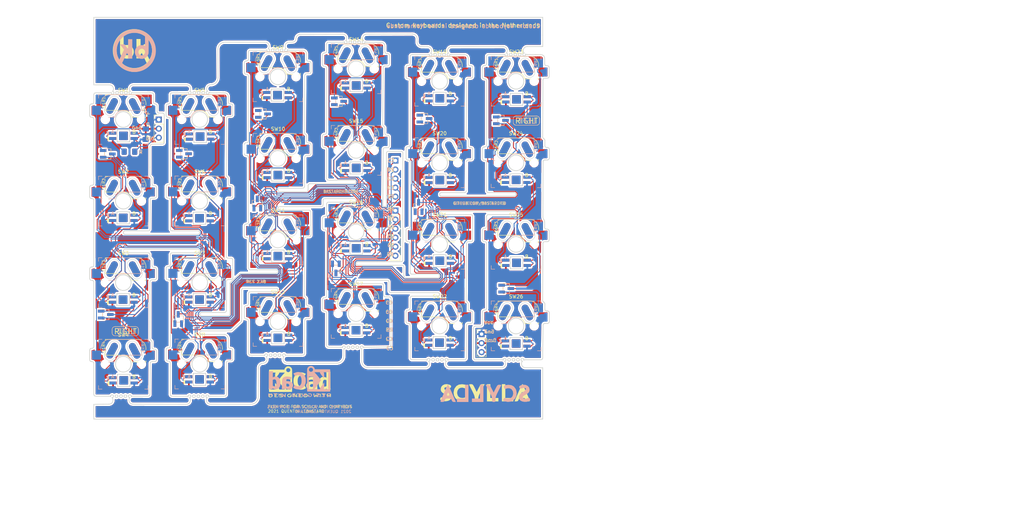
<source format=kicad_pcb>
(kicad_pcb (version 20211014) (generator pcbnew)
  (layers (0 "F.Cu" signal) (31 "B.Cu" signal) (34 "B.Paste" user) (35 "F.Paste" user) (36 "B.SilkS" user "B.Silkscreen") (37 "F.SilkS" user "F.Silkscreen") (38 "B.Mask" user) (39 "F.Mask" user) (44 "Edge.Cuts" user))
  (net 0 "")
  (net 1 "col1")
  (net 2 "col2")
  (net 3 "Net-(D9-Pad2)")
  (net 4 "col3")
  (net 5 "Net-(D10-Pad2)")
  (net 6 "Net-(D11-Pad2)")
  (net 7 "Net-(D12-Pad2)")
  (net 8 "Net-(D14-Pad2)")
  (net 9 "col4")
  (net 10 "Net-(D15-Pad2)")
  (net 11 "Net-(D16-Pad2)")
  (net 12 "Net-(D17-Pad2)")
  (net 13 "Net-(D9-Pad1)")
  (net 14 "col5")
  (net 15 "Net-(D10-Pad1)")
  (net 16 "Net-(D11-Pad1)")
  (net 17 "Net-(D12-Pad1)")
  (net 18 "Net-(D14-Pad1)")
  (net 19 "col6")
  (net 20 "Net-(D15-Pad1)")
  (net 21 "Net-(D16-Pad1)")
  (net 22 "Net-(D17-Pad1)")
  (net 23 "row1")
  (net 24 "row3")
  (net 25 "row2")
  (net 26 "row4")
  (net 27 "row5")
  (net 28 "Net-(D13-Pad2)")
  (net 29 "Net-(D13-Pad1)")
  (net 30 "Net-(D1-Pad2)")
  (net 31 "Net-(D1-Pad1)")
  (net 32 "Vcc")
  (net 33 "Net-(D2-Pad1)")
  (net 34 "Net-(D18-Pad3)")
  (net 35 "Net-(D18-Pad1)")
  (net 36 "Net-(D28-Pad1)")
  (net 37 "Net-(D31-Pad2)")
  (net 38 "Net-(D31-Pad1)")
  (net 39 "Net-(D32-Pad2)")
  (net 40 "Net-(D32-Pad1)")
  (net 41 "Net-(D5-Pad1)")
  (net 42 "Net-(D33-Pad3)")
  (net 43 "Net-(D33-Pad1)")
  (net 44 "Net-(D19-Pad3)")
  (net 45 "Net-(D19-Pad1)")
  (net 46 "Net-(D21-Pad1)")
  (net 47 "Net-(D23-Pad1)")
  (net 48 "Net-(D25-Pad1)")
  (net 49 "Net-(D37-Pad1)")
  (net 50 "Net-(D39-Pad1)")
  (net 51 "Net-(D41-Pad1)")
  (net 52 "Net-(D43-Pad1)")
  (net 53 "Net-(D45-Pad1)")
  (net 54 "Net-(D47-Pad1)")
  (net 55 "Net-(D49-Pad1)")
  (net 56 "Net-(D51-Pad1)")
  (net 57 "Net-(D53-Pad1)")
  (net 58 "Net-(D55-Pad1)")
  (net 59 "Net-(D57-Pad1)")
  (net 60 "Gnd")
  (net 61 "Din")
  (net 62 "Dout")
  (net 63 "Net-(D2-Pad3)")
  (footprint "libs2:YS-SK6812MINI-E_REVERSE" (layer "F.Cu") (at 154.255999 72.317998)
    (fp_text reference "D55" hide)
    (fp_text value "SK6812MINI")
    (fp_line (start -1.75 -1.7) (end -1.75 1.7) (layer "Edge.Cuts") (width 0.2))
    (fp_line (start -1.75 1.7) (end 1.75 1.7) (layer "Edge.Cuts") (width 0.2))
    (fp_line (start 1.75 1.7) (end 1.75 -1.7) (layer "Edge.Cuts") (width 0.2))
    (fp_line (start 1.75 -1.7) (end -1.75 -1.7) (layer "Edge.Cuts") (width 0.2))
  )
  (footprint "libs2:YS-SK6812MINI-E_REVERSE" (layer "F.Cu") (at 109.256 45.767999)
    (fp_text reference "D43" hide)
    (fp_text value "SK6812MINI")
    (fp_line (start 1.75 -1.7) (end -1.75 -1.7) (layer "Edge.Cuts") (width 0.2))
    (fp_line (start 1.75 1.7) (end 1.75 -1.7) (layer "Edge.Cuts") (width 0.2))
    (fp_line (start -1.75 1.7) (end 1.75 1.7) (layer "Edge.Cuts") (width 0.2))
    (fp_line (start -1.75 -1.7) (end -1.75 1.7) (layer "Edge.Cuts") (width 0.2))
  )
  (footprint "customs:TSOT-23_HandSoldering" (layer "F.Cu") (at 39.336254 65.024823)
    (fp_text reference "D13" hide)
    (fp_text value "D_Schottky_x2_KCom_AAK")
  )
  (footprint "customs:TSOT-23_HandSoldering" (layer "F.Cu") (at 151.455999 102.917998)
    (fp_text reference "D17" hide)
    (fp_text value "D_Schottky_x2_KCom_AAK")
  )
  (footprint "libs2:YS-SK6812MINI-E_REVERSE" (layer "F.Cu") (at 43.84 128.73)
    (fp_text reference "D18" hide)
    (fp_text value "SK6812MINI")
    (fp_line (start 1.75 1.7) (end 1.75 -1.7) (layer "Edge.Cuts") (width 0.2))
    (fp_line (start -1.75 -1.7) (end -1.75 1.7) (layer "Edge.Cuts") (width 0.2))
    (fp_line (start -1.75 1.7) (end 1.75 1.7) (layer "Edge.Cuts") (width 0.2))
    (fp_line (start 1.75 -1.7) (end -1.75 -1.7) (layer "Edge.Cuts") (width 0.2))
  )
  (footprint "Connector_PinHeader_2.54mm:PinHeader_1x03_P2.54mm_Vertical" (layer "F.Cu") (at 53.6952 55.3644)
    (fp_text reference "J3" hide)
    (fp_text value "Conn_01x03_Female")
  )
  (footprint "customs:TSOT-23_HandSoldering" (layer "F.Cu") (at 38.7752 110.2144)
    (fp_text reference "D1" hide)
    (fp_text value "D_Schottky_x2_KCom_AAK")
  )
  (footprint "libs2:YS-SK6812MINI-E_REVERSE" (layer "F.Cu") (at 87.206 93.767999)
    (fp_text reference "D23" hide)
    (fp_text value "SK6812MINI")
    (fp_line (start -1.75 1.7) (end 1.75 1.7) (layer "Edge.Cuts") (width 0.2))
    (fp_line (start 1.75 1.7) (end 1.75 -1.7) (layer "Edge.Cuts") (width 0.2))
    (fp_line (start -1.75 -1.7) (end -1.75 1.7) (layer "Edge.Cuts") (width 0.2))
    (fp_line (start 1.75 -1.7) (end -1.75 -1.7) (layer "Edge.Cuts") (width 0.2))
  )
  (footprint "Capacitor_SMD:C_1206_3216Metric_Pad1.42x1.75mm_HandSolder" (layer "F.Cu") (at 50.0252 59.4644 90)
    (fp_text reference "C1" hide)
    (fp_text value "C")
  )
  (footprint "LOGO" (layer "F.Cu") (at 46.7752 35.9144)
    (fp_text reference "G***" hide)
    (fp_text value "LOGO" hide)
  )
  (footprint "libs2:YS-SK6812MINI-E_REVERSE" (layer "F.Cu") (at 132.756 95.068)
    (fp_text reference "D49" hide)
    (fp_text value "SK6812MINI")
    (fp_line (start 1.75 -1.7) (end -1.75 -1.7) (layer "Edge.Cuts") (width 0.2))
    (fp_line (start -1.75 1.7) (end 1.75 1.7) (layer "Edge.Cuts") (width 0.2))
    (fp_line (start -1.75 -1.7) (end -1.75 1.7) (layer "Edge.Cuts") (width 0.2))
    (fp_line (start 1.75 1.7) (end 1.75 -1.7) (layer "Edge.Cuts") (width 0.2))
  )
  (footprint "libs2:YS-SK6812MINI-E_REVERSE" (layer "F.Cu") (at 65.165999 105.997999)
    (fp_text reference "D7" hide)
    (fp_text value "SK6812MINI")
    (fp_line (start 1.75 1.7) (end 1.75 -1.7) (layer "Edge.Cuts") (width 0.2))
    (fp_line (start 1.75 -1.7) (end -1.75 -1.7) (layer "Edge.Cuts") (width 0.2))
    (fp_line (start -1.75 1.7) (end 1.75 1.7) (layer "Edge.Cuts") (width 0.2))
    (fp_line (start -1.75 -1.7) (end -1.75 1.7) (layer "Edge.Cuts") (width 0.2))
  )
  (footprint "customs:PinHeader_1x05_P2.54mm_Vertical" (layer "F.Cu") (at 120.2752 66.8894)
    (fp_text reference "J2" hide)
    (fp_text value "Conn_01x05_Female")
  )
  (footprint "libs2:YS-SK6812MINI-E_REVERSE" (layer "F.Cu") (at 109.181 114.617999)
    (fp_text reference "D37" hide)
    (fp_text value "SK6812MINI")
    (fp_line (start 1.75 1.7) (end 1.75 -1.7) (layer "Edge.Cuts") (width 0.2))
    (fp_line (start 1.75 -1.7) (end -1.75 -1.7) (layer "Edge.Cuts") (width 0.2))
    (fp_line (start -1.75 1.7) (end 1.75 1.7) (layer "Edge.Cuts") (width 0.2))
    (fp_line (start -1.75 -1.7) (end -1.75 1.7) (layer "Edge.Cuts") (width 0.2))
  )
  (footprint "Connector_PinHeader_2.54mm:PinHeader_1x06_P2.54mm_Vertical" (layer "F.Cu") (at 120.2752 80.9644)
    (fp_text reference "J4" hide)
    (fp_text value "Conn_01x06_Female")
  )
  (footprint "libs2:YS-SK6812MINI-E_REVERSE" (layer "F.Cu") (at 65.326 60.137999)
    (fp_text reference "D35" hide)
    (fp_text value "SK6812MINI")
    (fp_line (start 1.75 -1.7) (end -1.75 -1.7) (layer "Edge.Cuts") (width 0.2))
    (fp_line (start -1.75 1.7) (end 1.75 1.7) (layer "Edge.Cuts") (width 0.2))
    (fp_line (start 1.75 1.7) (end 1.75 -1.7) (layer "Edge.Cuts") (width 0.2))
    (fp_line (start -1.75 -1.7) (end -1.75 1.7) (layer "Edge.Cuts") (width 0.2))
  )
  (footprint "Connector_PinHeader_2.54mm:PinHeader_1x03_P2.54mm_Vertical" (layer "F.Cu") (at 144.5252 115.7144)
    (fp_text reference "J5" hide)
    (fp_text value "Conn_01x03_Female")
  )
  (footprint "libs2:YS-SK6812MINI-E_REVERSE" (layer "F.Cu") (at 109.256 68.967999)
    (fp_text reference "D41" hide)
    (fp_text value "SK6812MINI")
    (fp_line (start -1.75 1.7) (end 1.75 1.7) (layer "Edge.Cuts") (width 0.2))
    (fp_line (start 1.75 -1.7) (end -1.75 -1.7) (layer "Edge.Cuts") (width 0.2))
    (fp_line (start 1.75 1.7) (end 1.75 -1.7) (layer "Edge.Cuts") (width 0.2))
    (fp_line (start -1.75 -1.7) (end -1.75 1.7) (layer "Edge.Cuts") (width 0.2))
  )
  (footprint "customs:TSOT-23_HandSoldering" (layer "F.Cu") (at 104.406 50.2144)
    (fp_text reference "D11" hide)
    (fp_text value "D_Schottky_x2_KCom_AAK")
  )
  (footprint "Resistor_SMD:R_1206_3216Metric_Pad1.42x1.75mm_HandSolder" (layer "F.Cu") (at 45.4527 64.3844 180)
    (fp_text reference "R2" hide)
    (fp_text value "R")
  )
  (footprint "libs2:YS-SK6812MINI-E_REVERSE" (layer "F.Cu") (at 43.75 59.94)
    (fp_text reference "D2" hide)
    (fp_text value "SK6812MINI")
    (fp_line (start -1.75 -1.7) (end -1.75 1.7) (layer "Edge.Cuts") (width 0.2))
    (fp_line (start -1.75 1.7) (end 1.75 1.7) (layer "Edge.Cuts") (width 0.2))
    (fp_line (start 1.75 -1.7) (end -1.75 -1.7) (layer "Edge.Cuts") (width 0.2))
    (fp_line (start 1.75 1.7) (end 1.75 -1.7) (layer "Edge.Cuts") (width 0.2))
  )
  (footprint "customs:TSOT-23_HandSoldering" (layer "F.Cu") (at 83.006 53.767999)
    (fp_text reference "D9" hide)
    (fp_text value "D_Schottky_x2_KCom_AAK")
  )
  (footprint "libs2:YS-SK6812MINI-E_REVERSE" (layer "F.Cu") (at 43.65 106.01)
    (fp_text reference "D4" hide)
    (fp_text value "SK6812MINI")
    (fp_line (start -1.75 -1.7) (end -1.75 1.7) (layer "Edge.Cuts") (width 0.2))
    (fp_line (start 1.75 -1.7) (end -1.75 -1.7) (layer "Edge.Cuts") (width 0.2))
    (fp_line (start 1.75 1.7) (end 1.75 -1.7) (layer "Edge.Cuts") (width 0.2))
    (fp_line (start -1.75 1.7) (end 1.75 1.7) (layer "Edge.Cuts") (width 0.2))
  )
  (footprint "libs2:YS-SK6812MINI-E_REVERSE" (layer "F.Cu") (at 87.206 116.767999)
    (fp_text reference "D25" hide)
    (fp_text value "SK6812MINI")
    (fp_line (start 1.75 -1.7) (end -1.75 -1.7) (layer "Edge.Cuts") (width 0.2))
    (fp_line (start 1.75 1.7) (end 1.75 -1.7) (layer "Edge.Cuts") (width 0.2))
    (fp_line (start -1.75 -1.7) (end -1.75 1.7) (layer "Edge.Cuts") (width 0.2))
    (fp_line (start -1.75 1.7) (end 1.75 1.7) (layer "Edge.Cuts") (width 0.2))
  )
  (footprint "customs:TSOT-23_HandSoldering" (layer "F.Cu") (at 128.456 55.068)
    (fp_text reference "D14" hide)
    (fp_text value "D_Schottky_x2_KCom_AAK")
  )
  (footprint "libs2:YS-SK6812MINI-E_REVERSE" (layer "F.Cu") (at 154.255999 118.367998)
    (fp_text reference "D59" hide)
    (fp_text value "SK6812MINI")
    (fp_line (start 1.75 -1.7) (end -1.75 -1.7) (layer "Edge.Cuts") (width 0.2))
    (fp_line (start -1.75 1.7) (end 1.75 1.7) (layer "Edge.Cuts") (width 0.2))
    (fp_line (start 1.75 1.7) (end 1.75 -1.7) (layer "Edge.Cuts") (width 0.2))
    (fp_line (start -1.75 -1.7) (end -1.75 1.7) (layer "Edge.Cuts") (width 0.2))
  )
  (footprint "customs:TSOT-23_HandSoldering" (layer "F.Cu") (at 59.173509 111.4644 90)
    (fp_text reference "D32" hide)
    (fp_text value "D_Schottky_x2_KCom_AAK")
  )
  (footprint "LOGO" (layer "F.Cu") (at 145.3752 132.0644)
    (fp_text reference "G***" hide)
    (fp_text value "LOGO" hide)
  )
  (footprint "libs2:YS-SK6812MINI-E_REVERSE" (layer "F.Cu") (at 154.355999 95.667998)
    (fp_text reference "D57" hide)
    (fp_text value "SK6812MINI")
    (fp_line (start 1.75 -1.7) (end -1.75 -1.7) (layer "Edge.Cuts") (width 0.2))
    (fp_line (start 1.75 1.7) (end 1.75 -1.7) (layer "Edge.Cuts") (width 0.2))
    (fp_line (start -1.75 1.7) (end 1.75 1.7) (layer "Edge.Cuts") (width 0.2))
    (fp_line (start -1.75 -1.7) (end -1.75 1.7) (layer "Edge.Cuts") (width 0.2))
  )
  (footprint "libs2:YS-SK6812MINI-E_REVERSE" (layer "F.Cu") (at 109.256 91.567999)
    (fp_text reference "D39" hide)
    (fp_text value "SK6812MINI")
    (fp_line (start -1.75 -1.7) (end -1.75 1.7) (layer "Edge.Cuts") (width 0.2))
    (fp_line (start -1.75 1.7) (end 1.75 1.7) (layer "Edge.Cuts") (width 0.2))
    (fp_line (start 1.75 1.7) (end 1.75 -1.7) (layer "Edge.Cuts") (width 0.2))
    (fp_line (start 1.75 -1.7) (end -1.75 -1.7) (layer "Edge.Cuts") (width 0.2))
  )
  (footprint "libs2:YS-SK6812MINI-E_REVERSE" (layer "F.Cu") (at 65.165999 83.107999)
    (fp_text reference "D33" hide)
    (fp_text value "SK6812MINI")
    (fp_line (start -1.75 1.7) (end 1.75 1.7) (layer "Edge.Cuts") (width 0.2))
    (fp_line (start 1.75 1.7) (end 1.75 -1.7) (layer "Edge.Cuts") (width 0.2))
    (fp_line (start 1.75 -1.7) (end -1.75 -1.7) (layer "Edge.Cuts") (width 0.2))
    (fp_line (start -1.75 -1.7) (end -1.75 1.7) (layer "Edge.Cuts") (width 0.2))
  )
  (footprint "customs:TSOT-23_HandSoldering" (layer "F.Cu") (at 103.5252 97.2144 -90)
    (fp_text reference "D12" hide)
    (fp_text value "D_Schottky_x2_KCom_AAK")
  )
  (footprint "customs:TSOT-23_HandSoldering" (layer "F.Cu") (at 60.775999 64.977999)
    (fp_text reference "D31" hide)
    (fp_text value "D_Schottky_x2_KCom_AAK")
  )
  (footprint "libs2:YS-SK6812MINI-E_REVERSE" (layer "F.Cu") (at 132.756 49.368)
    (fp_text reference "D45" hide)
    (fp_text value "SK6812MINI")
    (fp_line (start 1.75 -1.7) (end -1.75 -1.7) (layer "Edge.Cuts") (width 0.2))
    (fp_line (start 1.75 1.7) (end 1.75 -1.7) (layer "Edge.Cuts") (width 0.2))
    (fp_line (start -1.75 1.7) (end 1.75 1.7) (layer "Edge.Cuts") (width 0.2))
    (fp_line (start -1.75 -1.7) (end -1.75 1.7) (layer "Edge.Cuts") (width 0.2))
  )
  (footprint "customs:TSOT-23_HandSoldering" (layer "F.Cu") (at 126.806 79.9644 90)
    (fp_text reference "D15" hide)
    (fp_text value "D_Schottky_x2_KCom_AAK")
  )
  (footprint "libs2:YS-SK6812MINI-E_REVERSE" (layer "F.Cu") (at 43.7 83.01)
    (fp_text reference "D3" hide)
    (fp_text value "SK6812MINI")
    (fp_line (start 1.75 -1.7) (end -1.75 -1.7) (layer "Edge.Cuts") (width 0.2))
    (fp_line (start -1.75 1.7) (end 1.75 1.7) (layer "Edge.Cuts") (width 0.2))
    (fp_line (start 1.75 1.7) (end 1.75 -1.7) (layer "Edge.Cuts") (width 0.2))
    (fp_line (start -1.75 -1.7) (end -1.75 1.7) (layer "Edge.Cuts") (width 0.2))
  )
  (footprint "libs2:YS-SK6812MINI-E_REVERSE" (layer "F.Cu") (at 132.656 118.118)
    (fp_text reference "D51" hide)
    (fp_text value "SK6812MINI")
    (fp_line (start -1.75 1.7) (end 1.75 1.7) (layer "Edge.Cuts") (width 0.2))
    (fp_line (start -1.75 -1.7) (end -1.75 1.7) (layer "Edge.Cuts") (width 0.2))
    (fp_line (start 1.75 -1.7) (end -1.75 -1.7) (layer "Edge.Cuts") (width 0.2))
    (fp_line (start 1.75 1.7) (end 1.75 -1.7) (layer "Edge.Cuts") (width 0.2))
  )
  (footprint "LOGO" (layer "F.Cu") (at 93.2752 129.1644)
    (fp_text reference "G***" hide)
    (fp_text value "LOGO" hide)
  )
  (footprint "customs:TSOT-23_HandSoldering" (layer "F.Cu") (at 149.955999 55.567998)
    (fp_text reference "D16" hide)
    (fp_text value "D_Schottky_x2_KCom_AAK")
  )
  (footprint "libs2:YS-SK6812MINI-E_REVERSE" (layer "F.Cu") (at 87.106 48.467999)
    (fp_text reference "D19" hide)
    (fp_text value "SK6812MINI")
    (fp_line (start 1.75 1.7) (end 1.75 -1.7) (layer "Edge.Cuts") (width 0.2))
    (fp_line (start -1.75 1.7) (end 1.75 1.7) (layer "Edge.Cuts") (width 0.2))
    (fp_line (start -1.75 -1.7) (end -1.75 1.7) (layer "Edge.Cuts") (width 0.2))
    (fp_line (start 1.75 -1.7) (end -1.75 -1.7) (layer "Edge.Cuts") (width 0.2))
  )
  (footprint "libs2:YS-SK6812MINI-E_REVERSE" (layer "F.Cu") (at 65.1652 128.4544)
    (fp_text reference "D5" hide)
    (fp_text value "SK6812MINI")
    (fp_line (start 1.75 -1.7) (end -1.75 -1.7) (layer "Edge.Cuts") (width 0.2))
    (fp_line (start -1.75 1.7) (end 1.75 1.7) (layer "Edge.Cuts") (width 0.2))
    (fp_line (start -1.75 -1.7) (end -1.75 1.7) (layer "Edge.Cuts") (width 0.2))
    (fp_line (start 1.75 1.7) (end 1.75 -1.7) (layer "Edge.Cuts") (width 0.2))
  )
  (footprint "customs:TSOT-23_HandSoldering" (layer "F.Cu") (at 81.418348 78.9644 90)
    (fp_text reference "D10" hide)
    (fp_text value "D_Schottky_x2_KCom_AAK")
  )
  (footprint "libs2:YS-SK6812MINI-E_REVERSE" (layer "F.Cu") (at 87.206 70.967999)
    (fp_text reference "D21" hide)
    (fp_text value "SK6812MINI")
    (fp_line (start 1.75 -1.7) (end -1.75 -1.7) (layer "Edge.Cuts") (width 0.2))
    (fp_line (start -1.75 1.7) (end 1.75 1.7) (layer "Edge.Cuts") (width 0.2))
    (fp_line (start -1.75 -1.7) (end -1.75 1.7) (layer "Edge.Cuts") (width 0.2))
    (fp_line (start 1.75 1.7) (end 1.75 -1.7) (layer "Edge.Cuts") (width 0.2))
  )
  (footprint "libs2:YS-SK6812MINI-E_REVERSE" (layer "F.Cu") (at 132.756 72.368)
    (fp_text reference "D47" hide)
    (fp_text value "SK6812MINI")
    (fp_line (start -1.75 1.7) (end 1.75 1.7) (layer "Edge.Cuts") (width 0.2))
    (fp_line (start 1.75 1.7) (end 1.75 -1.7) (layer "Edge.Cuts") (width 0.2))
    (fp_line (start -1.75 -1.7) (end -1.75 1.7) (layer "Edge.Cuts") (width 0.2))
    (fp_line (start 1.75 -1.7) (end -1.75 -1.7) (layer "Edge.Cuts") (width 0.2))
  )
  (footprint "libs2:YS-SK6812MINI-E_REVERSE" (layer "F.Cu") (at 154.355999 49.667998)
    (fp_text reference "D53" hide)
    (fp_text value "SK6812MINI")
    (fp_line (start 1.75 1.7) (end 1.75 -1.7) (layer "Edge.Cuts") (width 0.2))
    (fp_line (start -1.75 -1.7) (end -1.75 1.7) (layer "Edge.Cuts") (width 0.2))
    (fp_line (start 1.75 -1.7) (end -1.75 -1.7) (layer "Edge.Cuts") (width 0.2))
    (fp_line (start -1.75 1.7) (end 1.75 1.7) (layer "Edge.Cuts") (width 0.2))
  )
  (footprint "libs2:YS-SK6812MINI-E_REVERSE_NO_EDGECUT" (layer "B.Cu") (at 43.75 106.01)
    (fp_text reference "D29" hide)
    (fp_text value "SK6812MINI")
  )
  (footprint "Capacitor_SMD:C_1206_3216Metric_Pad1.42x1.75mm_HandSolder" (layer "B.Cu") (at 50.0252 59.4644 90)
    (fp_text reference "C2" hide)
    (fp_text value "C")
  )
  (footprint "libs2:YS-SK6812MINI-E_REVERSE_NO_EDGECUT" (layer "B.Cu") (at 132.756 72.368)
    (fp_text reference "D48" hide)
    (fp_text value "SK6812MINI")
  )
  (footprint "libs2:YS-SK6812MINI-E_REVERSE_NO_EDGECUT" (layer "B.Cu") (at 154.355999 49.667998)
    (fp_text reference "D54" hide)
    (fp_text value "SK6812MINI")
  )
  (footprint "LOGO" (layer "B.Cu") (at 145.686054 132.227595 180)
    (fp_text reference "G***" hide)
    (fp_text value "LOGO" hide)
  )
  (footprint "Kailh_sockets:Kailh_socket_MX_flippable" (layer "B.Cu") (at 87.2534 112.1532 180)
    (fp_text reference "SW12")
    (fp_text value "SW_Push")
    (fp_line (start -5.142926 3.227974) (end -3.873384 5.687667) (layer "Edge.Cuts") (width 0.12))
    (fp_line (start 5.134771 3.270154) (end 3.865229 5.729847) (layer "Edge.Cuts") (width 0.12))
    (fp_line (start 2.468919 1.894205) (end 1.199377 4.353898) (layer "Edge.Cuts") (width 0.12))
    (fp_line (start -2.477074 1.852025) (end -1.207532 4.311718) (layer "Edge.Cuts") (width 0.12))
    (fp_arc (start -5.142926 3.227974) (mid -4.497974 1.207074) (end -2.477074 1.852025) (layer "Edge.Cuts") (width 0.12))
    (fp_arc (start -1.207532 4.311718) (mid -1.852484 6.332618) (end -3.873384 5.687667) (layer "Edge.Cuts") (width 0.12))
    (fp_arc (start 2.468919 1.894205) (mid 4.48982 1.249254) (end 5.134771 3.270154) (layer "Edge.Cuts") (width 0.12))
    (fp_arc (start 3.865229 5.729847) (mid 1.844328 6.374798) (end 1.199377 4.353898) (layer "Edge.Cuts") (width 0.12))
  )
  (footprint "libs2:YS-SK6812MINI-E_REVERSE_NO_EDGECUT" (layer "B.Cu") (at 109.181 114.617999)
    (fp_text reference "D38" hide)
    (fp_text value "SK6812MINI")
  )
  (footprint "Kailh_sockets:Kailh_socket_MX_flippable" (layer "B.Cu") (at 65.241599 101.1964 180)
    (fp_text reference "SW7")
    (fp_text value "SW_Push")
    (fp_line (start -5.142926 3.227974) (end -3.873384 5.687667) (layer "Edge.Cuts") (width 0.12))
    (fp_line (start 5.134771 3.270154) (end 3.865229 5.729847) (layer "Edge.Cuts") (width 0.12))
    (fp_line (start -2.477074 1.852025) (end -1.207532 4.311718) (layer "Edge.Cuts") (width 0.12))
    (fp_line (start 2.468919 1.894205) (end 1.199377 4.353898) (layer "Edge.Cuts") (width 0.12))
    (fp_arc (start -1.207532 4.311718) (mid -1.852484 6.332618) (end -3.873384 5.687667) (layer "Edge.Cuts") (width 0.12))
    (fp_arc (start -5.142926 3.227974) (mid -4.497974 1.207074) (end -2.477074 1.852025) (layer "Edge.Cuts") (width 0.12))
    (fp_arc (start 2.468919 1.894205) (mid 4.48982 1.249254) (end 5.134771 3.270154) (layer "Edge.Cuts") (width 0.12))
    (fp_arc (start 3.865229 5.729847) (mid 1.844328 6.374798) (end 1.199377 4.353898) (layer "Edge.Cuts") (width 0.12))
  )
  (footprint "Kailh_sockets:Kailh_socket_MX_flippable" (layer "B.Cu") (at 132.7464 90.4428 180)
    (fp_text reference "SW21")
    (fp_text value "SW_Push")
    (fp_line (start 5.134771 3.270154) (end 3.865229 5.729847) (layer "Edge.Cuts") (width 0.12))
    (fp_line (start -2.477074 1.852025) (end -1.207532 4.311718) (layer "Edge.Cuts") (width 0.12))
    (fp_line (start 2.468919 1.894205) (end 1.199377 4.353898) (layer "Edge.Cuts") (width 0.12))
    (fp_line (start -5.142926 3.227974) (end -3.873384 5.687667) (layer "Edge.Cuts") (width 0.12))
    (fp_arc (start -1.207532 4.311718) (mid -1.852484 6.332618) (end -3.873384 5.687667) (layer "Edge.Cuts") (width 0.12))
    (fp_arc (start 3.865229 5.729847) (mid 1.844328 6.374798) (end 1.199377 4.353898) (layer "Edge.Cuts") (width 0.12))
    (fp_arc (start 2.468919 1.894205) (mid 4.48982 1.249254) (end 5.134771 3.270154) (layer "Edge.Cuts") (width 0.12))
    (fp_arc (start -5.142926 3.227974) (mid -4.497974 1.207074) (end -2.477074 1.852025) (layer "Edge.Cuts") (width 0.12))
  )
  (footprint "libs2:YS-SK6812MINI-E_REVERSE_NO_EDGECUT" (layer "B.Cu") (at 43.75 83.01)
    (fp_text reference "D28" hide)
    (fp_text value "SK6812MINI")
  )
  (footprint "libs2:YS-SK6812MINI-E_REVERSE_NO_EDGECUT" (layer "B.Cu") (at 87.206 93.767999)
    (fp_text reference "D24" hide)
    (fp_text value "SK6812MINI")
  )
  (footprint "Kailh_sockets:Kailh_socket_MX_flippable" (layer "B.Cu") (at 87.2534 89.1916 180)
    (fp_text reference "SW11")
    (fp_text value "SW_Push")
    (fp_line (start -5.142926 3.227974) (end -3.873384 5.687667) (layer "Edge.Cuts") (width 0.12))
    (fp_line (start 2.468919 1.894205) (end 1.199377 4.353898) (layer "Edge.Cuts") (width 0.12))
    (fp_line (start 5.134771 3.270154) (end 3.865229 5.729847) (layer "Edge.Cuts") (width 0.12))
    (fp_line (start -2.477074 1.852025) (end -1.207532 4.311718) (layer "Edge.Cuts") (width 0.12))
    (fp_arc (start 2.468919 1.894205) (mid 4.48982 1.249254) (end 5.134771 3.270154) (layer "Edge.Cuts") (width 0.12))
    (fp_arc (start 3.865229 5.729847) (mid 1.844328 6.374798) (end 1.199377 4.353898) (layer "Edge.Cuts") (width 0.12))
    (fp_arc (start -5.142926 3.227974) (mid -4.497974 1.207074) (end -2.477074 1.852025) (layer "Edge.Cuts") (width 0.12))
    (fp_arc (start -1.207532 4.311718) (mid -1.852484 6.332618) (end -3.873384 5.687667) (layer "Edge.Cuts") (width 0.12))
  )
  (footprint "Kailh_sockets:Kailh_socket_MX_flippable" (layer "B.Cu") (at 132.721 44.5704 180)
    (fp_text reference "SW19")
    (fp_text value "SW_Push")
    (fp_line (start 5.134771 3.270154) (end 3.865229 5.729847) (layer "Edge.Cuts") (width 0.12))
    (fp_line (start -5.142926 3.227974) (end -3.873384 5.687667) (layer "Edge.Cuts") (width 0.12))
    (fp_line (start 2.468919 1.894205) (end 1.199377 4.353898) (layer "Edge.Cuts") (width 0.12))
    (fp_line (start -2.477074 1.852025) (end -1.207532 4.311718) (layer "Edge.Cuts") (width 0.12))
    (fp_arc (start -1.207532 4.311718) (mid -1.852484 6.332618) (end -3.873384 5.687667) (layer "Edge.Cuts") (width 0.12))
    (fp_arc (start 2.468919 1.894205) (mid 4.48982 1.249254) (end 5.134771 3.270154) (layer "Edge.Cuts") (width 0.12))
    (fp_arc (start -5.142926 3.227974) (mid -4.497974 1.207074) (end -2.477074 1.852025) (layer "Edge.Cuts") (width 0.12))
    (fp_arc (start 3.865229 5.729847) (mid 1.844328 6.374798) (end 1.199377 4.353898) (layer "Edge.Cuts") (width 0.12))
  )
  (footprint "libs2:YS-SK6812MINI-E_REVERSE_NO_EDGECUT" (layer "B.Cu") (at 43.75 128.73)
    (fp_text reference "D30" hide)
    (fp_text value "SK6812MINI")
  )
  (footprint "libs2:YS-SK6812MINI-E_REVERSE_NO_EDGECUT" (layer "B.Cu") (at 65.1652 128.4544)
    (fp_text reference "D6" hide)
    (fp_text value "SK6812MINI")
  )
  (footprint "libs2:YS-SK6812MINI-E_REVERSE_NO_EDGECUT" (layer "B.Cu") (at 132.756 95.068)
    (fp_text reference "D50" hide)
    (fp_text value "SK6812MINI")
  )
  (footprint "LOGO" (layer "B.Cu") (at 93.3752 129.0644 180)
    (fp_text reference "G***" hide)
    (fp_text value "LOGO" hide)
  )
  (footprint "libs2:YS-SK6812MINI-E_REVERSE_NO_EDGECUT" (layer "B.Cu") (at 87.206 70.967999)
    (fp_text reference "D22" hide)
    (fp_text value "SK6812MINI")
  )
  (footprint "Kailh_sockets:Kailh_socket_MX_flippable" (layer "B.Cu") (at 109.2244 109.8926 180)
    (fp_text reference "SW17")
    (fp_text value "SW_Push")
    (fp_line (start 2.468919 1.894205) (end 1.199377 4.353898) (layer "Edge.Cuts") (width 0.12))
    (fp_line (start 5.134771 3.270154) (end 3.865229 5.729847) (layer "Edge.Cuts") (width 0.12))
    (fp_line (start -5.142926 3.227974) (end -3.873384 5.687667) (layer "Edge.Cuts") (width 0.12))
    (fp_line (start -2.477074 1.852025) (end -1.207532 4.311718) (layer "Edge.Cuts") (width 0.12))
    (fp_arc (start 2.468919 1.894205) (mid 4.48982 1.249254) (end 5.134771 3.270154) (layer "Edge.Cuts") (width 0.12))
    (fp_arc (start 3.865229 5.729847) (mid 1.844328 6.374798) (end 1.199377 4.353898) (layer "Edge.Cuts") (width 0.12))
    (fp_arc (start -5.142926 3.227974) (mid -4.497974 1.207074) (end -2.477074 1.852025) (layer "Edge.Cuts") (width 0.12))
    (fp_arc (start -1.207532 4.311718) (mid -1.852484 6.332618) (end -3.873384 5.687667) (layer "Edge.Cuts") (width 0.12))
  )
  (footprint "libs2:YS-SK6812MINI-E_REVERSE_NO_EDGECUT" (layer "B.Cu") (at 87.206 116.767999)
    (fp_text reference "D26" hide)
    (fp_text value "SK6812MINI")
  )
  (footprint "Kailh_sockets:Kailh_socket_MX_flippable" (layer "B.Cu") (at 65.241599 55.324 180)
    (fp_text reference "SW5")
    (fp_text value "SW_Push")
    (fp_line (start -2.477074 1.852025) (end -1.207532 4.311718) (layer "Edge.Cuts") (width 0.12))
    (fp_line (start 2.468919 1.894205) (end 1.199377 4.353898) (layer "Edge.Cuts") (width 0.12))
    (fp_line (start -5.142926 3.227974) (end -3.873384 5.687667) (layer "Edge.Cuts") (width 0.12))
    (fp_line (start 5.134771 3.270154) (end 3.865229 5.729847) (layer "Edge.Cuts") (width 0.12))
    (fp_arc (start 2.468919 1.894205) (mid 4.48982 1.249254) (end 5.134771 3.270154) (layer "Edge.Cuts") (width 0.12))
    (fp_arc (start 3.865229 5.729847) (mid 1.844328 6.374798) (end 1.199377 4.353898) (layer "Edge.Cuts") (width 0.12))
    (fp_arc (start -1.207532 4.311718) (mid -1.852484 6.332618) (end -3.873384 5.687667) (layer "Edge.Cuts") (width 0.12))
    (fp_arc (start -5.142926 3.227974) (mid -4.497974 1.207074) (end -2.477074 1.852025) (layer "Edge.Cuts") (width 0.12))
  )
  (footprint "libs2:YS-SK6812MINI-E_REVERSE_NO_EDGECUT" (layer "B.Cu") (at 109.256 68.967999)
    (fp_text reference "D42" hide)
    (fp_text value "SK6812MINI")
  )
  (footprint "Kailh_sockets:Kailh_socket_MX_flippable" (layer "B.Cu") (at 87.228 43.2938 180)
    (fp_text reference "SW9")
    (fp_text value "SW_Push")
    (fp_line (start -2.477074 1.852025) (end -1.207532 4.311718) (layer "Edge.Cuts") (width 0.12))
    (fp_line (start 2.468919 1.894205) (end 1.199377 4.353898) (layer "Edge.Cuts") (width 0.12))
    (fp_line (start -5.142926 3.227974) (end -3.873384 5.687667) (layer "Edge.Cuts") (width 0.12))
    (fp_line (start 5.134771 3.270154) (end 3.865229 5.729847) (layer "Edge.Cuts") (width 0.12))
    (fp_arc (start 2.468919 1.894205) (mid 4.48982 1.249254) (end 5.134771 3.270154) (layer "Edge.Cuts") (width 0.12))
    (fp_arc (start -1.207532 4.311718) (mid -1.852484 6.332618) (end -3.873384 5.687667) (layer "Edge.Cuts") (width 0.12))
    (fp_arc (start 3.865229 5.729847) (mid 1.844328 6.374798) (end 1.199377 4.353898) (layer "Edge.Cuts") (width 0.12))
    (fp_arc (start -5.142926 3.227974) (mid -4.497974 1.207074) (end -2.477074 1.852025) (layer "Edge.Cuts") (width 0.12))
  )
  (footprint "Kailh_sockets:Kailh_socket_MX_flippable" (layer "B.Cu") (at 109.2244 41.0586 180)
    (fp_text reference "SW14")
    (fp_text value "SW_Push")
    (fp_line (start 2.468919 1.894205) (end 1.199377 4.353898) (layer "Edge.Cuts") (width 0.12))
    (fp_line (start -2.477074 1.852025) (end -1.207532 4.311718) (layer "Edge.Cuts") (width 0.12))
    (fp_line (start -5.142926 3.227974) (end -3.873384 5.687667) (layer "Edge.Cuts") (width 0.12))
    (fp_line (start 5.134771 3.270154) (end 3.865229 5.729847) (layer "Edge.Cuts") (width 0.12))
    (fp_arc (start -1.207532 4.311718) (mid -1.852484 6.332618) (end -3.873384 5.687667) (layer "Edge.Cuts") (width 0.12))
    (fp_arc (start 2.468919 1.894205) (mid 4.48982 1.249254) (end 5.134771 3.270154) (layer "Edge.Cuts") (width 0.12))
    (fp_arc (start 3.865229 5.729847) (mid 1.844328 6.374798) (end 1.199377 4.353898) (layer "Edge.Cuts") (width 0.12))
    (fp_arc (start -5.142926 3.227974) (mid -4.497974 1.207074) (end -2.477074 1.852025) (layer "Edge.Cuts") (width 0.12))
  )
  (footprint "Kailh_sockets:Kailh_socket_MX_flippable" (layer "B.Cu") (at 109.2244 64.0202 180)
    (fp_text reference "SW15")
    (fp_text value "SW_Push")
    (fp_line (start -2.477074 1.852025) (end -1.207532 4.311718) (layer "Edge.Cuts") (width 0.12))
    (fp_line (start 5.134771 3.270154) (end 3.865229 5.729847) (layer "Edge.Cuts") (width 0.12))
    (fp_line (start 2.468919 1.894205) (end 1.199377 4.353898) (layer "Edge.Cuts") (width 0.12))
    (fp_line (start -5.142926 3.227974) (end -3.873384 5.687667) (layer "Edge.Cuts") (width 0.12))
    (fp_arc (start -1.207532 4.311718) (mid -1.852484 6.332618) (end -3.873384 5.687667) (layer "Edge.Cuts") (width 0.12))
    (fp_arc (start 2.468919 1.894205) (mid 4.48982 1.249254) (end 5.134771 3.270154) (layer "Edge.Cuts") (width 0.12))
    (fp_arc (start 3.865229 5.729847) (mid 1.844328 6.374798) (end 1.199377 4.353898) (layer "Edge.Cuts") (width 0.12))
    (fp_arc (start -5.142926 3.227974) (mid -4.497974 1.207074) (end -2.477074 1.852025) (layer "Edge.Cuts") (width 0.12))
  )
  (footprint "libs2:YS-SK6812MINI-E_REVERSE_NO_EDGECUT" (layer "B.Cu") (at 87.106 48.467999)
    (fp_text reference "D20" hide)
    (fp_text value "SK6812MINI")
  )
  (footprint "libs2:YS-SK6812MINI-E_REVERSE_NO_EDGECUT" (layer "B.Cu") (at 65.165999 83.107999)
    (fp_text reference "D34" hide)
    (fp_text value "SK6812MINI")
  )
  (footprint "libs2:YS-SK6812MINI-E_REVERSE_NO_EDGECUT" (layer "B.Cu") (at 43.75 59.94)
    (fp_text reference "D27" hide)
    (fp_text value "SK6812MINI")
  )
  (footprint "Kailh_sockets:Kailh_socket_MX_flippable" (layer "B.Cu") (at 43.7372 55.330601 180)
    (fp_text reference "SW1")
    (fp_text value "SW_Push")
    (fp_line (start 2.468919 1.894205) (end 1.199377 4.353898) (layer "Edge.Cuts") (width 0.12))
    (fp_line (start 5.134771 3.270154) (end 3.865229 5.729847) (layer "Edge.Cuts") (width 0.12))
    (fp_line (start -2.477074 1.852025) (end -1.207532 4.311718) (layer "Edge.Cuts") (width 0.12))
    (fp_line (start -5.142926 3.227974) (end -3.873384 5.687667) (layer "Edge.Cuts") (width 0.12))
    (fp_arc (start -5.142926 3.227974) (mid -4.497974 1.207074) (end -2.477074 1.852025) (layer "Edge.Cuts") (width 0.12))
    (fp_arc (start 2.468919 1.894205) (mid 4.48982 1.249254) (end 5.134771 3.270154) (layer "Edge.Cuts") (width 0.12))
    (fp_arc (start 3.865229 5.729847) (mid 1.844328 6.374798) (end 1.199377 4.353898) (layer "Edge.Cuts") (width 0.12))
    (fp_arc (start -1.207532 4.311718) (mid -1.852484 6.332618) (end -3.873384 5.687667) (layer "Edge.Cuts") (width 0.12))
  )
  (footprint "libs2:YS-SK6812MINI-E_REVERSE_NO_EDGECUT" (layer "B.Cu") (at 154.255999 118.367998)
    (fp_text reference "D60" hide)
    (fp_text value "SK6812MINI")
  )
  (footprint "Kailh_sockets:Kailh_socket_MX_flippable" (layer "B.Cu") (at 154.209399 67.506598 180)
    (fp_text reference "SW24")
    (fp_text value "SW_Push")
    (fp_line (start -2.477074 1.852025) (end -1.207532 4.311718) (layer "Edge.Cuts") (width 0.12))
    (fp_line (start 2.468919 1.894205) (end 1.199377 4.353898) (layer "Edge.Cuts") (width 0.12))
    (fp_line (start -5.142926 3.227974) (end -3.873384 5.687667) (layer "Edge.Cuts") (width 0.12))
    (fp_line (start 5.134771 3.270154) (end 3.865229 5.729847) (layer "Edge.Cuts") (width 0.12))
    (fp_arc (start 2.468919 1.894205) (mid 4.48982 1.249254) (end 5.134771 3.270154) (layer "Edge.Cuts") (width 0.12))
    (fp_arc (start -1.207532 4.311718) (mid -1.852484 6.332618) (end -3.873384 5.687667) (layer "Edge.Cuts") (width 0.12))
    (fp_arc (start 3.865229 5.729847) (mid 1.844328 6.374798) (end 1.199377 4.353898) (layer "Edge.Cuts") (width 0.12))
    (fp_arc (start -5.142926 3.227974) (mid -4.497974 1.207074) (end -2.477074 1.852025) (layer "Edge.Cuts") (width 0.12))
  )
  (footprint "libs2:YS-SK6812MINI-E_REVERSE_NO_EDGECUT" (layer "B.Cu") (at 109.256 45.767999)
    (fp_text reference "D44" hide)
    (fp_text value "SK6812MINI")
  )
  (footprint "Resistor_SMD:R_1206_3216Metric_Pad1.42x1.75mm_HandSolder" (layer "B.Cu") (at 45.4452 64.4044 180)
    (fp_text reference "R1" hide)
    (fp_text value "R")
  )
  (footprint "libs2:YS-SK6812MINI-E_REVERSE_NO_EDGECUT" (layer "B.Cu") (at 154.255999 72.317998)
    (fp_text reference "D56" hide)
    (fp_text value "SK6812MINI")
  )
  (footprint "Kailh_sockets:Kailh_socket_MX_flippable" (layer "B.Cu") (at 65.241599 124.1326 180)
    (fp_text reference "SW8")
    (fp_text value "SW_Push")
    (fp_line (start 2.468919 1.894205) (end 1.199377 4.353898) (layer "Edge.Cuts") (width 0.12))
    (fp_line (start -5.142926 3.227974) (end -3.873384 5.687667) (layer "Edge.Cuts") (width 0.12))
    (fp_line (start 5.134771 3.270154) (end 3.865229 5.729847) (layer "Edge.Cuts") (width 0.12))
    (fp_line (start -2.477074 1.852025) (end -1.207532 4.311718) (layer "Edge.Cuts") (width 0.12))
    (fp_arc (start 3.865229 5.729847) (mid 1.844328 6.374798) (end 1.199377 4.353898) (layer "Edge.Cuts") (width 0.12))
    (fp_arc (start 2.468919 1.894205) (mid 4.48982 1.249254) (end 5.134771 3.270154) (layer "Edge.Cuts") (width 0.12))
    (fp_arc (start -1.207532 4.311718) (mid -1.852484 6.332618) (end -3.873384 5.687667) (layer "Edge.Cuts") (width 0.12))
    (fp_arc (start -5.142926 3.227974) (mid -4.497974 1.207074) (end -2.477074 1.852025) (layer "Edge.Cuts") (width 0.12))
  )
  (footprint "Kailh_sockets:Kailh_socket_MX_flippable" (layer "B.Cu") (at 87.2534 66.2554 180)
    (fp_text reference "SW10")
    (fp_text value "SW_Push")
    (fp_line (start -2.477074 1.852025) (end -1.207532 4.311718) (layer "Edge.Cuts") (width 0.12))
    (fp_line (start -5.142926 3.227974) (end -3.873384 5.687667) (layer "Edge.Cuts") (width 0.12))
    (fp_line (start 5.134771 3.270154) (end 3.865229 5.729847) (layer "Edge.Cuts") (width 0.12))
    (fp_line (start 2.468919 1.894205) (end 1.199377 4.353898) (layer "Edge.Cuts") (width 0.12))
    (fp_arc (start 3.865229 5.729847) (mid 1.844328 6.374798) (end 1.199377 4.353898) (layer "Edge.Cuts") (width 0.12))
    (fp_arc (start 2.468919 1.894205) (mid 4.48982 1.249254) (end 5.134771 3.270154) (layer "Edge.Cuts") (width 0.12))
    (fp_arc (start -1.207532 4.311718) (mid -1.852484 6.332618) (end -3.873384 5.687667) (layer "Edge.Cuts") (width 0.12))
    (fp_arc (start -5.142926 3.227974) (mid -4.497974 1.207074) (end -2.477074 1.852025) (layer "Edge.Cuts") (width 0.12))
  )
  (footprint "Kailh_sockets:Kailh_socket_MX_flippable" (layer "B.Cu") (at 154.234799 90.442798 180)
    (fp_text reference "SW25")
    (fp_text value "SW_Push")
    (fp_line (start 5.134771 3.270154) (end 3.865229 5.729847) (layer "Edge.Cuts") (width 0.12))
    (fp_line (start -2.477074 1.852025) (end -1.207532 4.311718) (layer "Edge.Cuts") (width 0.12))
    (fp_line (start -5.142926 3.227974) (end -3.873384 5.687667) (layer "Edge.Cuts") (width 0.12))
    (fp_line (start 2.468919 1.894205) (end 1.199377 4.353898) (layer "Edge.Cuts") (width 0.12))
    (fp_arc (start 3.865229 5.729847) (mid 1.844328 6.374798) (end 1.199377 4.353898) (layer "Edge.Cuts") (width 0.12))
    (fp_arc (start 2.468919 1.894205) (mid 4.48982 1.249254) (end 5.134771 3.270154) (layer "Edge.Cuts") (width 0.12))
    (fp_arc (start -5.142926 3.227974) (mid -4.497974 1.207074) (end -2.477074 1.852025) (layer "Edge.Cuts") (width 0.12))
    (fp_arc (start -1.207532 4.311718) (mid -1.852484 6.332618) (end -3.873384 5.687667) (layer "Edge.Cuts") (width 0.12))
  )
  (footprint "Kailh_sockets:Kailh_socket_MX_flippable" (layer "B.Cu") (at 154.234799 113.404398 180)
    (fp_text reference "SW26")
    (fp_text value "SW_Push")
    (fp_line (start 2.468919 1.894205) (end 1.199377 4.353898) (layer "Edge.Cuts") (width 0.12))
    (fp_line (start -5.142926 3.227974) (end -3.873384 5.687667) (layer "Edge.Cuts") (width 0.12))
    (fp_line (start 5.134771 3.270154) (end 3.865229 5.729847) (layer "Edge.Cuts") (width 0.12))
    (fp_line (start -2.477074 1.852025) (end -1.207532 4.311718) (layer "Edge.Cuts") (width 0.12))
    (fp_arc (start 2.468919 1.894205) (mid 4.48982 1.249254) (end 5.134771 3.270154) (layer "Edge.Cuts") (width 0.12))
    (fp_arc (start -5.142926 3.227974) (mid -4.497974 1.207074) (end -2.477074 1.852025) (layer "Edge.Cuts") (width 0.12))
    (fp_arc (start 3.865229 5.729847) (mid 1.844328 6.374798) (end 1.199377 4.353898) (layer "Edge.Cuts") (width 0.12))
    (fp_arc (start -1.207532 4.311718) (mid -1.852484 6.332618) (end -3.873384 5.687667) (layer "Edge.Cuts") (width 0.12))
  )
  (footprint "libs2:YS-SK6812MINI-E_REVERSE_NO_EDGECUT" (layer "B.Cu") (at 132.656 118.118)
    (fp_text reference "D52" hide)
    (fp_text value "SK6812MINI")
  )
  (footprint "libs2:YS-SK6812MINI-E_REVERSE_NO_EDGECUT" (layer "B.Cu") (at 65.326 60.137999)
    (fp_text reference "D36" hide)
    (fp_text value "SK6812MINI")
  )
  (footprint "Kailh_sockets:Kailh_socket_MX_flippable" (layer "B.Cu") (at 132.721 67.5066 180)
    (fp_text reference "SW20")
    (fp_text value "SW_Push")
    (fp_line (start 2.468919 1.894205) (end 1.199377 4.353898) (layer "Edge.Cuts") (width 0.12))
    (fp_line (start -5.142926 3.227974) (end -3.873384 5.687667) (layer "Edge.Cuts") (width 0.12))
    (fp_line (start 5.134771 3.270154) (end 3.865229 5.729847) (layer "Edge.Cuts") (width 0.12))
    (fp_line (start -2.477074 1.852025) (end -1.207532 4.311718) (layer "Edge.Cuts") (width 0.12))
    (fp_arc (start -1.207532 4.311718) (mid -1.852484 6.332618) (end -3.873384 5.687667) (layer "Edge.Cuts") (width 0.12))
    (fp_arc (start 2.468919 1.894205) (mid 4.48982 1.249254) (end 5.134771 3.270154) (layer "Edge.Cuts") (width 0.12))
    (fp_arc (start 3.865229 5.729847) (mid 1.844328 6.374798) (end 1.199377 4.353898) (layer "Edge.Cuts") (width 0.12))
    (fp_arc (start -5.142926 3.227974) (mid -4.497974 1.207074) (end -2.477074 1.852025) (layer "Edge.Cuts") (width 0.12))
  )
  (footprint "Kailh_sockets:Kailh_socket_MX_flippable" (layer "B.Cu") (at 43.7372 78.292201 180)
    (fp_text reference "SW2")
    (fp_text value "SW_Push")
    (fp_line (start 5.134771 3.270154) (end 3.865229 5.729847) (layer "Edge.Cuts") (width 0.12))
    (fp_line (start -2.477074 1.852025) (end -1.207532 4.311718) (layer "Edge.Cuts") (width 0.12))
    (fp_line (start 2.468919 1.894205) (end 1.199377 4.353898) (layer "Edge.Cuts") (width 0.12))
    (fp_line (start -5.142926 3.227974) (end -3.873384 5.687667) (layer "Edge.Cuts") (width 0.12))
    (fp_arc (start -5.142926 3.227974) (mid -4.497974 1.207074) (end -2.477074 1.852025) (layer "Edge.Cuts") (width 0.12))
    (fp_arc (start 3.865229 5.729847) (mid 1.844328 6.374798) (end 1.199377 4.353898) (layer "Edge.Cuts") (width 0.12))
    (fp_arc (start -1.207532 4.311718) (mid -1.852484 6.332618) (end -3.873384 5.687667) (layer "Edge.Cuts") (width 0.12))
    (fp_arc (start 2.468919 1.894205) (mid 4.48982 1.249254) (end 5.134771 3.270154) (layer "Edge.Cuts") (width 0.12))
  )
  (footprint "Kailh_sockets:Kailh_socket_MX_flippable" (layer "B.Cu") (at 132.7464 113.4044 180)
    (fp_text reference "SW22")
    (fp_text value "SW_Push")
    (fp_line (start -2.477074 1.852025) (end -1.207532 4.311718) (layer "Edge.Cuts") (width 0.12))
    (fp_line (start 5.134771 3.270154) (end 3.865229 5.729847) (layer "Edge.Cuts") (width 0.12))
    (fp_line (start -5.142926 3.227974) (end -3.873384 5.687667) (layer "Edge.Cuts") (width 0.12))
    (fp_line (start 2.468919 1.894205) (end 1.199377 4.353898) (layer "Edge.Cuts") (width 0.12))
    (fp_arc (start 2.468919 1.894205) (mid 4.48982 1.249254) (end 5.134771 3.270154) (layer "Edge.Cuts") (width 0.12))
    (fp_arc (start 3.865229 5.729847) (mid 1.844328 6.374798) (end 1.199377 4.353898) (layer "Edge.Cuts") (width 0.12))
    (fp_arc (start -1.207532 4.311718) (mid -1.852484 6.332618) (end -3.873384 5.687667) (layer "Edge.Cuts") (width 0.12))
    (fp_arc (start -5.142926 3.227974) (mid -4.497974 1.207074) (end -2.477074 1.852025) (layer "Edge.Cuts") (width 0.12))
  )
  (footprint "Kailh_sockets:Kailh_socket_MX_flippable" (layer "B.Cu") (at 154.234799 44.544998 180)
    (fp_text reference "SW23")
    (fp_text value "SW_Push")
    (fp_line (start -5.142926 3.227974) (end -3.873384 5.687667) (layer "Edge.Cuts") (width 0.12))
    (fp_line (start -2.477074 1.852025) (end -1.207532 4.311718) (layer "Edge.Cuts") (width 0.12))
    (fp_line (start 2.468919 1.894205) (end 1.199377 4.353898) (layer "Edge.Cuts") (width 0.12))
    (fp_line (start 5.134771 3.270154) (end 3.865229 5.729847) (layer "Edge.Cuts") (width 0.12))
    (fp_arc (start 3.865229 5.729847) (mid 1.844328 6.374798) (end 1.199377 4.353898) (layer "Edge.Cuts") (width 0.12))
    (fp_arc (start -1.207532 4.311718) (mid -1.852484 6.332618) (end -3.873384 5.687667) (layer "Edge.Cuts") (width 0.12))
    (fp_arc (start -5.142926 3.227974) (mid -4.497974 1.207074) (end -2.477074 1.852025) (layer "Edge.Cuts") (width 0.12))
    (fp_arc (start 2.468919 1.894205) (mid 4.48982 1.249254) (end 5.134771 3.270154) (layer "Edge.Cuts") (width 0.12))
  )
  (footprint "libs2:YS-SK6812MINI-E_REVERSE_NO_EDGECUT" (layer "B.Cu") (at 132.756 49.368)
    (fp_text reference "D46" hide)
    (fp_text value "SK6812MINI")
  )
  (footprint "libs2:YS-SK6812MINI-E_REVERSE_NO_EDGECUT" (layer "B.Cu") (at 65.165999 105.997999)
    (fp_text reference "D8" hide)
    (fp_text value "SK6812MINI")
  )
  (footprint "Kailh_sockets:Kailh_socket_MX_flippable" (layer "B.Cu") (at 65.241599 78.2348 180)
    (fp_text reference "SW6")
    (fp_text value "SW_Push")
    (fp_line (start 5.134771 3.270154) (end 3.865229 5.729847) (layer "Edge.Cuts") (width 0.12))
    (fp_line (start 2.468919 1.894205) (end 1.199377 4.353898) (layer "Edge.Cuts") (width 0.12))
    (fp_line (start -2.477074 1.852025) (end -1.207532 4.311718) (layer "Edge.Cuts") (width 0.12))
    (fp_line (start -5.142926 3.227974) (end -3.873384 5.687667) (layer "Edge.Cuts") (width 0.12))
    (fp_arc (start -5.142926 3.227974) (mid -4.497974 1.207074) (end -2.477074 1.852025) (layer "Edge.Cuts") (width 0.12))
    (fp_arc (start -1.207532 4.311718) (mid -1.852484 6.332618) (end -3.873384 5.687667) (layer "Edge.Cuts") (width 0.12))
    (fp_arc (start 3.865229 5.729847) (mid 1.844328 6.374798) (end 1.199377 4.353898) (layer "Edge.Cuts") (width 0.12))
    (fp_arc (start 2.468919 1.894205) (mid 4.48982 1.249254) (end 5.134771 3.270154) (layer "Edge.Cuts") (width 0.12))
  )
  (footprint "Kailh_sockets:Kailh_socket_MX_flippable" (layer "B.Cu") (at 109.2252 86.9644 180)
    (fp_text reference "SW16")
    (fp_text value "SW_Push")
    (fp_line (start 2.468919 1.894205) (end 1.199377 4.353898) (layer "Edge.Cuts") (width 0.12))
    (fp_line (start 5.134771 3.270154) (end 3.865229 5.729847) (layer "Edge.Cuts") (width 0.12))
    (fp_line (start -5.142926 3.227974) (end -3.873384 5.687667) (layer "Edge.Cuts") (width 0.12))
    (fp_line (start -2.477074 1.852025) (end -1.207532 4.311718) (layer "Edge.Cuts") (width 0.12))
    (fp_arc (start -1.207532 4.311718) (mid -1.852484 6.332618) (end -3.873384 5.687667) (layer "Edge.Cuts") (width 0.12))
    (fp_arc (start -5.142926 3.227974) (mid -4.497974 1.207074) (end -2.477074 1.852025) (layer "Edge.Cuts") (width 0.12))
    (fp_arc (start 2.468919 1.894205) (mid 4.48982 1.249254) (end 5.134771 3.270154) (layer "Edge.Cuts") (width 0.12))
    (fp_arc (start 3.865229 5.729847) (mid 1.844328 6.374798) (end 1.199377 4.353898) (layer "Edge.Cuts") (width 0.12))
  )
  (footprint "LOGO" (layer "B.Cu") (at 46.8752 35.9644 180)
    (fp_text reference "G***" hide)
    (fp_text value "LOGO" hide)
  )
  (footprint "libs2:YS-SK6812MINI-E_REVERSE_NO_EDGECUT" (layer "B.Cu") (at 154.355999 95.667998)
    (fp_text reference "D58" hide)
    (fp_text value "SK6812MINI")
  )
  (footprint "libs2:YS-SK6812MINI-E_REVERSE_NO_EDGECUT" (layer "B.Cu") (at 109.256 91.567999)
    (fp_text reference "D40" hide)
    (fp_text value "SK6812MINI")
  )
  (footprint "Kailh_sockets:Kailh_socket_MX_flippable" (layer "B.Cu") (at 43.7372 101.228401 180)
    (fp_text reference "SW3")
    (fp_text value "SW_Push")
    (fp_line (start -5.142926 3.227974) (end -3.873384 5.687667) (layer "Edge.Cuts") (width 0.12))
    (fp_line (start -2.477074 1.852025) (end -1.207532 4.311718) (layer "Edge.Cuts") (width 0.12))
    (fp_line (start 2.468919 1.894205) (end 1.199377 4.353898) (layer "Edge.Cuts") (width 0.12))
    (fp_line (start 5.134771 3.270154) (end 3.865229 5.729847) (layer "Edge.Cuts") (width 0.12))
    (fp_arc (start 2.468919 1.894205) (mid 4.48982 1.249254) (end 5.134771 3.270154) (layer "Edge.Cuts") (width 0.12))
    (fp_arc (start -1.207532 4.311718) (mid -1.852484 6.332618) (end -3.873384 5.687667) (layer "Edge.Cuts") (width 0.12))
    (fp_arc (start 3.865229 5.729847) (mid 1.844328 6.374798) (end 1.199377 4.353898) (layer "Edge.Cuts") (width 0.12))
    (fp_arc (start -5.142926 3.227974) (mid -4.497974 1.207074) (end -2.477074 1.852025) (layer "Edge.Cuts") (width 0.12))
  )
  (footprint "Kailh_sockets:Kailh_socket_MX_flippable" (layer "B.Cu") (at 43.7372 124.190001 180)
    (fp_text reference "SW4")
    (fp_text value "SW_Push")
    (fp_line (start -2.477074 1.852025) (end -1.207532 4.311718) (layer "Edge.Cuts") (width 0.12))
    (fp_line (start -5.142926 3.227974) (end -3.873384 5.687667) (layer "Edge.Cuts") (width 0.12))
    (fp_line (start 5.134771 3.270154) (end 3.865229 5.729847) (layer "Edge.Cuts") (width 0.12))
    (fp_line (start 2.468919 1.894205) (end 1.199377 4.353898) (layer "Edge.Cuts") (width 0.12))
    (fp_arc (start -1.207532 4.311718) (mid -1.852484 6.332618) (end -3.873384 5.687667) (layer "Edge.Cuts") (width 0.12))
    (fp_arc (start 2.468919 1.894205) (mid 4.48982 1.249254) (end 5.134771 3.270154) (layer "Edge.Cuts") (width 0.12))
    (fp_arc (start -5.142926 3.227974) (mid -4.497974 1.207074) (end -2.477074 1.852025) (layer "Edge.Cuts") (width 0.12))
    (fp_arc (start 3.865229 5.729847) (mid 1.844328 6.374798) (end 1.199377 4.353898) (layer "Edge.Cuts") (width 0.12))
  )
  (gr_line (start 160.030931 56.935095) (end 154.205931 56.935094) (layer "B.SilkS") (width 0.12))
  (gr_line (start 40.575042 114.394905) (end 40.575042 115.414016) (layer "B.SilkS") (width 0.12))
  (gr_line (start 41.37112 113.614016) (end 47.19612 113.614016) (layer "B.SilkS") (width 0.12))
  (gr_line (start 154.22112 54.364016) (end 160.04612 54.364016) (layer "B.SilkS") (width 0.12))
  (gr_arc (start 160.827009 56.154205) (mid 160.587339 56.706099) (end 160.030931 56.935095) (layer "B.SilkS") (width 0.12))
  (gr_arc (start 47.977009 115.404205) (mid 47.737339 115.956099) (end 47.180931 116.185095) (layer "B.SilkS") (width 0.12))
  (gr_line (start 47.180931 116.185095) (end 41.355931 116.185094) (layer "B.SilkS") (width 0.12))
  (gr_line (start 160.827009 56.154205) (end 160.827009 55.135094) (layer "B.SilkS") (width 0.12))
  (gr_arc (start 160.04612 54.364016) (mid 160.589372 54.594804) (end 160.827009 55.135094) (layer "B.SilkS") (width 0.12))
  (gr_line (start 153.425042 55.144905) (end 153.425042 56.164016) (layer "B.SilkS") (width 0.12))
  (gr_arc (start 40.575042 114.394905) (mid 40.814712 113.843011) (end 41.37112 113.614015) (layer "B.SilkS") (width 0.12))
  (gr_arc (start 154.205931 56.935094) (mid 153.662679 56.704306) (end 153.425042 56.164016) (layer "B.SilkS") (width 0.12))
  (gr_arc (start 153.425042 55.144905) (mid 153.664712 54.593011) (end 154.22112 54.364015) (layer "B.SilkS") (width 0.12))
  (gr_arc (start 47.19612 113.614016) (mid 47.739372 113.844804) (end 47.977009 114.385094) (layer "B.SilkS") (width 0.12))
  (gr_arc (start 41.355931 116.185094) (mid 40.812679 115.954306) (end 40.575042 115.414016) (layer "B.SilkS") (width 0.12))
  (gr_line (start 47.977009 115.404205) (end 47.977009 114.385094) (layer "B.SilkS") (width 0.12))
  (gr_line (start 160.82701 55.144905) (end 160.82701 56.164016) (layer "F.SilkS") (width 0.12))
  (gr_arc (start 160.030932 54.364015) (mid 160.58734 54.593011) (end 160.82701 55.144905) (layer "F.SilkS") (width 0.12))
  (gr_line (start 40.575043 115.404205) (end 40.575043 114.385094) (layer "F.SilkS") (width 0.12))
  (gr_arc (start 47.180932 113.614015) (mid 47.73734 113.843011) (end 47.97701 114.394905) (layer "F.SilkS") (width 0.12))
  (gr_arc (start 160.82701 56.164016) (mid 160.589372 56.704306) (end 160.046121 56.935094) (layer "F.SilkS") (width 0.12))
  (gr_arc (start 154.221121 56.935095) (mid 153.664713 56.706099) (end 153.425043 56.154205) (layer "F.SilkS") (width 0.12))
  (gr_arc (start 41.371121 116.185095) (mid 40.814713 115.956099) (end 40.575043 115.404205) (layer "F.SilkS") (width 0.12))
  (gr_arc (start 153.425043 55.135094) (mid 153.662681 54.594804) (end 154.205932 54.364016) (layer "F.SilkS") (width 0.12))
  (gr_arc (start 40.575043 114.385094) (mid 40.812681 113.844804) (end 41.355932 113.614016) (layer "F.SilkS") (width 0.12))
  (gr_line (start 47.97701 114.394905) (end 47.97701 115.414016) (layer "F.SilkS") (width 0.12))
  (gr_line (start 154.221121 56.935095) (end 160.046121 56.935094) (layer "F.SilkS") (width 0.12))
  (gr_line (start 153.425043 56.154205) (end 153.425043 55.135094) (layer "F.SilkS") (width 0.12))
  (gr_line (start 47.180932 113.614016) (end 41.355932 113.614016) (layer "F.SilkS") (width 0.12))
  (gr_arc (start 47.97701 115.414016) (mid 47.739372 115.954306) (end 47.196121 116.185094) (layer "F.SilkS") (width 0.12))
  (gr_line (start 160.030932 54.364016) (end 154.205932 54.364016) (layer "F.SilkS") (width 0.12))
  (gr_line (start 41.371121 116.185095) (end 47.196121 116.185094) (layer "F.SilkS") (width 0.12))
  (gr_arc (start 118.075197 59.77112) (mid 118.428746 59.917567) (end 118.575198 60.271121) (layer "Edge.Cuts") (width 0.2))
  (gr_line (start 94.675201 104.844399) (end 94.7752 88.844401) (layer "Edge.Cuts") (width 0.2))
  (gr_arc (start 46.579963 47.822218) (mid 46.32787 47.794061) (end 46.088493 47.71014) (layer "Edge.Cuts") (width 0.2))
  (gr_line (start 99.4252 79.859399) (end 87.7252 79.859399) (layer "Edge.Cuts") (width 0.2))
  (gr_line (start 100.9252 118.893999) (end 100.9252 109.744401) (layer "Edge.Cuts") (width 0.2))
  (gr_circle (center 131.453005 37.098362) (end 131.853005 37.098362) (layer "Edge.Cuts") (width 0.2) (fill none))
  (gr_line (start 118.9752 104.059399) (end 132.2252 104.059399) (layer "Edge.Cuts") (width 0.2))
  (gr_arc (start 134.638701 123.341508) (mid 134.376873 122.626505) (end 135.006921 123.054083) (layer "Edge.Cuts") (width 0.2))
  (gr_line (start 81.736115 125.245961) (end 81.686411 133.405292) (layer "Edge.Cuts") (width 0.2))
  (gr_arc (start 46.441924 135.428104) (mid 45.420601 134.779062) (end 45.578699 133.579328) (layer "Edge.Cuts") (width 0.2))
  (gr_arc (start 116.4752 101.5594) (mid 116.828753 101.705847) (end 116.9752 102.0594) (layer "Edge.Cuts") (width 0.2))
  (gr_arc (start 112.5752 125.164398) (mid 111.328587 124.622798) (end 110.811975 123.365623) (layer "Edge.Cuts") (width 0.2))
  (gr_arc (start 73.760323 119.740003) (mid 73.406766 119.593557) (end 73.260322 119.240002) (layer "Edge.Cuts") (width 0.2))
  (gr_arc (start 50.725201 92.859399) (mid 51.078754 93.005846) (end 51.225201 93.359399) (layer "Edge.Cuts") (width 0.2))
  (gr_line (start 77.7752 42.119401) (end 77.7752 39.369401) (layer "Edge.Cuts") (width 0.2))
  (gr_line (start 78.275202 111.464401) (end 78.425199 111.464399) (layer "Edge.Cuts") (width 0.2))
  (gr_arc (start 117.0252 57.27112) (mid 116.805955 57.062667) (end 116.725201 56.771119) (layer "Edge.Cuts") (width 0.2))
  (gr_line (start 90.373 35.833999) (end 94.2252 35.834399) (layer "Edge.Cuts") (width 0.2))
  (gr_arc (start 83.52447 121.767858) (mid 84.153023 121.338084) (end 83.893691 122.053997) (layer "Edge.Cuts") (width 0.2))
  (gr_circle (center 43.20497 47.828109) (end 43.60497 47.828109) (layer "Edge.Cuts") (width 0.2) (fill none))
  (gr_line (start 140.775199 39.714398) (end 140.7752 38.2144) (layer "Edge.Cuts") (width 0.2))
  (gr_arc (start 72.7752 77.9644) (mid 72.921647 77.610847) (end 73.275201 77.464399) (layer "Edge.Cuts") (width 0.2))
  (gr_arc (start 105.439071 31.334004) (mid 106.460394 31.983046) (end 106.302296 33.18278) (layer "Edge.Cuts") (width 0.2))
  (gr_arc (start 62.323692 133.600203) (mid 62.485977 134.799378) (end 61.466926 135.451983) (layer "Edge.Cuts") (width 0.2))
  (gr_line (start 124.4252 113.2144) (end 124.4252 120.434398) (layer "Edge.Cuts") (width 0.2))
  (gr_line (start 124.425199 75.9644) (end 124.425199 85.4644) (layer "Edge.Cuts") (width 0.2))
  (gr_arc (start 56.275202 100.464401) (mid 55.921648 100.317954) (end 55.775201 99.9644) (layer "Edge.Cuts") (width 0.2))
  (gr_line (start 141.5252 109.2144) (end 141.525198 109.214398) (layer "Edge.Cuts") (width 0.2))
  (gr_arc (start 87.7252 75.659401) (mid 87.225199 75.1594) (end 87.7252 74.659399) (layer "Edge.Cuts") (width 0.2))
  (gr_line (start 56.925201 86.159399) (end 56.9252 77.9644) (layer "Edge.Cuts") (width 0.2))
  (gr_line (start 56.275202 100.464401) (end 56.425199 100.464399) (layer "Edge.Cuts") (width 0.2))
  (gr_arc (start 34.275201 120.2144) (mid 34.421648 119.860846) (end 34.775202 119.714399) (layer "Edge.Cuts") (width 0.2))
  (gr_line (start 54.7352 62.284401) (end 51.8252 62.284401) (layer "Edge.Cuts") (width 0.2))
  (gr_arc (start 40.179476 133.301968) (mid 40.808047 132.872165) (end 40.548699 133.588106) (layer "Edge.Cuts") (width 0.2))
  (gr_arc (start 86.736 97.609399) (mid 87.236 98.109399) (end 86.736 98.609399) (layer "Edge.Cuts") (width 0.2))
  (gr_arc (start 139.7252 37.084399) (mid 140.168028 37.184235) (end 140.525199 37.4644) (layer "Edge.Cuts") (width 0.2))
  (gr_arc (start 72.725201 132.684399) (mid 72.578754 133.037952) (end 72.225201 133.184399) (layer "Edge.Cuts") (width 0.2))
  (gr_arc (start 118.9752 104.059399) (mid 118.621647 103.912952) (end 118.4752 103.559399) (layer "Edge.Cuts") (width 0.2))
  (gr_arc (start 62.039084 47.713999) (mid 61.800002 47.798755) (end 61.548008 47.827792) (layer "Edge.Cuts") (width 0.2))
  (gr_line (start 56.9252 100.9644) (end 56.925201 119.0894) (layer "Edge.Cuts") (width 0.2))
  (gr_arc (start 34.775201 54.714401) (mid 34.421646 54.567955) (end 34.2752 54.2144) (layer "Edge.Cuts") (width 0.2))
  (gr_arc (start 96.525199 110.844401) (mid 96.378752 111.197954) (end 96.025198 111.344402) (layer "Edge.Cuts") (width 0.2))
  (gr_arc (start 124.4252 105.5594) (mid 124.571647 105.205847) (end 124.9252 105.0594) (layer "Edge.Cuts") (width 0.2))
  (gr_arc (start 140.4752 60.714399) (mid 140.255955 60.505946) (end 140.175201 60.214398) (layer "Edge.Cuts") (width 0.2))
  (gr_line (start 140.175201 60.214398) (end 140.2752 44.2144) (layer "Edge.Cuts") (width 0.2))
  (gr_circle (center 109.2252 86.9844) (end 111.4252 86.9844) (layer "Edge.Cuts") (width 0.2) (fill none))
  (gr_arc (start 123.7752 43.869402) (mid 123.421646 43.722955) (end 123.275199 43.369401) (layer "Edge.Cuts") (width 0.2))
  (gr_arc (start 94.9752 59.464399) (mid 94.755955 59.255946) (end 94.675201 58.964398) (layer "Edge.Cuts") (width 0.2))
  (gr_line (start 56.9252 55.2144) (end 56.9252 68.784399) (layer "Edge.Cuts") (width 0.2))
  (gr_circle (center 133.373 122.943999) (end 132.973 122.943999) (layer "Edge.Cuts") (width 0.2) (fill none))
  (gr_line (start 161.7252 139.634398) (end 35.4252 139.634398) (layer "Edge.Cuts") (width 0.2))
  (gr_line (start 101.425201 78.6094) (end 108.7252 78.6094) (layer "Edge.Cuts") (width 0.2))
  (gr_line (start 161.824507 113.21523) (end 161.7252 120.434398) (layer "Edge.Cuts") (width 0.2))
  (gr_arc (start 163.030658 40.211253) (mid 163.384461 40.357083) (end 163.531531 40.71038) (layer "Edge.Cuts") (width 0.2))
  (gr_line (start 87.7252 74.659399) (end 94.2252 74.659399) (layer "Edge.Cuts") (width 0.2))
  (gr_arc (start 45.946919 133.291902) (mid 46.186001 133.207146) (end 46.437995 133.178109) (layer "Edge.Cuts") (width 0.2))
  (gr_arc (start 145.925198 39.671501) (mid 145.778751 40.025055) (end 145.425197 40.171502) (layer "Edge.Cuts") (width 0.2))
  (gr_arc (start 122.3641 94.843999) (mid 122.217654 95.197553) (end 121.8641 95.343999) (layer "Edge.Cuts") (width 0.2))
  (gr_arc (start 51.2752 77.9644) (mid 51.421647 77.610846) (end 51.775201 77.464399) (layer "Edge.Cuts") (width 0.2))
  (gr_arc (start 45.719271 47.424002) (mid 45.556986 46.224827) (end 46.576037 45.572222) (layer "Edge.Cuts") (width 0.2))
  (gr_arc (start 124.425198 39.619401) (mid 124.278751 39.972955) (end 123.925197 40.119402) (layer "Edge.Cuts") (width 0.2))
  (gr_arc (start 145.2752 43.921502) (mid 144.921646 43.775055) (end 144.775199 43.421501) (layer "Edge.Cuts") (width 0.2))
  (gr_arc (start 141.525197 63.214399) (mid 141.878746 63.360846) (end 142.025198 63.7144) (layer "Edge.Cuts") (width 0.2))
  (gr_arc (start 94.736482 121.144) (mid 94.590035 121.497553) (end 94.236482 121.644) (layer "Edge.Cuts") (width 0.2))
  (gr_arc (start 96.5252 87.844401) (mid 96.378753 88.197954) (end 96.025199 88.344402) (layer "Edge.Cuts") (width 0.2))
  (gr_line (start 52.310323 73.957505) (end 52.560321 73.957504) (layer "Edge.Cuts") (width 0.2))
  (gr_line (start 70.326157 35.604585) (end 70.37601 43.524215) (layer "Edge.Cuts") (width 0.2))
  (gr_arc (start 74.025198 73.964399) (mid 74.378753 74.110845) (end 74.525199 74.4644) (layer "Edge.Cuts") (width 0.2))
  (gr_arc (start 117.9752 100.559399) (mid 118.328753 100.705846) (end 118.4752 101.059399) (layer "Edge.Cuts") (width 0.2))
  (gr_arc (start 96.525199 64.9644) (mid 96.378752 65.317953) (end 96.025198 65.464401) (layer "Edge.Cuts") (width 0.2))
  (gr_line (start 100.275202 105.4944) (end 100.425199 105.494402) (layer "Edge.Cuts") (width 0.2))
  (gr_arc (start 123.925199 112.714399) (mid 124.278754 112.860845) (end 124.4252 113.2144) (layer "Edge.Cuts") (width 0.2))
  (gr_line (start 163.073631 112.71305) (end 162.323634 112.714357) (layer "Edge.Cuts") (width 0.2))
  (gr_arc (start 51.510324 117.457505) (mid 51.291079 117.249051) (end 51.210325 116.957504) (layer "Edge.Cuts") (width 0.2))
  (gr_arc (start 119.0252 118.8144) (mid 118.878754 119.167954) (end 118.5252 119.3144) (layer "Edge.Cuts") (width 0.2))
  (gr_line (start 161.7252 31.5844) (end 161.7252 26.5844) (layer "Edge.Cuts") (width 0.2))
  (gr_arc (start 162.022583 83.464839) (mid 162.209058 83.819229) (end 162.273892 84.214402) (layer "Edge.Cuts") (width 0.2))
  (gr_line (start 123.775201 85.964399) (end 123.925198 85.964401) (layer "Edge.Cuts") (width 0.2))
  (gr_line (start 161.71557 60.213578) (end 161.787643 44.213429) (layer "Edge.Cuts") (width 0.2))
  (gr_line (start 118.575198 60.271121) (end 118.575199 62.771121) (layer "Edge.Cuts") (width 0.2))
  (gr_arc (start 142.0252 89.2144) (mid 141.878753 89.567954) (end 141.525199 89.714401) (layer "Edge.Cuts") (width 0.2))
  (gr_line (start 35.4252 26.5844) (end 35.423 45.583999) (layer "Edge.Cuts") (width 0.2))
  (gr_circle (center 41.954972 47.83029) (end 42.354972 47.83029) (layer "Edge.Cuts") (width 0.2) (fill none))
  (gr_arc (start 145.9252 37.584399) (mid 146.071647 37.230846) (end 146.4252 37.084399) (layer "Edge.Cuts") (width 0.2))
  (gr_line (start 64.725201 86.659399) (end 57.425201 86.659399) (layer "Edge.Cuts") (width 0.2))
  (gr_arc (start 162.022583 83.464839) (mid 161.836108 83.110449) (end 161.771274 82.715276) (layer "Edge.Cuts") (width 0.2))
  (gr_circle (center 87.657991 121.647708) (end 87.257991 121.647708) (layer "Edge.Cuts") (width 0.2) (fill none))
  (gr_arc (start 78.9252 36.334399) (mid 79.071647 35.980846) (end 79.4252 35.834399) (layer "Edge.Cuts") (width 0.2))
  (gr_line (start 35.9252 47.834399) (end 39.829975 47.833999) (layer "Edge.Cuts") (width 0.2))
  (gr_line (start 79.4252 103.8094) (end 86.713285 103.8094) (layer "Edge.Cuts") (width 0.2))
  (gr_line (start 123.775201 89.714401) (end 123.925198 89.714399) (layer "Edge.Cuts") (width 0.2))
  (gr_arc (start 153.7252 75.909399) (mid 154.078753 76.055846) (end 154.2252 76.409399) (layer "Edge.Cuts") (width 0.2))
  (gr_line (start 100.925199 86.869401) (end 100.9252 104.994401) (layer "Edge.Cuts") (width 0.2))
  (gr_arc (start 116.825199 63.771121) (mid 116.971646 63.417567) (end 117.3252 63.27112) (layer "Edge.Cuts") (width 0.2))
  (gr_line (start 34.275201 122.9644) (end 34.275201 120.2144) (layer "Edge.Cuts") (width 0.2))
  (gr_line (start 35.425199 48.3344) (end 35.425199 50.4644) (layer "Edge.Cuts") (width 0.2))
  (gr_arc (start 153.7252 81.109399) (mid 154.078753 81.255846) (end 154.2252 81.609399) (layer "Edge.Cuts") (width 0.2))
  (gr_arc (start 74.525201 53.9644) (mid 74.378754 54.317954) (end 74.0252 54.464401) (layer "Edge.Cuts") (width 0.2))
  (gr_line (start 56.275202 50.964399) (end 56.425199 50.964401) (layer "Edge.Cuts") (width 0.2))
  (gr_line (start 96.525199 39.4644) (end 96.5252 41.9644) (layer "Edge.Cuts") (width 0.2))
  (gr_arc (start 78.925201 84.244401) (mid 78.778754 84.597955) (end 78.4252 84.744402) (layer "Edge.Cuts") (width 0.2))
  (gr_circle (center 43.063 133.183999) (end 42.663 133.183999) (layer "Edge.Cuts") (width 0.2) (fill none))
  (gr_arc (start 99.7752 83.119401) (mid 99.921647 82.765847) (end 100.275201 82.6194) (layer "Edge.Cuts") (width 0.2))
  (gr_line (start 117.8252 36.77112) (end 118.075198 36.771119) (layer "Edge.Cuts") (width 0.2))
  (gr_arc (start 122.1752 96.3594) (mid 122.528753 96.505846) (end 122.675199 96.859399) (layer "Edge.Cuts") (width 0.2))
  (gr_arc (start 100.275202 63.244402) (mid 99.921648 63.097955) (end 99.775201 62.744401) (layer "Edge.Cuts") (width 0.2))
  (gr_arc (start 135.586525 36.978212) (mid 134.957967 37.407993) (end 135.217305 36.692073) (layer "Edge.Cuts") (width 0.2))
  (gr_circle (center 109.547991 119.413915) (end 109.147991 119.413915) (layer "Edge.Cuts") (width 0.2) (fill none))
  (gr_line (start 73.275199 73.464398) (end 73.2752 71.9644) (layer "Edge.Cuts") (width 0.2))
  (gr_line (start 95.7252 75.159399) (end 95.7252 73.909399) (layer "Edge.Cuts") (width 0.2))
  (gr_arc (start 118.5752 39.771121) (mid 118.428753 40.124674) (end 118.075199 40.271122) (layer "Edge.Cuts") (width 0.2))
  (gr_arc (start 140.2752 113.2144) (mid 140.421647 112.860846) (end 140.775201 112.714399) (layer "Edge.Cuts") (width 0.2))
  (gr_arc (start 94.7752 42.9644) (mid 94.921647 42.610846) (end 95.275201 42.464399) (layer "Edge.Cuts") (width 0.2))
  (gr_line (start 116.4752 101.5594) (end 109.7252 101.5594) (layer "Edge.Cuts") (width 0.2))
  (gr_line (start 100.9252 34.084399) (end 100.925199 36.119401) (layer "Edge.Cuts") (width 0.2))
  (gr_arc (start 163.070799 63.211218) (mid 163.424603 63.357048) (end 163.571672 63.710345) (layer "Edge.Cuts") (width 0.2))
  (gr_arc (start 64.725201 86.659399) (mid 65.078754 86.805846) (end 65.225201 87.159399) (layer "Edge.Cuts") (width 0.2))
  (gr_arc (start 129.819084 36.988278) (mid 129.580002 37.073034) (end 129.328008 37.102071) (layer "Edge.Cuts") (width 0.2))
  (gr_arc (start 99.9252 79.359399) (mid 99.778753 79.712952) (end 99.4252 79.859399) (layer "Edge.Cuts") (width 0.2))
  (gr_line (start 123.275201 112.2144) (end 123.275201 109.4644) (layer "Edge.Cuts") (width 0.2))
  (gr_arc (start 123.2752 86.4644) (mid 123.421647 86.110846) (end 123.775201 85.964399) (layer "Edge.Cuts") (width 0.2))
  (gr_line (start 72.225201 133.184399) (end 68.212988 133.190206) (layer "Edge.Cuts") (width 0.2))
  (gr_arc (start 34.2752 51.4644) (mid 34.421647 51.110846) (end 34.775201 50.964399) (layer "Edge.Cuts") (width 0.2))
  (gr_arc (start 78.275202 65.494402) (mid 77.921648 65.347955) (end 77.775201 64.994401) (layer "Edge.Cuts") (width 0.2))
  (gr_line (start 100.275201 82.6194) (end 100.425198 82.619402) (layer "Edge.Cuts") (width 0.2))
  (gr_line (start 145.2752 43.921502) (end 145.425197 43.9215) (layer "Edge.Cuts") (width 0.2))
  (gr_arc (start 76.5252 98.7144) (mid 76.639757 98.637036) (end 76.7752 98.609399) (layer "Edge.Cuts") (width 0.2))
  (gr_arc (start 52.310323 119.957505) (mid 51.956766 119.811059) (end 51.810322 119.457504) (layer "Edge.Cuts") (width 0.2))
  (gr_arc (start 56.9252 96.2144) (mid 56.778753 96.567954) (end 56.425199 96.714401) (layer "Edge.Cuts") (width 0.2))
  (gr_arc (start 78.9252 61.369401) (mid 78.778753 61.722955) (end 78.425199 61.869402) (layer "Edge.Cuts") (width 0.2))
  (gr_arc (start 100.9252 34.084399) (mid 101.071647 33.730846) (end 101.4252 33.584399) (layer "Edge.Cuts") (width 0.2))
  (gr_line (start 77.0252 103.3094) (end 77.0252 111.954399) (layer "Edge.Cuts") (width 0.2))
  (gr_arc (start 74.025199 50.964399) (mid 74.378754 51.110845) (end 74.5252 51.4644) (layer "Edge.Cuts") (width 0.2))
  (gr_line (start 145.9352 104.054401) (end 145.9302 90.2144) (layer "Edge.Cuts") (width 0.2))
  (gr_line (start 78.275202 65.494402) (end 78.425199 65.4944) (layer "Edge.Cuts") (width 0.2))
  (gr_arc (start 129.608701 123.350287) (mid 129.770986 124.549462) (end 128.751935 125.202067) (layer "Edge.Cuts") (width 0.2))
  (gr_line (start 94.736482 121.144) (end 94.736482 119.144) (layer "Edge.Cuts") (width 0.2))
  (gr_circle (center 152.748009 37.072071) (end 153.148009 37.072071) (layer "Edge.Cuts") (width 0.2) (fill none))
  (gr_line (start 61.463 133.201987) (end 57.4252 133.184399) (layer "Edge.Cuts") (width 0.2))
  (gr_line (start 109.725199 95.359399) (end 115.1863 95.3594) (layer "Edge.Cuts") (width 0.2))
  (gr_circle (center 87.2252 43.334399) (end 89.4252 43.334399) (layer "Edge.Cuts") (width 0.2) (fill none))
  (gr_arc (start 104.923 119.421987) (mid 105.175093 119.450144) (end 105.41447 119.534065) (layer "Edge.Cuts") (width 0.2))
  (gr_arc (start 64.725202 91.859399) (mid 65.078755 92.005846) (end 65.225201 92.3594) (layer "Edge.Cuts") (width 0.2))
  (gr_line (start 140.2752 67.2144) (end 140.2252 75.409399) (layer "Edge.Cuts") (width 0.05))
  (gr_line (start 124.425199 90.2144) (end 124.425199 98.359399) (layer "Edge.Cuts") (width 0.2))
  (gr_line (start 100.275201 86.369402) (end 100.425198 86.3694) (layer "Edge.Cuts") (width 0.2))
  (gr_line (start 145.925199 75.409399) (end 145.925199 67.296501) (layer "Edge.Cuts") (width 0.2))
  (gr_arc (start 77.0252 111.954399) (mid 76.997563 112.089842) (end 76.920199 112.204399) (layer "Edge.Cuts") (width 0.2))
  (gr_arc (start 130.187304 36.700853) (mid 130.449132 37.415856) (end 129.819084 36.988278) (layer "Edge.Cuts") (width 0.2))
  (gr_arc (start 73.725199 110.109399) (mid 73.578753 110.462952) (end 73.2252 110.609398) (layer "Edge.Cuts") (width 0.2))
  (gr_arc (start 94.775199 111.844401) (mid 94.921646 111.490847) (end 95.2752 111.3444) (layer "Edge.Cuts") (width 0.2))
  (gr_arc (start 141.525198 109.214399) (mid 141.878753 109.360845) (end 142.025199 109.7144) (layer "Edge.Cuts") (width 0.2))
  (gr_arc (start 140.2252 75.409399) (mid 140.078753 75.762952) (end 139.7252 75.909399) (layer "Edge.Cuts") (width 0.2))
  (gr_line (start 73.8302 101.2144) (end 76.5252 98.7144) (layer "Edge.Cuts") (width 0.2))
  (gr_arc (start 136.077996 37.09029) (mid 135.825903 37.062133) (end 135.586526 36.978212) (layer "Edge.Cuts") (width 0.2))
  (gr_arc (start 142.0252 43.2144) (mid 141.878753 43.567953) (end 141.525199 43.714401) (layer "Edge.Cuts") (width 0.2))
  (gr_line (start 73.760323 119.740003) (end 74.010321 119.740002) (layer "Edge.Cuts") (width 0.2))
  (gr_arc (start 144.780201 86.4644) (mid 144.926648 86.110846) (end 145.280202 85.964399) (layer "Edge.Cuts") (width 0.2))
  (gr_arc (start 72.7252 109.109399) (mid 72.578753 109.462952) (end 72.2252 109.609399) (layer "Edge.Cuts") (width 0.2))
  (gr_arc (start 95.775199 61.964399) (mid 95.421646 61.817952) (end 95.275198 61.464398) (layer "Edge.Cuts") (width 0.2))
  (gr_arc (start 117.825199 59.77112) (mid 117.471646 59.624673) (end 117.325198 59.271119) (layer "Edge.Cuts") (width 0.2))
  (gr_line (start 122.3641 94.843999) (end 122.3741 64.793598) (layer "Edge.Cuts") (width 0.2))
  (gr_arc (start 78.425199 65.4944) (mid 78.778754 65.640846) (end 78.9252 65.994401) (layer "Edge.Cuts") (width 0.2))
  (gr_line (start 52.225201 48.3344) (end 52.225201 50.4644) (layer "Edge.Cuts") (width 0.2))
  (gr_arc (start 162.820802 63.211654) (mid 162.466994 63.065824) (end 162.319929 62.712527) (layer "Edge.Cuts") (width 0.2))
  (gr_arc (start 116.2752 33.64112) (mid 116.718028 33.740956) (end 117.075199 34.021121) (layer "Edge.Cuts") (width 0.2))
  (gr_line (start 73.175204 94.350959) (end 74.0252 94.3644) (layer "Edge.Cuts") (width 0.2))
  (gr_arc (start 89.88153 35.721921) (mid 89.252977 36.151695) (end 89.512309 35.435782) (layer "Edge.Cuts") (width 0.2))
  (gr_arc (start 128.748009 122.952071) (mid 129.000102 122.980228) (end 129.239479 123.064149) (layer "Edge.Cuts") (width 0.2))
  (gr_line (start 79.4252 97.609399) (end 86.736 97.609399) (layer "Edge.Cuts") (width 0.2))
  (gr_line (start 34.2752 77.0894) (end 34.2752 74.3394) (layer "Edge.Cuts") (width 0.2))
  (gr_arc (start 151.482308 36.674562) (mid 151.744136 37.389565) (end 151.114088 36.961987) (layer "Edge.Cuts") (width 0.2))
  (gr_arc (start 55.775201 74.2144) (mid 55.921648 73.860846) (end 56.275202 73.714399) (layer "Edge.Cuts") (width 0.2))
  (gr_line (start 132.2252 99.859399) (end 123.175199 99.859398) (layer "Edge.Cuts") (width 0.2))
  (gr_arc (start 67.437304 47.417795) (mid 67.275019 46.21862) (end 68.29407 45.566015) (layer "Edge.Cuts") (width 0.2))
  (gr_arc (start 94.9752 59.464399) (mid 95.194446 59.672852) (end 95.275199 59.9644) (layer "Edge.Cuts") (width 0.2))
  (gr_circle (center 153.998007 37.06989) (end 154.398007 37.06989) (layer "Edge.Cuts") (width 0.2) (fill none))
  (gr_line (start 56.9252 68.784399) (end 56.9252 70.7844) (layer "Edge.Cuts") (width 0.2))
  (gr_line (start 51.2752 123.9644) (end 51.225201 131.184398) (layer "Edge.Cuts") (width 0.2))
  (gr_circle (center 43.725201 124.184398) (end 45.925201 124.184398) (layer "Edge.Cuts") (width 0.2) (fill none))
  (gr_line (start 78.9252 121.143999) (end 78.9252 111.9644) (layer "Edge.Cuts") (width 0.2))
  (gr_arc (start 94.7752 88.844401) (mid 94.921647 88.490847) (end 95.275201 88.3444) (layer "Edge.Cuts") (width 0.2))
  (gr_arc (start 124.9252 122.934398) (mid 124.571647 122.787951) (end 124.4252 122.434398) (layer "Edge.Cuts") (width 0.2))
  (gr_arc (start 51.510324 71.457505) (mid 51.72957 71.665958) (end 51.810323 71.957506) (layer "Edge.Cuts") (width 0.2))
  (gr_arc (start 150.133 122.941987) (mid 150.385093 122.970144) (end 150.62447 123.054065) (layer "Edge.Cuts") (width 0.2))
  (gr_arc (start 127.709702 34.842393) (mid 126.775201 34.4644) (end 126.369517 33.541582) (layer "Edge.Cuts") (width 0.2))
  (gr_arc (start 100.275201 40.369402) (mid 99.921647 40.222955) (end 99.7752 39.869401) (layer "Edge.Cuts") (width 0.2))
  (gr_circle (center 107.567997 33.58029) (end 107.967997 33.58029) (layer "Edge.Cuts") (width 0.2) (fill none))
  (gr_line (start 86.713285 102.809399) (end 77.525199 102.809401) (layer "Edge.Cuts") (width 0.2))
  (gr_line (start 119.0752 105.7644) (end 119.0252 118.8144) (layer "Edge.Cuts") (width 0.2))
  (gr_line (start 96.475201 81.3594) (end 96.5252 87.844401) (layer "Edge.Cuts") (width 0.2))
  (gr_line (start 96.525198 62.4644) (end 96.525199 64.9644) (layer "Edge.Cuts") (width 0.2))
  (gr_arc (start 44.2252 92.859398) (mid 43.725201 92.359399) (end 44.2252 91.8594) (layer "Edge.Cuts") (width 0.2))
  (gr_arc (start 95.9752 80.859399) (mid 96.328755 81.005845) (end 96.475201 81.3594) (layer "Edge.Cuts") (width 0.2))
  (gr_line (start 35.423 45.583999) (end 39.826046 45.584004) (layer "Edge.Cuts") (width 0.2))
  (gr_circle (center 132.7252 113.434398) (end 134.9252 113.434398) (layer "Edge.Cuts") (width 0.2) (fill none))
  (gr_line (start 34.775202 119.714399) (end 34.925199 119.714401) (layer "Edge.Cuts") (width 0.2))
  (gr_line (start 72.675202 70.964398) (end 72.775201 54.9644) (layer "Edge.Cuts") (width 0.2))
  (gr_arc (start 133.2252 82.109399) (mid 132.7252 81.609399) (end 133.2252 81.109399) (layer "Edge.Cuts") (width 0.2))
  (gr_line (start 124.425198 44.369401) (end 124.425199 62.494401) (layer "Edge.Cuts") (width 0.2))
  (gr_arc (start 67.353692 133.591424) (mid 67.091864 132.876421) (end 67.721912 133.303999) (layer "Edge.Cuts") (width 0.2))
  (gr_arc (start 56.9252 48.334398) (mid 57.071647 47.980845) (end 57.425201 47.834399) (layer "Edge.Cuts") (width 0.2))
  (gr_line (start 78.275203 84.7444) (end 78.4252 84.744402) (layer "Edge.Cuts") (width 0.2))
  (gr_circle (center 86.998007 35.83989) (end 87.398007 35.83989) (layer "Edge.Cuts") (width 0.2) (fill none))
  (gr_arc (start 162.025861 37.463003) (mid 162.212336 37.817393) (end 162.27717 38.212566) (layer "Edge.Cuts") (width 0.2))
  (gr_arc (start 145.9252 82.6094) (mid 146.071647 82.255847) (end 146.4252 82.1094) (layer "Edge.Cuts") (width 0.2))
  (gr_line (start 35.425199 78.0894) (end 35.425199 96.3394) (layer "Edge.Cuts") (width 0.2))
  (gr_line (start 55.775201 76.9644) (end 55.775201 74.2144) (layer "Edge.Cuts") (width 0.2))
  (gr_arc (start 52.560321 73.957505) (mid 52.913872 74.103953) (end 53.060322 74.457506) (layer "Edge.Cuts") (width 0.2))
  (gr_arc (start 51.225201 132.684398) (mid 51.078754 133.037951) (end 50.725201 133.184398) (layer "Edge.Cuts") (width 0.2))
  (gr_line (start 145.9252 37.584399) (end 145.925198 39.671501) (layer "Edge.Cuts") (width 0.2))
  (gr_line (start 141.525198 66.714401) (end 140.7752 66.714399) (layer "Edge.Cuts") (width 0.2))
  (gr_arc (start 89.786917 123.893994) (mid 88.765594 123.244952) (end 88.923692 122.045218) (layer "Edge.Cuts") (width 0.2))
  (gr_line (start 72.7252 109.109399) (end 72.740078 100.857854) (layer "Edge.Cuts") (width 0.2))
  (gr_arc (start 52.560321 96.957505) (mid 52.913872 97.103953) (end 53.060322 97.457506) (layer "Edge.Cuts") (width 0.2))
  (gr_arc (start 81.686411 133.405292) (mid 81.0752 134.8644) (end 79.604471 135.447092) (layer "Edge.Cuts") (width 0.2))
  (gr_arc (start 56.4252 123.339399) (mid 56.778755 123.485845) (end 56.925201 123.8394) (layer "Edge.Cuts") (width 0.2))
  (gr_line (start 34.775201 73.839399) (end 34.925198 73.839401) (layer "Edge.Cuts") (width 0.2))
  (gr_line (start 124.9252 105.0594) (end 132.2252 105.0594) (layer "Edge.Cuts") (width 0.2))
  (gr_circle (center 66.173 47.81972) (end 66.573 47.81972) (layer "Edge.Cuts") (width 0.2) (fill none))
  (gr_arc (start 100.425199 63.2444) (mid 100.778754 63.390846) (end 100.9252 63.744401) (layer "Edge.Cuts") (width 0.2))
  (gr_line (start 123.775202 112.714401) (end 123.925199 112.714399) (layer "Edge.Cuts") (width 0.2))
  (gr_line (start 35.4252 132.684399) (end 35.4252 123.9644) (layer "Edge.Cuts") (width 0.2))
  (gr_arc (start 156.391912 123.043999) (mid 156.630994 122.959243) (end 156.882988 122.930206) (layer "Edge.Cuts") (width 0.2))
  (gr_line (start 35.425199 101.0894) (end 35.4252 119.2144) (layer "Edge.Cuts") (width 0.2))
  (gr_arc (start 35.425199 96.3394) (mid 35.278752 96.692953) (end 34.925198 96.839401) (layer "Edge.Cuts") (width 0.2))
  (gr_arc (start 55.775201 51.4644) (mid 55.921648 51.110846) (end 56.275202 50.964399) (layer "Edge.Cuts") (width 0.2))
  (gr_line (start 95.775199 107.8444) (end 96.025197 107.844399) (layer "Edge.Cuts") (width 0.2))
  (gr_arc (start 92.274389 32.704585) (mid 91.989776 33.307609) (end 91.374389 33.5644) (layer "Edge.Cuts") (width 0.2))
  (gr_arc (start 145.425197 43.9215) (mid 145.778752 44.067946) (end 145.925198 44.421501) (layer "Edge.Cuts") (width 0.2))
  (gr_line (start 141.525199 63.2144) (end 141.525197 63.214398) (layer "Edge.Cuts") (width 0.2))
  (gr_arc (start 132.7252 104.5594) (mid 132.578753 104.912953) (end 132.2252 105.0594) (layer "Edge.Cuts") (width 0.2))
  (gr_line (start 163.571672 63.710345) (end 163.576037 66.210342) (layer "Edge.Cuts") (width 0.2))
  (gr_line (start 163.076909 66.711214) (end 162.326912 66.712521) (layer "Edge.Cuts") (width 0.2))
  (gr_arc (start 117.4752 105.2336) (mid 117.121647 105.087153) (end 116.9752 104.7336) (layer "Edge.Cuts") (width 0.2))
  (gr_line (start 77.775202 87.994401) (end 77.775202 85.244401) (layer "Edge.Cuts") (width 0.2))
  (gr_line (start 162.276509 85.714398) (end 162.273892 84.214402) (layer "Edge.Cuts") (width 0.2))
  (gr_arc (start 100.275201 86.369402) (mid 99.921647 86.222955) (end 99.7752 85.869401) (layer "Edge.Cuts") (width 0.2))
  (gr_arc (start 72.7252 123.746898) (mid 72.871647 123.393344) (end 73.225201 123.246897) (layer "Edge.Cuts") (width 0.2))
  (gr_line (start 162.777382 86.213525) (end 163.02738 86.213088) (layer "Edge.Cuts") (width 0.2))
  (gr_arc (start 156.88153 36.951921) (mid 156.252977 37.381695) (end 156.512309 36.665782) (layer "Edge.Cuts") (width 0.2))
  (gr_arc (start 117.075199 34.021121) (mid 117.261055 34.375836) (end 117.3252 34.771121) (layer "Edge.Cuts") (width 0.2))
  (gr_arc (start 35.9252 133.184399) (mid 35.571647 133.037952) (end 35.4252 132.684399) (layer "Edge.Cuts") (width 0.2))
  (gr_line (start 95.275198 61.464398) (end 95.275199 59.9644) (layer "Edge.Cuts") (width 0.2))
  (gr_arc (start 70.326156 35.604585) (mid 70.926966 34.164401) (end 72.3752 33.583262) (layer "Edge.Cuts") (width 0.2))
  (gr_arc (start 83.619083 33.595785) (mid 84.640406 34.244827) (end 84.482308 35.444561) (layer "Edge.Cuts") (width 0.2))
  (gr_line (start 52.310323 119.957505) (end 52.560321 119.957504) (layer "Edge.Cuts") (width 0.2))
  (gr_line (start 110.811975 123.365623) (end 110.813692 119.811424) (layer "Edge.Cuts") (width 0.2))
  (gr_line (start 51.810322 73.457504) (end 51.810323 71.957506) (layer "Edge.Cuts") (width 0.2))
  (gr_line (start 142.025199 82.609399) (end 142.0252 89.2144) (layer "Edge.Cuts") (width 0.2))
  (gr_arc (start 100.425198 86.3694) (mid 100.778753 86.515846) (end 100.925199 86.869401) (layer "Edge.Cuts") (width 0.2))
  (gr_arc (start 100.9252 104.994401) (mid 100.778753 105.347955) (end 100.425199 105.494402) (layer "Edge.Cuts") (width 0.2))
  (gr_arc (start 54.7352 53.514401) (mid 55.088754 53.660848) (end 55.235201 54.014402) (layer "Edge.Cuts") (width 0.2))
  (gr_arc (start 34.775201 100.589401) (mid 34.421646 100.442954) (end 34.2752 100.0894) (layer "Edge.Cuts") (width 0.2))
  (gr_arc (start 56.9252 73.2144) (mid 56.778753 73.567954) (end 56.425199 73.714401) (layer "Edge.Cuts") (width 0.2))
  (gr_arc (start 96.5252 41.9644) (mid 96.378753 42.317953) (end 96.025199 42.464401) (layer "Edge.Cuts") (width 0.2))
  (gr_arc (start 40.689271 47.432781) (mid 40.951099 48.147784) (end 40.321051 47.720206) (layer "Edge.Cuts") (width 0.2))
  (gr_arc (start 150.62447 123.054065) (mid 151.253023 122.624291) (end 150.993691 123.340204) (layer "Edge.Cuts") (width 0.2))
  (gr_arc (start 116.8252 40.771121) (mid 116.971647 40.417567) (end 117.325201 40.27112) (layer "Edge.Cuts") (width 0.2))
  (gr_arc (start 161.2252 37.084399) (mid 161.668201 37.183462) (end 162.025861 37.463003) (layer "Edge.Cuts") (width 0.2))
  (gr_line (start 117.325199 36.271119) (end 117.3252 34.771121) (layer "Edge.Cuts") (width 0.2))
  (gr_line (start 99.7752 39.869401) (end 99.7752 37.119401) (layer "Edge.Cuts") (width 0.2))
  (gr_arc (start 90.373 35.833999) (mid 90.120907 35.805842) (end 89.88153 35.721921) (layer "Edge.Cuts") (width 0.2))
  (gr_line (start 125.040698 31.286408) (end 112.189062 31.322222) (layer "Edge.Cuts") (width 0.2))
  (gr_arc (start 34.2752 97.3394) (mid 34.421647 96.985846) (end 34.775201 96.839399) (layer "Edge.Cuts") (width 0.2))
  (gr_arc (start 162.013163 106.71489) (mid 161.793555 106.50682) (end 161.712292 106.215414) (layer "Edge.Cuts") (width 0.2))
  (gr_line (start 78.925199 43.119401) (end 78.9252 61.369401) (layer "Edge.Cuts") (width 0.2))
  (gr_line (start 68.297996 47.816011) (end 72.225201 47.834399) (layer "Edge.Cuts") (width 0.2))
  (gr_circle (center 43.7252 55.3344) (end 45.9252 55.3344) (layer "Edge.Cuts") (width 0.2) (fill none))
  (gr_line (start 116.9752 104.7336) (end 116.9752 102.0594) (layer "Edge.Cuts") (width 0.2))
  (gr_line (start 53.725202 53.514401) (end 54.7352 53.514401) (layer "Edge.Cuts") (width 0.2))
  (gr_arc (start 56.925201 119.0894) (mid 56.778754 119.442954) (end 56.4252 119.589401) (layer "Edge.Cuts") (width 0.2))
  (gr_line (start 100.275201 36.6194) (end 100.425198 36.619402) (layer "Edge.Cuts") (width 0.2))
  (gr_line (start 162.78066 40.211689) (end 163.030658 40.211252) (layer "Edge.Cuts") (width 0.2))
  (gr_arc (start 101.4252 72.409399) (mid 101.071647 72.262952) (end 100.9252 71.909399) (layer "Edge.Cuts") (width 0.2))
  (gr_line (start 96.025198 65.464401) (end 95.2752 65.464399) (layer "Edge.Cuts") (width 0.2))
  (gr_arc (start 163.572759 112.212178) (mid 163.426929 112.565986) (end 163.073631 112.71305) (layer "Edge.Cuts") (width 0.2))
  (gr_line (start 161.712292 106.215414) (end 161.784365 90.215265) (layer "Edge.Cuts") (width 0.2))
  (gr_arc (start 140.275199 67.2144) (mid 140.421646 66.860846) (end 140.7752 66.714399) (layer "Edge.Cuts") (width 0.2))
  (gr_line (start 118.5752 105.2644) (end 117.4752 105.2336) (layer "Edge.Cuts") (width 0.2))
  (gr_line (start 52.560322 123.457507) (end 51.775201 123.464399) (layer "Edge.Cuts") (width 0.2))
  (gr_line (start 141.2752 40.214399) (end 141.525198 40.214398) (layer "Edge.Cuts") (width 0.2))
  (gr_arc (start 162.016441 60.713054) (mid 161.796833 60.504984) (end 161.71557 60.213578) (layer "Edge.Cuts") (width 0.2))
  (gr_line (start 118.075198 63.271122) (end 117.3252 63.27112) (layer "Edge.Cuts") (width 0.2))
  (gr_arc (start 89.291912 121.757792) (mid 89.530994 121.673036) (end 89.782988 121.643999) (layer "Edge.Cuts") (width 0.2))
  (gr_arc (start 51.510324 117.457505) (mid 51.72957 117.665958) (end 51.810323 117.957506) (layer "Edge.Cuts") (width 0.2))
  (gr_arc (start 163.535895 43.210377) (mid 163.390065 43.564184) (end 163.036768 43.711249) (layer "Edge.Cuts") (width 0.2))
  (gr_circle (center 109.2252 109.934399) (end 111.4252 109.934399) (layer "Edge.Cuts") (width 0.2) (fill none))
  (gr_circle (center 108.297993 119.416096) (end 107.897993 119.416096) (layer "Edge.Cuts") (width 0.2) (fill none))
  (gr_line (start 34.775202 123.464401) (end 34.925199 123.464399) (layer "Edge.Cuts") (width 0.2))
  (gr_arc (start 145.275201 66.796502) (mid 144.921647 66.650055) (end 144.7752 66.296501) (layer "Edge.Cuts") (width 0.2))
  (gr_line (start 51.210325 70.957504) (end 51.2252 68.784399) (layer "Edge.Cuts") (width 0.2))
  (gr_circle (center 65.225201 78.2844) (end 67.425201 78.2844) (layer "Edge.Cuts") (width 0.2) (fill none))
  (gr_arc (start 163.02738 86.213089) (mid 163.381183 86.358919) (end 163.528253 86.712216) (layer "Edge.Cuts") (width 0.2))
  (gr_circle (center 86.407993 121.649889) (end 86.007993 121.649889) (layer "Edge.Cuts") (width 0.2) (fill none))
  (gr_arc (start 46.088493 47.71014) (mid 45.45994 48.139914) (end 45.719272 47.424001) (layer "Edge.Cuts") (width 0.2))
  (gr_line (start 94.736482 119.144) (end 94.775199 111.844401) (layer "Edge.Cuts") (width 0.2))
  (gr_arc (start 145.280202 89.714401) (mid 144.926648 89.567954) (end 144.780201 89.2144) (layer "Edge.Cuts") (width 0.2))
  (gr_line (start 100.275201 40.369402) (end 100.425198 40.3694) (layer "Edge.Cuts") (width 0.2))
  (gr_arc (start 72.975201 71.464399) (mid 73.194447 71.672852) (end 73.2752 71.9644) (layer "Edge.Cuts") (width 0.2))
  (gr_line (start 100.925201 79.1094) (end 100.925199 82.119401) (layer "Edge.Cuts") (width 0.2))
  (gr_arc (start 163.067521 109.213054) (mid 163.421325 109.358884) (end 163.568394 109.712181) (layer "Edge.Cuts") (width 0.2))
  (gr_circle (center 65.2352 101.2344) (end 67.435199 101.2344) (layer "Edge.Cuts") (width 0.2) (fill none))
  (gr_circle (center 63.673005 47.824083) (end 64.073005 47.824083) (layer "Edge.Cuts") (width 0.2) (fill none))
  (gr_arc (start 56.425199 77.464399) (mid 56.778754 77.610845) (end 56.9252 77.9644) (layer "Edge.Cuts") (width 0.2))
  (gr_arc (start 35.425199 50.4644) (mid 35.278752 50.817954) (end 34.925198 50.964401) (layer "Edge.Cuts") (width 0.2))
  (gr_arc (start 150.993692 123.340203) (mid 151.155977 124.539378) (end 150.136926 125.191983) (layer "Edge.Cuts") (width 0.2))
  (gr_line (start 105.443 33.583999) (end 101.4252 33.584399) (layer "Edge.Cuts") (width 0.2))
  (gr_arc (start 78.925199 38.369401) (mid 78.778752 38.722955) (end 78.425198 38.869402) (layer "Edge.Cuts") (width 0.2))
  (gr_line (start 96.025199 42.464401) (end 95.275201 42.464399) (layer "Edge.Cuts") (width 0.2))
  (gr_arc (start 95.7752 38.964399) (mid 95.421646 38.817952) (end 95.275199 38.464398) (layer "Edge.Cuts") (width 0.2))
  (gr_arc (start 156.886917 125.180201) (mid 155.865594 124.531159) (end 156.023692 123.331425) (layer "Edge.Cuts") (width 0.2))
  (gr_arc (start 118.575199 62.771121) (mid 118.428752 63.124674) (end 118.075198 63.271122) (layer "Edge.Cuts") (width 0.2))
  (gr_arc (start 163.532617 89.212213) (mid 163.386787 89.56602) (end 163.03349 89.713085) (layer "Edge.Cuts") (width 0.2))
  (gr_circle (center 154.2252 44.5844) (end 156.4252 44.5844) (layer "Edge.Cuts") (width 0.2) (fill none))
  (gr_arc (start 56.9252 93.3594) (mid 57.071647 93.005847) (end 57.4252 92.8594) (layer "Edge.Cuts") (width 0.2))
  (gr_arc (start 56.275202 77.464401) (mid 55.921648 77.317954) (end 55.775201 76.9644) (layer "Edge.Cuts") (width 0.2))
  (gr_arc (start 77.775202 85.244401) (mid 77.921649 84.890847) (end 78.275203 84.7444) (layer "Edge.Cuts") (width 0.2))
  (gr_arc (start 142.7752 122.9644) (mid 142.421647 122.817953) (end 142.275199 122.464399) (layer "Edge.Cuts") (width 0.2))
  (gr_line (start 123.2752 66.244401) (end 123.2752 63.494401) (layer "Edge.Cuts") (width 0.2))
  (gr_line (start 117.9752 100.559399) (end 109.7252 100.5594) (layer "Edge.Cuts") (width 0.2))
  (gr_arc (start 123.775201 89.714401) (mid 123.421647 89.567954) (end 123.2752 89.2144) (layer "Edge.Cuts") (width 0.2))
  (gr_arc (start 140.2252 122.434398) (mid 140.078753 122.787951) (end 139.7252 122.934398) (layer "Edge.Cuts") (width 0.2))
  (gr_circle (center 154.225199 67.5344) (end 156.425198 67.5344) (layer "Edge.Cuts") (width 0.2) (fill none))
  (gr_arc (start 94.9752 105.3444) (mid 95.194446 105.552853) (end 95.275199 105.844401) (layer "Edge.Cuts") (width 0.2))
  (gr_line (start 156.882988 122.930206) (end 161.2252 122.934398) (layer "Edge.Cuts") (width 0.2))
  (gr_arc (start 156.023692 123.331424) (mid 155.761864 122.616421) (end 156.391912 123.043999) (layer "Edge.Cuts") (width 0.2))
  (gr_arc (start 99.7752 37.119401) (mid 99.921647 36.765847) (end 100.275201 36.6194) (layer "Edge.Cuts") (width 0.2))
  (gr_line (start 64.725201 87.659399) (end 44.225201 87.6594) (layer "Edge.Cuts") (width 0.2))
  (gr_line (start 57.4252 92.8594) (end 64.725201 92.8594) (layer "Edge.Cuts") (width 0.2))
  (gr_circle (center 85.748009 35.842071) (end 86.148009 35.842071) (layer "Edge.Cuts") (width 0.2) (fill none))
  (gr_line (start 39.688007 133.18989) (end 35.9252 133.184399) (layer "Edge.Cuts") (width 0.2))
  (gr_line (start 142.025199 109.7144) (end 142.0252 112.2144) (layer "Edge.Cuts") (width 0.2))
  (gr_arc (start 56.275202 54.714401) (mid 55.921648 54.567954) (end 55.775201 54.2144) (layer "Edge.Cuts") (width 0.2))
  (gr_line (start 51.2252 68.784399) (end 51.2252 62.9344) (layer "Edge.Cuts") (width 0.2))
  (gr_circle (center 87.2252 89.234399) (end 89.4252 89.234399) (layer "Edge.Cuts") (width 0.2) (fill none))
  (gr_line (start 117.763 64.783999) (end 117.753 79.793999) (layer "Edge.Cuts") (width 0.2))
  (gr_line (start 99.9252 78.109399) (end 99.9252 79.359399) (layer "Edge.Cuts") (width 0.2))
  (gr_circle (center 109.2252 41.084399) (end 111.4252 41.084399) (layer "Edge.Cuts") (width 0.2) (fill none))
  (gr_arc (start 87.7252 80.859399) (mid 87.2252 80.359399) (end 87.7252 79.859399) (layer "Edge.Cuts") (width 0.2))
  (gr_arc (start 53.060323 99.957506) (mid 52.913876 100.31106) (end 52.560322 100.457507) (layer "Edge.Cuts") (width 0.2))
  (gr_arc (start 44.2252 87.6594) (mid 43.7252 87.1594) (end 44.2252 86.6594) (layer "Edge.Cuts") (width 0.2))
  (gr_arc (start 39.688007 133.18989) (mid 39.9401 133.218047) (end 40.179477 133.301968) (layer "Edge.Cuts") (width 0.2))
  (gr_arc (start 78.9252 107.2144) (mid 78.778753 107.567954) (end 78.425199 107.714401) (layer "Edge.Cuts") (width 0.2))
  (gr_line (start 55.775202 122.8394) (end 55.775202 120.0894) (layer "Edge.Cuts") (width 0.2))
  (gr_circle (center 152.257996 122.938278) (end 151.857996 122.938278) (layer "Edge.Cuts") (width 0.2) (fill none))
  (gr_line (start 53.225201 53.0144) (end 53.225203 51.464402) (layer "Edge.Cuts") (width 0.2))
  (gr_line (start 35.4252 68.534399) (end 35.425199 73.3394) (layer "Edge.Cuts") (width 0.2))
  (gr_arc (start 96.025198 38.964399) (mid 96.378746 39.110846) (end 96.525199 39.4644) (layer "Edge.Cuts") (width 0.2))
  (gr_line (start 142.025199 40.7144) (end 142.0252 43.2144) (layer "Edge.Cuts") (width 0.2))
  (gr_line (start 64.725201 91.859399) (end 44.2252 91.859399) (layer "Edge.Cuts") (width 0.2))
  (gr_line (start 163.528253 86.712216) (end 163.532617 89.212213) (layer "Edge.Cuts") (width 0.2))
  (gr_line (start 74.510322 120.240004) (end 74.510323 122.740004) (layer "Edge.Cuts") (width 0.2))
  (gr_line (start 52.560322 100.457507) (end 51.775201 100.464399) (layer "Edge.Cuts") (width 0.2))
  (gr_arc (start 109.2252 72.9094) (mid 109.078754 73.262953) (end 108.725201 73.409399) (layer "Edge.Cuts") (width 0.2))
  (gr_line (start 141.525199 112.714401) (end 140.775201 112.714399) (layer "Edge.Cuts") (width 0.2))
  (gr_line (start 142.775201 113.464399) (end 144.2752 113.464399) (layer "Edge.Cuts") (width 0.2))
  (gr_line (start 72.725201 132.684399) (end 72.7252 123.746898) (layer "Edge.Cuts") (width 0.2))
  (gr_arc (start 51.510324 94.457505) (mid 51.72957 94.665958) (end 51.810323 94.957506) (layer "Edge.Cuts") (width 0.2))
  (gr_arc (start 108.725201 72.4094) (mid 109.078754 72.555846) (end 109.2252 72.909399) (layer "Edge.Cuts") (width 0.2))
  (gr_line (start 53.060322 74.457506) (end 53.060323 76.957506) (layer "Edge.Cuts") (width 0.2))
  (gr_arc (start 95.7252 75.159399) (mid 95.578753 75.512952) (end 95.2252 75.659399) (layer "Edge.Cuts") (width 0.2))
  (gr_arc (start 117.8252 36.77112) (mid 117.471646 36.624673) (end 117.325199 36.271119) (layer "Edge.Cuts") (width 0.2))
  (gr_line (start 96.025198 111.344402) (end 95.2752 111.3444) (layer "Edge.Cuts") (width 0.2))
  (gr_arc (start 99.775201 105.994401) (mid 99.921648 105.640847) (end 100.275202 105.4944) (layer "Edge.Cuts") (width 0.2))
  (gr_line (start 161.7252 26.5844) (end 35.4252 26.5844) (layer "Edge.Cuts") (width 0.2))
  (gr_circle (center 63.587996 133.198278) (end 63.187996 133.198278) (layer "Edge.Cuts") (width 0.2) (fill none))
  (gr_arc (start 154.2252 81.6094) (mid 154.078753 81.962953) (end 153.7252 82.1094) (layer "Edge.Cuts") (width 0.2))
  (gr_circle (center 43.7222 101.240402) (end 45.9222 101.240402) (layer "Edge.Cuts") (width 0.2) (fill none))
  (gr_circle (center 153.507993 122.936096) (end 153.107993 122.936096) (layer "Edge.Cuts") (width 0.2) (fill none))
  (gr_line (start 95.275199 38.464398) (end 95.2752 36.9644) (layer "Edge.Cuts") (width 0.2))
  (gr_line (start 99.775201 62.744401) (end 99.775201 59.994401) (layer "Edge.Cuts") (width 0.2))
  (gr_arc (start 129.324079 34.852076) (mid 130.345402 35.501118) (end 130.187304 36.700852) (layer "Edge.Cuts") (width 0.2))
  (gr_line (start 53.060322 97.457506) (end 53.060323 99.957506) (layer "Edge.Cuts") (width 0.2))
  (gr_arc (start 95.775199 107.8444) (mid 95.421646 107.697953) (end 95.275198 107.344399) (layer "Edge.Cuts") (width 0.2))
  (gr_arc (start 52.725202 50.964401) (mid 52.371647 50.817955) (end 52.225201 50.4644) (layer "Edge.Cuts") (width 0.2))
  (gr_arc (start 51.225199 62.9344) (mid 51.387651 62.482432) (end 51.8252 62.2844) (layer "Edge.Cuts") (width 0.2))
  (gr_line (start 57.425201 47.834399) (end 61.548008 47.827792) (layer "Edge.Cuts") (width 0.2))
  (gr_line (start 52.560322 77.457507) (end 51.775201 77.464399) (layer "Edge.Cuts") (width 0.2))
  (gr_arc (start 74.0252 94.3644) (mid 74.378769 94.510844) (end 74.525201 94.864401) (layer "Edge.Cuts") (width 0.2))
  (gr_line (start 94.236482 121.644) (end 89.782988 121.643999) (layer "Edge.Cuts") (width 0.2))
  (gr_line (start 123.2752 89.2144) (end 123.2752 86.4644) (layer "Edge.Cuts") (width 0.2))
  (gr_circle (center 110.067992 33.575927) (end 110.467992 33.575927) (layer "Edge.Cuts") (width 0.2) (fill none))
  (gr_arc (start 141.525199 82.109399) (mid 141.878753 82.255846) (end 142.025199 82.609399) (layer "Edge.Cuts") (width 0.2))
  (gr_line (start 79.4252 35.834399) (end 83.623012 35.84578) (layer "Edge.Cuts") (width 0.2))
  (gr_line (start 78.9252 36.334399) (end 78.925199 38.369401) (layer "Edge.Cuts") (width 0.2))
  (gr_arc (start 132.2252 104.059399) (mid 132.578753 104.205846) (end 132.7252 104.559399) (layer "Edge.Cuts") (width 0.2))
  (gr_line (start 99.775201 108.744401) (end 99.775201 105.994401) (layer "Edge.Cuts") (width 0.2))
  (gr_line (start 72.675203 93.850958) (end 72.7752 77.9644) (layer "Edge.Cuts") (width 0.2))
  (gr_line (start 116.7252 79.793999) (end 117.753 79.793999) (layer "Edge.Cuts") (width 0.2))
  (gr_line (start 144.780201 89.2144) (end 144.780201 86.4644) (layer "Edge.Cuts") (width 0.2))
  (gr_line (start 105.439071 31.334004) (end 93.5752 31.3644) (layer "Edge.Cuts") (width 0.2))
  (gr_arc (start 150.619083 34.825785) (mid 151.640406 35.474827) (end 151.482308 36.674561) (layer "Edge.Cuts") (width 0.2))
  (gr_line (start 128.751935 125.202067) (end 112.5752 125.1644) (layer "Edge.Cuts") (width 0.2))
  (gr_arc (start 157.373 37.063999) (mid 157.120907 37.035842) (end 156.88153 36.951921) (layer "Edge.Cuts") (width 0.2))
  (gr_arc (start 73.175204 94.350959) (mid 72.821664 94.20451) (end 72.675203 93.850958) (layer "Edge.Cuts") (width 0.2))
  (gr_arc (start 84.482308 35.444562) (mid 84.744136 36.159565) (end 84.114088 35.731987) (layer "Edge.Cuts") (width 0.2))
  (gr_line (start 34.775201 96.839399) (end 34.925198 96.839401) (layer "Edge.Cuts") (width 0.2))
  (gr_line (start 56.275202 77.464401) (end 56.425199 77.464399) (layer "Edge.Cuts") (width 0.2))
  (gr_line (start 55.775201 54.2144) (end 55.775201 51.4644) (layer "Edge.Cuts") (width 0.2))
  (gr_line (start 161.733 34.814003) (end 161.7252 31.5844) (layer "Edge.Cuts") (width 0.2))
  (gr_line (start 95.275198 107.344399) (end 95.275199 105.844401) (layer "Edge.Cuts") (width 0.2))
  (gr_line (start 141.525199 43.714401) (end 140.775201 43.714399) (layer "Edge.Cuts") (width 0.2))
  (gr_line (start 108.7252 72.409399) (end 101.4252 72.409399) (layer "Edge.Cuts") (width 0.2))
  (gr_circle (center 65.2252 124.184399) (end 67.4252 124.184399) (layer "Edge.Cuts") (width 0.2) (fill none))
  (gr_line (start 141.525199 82.109399) (end 133.2252 82.109399) (layer "Edge.Cuts") (width 0.2))
  (gr_arc (start 79.4252 121.643999) (mid 79.071647 121.497552) (end 78.9252 121.143999) (layer "Edge.Cuts") (width 0.2))
  (gr_circle (center 64.837993 133.196096) (end 64.437993 133.196096) (layer "Edge.Cuts") (width 0.2) (fill none))
  (gr_circle (center 87.2252 66.284399) (end 89.4252 66.284399) (layer "Edge.Cuts") (width 0.2) (fill none))
  (gr_line (start 124.425199 75.9644) (end 124.425199 67.244401) (layer "Edge.Cuts") (width 0.2))
  (gr_line (start 96.025199 88.344402) (end 95.275201 88.3444) (layer "Edge.Cuts") (width 0.2))
  (gr_arc (start 72.2252 115.809398) (mid 72.930453 116.218688) (end 73.260323 116.9644) (layer "Edge.Cuts") (width 0.2))
  (gr_arc (start 162.78066 40.211689) (mid 162.426852 40.065859) (end 162.279787 39.712562) (layer "Edge.Cuts") (width 0.2))
  (gr_line (start 162.820802 63.211654) (end 163.070799 63.211217) (layer "Edge.Cuts") (width 0.2))
  (gr_line (start 144.775201 112.964398) (end 144.785202 109.4644) (layer "Edge.Cuts") (width 0.2))
  (gr_line (start 123.7752 43.869402) (end 123.925197 43.8694) (layer "Edge.Cuts") (width 0.2))
  (gr_line (start 99.7752 85.869401) (end 99.7752 83.119401) (layer "Edge.Cuts") (width 0.2))
  (gr_line (start 56.275202 96.714399) (end 56.425199 96.714401) (layer "Edge.Cuts") (width 0.2))
  (gr_line (start 100.275202 59.4944) (end 100.425199 59.494402) (layer "Edge.Cuts") (width 0.2))
  (gr_arc (start 73.725199 101.4644) (mid 73.752836 101.328957) (end 73.8302 101.2144) (layer "Edge.Cuts") (width 0.2))
  (gr_arc (start 133.2252 76.909399) (mid 132.7252 76.409399) (end 133.2252 75.909399) (layer "Edge.Cuts") (width 0.2))
  (gr_line (start 51.810322 119.457504) (end 51.810323 117.957506) (layer "Edge.Cuts") (width 0.2))
  (gr_arc (start 61.463 133.201987) (mid 61.715093 133.230144) (end 61.95447 133.314065) (layer "Edge.Cuts") (width 0.2))
  (gr_arc (start 51.222695 100.991736) (mid 51.391129 100.613287) (end 51.775201 100.464399) (layer "Edge.Cuts") (width 0.2))
  (gr_arc (start 161.827785 67.213394) (mid 161.973615 66.859586) (end 162.326912 66.712521) (layer "Edge.Cuts") (width 0.2))
  (gr_arc (start 45.578699 133.579327) (mid 45.316871 132.864324) (end 45.946919 133.291902) (layer "Edge.Cuts") (width 0.2))
  (gr_arc (start 145.9302 85.4644) (mid 145.783753 85.817954) (end 145.430199 85.964401) (layer "Edge.Cuts") (width 0.2))
  (gr_line (start 56.275203 119.589399) (end 56.4252 119.589401) (layer "Edge.Cuts") (width 0.2))
  (gr_line (start 95.9752 80.859399) (end 87.7252 80.859399) (layer "Edge.Cuts") (width 0.2))
  (gr_line (start 51.222695 100.991736) (end 51.210325 116.957504) (layer "Edge.Cuts") (width 0.2))
  (gr_circle (center 107.047996 119.418278) (end 106.647996 119.418278) (layer "Edge.Cuts") (width 0.2) (fill none))
  (gr_arc (start 105.41447 119.534065) (mid 106.043023 119.104291) (end 105.783691 119.820204) (layer "Edge.Cuts") (width 0.2))
  (gr_line (start 145.280202 89.714401) (end 145.430199 89.714399) (layer "Edge.Cuts") (width 0.2))
  (gr_arc (start 51.510324 71.457505) (mid 51.291079 71.249051) (end 51.210325 70.957504) (layer "Edge.Cuts") (width 0.2))
  (gr_line (start 129.324079 34.852076) (end 127.709702 34.842393) (layer "Edge.Cuts") (width 0.2))
  (gr_arc (start 51.7252 47.834399) (mid 52.078754 47.980846) (end 52.225201 48.3344) (layer "Edge.Cuts") (width 0.2))
  (gr_arc (start 156.512308 36.665783) (mid 156.350023 35.466608) (end 157.369074 34.814003) (layer "Edge.Cuts") (width 0.2))
  (gr_line (start 150.619083 34.825785) (end 136.07407 34.840294) (layer "Edge.Cuts") (width 0.2))
  (gr_arc (start 56.425199 54.714399) (mid 56.778754 54.860845) (end 56.9252 55.2144) (layer "Edge.Cuts") (width 0.2))
  (gr_arc (start 78.275203 88.494402) (mid 77.921649 88.347955) (end 77.775202 87.994401) (layer "Edge.Cuts") (width 0.2))
  (gr_line (start 124.4252 37.584399) (end 124.425198 39.619401) (layer "Edge.Cuts") (width 0.2))
  (gr_arc (start 72.740078 100.857854) (mid 72.886525 100.5043) (end 73.240079 100.357853) (layer "Edge.Cuts") (width 0.2))
  (gr_line (start 145.9352 104.054401) (end 145.935201 108.4644) (layer "Edge.Cuts") (width 0.2))
  (gr_arc (start 125.040698 31.286407) (mid 125.975199 31.6644) (end 126.380883 32.587218) (layer "Edge.Cuts") (width 0.2))
  (gr_line (start 118.4752 101.0594) (end 118.4752 103.559399) (layer "Edge.Cuts") (width 0.2))
  (gr_line (start 73.260322 119.240002) (end 73.260323 116.9644) (layer "Edge.Cuts") (width 0.2))
  (gr_line (start 44.2252 86.6594) (end 50.725201 86.6594) (layer "Edge.Cuts") (width 0.2))
  (gr_line (start 124.4252 122.434398) (end 124.4252 120.434398) (layer "Edge.Cuts") (width 0.2))
  (gr_arc (start 78.4252 88.4944) (mid 78.778755 88.640846) (end 78.925201 88.994401) (layer "Edge.Cuts") (width 0.2))
  (gr_arc (start 123.925198 66.7444) (mid 124.278753 66.890846) (end 124.425199 67.244401) (layer "Edge.Cuts") (width 0.2))
  (gr_arc (start 154.2252 76.4094) (mid 154.078753 76.762953) (end 153.7252 76.9094) (layer "Edge.Cuts") (width 0.2))
  (gr_arc (start 74.525201 99.85096) (mid 74.378754 100.204514) (end 74.0252 100.350961) (layer "Edge.Cuts") (width 0.2))
  (gr_arc (start 73.0252 48.2144) (mid 73.211056 48.569115) (end 73.275201 48.9644) (layer "Edge.Cuts") (width 0.2))
  (gr_arc (start 65.225201 92.3594) (mid 65.078754 92.712953) (end 64.725201 92.8594) (layer "Edge.Cuts") (width 0.2))
  (gr_line (start 128.748009 122.952071) (end 124.9252 122.934398) (layer "Edge.Cuts") (width 0.2))
  (gr_arc (start 161.787643 44.213429) (mid 161.933473 43.85962) (end 162.286771 43.712556) (layer "Edge.Cuts") (width 0.2))
  (gr_line (start 96.025199 61.9644) (end 96.025197 61.964398) (layer "Edge.Cuts") (width 0.2))
  (gr_arc (start 161.7252 122.434398) (mid 161.578753 122.787951) (end 161.2252 122.934398) (layer "Edge.Cuts") (width 0.2))
  (gr_line (start 117.325198 59.271119) (end 117.325199 57.771121) (layer "Edge.Cuts") (width 0.2))
  (gr_arc (start 162.777382 86.213525) (mid 162.423574 86.067695) (end 162.276509 85.714398) (layer "Edge.Cuts") (width 0.2))
  (gr_line (start 150.133 122.941987) (end 142.7752 122.9644) (layer "Edge.Cuts") (width 0.2))
  (gr_arc (start 112.192988 33.572218) (mid 111.940895 33.544061) (end 111.701518 33.46014) (layer "Edge.Cuts") (width 0.2))
  (gr_arc (start 140.475201 106.714399) (mid 140.255956 106.505946) (end 140.175202 106.214398) (layer "Edge.Cuts") (width 0.2))
  (gr_arc (start 70.37601 43.524215) (mid 69.764799 44.983323) (end 68.29407 45.566015) (layer "Edge.Cuts") (width 0.2))
  (gr_arc (start 55.235201 61.7844) (mid 55.088754 62.137954) (end 54.7352 62.284401) (layer "Edge.Cuts") (width 0.2))
  (gr_circle (center 132.7252 67.534399) (end 134.9252 67.534399) (layer "Edge.Cuts") (width 0.2) (fill none))
  (gr_arc (start 56.425199 100.464399) (mid 56.778754 100.610845) (end 56.9252 100.9644) (layer "Edge.Cuts") (width 0.2))
  (gr_line (start 129.328008 37.102071) (end 124.9252 37.084399) (layer "Edge.Cuts") (width 0.2))
  (gr_line (start 73.725199 110.109399) (end 73.725199 101.4644) (layer "Edge.Cuts") (width 0.2))
  (gr_arc (start 78.275201 42.619402) (mid 77.921647 42.472955) (end 77.7752 42.119401) (layer "Edge.Cuts") (width 0.2))
  (gr_line (start 51.225201 86.1594) (end 51.2752 77.9644) (layer "Edge.Cuts") (width 0.2))
  (gr_line (start 55.235201 54.014402) (end 55.235201 61.7844) (layer "Edge.Cuts") (width 0.2))
  (gr_arc locked (start 124.4252 37.584399) (mid 124.571647 37.230846) (end 124.9252 37.084399) (layer "Edge.Cuts") (width 0.2))
  (gr_line (start 61.466926 135.451983) (end 46.441924 135.428104) (layer "Edge.Cuts") (width 0.2))
  (gr_circle (center 43.7222 78.290402) (end 45.9222 78.290402) (layer "Edge.Cuts") (width 0.2) (fill none))
  (gr_arc (start 161.824507 113.21523) (mid 161.970337 112.861422) (end 162.323634 112.714357) (layer "Edge.Cuts") (width 0.2))
  (gr_line (start 94.675201 58.964398) (end 94.7752 42.9644) (layer "Edge.Cuts") (width 0.2))
  (gr_arc (start 77.775201 108.2144) (mid 77.921648 107.860846) (end 78.275202 107.714399) (layer "Edge.Cuts") (width 0.2))
  (gr_line (start 161.771274 82.715276) (end 161.827785 67.213394) (layer "Edge.Cuts") (width 0.2))
  (gr_arc (start 124.925199 98.859399) (mid 124.571646 98.712952) (end 124.425199 98.359399) (layer "Edge.Cuts") (width 0.2))
  (gr_line (start 51.225201 93.359399) (end 51.210325 93.957504) (layer "Edge.Cuts") (width 0.2))
  (gr_line (start 78.275203 88.494402) (end 78.4252 88.4944) (layer "Edge.Cuts") (width 0.2))
  (gr_arc (start 100.425198 40.3694) (mid 100.778753 40.515846) (end 100.925199 40.869401) (layer "Edge.Cuts") (width 0.2))
  (gr_line (start 78.925201 84.244401) (end 78.9252 65.994401) (layer "Edge.Cuts") (width 0.2))
  (gr_arc (start 53.060323 76.957506) (mid 52.913876 77.31106) (end 52.560322 77.457507) (layer "Edge.Cuts") (width 0.2))
  (gr_arc (start 142.2752 113.9644) (mid 142.421647 113.610846) (end 142.775201 113.464399) (layer "Edge.Cuts") (width 0.2))
  (gr_line (start 83.033 121.65578) (end 79.4252 121.643999) (layer "Edge.Cuts") (width 0.2))
  (gr_line (start 140.775199 108.714398) (end 140.7752 107.2144) (layer "Edge.Cuts") (width 0.2))
  (gr_line (start 123.775201 66.744402) (end 123.925198 66.7444) (layer "Edge.Cuts") (width 0.2))
  (gr_arc (start 117.0252 57.27112) (mid 117.244446 57.479573) (end 117.325199 57.771121) (layer "Edge.Cuts") (width 0.2))
  (gr_line (start 78.9252 107.2144) (end 78.9252 104.3094) (layer "Edge.Cuts") (width 0.2))
  (gr_arc (start 100.9252 58.994401) (mid 100.778753 59.347955) (end 100.425199 59.494402) (layer "Edge.Cuts") (width 0.2))
  (gr_arc (start 73.775201 50.964399) (mid 73.421647 50.817952) (end 73.2752 50.464398) (layer "Edge.Cuts") (width 0.2))
  (gr_arc (start 92.274389 32.704585) (mid 92.652382 31.770084) (end 93.5752 31.3644) (layer "Edge.Cuts") (width 0.2))
  (gr_arc (start 142.0252 112.2144) (mid 141.878753 112.567954) (end 141.525199 112.714401) (layer "Edge.Cuts") (width 0.2))
  (gr_line (start 144.775199 43.421501) (end 144.775199 40.671501) (layer "Edge.Cuts") (width 0.2))
  (gr_line (start 65.7252 109.609398) (end 72.2252 109.609399) (layer "Edge.Cuts") (width 0.2))
  (gr_arc (start 55.775202 120.0894) (mid 55.921649 119.735846) (end 56.275203 119.589399) (layer "Edge.Cuts") (width 0.2))
  (gr_line (start 142.025198 63.7144) (end 142.025199 66.2144) (layer "Edge.Cuts") (width 0.2))
  (gr_line (start 132.2252 98.859399) (end 124.925199 98.859399) (layer "Edge.Cuts") (width 0.2))
  (gr_line (start 118.5252 119.3144) (end 111.672988 119.410206) (layer "Edge.Cuts") (width 0.2))
  (gr_arc (start 78.425198 42.6194) (mid 78.778753 42.765846) (end 78.925199 43.119401) (layer "Edge.Cuts") (width 0.2))
  (gr_arc (start 52.310323 96.957505) (mid 51.956766 96.811059) (end 51.810322 96.457504) (layer "Edge.Cuts") (width 0.2))
  (gr_arc (start 145.430199 89.714399) (mid 145.783754 89.860845) (end 145.9302 90.2144) (layer "Edge.Cuts") (width 0.2))
  (gr_line (start 116.725201 56.771119) (end 116.8252 40.771121) (layer "Edge.Cuts") (width 0.2))
  (gr_arc (start 86.713285 102.809398) (mid 87.213286 103.309399) (end 86.713285 103.8094) (layer "Edge.Cuts") (width 0.2))
  (gr_circle (center 155.248004 37.067708) (end 155.648004 37.067708) (layer "Edge.Cuts") (width 0.2) (fill none))
  (gr_arc (start 94.775199 65.9644) (mid 94.921646 65.610846) (end 95.2752 65.464399) (layer "Edge.Cuts") (width 0.2))
  (gr_arc (start 106.302296 33.182781) (mid 106.564124 33.897784) (end 105.934076 33.470206) (layer "Edge.Cuts") (width 0.2))
  (gr_arc (start 34.925198 100.589399) (mid 35.278753 100.735845) (end 35.425199 101.0894) (layer "Edge.Cuts") (width 0.2))
  (gr_line (start 74.010322 123.240005) (end 73.225201 123.246897) (layer "Edge.Cuts") (width 0.2))
  (gr_arc (start 146.425199 75.909399) (mid 146.071646 75.762952) (end 145.925199 75.409399) (layer "Edge.Cuts") (width 0.2))
  (gr_line (start 56.9252 50.4644) (end 56.9252 48.334398) (layer "Edge.Cuts") (width 0.2))
  (gr_arc (start 65.2252 87.1594) (mid 65.078754 87.512953) (end 64.725201 87.659399) (layer "Edge.Cuts") (width 0.2))
  (gr_line (start 123.7752 40.1194) (end 123.925197 40.119402) (layer "Edge.Cuts") (width 0.2))
  (gr_line (start 83.619083 33.595785) (end 72.3752 33.583262) (layer "Edge.Cuts") (width 0.2))
  (gr_arc (start 123.275199 40.619401) (mid 123.421646 40.265847) (end 123.7752 40.1194) (layer "Edge.Cuts") (width 0.2))
  (gr_line (start 73.2752 50.464398) (end 73.275201 48.9644) (layer "Edge.Cuts") (width 0.2))
  (gr_line (start 108.7252 77.609399) (end 100.4252 77.609399) (layer "Edge.Cuts") (width 0.2))
  (gr_line (start 145.9252 82.6094) (end 145.9302 85.4644) (layer "Edge.Cuts") (width 0.2))
  (gr_arc (start 51.225201 86.1594) (mid 51.078754 86.512953) (end 50.725201 86.6594) (layer "Edge.Cuts") (width 0.2))
  (gr_arc (start 100.275202 109.244402) (mid 99.921648 109.097955) (end 99.775201 108.744401) (layer "Edge.Cuts") (width 0.2))
  (gr_line (start 56.9252 93.3594) (end 56.9252 96.2144) (layer "Edge.Cuts") (width 0.2))
  (gr_line (start 77.775201 62.369401) (end 77.7752 64.994401) (layer "Edge.Cuts") (width 0.05))
  (gr_arc (start 77.0252 103.3094) (mid 77.171647 102.955848) (end 77.525199 102.809401) (layer "Edge.Cuts") (width 0.2))
  (gr_arc (start 79.4252 97.609398) (mid 79.071647 97.462952) (end 78.925201 97.109399) (layer "Edge.Cuts") (width 0.2))
  (gr_arc (start 162.016441 60.713054) (mid 162.23605 60.921124) (end 162.317312 61.212531) (layer "Edge.Cuts") (width 0.2))
  (gr_arc (start 56.9252 50.4644) (mid 56.778753 50.817954) (end 56.425199 50.964401) (layer "Edge.Cuts") (width 0.2))
  (gr_line (start 163.568394 109.712181) (end 163.572759 112.212178) (layer "Edge.Cuts") (width 0.2))
  (gr_line (start 74.025199 77.464401) (end 73.275201 77.464399) (layer "Edge.Cuts") (width 0.2))
  (gr_arc (start 100.925201 79.1094) (mid 101.071648 78.755847) (end 101.425201 78.6094) (layer "Edge.Cuts") (width 0.2))
  (gr_circle (center 133.953 37.093999) (end 134.353 37.093999) (layer "Edge.Cuts") (width 0.2) (fill none))
  (gr_arc (start 61.544079 45.577797) (mid 62.565402 46.226839) (end 62.407304 47.426573) (layer "Edge.Cuts") (width 0.2))
  (gr_circle (center 132.703003 37.096181) (end 133.103003 37.096181) (layer "Edge.Cuts") (width 0.2) (fill none))
  (gr_circle (center 66.087991 133.193915) (end 65.687991 133.193915) (layer "Edge.Cuts") (width 0.2) (fill none))
  (gr_arc (start 68.216917 135.440201) (mid 67.195594 134.791159) (end 67.353692 133.591425) (layer "Edge.Cuts") (width 0.2))
  (gr_line (start 52.310323 96.957505) (end 52.560321 96.957504) (layer "Edge.Cuts") (width 0.2))
  (gr_line (start 68.216917 135.440201) (end 79.604471 135.447092) (layer "Edge.Cuts") (width 0.2))
  (gr_arc (start 34.775201 77.589401) (mid 34.421646 77.442954) (end 34.2752 77.0894) (layer "Edge.Cuts") (width 0.2))
  (gr_line (start 34.775201 77.589401) (end 34.925198 77.589399) (layer "Edge.Cuts") (width 0.2))
  (gr_line (start 46.579963 47.822218) (end 51.7252 47.834399) (layer "Edge.Cuts") (width 0.2))
  (gr_line (start 123.275199 43.369401) (end 123.275199 40.619401) (layer "Edge.Cuts") (width 0.2))
  (gr_arc (start 101.4252 119.393999) (mid 101.071647 119.247552) (end 100.9252 118.893999) (layer "Edge.Cuts") (width 0.2))
  (gr_line (start 162.817524 109.21349) (end 163.067523 109.213055) (layer "Edge.Cuts") (width 0.2))
  (gr_arc (start 109.7252 101.5594) (mid 109.2252 101.0594) (end 109.7252 100.5594) (layer "Edge.Cuts") (width 0.2))
  (gr_line (start 116.7252 79.793999) (end 116.825199 63.771121) (layer "Edge.Cuts") (width 0.2))
  (gr_arc (start 34.925198 77.589399) (mid 35.278753 77.735845) (end 35.425199 78.0894) (layer "Edge.Cuts") (width 0.2))
  (gr_line (start 61.544079 45.577797) (end 46.576037 45.572222) (layer "Edge.Cuts") (width 0.2))
  (gr_arc (start 53.060323 122.957506) (mid 52.913876 123.31106) (end 52.560322 123.457507) (layer "Edge.Cuts") (width 0.2))
  (gr_line (start 140.2252 122.434398) (end 140.2752 113.2144) (layer "Edge.Cuts") (width 0.2))
  (gr_line (start 74.0252 100.350961) (end 73.240079 100.357853) (layer "Edge.Cuts") (width 0.2))
  (gr_line (start 122.1752 96.359399) (end 109.725199 96.3594) (layer "Edge.Cuts") (width 0.2))
  (gr_arc (start 124.4252 108.4644) (mid 124.278753 108.817954) (end 123.925199 108.964401) (layer "Edge.Cuts") (width 0.2))
  (gr_arc (start 121.8741 64.293598) (mid 122.227654 64.440044) (end 122.3741 64.793598) (layer "Edge.Cuts") (width 0.2))
  (gr_line (start 161.723 125.180201) (end 161.7252 139.634398) (layer "Edge.Cuts") (width 0.2))
  (gr_line (start 89.786917 123.893994) (end 103.69326 123.9062) (layer "Edge.Cuts") (width 0.2))
  (gr_circle (center 132.7252 44.5844) (end 134.9252 44.5844) (layer "Edge.Cuts") (width 0.2) (fill none))
  (gr_line (start 35.425199 55.2144) (end 35.4252 68.534399) (layer "Edge.Cuts") (width 0.2))
  (gr_line (start 150.136926 125.191983) (end 135.501926 125.190285) (layer "Edge.Cuts") (width 0.2))
  (gr_arc (start 67.806526 47.703933) (mid 67.177973 48.133707) (end 67.437305 47.417794) (layer "Edge.Cuts") (width 0.2))
  (gr_line (start 163.531531 40.71038) (end 163.535895 43.210377) (layer "Edge.Cuts") (width 0.2))
  (gr_line (start 73.7752 73.964399) (end 74.025198 73.964398) (layer "Edge.Cuts") (width 0.2))
  (gr_arc (start 94.225201 35.834399) (mid 94.996451 36.170583) (end 95.2752 36.9644) (layer "Edge.Cuts") (width 0.2))
  (gr_arc (start 100.925199 36.119401) (mid 100.778752 36.472955) (end 100.425198 36.619402) (layer "Edge.Cuts") (width 0.2))
  (gr_arc (start 74.010321 119.740003) (mid 74.363872 119.886451) (end 74.510322 120.240004) (layer "Edge.Cuts") (width 0.2))
  (gr_arc (start 65.7252 110.609398) (mid 65.2252 110.109398) (end 65.7252 109.609398) (layer "Edge.Cuts") (width 0.2))
  (gr_line (start 74.5252 51.4644) (end 74.525201 53.9644) (layer "Edge.Cuts") (width 0.2))
  (gr_line (start 78.275202 107.714399) (end 78.425199 107.714401) (layer "Edge.Cuts") (width 0.2))
  (gr_line (start 51.810322 96.457504) (end 51.810323 94.957506) (layer "Edge.Cuts") (width 0.2))
  (gr_line (start 73.975199 114.8094) (end 65.725201 114.809398) (layer "Edge.Cuts") (width 0.2))
  (gr_arc (start 123.775202 112.714401) (mid 123.421648 112.567954) (end 123.275201 112.2144) (layer "Edge.Cuts") (width 0.2))
  (gr_arc (start 94.9752 105.3444) (mid 94.755955 105.135947) (end 94.675201 104.844399) (layer "Edge.Cuts") (width 0.2))
  (gr_arc (start 135.501926 125.190285) (mid 134.480603 124.541243) (end 134.638701 123.341509) (layer "Edge.Cuts") (width 0.2))
  (gr_line (start 105.783691 119.820204) (end 105.7752 121.8644) (layer "Edge.Cuts") (width 0.2))
  (gr_arc (start 140.525199 37.4644) (mid 140.711055 37.819115) (end 140.7752 38.2144) (layer "Edge.Cuts") (width 0.2))
  (gr_arc (start 123.925197 43.8694) (mid 124.278752 44.015846) (end 124.425198 44.369401) (layer "Edge.Cuts") (width 0.2))
  (gr_line (start 76.7752 98.609399) (end 86.736 98.609399) (layer "Edge.Cuts") (width 0.2))
  (gr_arc (start 124.425199 62.494401) (mid 124.278752 62.847955) (end 123.925198 62.994402) (layer "Edge.Cuts") (width 0.2))
  (gr_arc (start 74.225199 114.704399) (mid 74.110644 114.781775) (end 73.975199 114.8094) (layer "Edge.Cuts") (width 0.2))
  (gr_arc (start 96.025197 61.964399) (mid 96.378746 62.110846) (end 96.525198 62.4644) (layer "Edge.Cuts") (width 0.2))
  (gr_line (start 142.275199 122.464399) (end 142.2752 113.9644) (layer "Edge.Cuts") (width 0.2))
  (gr_line (start 150.623012 37.07578) (end 146.4252 37.084399) (layer "Edge.Cuts") (width 0.2))
  (gr_arc (start 124.425199 85.4644) (mid 124.278752 85.817954) (end 123.925198 85.964401) (layer "Edge.Cuts") (width 0.2))
  (gr_circle (center 132.7252 90.484399) (end 134.9252 90.484399) (layer "Edge.Cuts") (width 0.2) (fill none))
  (gr_arc (start 118.075198 36.77112) (mid 118.428746 36.917567) (end 118.575199 37.271121) (layer "Edge.Cuts") (width 0.2))
  (gr_line (start 34.775201 50.964399) (end 34.925198 50.964401) (layer "Edge.Cuts") (width 0.2))
  (gr_arc (start 111.701518 33.46014) (mid 111.072965 33.889914) (end 111.332297 33.174001) (layer "Edge.Cuts") (width 0.2))
  (gr_arc (start 123.775201 66.744402) (mid 123.421647 66.597955) (end 123.2752 66.244401) (layer "Edge.Cuts") (width 0.2))
  (gr_line (start 123.775201 62.9944) (end 123.925198 62.994402) (layer "Edge.Cuts") (width 0.2))
  (gr_line (start 73.775201 50.964399) (end 74.025199 50.964398) (layer "Edge.Cuts") (width 0.2))
  (gr_line (start 122.6752 99.359399) (end 122.675199 96.859399) (layer "Edge.Cuts") (width 0.2))
  (gr_line (start 118.075199 40.271122) (end 117.325201 40.27112) (layer "Edge.Cuts") (width 0.2))
  (gr_line (start 56.275203 123.339401) (end 56.4252 123.339399) (layer "Edge.Cuts") (width 0.2))
  (gr_arc (start 77.775201 62.369401) (mid 77.921648 62.015847) (end 78.275202 61.8694) (layer "Edge.Cuts") (width 0.2))
  (gr_line (start 95.7752 38.964399) (end 96.025198 38.964398) (layer "Edge.Cuts") (width 0.2))
  (gr_arc (start 65.725201 115.809398) (mid 65.225201 115.309398) (end 65.725201 114.809398) (layer "Edge.Cuts") (width 0.2))
  (gr_circle (center 132.123002 122.94618) (end 131.723002 122.94618) (layer "Edge.Cuts") (width 0.2) (fill none))
  (gr_arc (start 81.736115 125.245961) (mid 82.114108 124.31146) (end 83.036926 123.905776) (layer "Edge.Cuts") (width 0.2))
  (gr_arc (start 111.181912 119.523999) (mid 111.420994 119.439243) (end 111.672988 119.410206) (layer "Edge.Cuts") (width 0.2))
  (gr_arc (start 84.114088 35.731987) (mid 83.875006 35.816743) (end 83.623012 35.84578) (layer "Edge.Cuts") (width 0.2))
  (gr_line (start 100.275202 63.244402) (end 100.425199 63.2444) (layer "Edge.Cuts") (width 0.2))
  (gr_arc (start 142.025199 66.2144) (mid 141.878752 66.567953) (end 141.525198 66.714401) (layer "Edge.Cuts") (width 0.2))
  (gr_arc (start 72.775201 54.9644) (mid 72.921648 54.610846) (end 73.275202 54.464399) (layer "Edge.Cuts") (width 0.2))
  (gr_line (start 50.725201 92.859399) (end 44.2252 92.859399) (layer "Edge.Cuts") (width 0.2))
  (gr_line (start 87.7252 75.6594) (end 95.2252 75.659399) (layer "Edge.Cuts") (width 0.2))
  (gr_line (start 135.497997 122.94029) (end 139.7252 122.934398) (layer "Edge.Cuts") (width 0.2))
  (gr_arc (start 55.775201 97.2144) (mid 55.921648 96.860846) (end 56.275202 96.714399) (layer "Edge.Cuts") (width 0.2))
  (gr_arc (start 109.225201 78.109401) (mid 109.078754 78.462954) (end 108.7252 78.6094) (layer "Edge.Cuts") (width 0.2))
  (gr_circle (center 154.757991 122.933915) (end 154.357991 122.933915) (layer "Edge.Cuts") (width 0.2) (fill none))
  (gr_line (start 141.275199 63.214399) (end 141.525199 63.2144) (layer "Edge.Cuts") (width 0.2))
  (gr_line (start 118.575199 37.271121) (end 118.5752 39.771121) (layer "Edge.Cuts") (width 0.2))
  (gr_line (start 51.225201 132.684398) (end 51.225201 131.184398) (layer "Edge.Cuts") (width 0.2))
  (gr_circle (center 87.2252 112.184399) (end 89.4252 112.184399) (layer "Edge.Cuts") (width 0.2) (fill none))
  (gr_line (start 157.369074 34.814003) (end 161.733 34.814003) (layer "Edge.Cuts") (width 0.2))
  (gr_circle (center 109.2252 64.034399) (end 111.4252 64.034399) (layer "Edge.Cuts") (width 0.2) (fill none))
  (gr_arc (start 141.525198 40.214399) (mid 141.878746 40.360846) (end 142.025199 40.7144) (layer "Edge.Cuts") (width 0.2))
  (gr_arc (start 141.2752 40.214399) (mid 140.921646 40.067952) (end 140.775199 39.714398) (layer "Edge.Cuts") (width 0.2))
  (gr_arc (start 151.114088 36.961987) (mid 150.875006 37.046743) (end 150.623012 37.07578) (layer "Edge.Cuts") (width 0.2))
  (gr_arc (start 74.510323 122.740004) (mid 74.363876 123.093558) (end 74.010322 123.240005) (layer "Edge.Cuts") (width 0.2))
  (gr_arc (start 144.785202 109.4644) (mid 144.931649 109.110846) (end 145.285203 108.964399) (layer "Edge.Cuts") (width 0.2))
  (gr_arc (start 145.425198 66.7965) (mid 145.778753 66.942946) (end 145.925199 67.296501) (layer "Edge.Cuts") (width 0.2))
  (gr_line (start 163.03349 89.713085) (end 162.283493 89.714392) (layer "Edge.Cuts") (width 0.2))
  (gr_arc (start 78.9252 104.3094) (mid 79.071647 103.955847) (end 79.4252 103.8094) (layer "Edge.Cuts") (width 0.2))
  (gr_arc (start 72.225201 47.834399) (mid 72.668029 47.934235) (end 73.0252 48.2144) (layer "Edge.Cuts") (width 0.2))
  (gr_line (start 74.525199 74.4644) (end 74.5252 76.9644) (layer "Edge.Cuts") (width 0.2))
  (gr_line (start 140.2752 90.2144) (end 140.175202 106.214398) (layer "Edge.Cuts") (width 0.2))
  (gr_line (start 96.525198 108.344401) (end 96.525199 110.844401) (layer "Edge.Cuts") (width 0.2))
  (gr_arc (start 145.935201 108.4644) (mid 145.788754 108.817954) (end 145.4352 108.964401) (layer "Edge.Cuts") (width 0.2))
  (gr_line (start 100.925199 40.869401) (end 100.9252 58.994401) (layer "Edge.Cuts") (width 0.2))
  (gr_line (start 123.775202 108.964399) (end 123.925199 108.964401) (layer "Edge.Cuts") (width 0.2))
  (gr_arc (start 132.2252 98.859399) (mid 132.578753 99.005846) (end 132.7252 99.359399) (layer "Edge.Cuts") (width 0.2))
  (gr_line (start 78.275201 42.619402) (end 78.425198 42.6194) (layer "Edge.Cuts") (width 0.2))
  (gr_line (start 56.275202 54.714401) (end 56.425199 54.714399) (layer "Edge.Cuts") (width 0.2))
  (gr_line (start 121.8741 64.293598) (end 118.263 64.283999) (layer "Edge.Cuts") (width 0.2))
  (gr_arc (start 40.548699 133.588106) (mid 40.71098 134.78728) (end 39.691933 135.439886) (layer "Edge.Cuts") (width 0.2))
  (gr_line (start 163.036768 43.711249) (end 162.286771 43.712556) (layer "Edge.Cuts") (width 0.2))
  (gr_line (start 34.2752 54.2144) (end 34.2752 51.4644) (layer "Edge.Cuts") (width 0.2))
  (gr_arc (start 141.2752 109.214399) (mid 140.921647 109.067952) (end 140.775199 108.714398) (layer "Edge.Cuts") (width 0.2))
  (gr_line (start 104.923 119.421987) (end 101.4252 119.393999) (layer "Edge.Cuts") (width 0.2))
  (gr_arc (start 99.925201 78.109401) (mid 100.071647 77.755847) (end 100.4252 77.6094) (layer "Edge.Cuts") (width 0.2))
  (gr_arc (start 73.7752 73.964399) (mid 73.421645 73.817952) (end 73.275199 73.464398) (layer "Edge.Cuts") (width 0.2))
  (gr_line (start 34.775201 100.589401) (end 34.925198 100.589399) (layer "Edge.Cuts") (width 0.2))
  (gr_arc (start 83.893691 122.053997) (mid 84.05597 123.253169) (end 83.036926 123.905776) (layer "Edge.Cuts") (width 0.2))
  (gr_arc (start 34.925199 123.464399) (mid 35.278754 123.610845) (end 35.4252 123.9644) (layer "Edge.Cuts") (width 0.2))
  (gr_arc (start 100.925199 82.119401) (mid 100.778752 82.472955) (end 100.425198 82.619402) (layer "Edge.Cuts") (width 0.2))
  (gr_arc (start 144.775201 112.964398) (mid 144.628754 113.317952) (end 144.2752 113.464399) (layer "Edge.Cuts") (width 0.2))
  (gr_arc (start 67.721912 133.303999) (mid 67.960994 133.219243) (end 68.212988 133.190206) (layer "Edge.Cuts") (width 0.2))
  (gr_arc (start 57.425201 86.659399) (mid 57.071648 86.512952) (end 56.925201 86.159399) (layer "Edge.Cuts") (width 0.2))
  (gr_arc (start 96.025197 107.8444) (mid 96.378746 107.990847) (end 96.525198 108.344401) (layer "Edge.Cuts") (width 0.2))
  (gr_arc (start 40.321051 47.720206) (mid 40.081969 47.804962) (end 39.829975 47.833999) (layer "Edge.Cuts") (width 0.2))
  (gr_arc (start 35.425199 73.3394) (mid 35.278752 73.692953) (end 34.925198 73.839401) (layer "Edge.Cuts") (width 0.2))
  (gr_arc (start 78.275202 111.464401) (mid 77.921648 111.317954) (end 77.775201 110.9644) (layer "Edge.Cuts") (width 0.2))
  (gr_line (start 72.2252 115.809398) (end 65.725201 115.809398) (layer "Edge.Cuts") (width 0.2))
  (gr_arc (start 52.560321 119.957505) (mid 52.913872 120.103953) (end 53.060322 120.457506) (layer "Edge.Cuts") (width 0.2))
  (gr_line (start 162.279787 39.712562) (end 162.27717 38.212566) (layer "Edge.Cuts") (width 0.2))
  (gr_line (start 74.525201 94.864401) (end 74.525201 99.85096) (layer "Edge.Cuts") (width 0.2))
  (gr_arc (start 118.5752 105.2644) (mid 118.928754 105.410846) (end 119.0752 105.7644) (layer "Edge.Cuts") (width 0.2))
  (gr_arc (start 56.275203 123.339401) (mid 55.921649 123.192954) (end 55.775202 122.8394) (layer "Edge.Cuts") (width 0.2))
  (gr_line (start 100.275202 109.244402) (end 100.425199 109.2444) (layer "Edge.Cuts") (width 0.2))
  (gr_line (start 78.275202 61.8694) (end 78.425199 61.869402) (layer "Edge.Cuts") (width 0.05))
  (gr_line (start 39.691933 135.439886) (end 35.423 135.4644) (layer "Edge.Cuts") (width 0.2))
  (gr_arc (start 109.725201 96.359401) (mid 109.225199 95.859401) (end 109.725199 95.359399) (layer "Edge.Cuts") (width 0.2))
  (gr_arc (start 99.775201 59.994401) (mid 99.921648 59.640847) (end 100.275202 59.4944) (layer "Edge.Cuts") (width 0.2))
  (gr_line (start 136.077996 37.09029) (end 139.7252 37.084399) (layer "Edge.Cuts") (width 0.2))
  (gr_arc (start 123.2752 63.494401) (mid 123.421647 63.140847) (end 123.775201 62.9944) (layer "Edge.Cuts") (width 0.2))
  (gr_arc (start 141.275199 63.214399) (mid 140.921646 63.067952) (end 140.775198 62.714398) (layer "Edge.Cuts") (width 0.2))
  (gr_line (start 56.9252 70.7844) (end 56.9252 73.2144) (layer "Edge.Cuts") (width 0.2))
  (gr_arc (start 77.7752 39.369401) (mid 77.921647 39.015847) (end 78.275201 38.8694) (layer "Edge.Cuts") (width 0.2))
  (gr_arc (start 52.725202 50.964401) (mid 53.078757 51.110847) (end 53.225203 51.464402) (layer "Edge.Cuts") (width 0.2))
  (gr_line (start 56.275202 73.714399) (end 56.425199 73.714401) (layer "Edge.Cuts") (width 0.2))
  (gr_line (start 145.275201 66.796502) (end 145.425198 66.7965) (layer "Edge.Cuts") (width 0.2))
  (gr_arc (start 53.725202 53.514401) (mid 53.371647 53.367955) (end 53.225201 53.0144) (layer "Edge.Cuts") (width 0.2))
  (gr_arc (start 35.425199 48.3344) (mid 35.571646 47.980846) (end 35.9252 47.834399) (layer "Edge.Cuts") (width 0.2))
  (gr_circle (center 85.157996 121.652071) (end 84.757996 121.652071) (layer "Edge.Cuts") (width 0.2) (fill none))
  (gr_circle (center 41.813003 133.186181) (end 41.413003 133.186181) (layer "Edge.Cuts") (width 0.2) (fill none))
  (gr_line (start 76.920199 112.204399) (end 74.225199 114.704399) (layer "Edge.Cuts") (width 0.2))
  (gr_line (start 126.369517 33.541582) (end 126.380883 32.587218) (layer "Edge.Cuts") (width 0.2))
  (gr_arc (start 105.934076 33.470206) (mid 105.694994 33.554962) (end 105.443 33.583999) (layer "Edge.Cuts") (width 0.2))
  (gr_arc (start 105.7752 121.8644) (mid 105.163989 123.323508) (end 103.69326 123.9062) (layer "Edge.Cuts") (width 0.2))
  (gr_line (start 146.4252 82.1094) (end 153.7252 82.1094) (layer "Edge.Cuts") (width 0.2))
  (gr_circle (center 154.2252 90.484399) (end 156.4252 90.484399) (layer "Edge.Cuts") (width 0.2) (fill none))
  (gr_line (start 145.275201 63.0465) (end 145.425198 63.046502) (layer "Edge.Cuts") (width 0.2))
  (gr_arc (start 89.512308 35.435783) (mid 89.350023 34.236608) (end 90.369074 33.584003) (layer "Edge.Cuts") (width 0.2))
  (gr_line (start 161.7252 122.434398) (end 161.7252 120.434398) (layer "Edge.Cuts") (width 0.2))
  (gr_line (start 145.285203 108.964399) (end 145.4352 108.964401) (layer "Edge.Cuts") (width 0.2))
  (gr_line (start 34.2752 100.0894) (end 34.2752 97.3394) (layer "Edge.Cuts") (width 0.2))
  (gr_arc (start 108.725201 77.6094) (mid 109.078754 77.755846) (end 109.2252 78.109399) (layer "Edge.Cuts") (width 0.2))
  (gr_line (start 145.925198 44.421501) (end 145.925199 62.546501) (layer "Edge.Cuts") (width 0.2))
  (gr_arc (start 110.813692 119.811424) (mid 110.551864 119.096421) (end 111.181912 119.523999) (layer "Edge.Cuts") (width 0.2))
  (gr_line (start 78.925201 97.109399) (end 78.925201 88.994401) (layer "Edge.Cuts") (width 0.2))
  (gr_arc (start 52.310323 73.957505) (mid 51.956766 73.811059) (end 51.810322 73.457504) (layer "Edge.Cuts") (width 0.2))
  (gr_line (start 156.886917 125.180201) (end 161.723 125.180201) (layer "Edge.Cuts") (width 0.2))
  (gr_line (start 144.7752 66.296501) (end 144.7752 63.546501) (layer "Edge.Cuts") (width 0.2))
  (gr_line (start 141.2752 109.214399) (end 141.525198 109.214398) (layer "Edge.Cuts") (width 0.2))
  (gr_arc (start 57.4252 133.184399) (mid 57.071647 133.037952) (end 56.9252 132.684399) (layer "Edge.Cuts") (width 0.2))
  (gr_arc (start 144.775199 40.671501) (mid 144.921646 40.317947) (end 145.2752 40.1715) (layer "Edge.Cuts") (width 0.2))
  (gr_arc (start 161.784365 90.215265) (mid 161.930195 89.861456) (end 162.283493 89.714392) (layer "Edge.Cuts") (width 0.2))
  (gr_arc (start 123.925198 89.714399) (mid 124.278753 89.860845) (end 124.425199 90.2144) (layer "Edge.Cuts") (width 0.2))
  (gr_line (start 100.9252 71.909399) (end 100.9252 63.744401) (layer "Edge.Cuts") (width 0.2))
  (gr_line (start 50.725201 133.184398) (end 46.437995 133.178109) (layer "Edge.Cuts") (width 0.2))
  (gr_arc (start 62.407304 47.426574) (mid 62.669132 48.141577) (end 62.039084 47.713999) (layer "Edge.Cuts") (width 0.2))
  (gr_line (start 65.7252 110.609399) (end 73.2252 110.609398) (layer "Edge.Cuts") (width 0.2))
  (gr_line (start 153.7252 81.109399) (end 133.2252 81.109399) (layer "Edge.Cuts") (width 0.2))
  (gr_line (start 161.2252 37.084399) (end 157.373 37.063999) (layer "Edge.Cuts") (width 0.2))
  (gr_line (start 162.319929 62.712527) (end 162.317312 61.212531) (layer "Edge.Cuts") (width 0.2))
  (gr_arc (start 135.217305 36.692073) (mid 135.055017 35.492897) (end 136.07407 34.840294) (layer "Edge.Cuts") (width 0.2))
  (gr_circle (center 154.2252 113.434398) (end 156.4252 113.434398) (layer "Edge.Cuts") (width 0.2) (fill none))
  (gr_line (start 95.775199 61.964399) (end 96.025199 61.9644) (layer "Edge.Cuts") (width 0.2))
  (gr_line (start 34.775201 54.714401) (end 34.925198 54.714399) (layer "Edge.Cuts") (width 0.2))
  (gr_line (start 153.7252 75.909399) (end 146.425199 75.909399) (layer "Edge.Cuts") (width 0.2))
  (gr_arc (start 88.923692 122.045217) (mid 88.661864 121.330214) (end 89.291912 121.757792) (layer "Edge.Cuts") (width 0.2))
  (gr_arc (start 140.475201 106.714399) (mid 140.694447 106.922852) (end 140.7752 107.2144) (layer "Edge.Cuts") (width 0.2))
  (gr_arc (start 132.7252 99.359399) (mid 132.578753 99.712952) (end 132.2252 99.859399) (layer "Edge.Cuts") (width 0.2))
  (gr_arc (start 123.275201 109.4644) (mid 123.421648 109.110846) (end 123.775202 108.964399) (layer "Edge.Cuts") (width 0.2))
  (gr_arc (start 51.510324 94.457505) (mid 51.291079 94.249051) (end 51.210325 93.957504) (layer "Edge.Cuts") (width 0.2))
  (gr_arc (start 135.006921 123.054083) (mid 135.246003 122.969327) (end 135.497997 122.94029) (layer "Edge.Cuts") (width 0.2))
  (gr_line (start 145.280202 85.964399) (end 145.430199 85.964401) (layer "Edge.Cuts") (width 0.2))
  (gr_line (start 163.067523 109.213055) (end 163.067521 109.213053) (layer "Edge.Cuts") (width 0.2))
  (gr_arc (start 83.033 121.65578) (mid 83.285093 121.683937) (end 83.52447 121.767858) (layer "Edge.Cuts") (width 0.2))
  (gr_arc (start 78.425199 111.464399) (mid 78.778754 111.610845) (end 78.9252 111.9644) (layer "Edge.Cuts") (width 0.2))
  (gr_arc (start 39.826046 45.584004) (mid 40.847369 46.233046) (end 40.689271 47.43278) (layer "Edge.Cuts") (width 0.2))
  (gr_line (start 53.060322 120.457506) (end 53.060323 122.957506) (layer "Edge.Cuts") (width 0.2))
  (gr_arc (start 51.2752 123.9644) (mid 51.421647 123.610846) (end 51.775201 123.464399) (layer "Edge.Cuts") (width 0.2))
  (gr_circle (center 130.873005 122.948362) (end 130.473005 122.948362) (layer "Edge.Cuts") (width 0.2) (fill none))
  (gr_circle (center 44.312998 133.181818) (end 43.912998 133.181818) (layer "Edge.Cuts") (width 0.2) (fill none))
  (gr_line (start 56.9252 132.684399) (end 56.925201 123.8394) (layer "Edge.Cuts") (width 0.2))
  (gr_line (start 162.316651 108.714363) (end 162.314034 107.214367) (layer "Edge.Cuts") (width 0.2))
  (gr_circle (center 44.454967 47.825927) (end 44.854967 47.825927) (layer "Edge.Cuts") (width 0.2) (fill none))
  (gr_arc (start 163.576037 66.210342) (mid 163.430207 66.56415) (end 163.076909 66.711214) (layer "Edge.Cuts") (width 0.2))
  (gr_line (start 90.369074 33.584003) (end 91.374389 33.5644) (layer "Edge.Cuts") (width 0.2))
  (gr_arc (start 72.975201 71.464399) (mid 72.755955 71.255946) (end 72.675202 70.964398) (layer "Edge.Cuts") (width 0.2))
  (gr_arc (start 34.775202 123.464401) (mid 34.421648 123.317954) (end 34.275201 122.9644) (layer "Edge.Cuts") (width 0.2))
  (gr_line (start 124.4252 108.4644) (end 124.4252 105.5594) (layer "Edge.Cuts") (width 0.2))
  (gr_arc (start 35.4252 119.2144) (mid 35.278753 119.567954) (end 34.925199 119.714401) (layer "Edge.Cuts") (width 0.2))
  (gr_arc (start 144.7752 63.546501) (mid 144.921647 63.192947) (end 145.275201 63.0465) (layer "Edge.Cuts") (width 0.2))
  (gr_line (start 141.525199 89.714401) (end 140.775201 89.714399) (layer "Edge.Cuts") (width 0.2))
  (gr_arc (start 34.925198 54.714399) (mid 35.278753 54.860846) (end 35.425199 55.2144) (layer "Edge.Cuts") (width 0.2))
  (gr_line (start 108.7252 73.409399) (end 96.2252 73.409399) (layer "Edge.Cuts") (width 0.2))
  (gr_circle (center 88.248004 35.837708) (end 88.648004 35.837708) (layer "Edge.Cuts") (width 0.2) (fill none))
  (gr_arc (start 34.2752 74.3394) (mid 34.421647 73.985846) (end 34.775201 73.839399) (layer "Edge.Cuts") (width 0.2))
  (gr_line (start 112.192988 33.572218) (end 116.2752 33.64112) (layer "Edge.Cuts") (width 0.2))
  (gr_line (start 74.0252 54.464401) (end 73.275202 54.464399) (layer "Edge.Cuts") (width 0.2))
  (gr_arc (start 100.425199 109.2444) (mid 100.778754 109.390846) (end 100.9252 109.744401) (layer "Edge.Cuts") (width 0.2))
  (gr_line (start 94.7752 65.9644) (end 94.7252 74.159399) (layer "Edge.Cuts") (width 0.2))
  (gr_line (start 77.775201 110.9644) (end 77.775201 108.2144) (layer "Edge.Cuts") (width 0.2))
  (gr_line (start 35.4252 139.634398) (end 35.423 135.4644) (layer "Edge.Cuts") (width 0.2))
  (gr_line (start 133.2252 75.909399) (end 139.7252 75.909399) (layer "Edge.Cuts") (width 0.2))
  (gr_arc (start 74.5252 76.9644) (mid 74.378753 77.317954) (end 74.025199 77.464401) (layer "Edge.Cuts") (width 0.2))
  (gr_arc (start 140.2752 90.2144) (mid 140.421647 89.860846) (end 140.775201 89.714399) (layer "Edge.Cuts") (width 0.2))
  (gr_line (start 78.275201 38.8694) (end 78.425198 38.869402) (layer "Edge.Cuts") (width 0.2))
  (gr_arc (start 95.7252 73.909399) (mid 95.871647 73.555846) (end 96.2252 73.409399) (layer "Edge.Cuts") (width 0.2))
  (gr_arc (start 123.175199 99.859398) (mid 122.821646 99.712952) (end 122.6752 99.359399) (layer "Edge.Cuts") (width 0.2))
  (gr_line (start 140.775198 62.714398) (end 140.775199 61.2144) (layer "Edge.Cuts") (width 0.2))
  (gr_line (start 153.7252 76.9094) (end 133.2252 76.909399) (layer "Edge.Cuts") (width 0.2))
  (gr_circle (center 65.225201 55.334399) (end 67.425201 55.334399) (layer "Edge.Cuts") (width 0.2) (fill none))
  (gr_line (start 117.825199 59.77112) (end 118.075197 59.771119) (layer "Edge.Cuts") (width 0.2))
  (gr_arc (start 140.4752 60.714399) (mid 140.694446 60.922852) (end 140.775199 61.2144) (layer "Edge.Cuts") (width 0.2))
  (gr_line (start 115.1863 95.3594) (end 121.8641 95.343999) (layer "Edge.Cuts") (width 0.2))
  (gr_arc (start 145.925199 62.546501) (mid 145.778752 62.900055) (end 145.425198 63.046502) (layer "Edge.Cuts") (width 0.2))
  (gr_arc (start 129.239479 123.064149) (mid 129.868032 122.634375) (end 129.6087 123.350288) (layer "Edge.Cuts") (width 0.2))
  (gr_arc (start 117.763 64.783999) (mid 117.909447 64.430446) (end 118.263 64.283999) (layer "Edge.Cuts") (width 0.2))
  (gr_arc (start 61.95447 133.314065) (mid 62.583023 132.884291) (end 62.323691 133.600204) (layer "Edge.Cuts") (width 0.2))
  (gr_arc (start 162.817524 109.21349) (mid 162.463716 109.06766) (end 162.316651 108.714363) (layer "Edge.Cuts") (width 0.2))
  (gr_arc (start 68.297996 47.816011) (mid 68.045903 47.787854) (end 67.806526 47.703933) (layer "Edge.Cuts") (width 0.2))
  (gr_line (start 55.775201 99.9644) (end 55.775201 97.2144) (layer "Edge.Cuts") (width 0.2))
  (gr_arc (start 162.013163 106.71489) (mid 162.232772 106.92296) (end 162.314034 107.214367) (layer "Edge.Cuts") (width 0.2))
  (gr_arc (start 111.332296 33.174002) (mid 111.170011 31.974827) (end 112.189062 31.322222) (layer "Edge.Cuts") (width 0.2))
  (gr_circle (center 64.923003 47.821902) (end 65.323003 47.821902) (layer "Edge.Cuts") (width 0.2) (fill none))
  (gr_arc (start 140.2752 44.2144) (mid 140.421647 43.860846) (end 140.775201 43.714399) (layer "Edge.Cuts") (width 0.2))
  (gr_circle (center 108.817995 33.578109) (end 109.217995 33.578109) (layer "Edge.Cuts") (width 0.2) (fill none))
  (gr_line (start 145.2752 40.1715) (end 145.425197 40.171502) (layer "Edge.Cuts") (width 0.2))
  (gr_arc (start 94.7252 74.159399) (mid 94.578753 74.512952) (end 94.2252 74.659399) (layer "Edge.Cuts") (width 0.2))
  (gr_text "C1R3" (at 49.1252 96.3394 270) (layer "B.SilkS") (effects (font (size 0.8 0.8) (thickness 0.12)) (justify mirror)))
  (gr_text "C4R4" (at 114.5752 104.9644 270) (layer "B.SilkS") (effects (font (size 0.8 0.8) (thickness 0.12)) (justify mirror)))
  (gr_text "Gnd" (at 47.5152 57.6069) (layer "B.SilkS") (effects (font (size 1 1)) (justify mirror)))
  (gr_text "Custom keyboards designed in the Netherlands" (at 139.4752 29.0164) (layer "B.SilkS") (effects (font (size 1.2 1.2) (thickness 0.2)) (justify mirror)))
  (gr_text "C3R4" (at 92.6252 107.2144 270) (layer "B.SilkS") (effects (font (size 0.8 0.8) (thickness 0.12)) (justify mirror)))
  (gr_text "C2" (at 119.0282 71.958399) (layer "B.SilkS") (effects (font (size 1 1)) (justify mirror)))
  (gr_text "Vcc" (at 146.5552 112.4485) (layer "B.SilkS") (effects (font (size 1 1)) (justify mirror)))
  (gr_text "C6R1" (at 159.6252 39.5144 270) (layer "B.SilkS") (effects (font (size 0.8 0.8) (thickness 0.12)) (justify mirror)))
  (gr_text "Dout" (at 146.959962 117.4685) (layer "B.SilkS") (effects (font (size 1 1)) (justify mirror)))
  (gr_text "C5R3" (at 138.1752 85.5144 270) (layer "B.SilkS") (effects (font (size 0.8 0.8) (thickness 0.12)) (justify mirror)))
  (gr_text "C1" (at 119.0282 74.558399) (layer "B.SilkS") (effects (font (size 1 1)) (justify mirror)))
  (gr_text "REV 2.48" (at 80.8852 100.9044) (layer "B.SilkS") (effects (font (size 0.8 0.8) (thickness 0.12)) (justify mirror)))
  (gr_text "C3R3" (at 92.6752 84.2644 270) (layer "B.SilkS") (effects (font (size 0.8 0.8) (thickness 0.12)) (justify mirror)))
  (gr_text "C1R1" (at 49.1632 50.2894 270) (layer "B.SilkS") (effects (font (size 0.8 0.8) (thickness 0.12)) (justify mirror)))
  (gr_text "C2R3" (at 70.6252 96.2894 270) (layer "B.SilkS") (effects (font (size 0.8 0.8) (thickness 0.12)) (justify mirror)))
  (gr_text "C4" (at 119.0282 85.594399) (layer "B.SilkS") (effects (font (size 1 1)) (justify mirror)))
  (gr_text "C2R1" (at 70.6632 50.3394 270) (layer "B.SilkS") (effects (font (size 0.8 0.8) (thickness 0.12)) (justify mirror)))
  (gr_text "C6" (at 118.531999 109.499999) (layer "B.SilkS") (effects (font (size 1 1)) (justify mirror)))
  (gr_text "C3" (at 118.735199 119.710799) (layer "B.SilkS") (effects (font (size 1 1)) (justify mirror)))
  (gr_text "C4R2" (at 114.6252 59.0644 270) (layer "B.SilkS") (effects (font (size 0.8 0.8) (thickness 0.12)) (justify mirror)))
  (gr_text "C5R1" (at 138.1252 39.5144 270) (layer "B.SilkS") (effects (font (size 0.8 0.8) (thickness 0.12)) (justify mirror)))
  (gr_text "C6R3" (at 159.6252 85.4644 270) (layer "B.SilkS") (effects (font (size 0.8 0.8) (thickness 0.12)) (justify mirror)))
  (gr_text "R5" (at 118.582799 114.529199) (layer "B.SilkS") (effects (font (size 1 1)) (justify mirror)))
  (gr_text "C3R1" (at 92.6752 38.2144 270) (layer "B.SilkS") (effects (font (size 0.8 0.8) (thickness 0.12)) (justify mirror)))
  (gr_text "C6" (at 119.0282 90.721899) (layer "B.SilkS") (effects (font (size 1 1)) (justify mirror)))
  (gr_text "GITHUB.COM/BASTARDKB" (at 144.1002 78.9144) (layer "B.SilkS") (effects (font (size 0.8 0.8) (thickness 0.12)) (justify mirror)))
  (gr_text "C1R2" (at 49.1752 73.3394 270) (layer "B.SilkS") (effects (font (size 0.8 0.8) (thickness 0.12)) (justify mirror)))
  (gr_text "R3" (at 119.0282 83.204299) (layer "B.SilkS") (effects (font (size 1 1)) (justify mirror)))
  (gr_text "FLEX PCB FOR SCYLLA AND CHARYBDIS\n2021 QUENTIN LEBASTARD" (at 107.9502 136.8644) (layer "B.SilkS") (effects (font (size 0.8 0.8) (thickness 0.12)) (justify left mirror)))
  (gr_text "C3R2" (at 92.6752 61.3144 270) (layer "B.SilkS") (effects (font (size 0.8 0.8) (thickness 0.12)) (justify mirror)))
  (gr_text "LEFT" (at 157.346121 55.735095) (layer "B.SilkS") (effects (font (size 1.5 1.5) (thickness 0.2)) (justify mirror)))
  (gr_text "C2" (at 118.582799 117.119999) (layer "B.SilkS") (effects (font (size 1 1)) (justify mirror)))
  (gr_text "Vcc" (at 50.033757 53.149175 -50) (layer "B.SilkS") (effects (font (size 1 1)) (justify mirror)))
  (gr_text "C2R2" (at 70.6252 73.2894 270) (layer "B.SilkS") (effects (font (size 0.8 0.8) (thickness 0.12)) (justify mirror)))
  (gr_text "C5" (at 118.531999 106.858399) (layer "B.SilkS") (effects (font (size 1 1)) (justify mirror)))
  (gr_text "C2R4" (at 70.6252 119.2394 270) (layer "B.SilkS") (effects (font (size 0.8 0.8) (thickness 0.12)) (justify mirror)))
  (gr_text "C4R3" (at 114.5882 82.1144 270) (layer "B.SilkS") (effects (font (size 0.8 0.8) (thickness 0.12)) (justify mirror)))
  (gr_text "R4" (at 119.0282 80.614299) (layer "B.SilkS") (effects (font (size 1 1)) (justify mirror)))
  (gr_text "Gnd" (at 146.674248 114.9885) (layer "B.SilkS") (effects (font (size 1 1)) (justify mirror)))
  (gr_text "R2" (at 119.0282 76.958399) (layer "B.SilkS") (effects (font (size 1 1)) (justify mirror)))
  (gr_text "R1" (at 119.0282 69.458399) (layer "B.SilkS") (effects (font (size 1 1)) (justify mirror)))
  (gr_text "C4R1" (at 114.6252 36.0144 270) (layer "B.SilkS") (effects (font (size 0.8 0.8) (thickness 0.12)) (justify mirror)))
  (gr_text "BASTARDKB.COM" (at 105.0502 75.6894) (layer "B.SilkS") (effects (font (size 0.8 0.8) (thickness 0.12)) (justify mirror)))
  (gr_text "C" (at 50.6452 56.8219) (layer "B.SilkS") (effects (font (size 1 1)) (justify mirror)))
  (gr_text "C5R2" (at 138.1252 62.6144 270) (layer "B.SilkS") (effects (font (size 0.8 0.8) (thickness 0.12)) (justify mirror)))
  (gr_text "R" (at 48.6252 64.5519) (layer "B.SilkS") (effects (font (size 1 1)) (justify mirror)))
  (gr_text "C5R4" (at 138.1632 108.4489 270) (layer "B.SilkS") (effects (font (size 0.8 0.8) (thickness 0.12)) (justify mirror)))
  (gr_text "C3" (at 119.0282 66.858399) (layer "B.SilkS") (effects (font (size 1 1)) (justify mirror)))
  (gr_text "C6R2" (at 159.6252 62.6144 270) (layer "B.SilkS") (effects (font (size 0.8 0.8) (thickness 0.12)) (justify mirror)))
  (gr_text "LEFT" (at 44.496121 114.985095) (layer "B.SilkS") (effects (font (size 1.5 1.5) (thickness 0.2)) (justify mirror)))
  (gr_text "C1R4" (at 49.1252 119.2394 270) (layer "B.SilkS") (effects (font (size 0.8 0.8) (thickness 0.12)) (justify mirror)))
  (gr_text "Din" (at 51.230439 60.6985) (layer "B.SilkS") (effects (font (size 1 1)) (justify mirror)))
  (gr_text "R5" (at 118.8272 93.347499) (layer "B.SilkS") (effects (font (size 1 1)) (justify mirror)))
  (gr_text "C6R4" (at 159.6632 108.4644 270) (layer "B.SilkS") (effects (font (size 0.8 0.8) (thickness 0.12)) (justify mirror)))
  (gr_text "C4" (at 118.582799 112.039999) (layer "B.SilkS") (effects (font (size 1 1)) (justify mirror)))
  (gr_text "C5" (at 119.0282 88.133499) (layer "B.SilkS") (effects (font (size 1 1)) (justify mirror)))
  (gr_text "Din" (at 51.230439 60.6444) (layer "F.SilkS") (effects (font (size 1 1))))
  (gr_text "C5R2" (at 127.1872 62.7144 90) (layer "F.SilkS") (effects (font (size 0.8 0.8) (thickness 0.12))))
  (gr_text "R" (at 48.6252 64.4844) (layer "F.SilkS") (effects (font (size 1 1))))
  (gr_text "C4" (at 119.0282 85.696899) (layer "F.SilkS") (effects (font (size 1 1))))
  (gr_text "C1R2" (at 38.2372 73.4394 90) (layer "F.SilkS") (effects (font (size 0.8 0.8) (thickness 0.12))))
  (gr_text "Vcc" (at 146.5552 112.3944) (layer "F.SilkS") (effects (font (size 1 1))))
  (gr_text "C2R4" (at 59.6872 119.3394 90) (layer "F.SilkS") (effects (font (size 0.8 0.8) (thickness 0.12))))
  (gr_text "RIGHT" (at 157.196121 55.737595) (layer "F.SilkS") (effects (font (size 1.5 1.5) (thickness 0.2))))
  (gr_text "C4R4" (at 103.6372 105.0644 90) (layer "F.SilkS") (effects (font (size 0.8 0.8) (thickness 0.12))))
  (gr_text "C2R3" (at 59.6872 96.3894 90) (layer "F.SilkS") (effects (font (size 0.8 0.8) (thickness 0.12))))
  (gr_text "C4R3" (at 103.7252 82.1644 90) (layer "F.SilkS") (effects (font (size 0.8 0.8) (thickness 0.12))))
  (gr_text "FLEX PCB FOR SCYLLA AND CHARYBDIS\n2021 QUENTIN LEBASTARD" (at 84.3752 136.7644) (layer "F.SilkS") (effects (font (size 0.8 0.8) (thickness 0.12)) (justify left)))
  (gr_text "R5" (at 118.8272 93.299999) (layer "F.SilkS") (effects (font (size 1 1))))
  (gr_text "C5R1" (at 127.1872 39.6144 90) (layer "F.SilkS") (effects (font (size 0.8 0.8) (thickness 0.12))))
  (gr_text "C1R4" (at 38.1872 119.3394 90) (layer "F.SilkS") (effects (font (size 0.8 0.8) (thickness 0.12))))
  (gr_text "C3R3" (at 81.7372 84.3644 90) (layer "F.SilkS") (effects (font (size 0.8 0.8) (thickness 0.12))))
  (gr_text "C1R3" (at 38.1872 96.4394 90) (layer "F.SilkS") (effects (font (size 0.8 0.8) (thickness 0.12))))
  (gr_text "GITHUB.COM/BASTARDKB" (at 143.8752 78.9144) (layer "F.SilkS") (effects (font (size 0.8 0.8) (thickness 0.12))))
  (gr_text "C6" (at 118.482 109.502499) (layer "F.SilkS") (effects (font (size 1 1))))
  (gr_text "BASTARDKB.COM" (at 104.8252 75.6144) (layer "F.SilkS") (effects (font (size 0.8 0.8) (thickness 0.12))))
  (gr_text "R3" (at 119.0282 83.206799) (layer "F.SilkS") (effects (font (size 1 1))))
  (gr_text "C4R2" (at 103.6872 59.1644 90) (layer "F.SilkS") (effects (font (size 0.8 0.8) (thickness 0.12))))
  (gr_text "C4" (at 118.5328 112.042499) (layer "F.SilkS") (effects (font (size 1 1))))
  (gr_text "C5R3" (at 127.2372 85.6144 90) (layer "F.SilkS") (effects (font (size 0.8 0.8) (thickness 0.12))))
  (gr_text "C6R4" (at 148.7252 108.5644 90) (layer "F.SilkS") (effects (font (size 0.8 0.8) (thickness 0.12))))
  (gr_text "R2" (at 119.0282 76.910899) (layer "F.SilkS") (effects (font (size 1 1))))
  (gr_text "C6R1" (at 148.6872 39.6144 90) (layer "F.SilkS") (effects (font (size 0.8 0.8) (thickness 0.12))))
  (gr_text "C" (at 50.6452 56.7544) (layer "F.SilkS") (effects (font (size 1 1))))
  (gr_text "Dout" (at 146.959962 117.4144) (layer "F.SilkS") (effects (font (size 1 1))))
  (gr_text "C3R1" (at 81.7372 38.3144 90) (layer "F.SilkS") (effects (font (size 0.8 0.8) (thickness 0.12))))
  (gr_text "C3R2" (at 81.7372 61.4144 90) (layer "F.SilkS") (effects (font (size 0.8 0.8) (thickness 0.12))))
  (gr_text "C5" (at 119.0282 88.235999) (layer "F.SilkS") (effects (font (size 1 1))))
  (gr_text "C3" (at 119.0282 66.860899) (layer "F.SilkS") (effects (font (size 1 1))))
  (gr_text "C6R2" (at 148.6872 62.7144 90) (layer "F.SilkS") (effects (font (size 0.8 0.8) (thickness 0.12))))
  (gr_text "C3R4" (at 81.6872 107.3144 90) (layer "F.SilkS") (effects (font (size 0.8 0.8) (thickness 0.12))))
  (gr_text "C2" (at 119.0282 71.960899) (layer "F.SilkS") (effects (font (size 1 1))))
  (gr_text "R5" (at 118.5328 114.531699) (layer "F.SilkS") (effects (font (size 1 1))))
  (gr_text "C6" (at 119.0282 90.674399) (layer "F.SilkS") (effects (font (size 1 1))))
  (gr_text "C3" (at 118.6852 119.713299) (layer "F.SilkS") (effects (font (size 1 1))))
  (gr_text "C2R1" (at 59.7252 50.4394 90) (layer "F.SilkS") (effects (font (size 0.8 0.8) (thickness 0.12))))
  (gr_text "Gnd" (at 146.674248 115.036) (layer "F.SilkS") (effects (font (size 1 1))))
  (gr_text "REV 2.48" (at 81.1402 100.9744) (layer "F.SilkS") (effects (font (size 0.8 0.8) (thickness 0.12))))
  (gr_text "C1R1" (at 38.2252 50.4894 90) (layer "F.SilkS") (effects (font (size 0.8 0.8) (thickness 0.12))))
  (gr_text "C1" (at 119.0282 74.510899) (layer "F.SilkS") (effects (font (size 1 1))))
  (gr_text "C2" (at 118.5328 117.122499) (layer "F.SilkS") (effects (font (size 1 1))))
  (gr_text "C5R4" (at 127.2252 108.5489 90) (layer "F.SilkS") (effects (font (size 0.8 0.8) (thickness 0.12))))
  (gr_text "Gnd" (at 47.5152 57.6544) (layer "F.SilkS") (effects (font (size 1 1))))
  (gr_text "C2R2" (at 59.6872 73.3894 90) (layer "F.SilkS") (effects (font (size 0.8 0.8) (thickness 0.12))))
  (gr_text "Vcc" (at 50.0752 53.1144 -50) (layer "F.SilkS") (effects (font (size 1 1))))
  (gr_text "C6R3" (at 148.6872 85.5644 90) (layer "F.SilkS") (effects (font (size 0.8 0.8) (thickness 0.12))))
  (gr_text "RIGHT" (at 44.346121 114.987595) (layer "F.SilkS") (effects (font (size 1.5 1.5) (thickness 0.2))))
  (gr_text "R4" (at 119.0282 80.666799) (layer "F.SilkS") (effects (font (size 1 1))))
  (gr_text "R1" (at 119.0282 69.510899) (layer "F.SilkS") (effects (font (size 1 1))))
  (gr_text "Custom keyboards designed in the Netherlands" (at 139.2752 28.8644) (layer "F.SilkS") (effects (font (size 1.2 1.2) (thickness 0.2))))
  (gr_text "C4R1" (at 103.6872 36.1144 90) (layer "F.SilkS") (effects (font (size 0.8 0.8) (thickness 0.12))))
  (gr_text "C5" (at 118.482 106.860899) (layer "F.SilkS") (effects (font (size 1 1))))
  (segment (start 87.8507 77.6889) (end 86.0752 79.4644) (width 0.25) (layer "F.Cu") (net 1))
  (segment (start 86.3747 80.037749) (end 86.3747 80.720492) (width 0.25) (layer "F.Cu") (net 1))
  (segment (start 66.6752 112.4644) (end 66.8252 112.4644) (width 0.25) (layer "F.Cu") (net 1))
  (segment (start 64.8252 110.6144) (end 66.6752 112.4644) (width 0.25) (layer "F.Cu") (net 1))
  (segment (start 69.7502 93.0894) (end 69.7502 93.481863) (width 0.25) (layer "F.Cu") (net 1))
  (segment (start 90.5252 97.8644) (end 92.2752 97.8644) (width 0.25) (layer "F.Cu") (net 1))
  (segment (start 113.199304 77.334145) (end 112.820574 76.955415) (width 0.25) (layer "F.Cu") (net 1))
  (segment (start 114.261333 78.593522) (end 113.41351 78.593522) (width 0.25) (layer "F.Cu") (net 1))
  (segment (start 113.199304 78.379316) (end 113.199304 77.334145) (width 0.25) (layer "F.Cu") (net 1))
  (segment (start 91.1252 82.2644) (end 92.999799 84.138999) (width 0.25) (layer "F.Cu") (net 1))
  (segment (start 86.82845 81.174242) (end 86.82845 81.394858) (width 0.25) (layer "F.Cu") (net 1))
  (segment (start 44.0497 71.4144) (end 43.9752 71.3399) (width 0.25) (layer "F.Cu") (net 1))
  (segment (start 86.3747 80.720492) (end 86.82845 81.174242) (width 0.25) (layer "F.Cu") (net 1))
  (segment (start 89.0252 77.6889) (end 87.8507 77.6889) (width 0.25) (layer "F.Cu") (net 1))
  (segment (start 64.8252 110.3144) (end 64.8252 110.6144) (width 0.25) (layer "F.Cu") (net 1))
  (segment (start 41.7252 87.2644) (end 40.3252 88.6644) (width 0.25) (layer "F.Cu") (net 1))
  (segment (start 92.999799 84.138999) (end 92.999799 85.692499) (width 0.25) (layer "F.Cu") (net 1))
  (segment (start 69.7502 93.481863) (end 72.932737 96.6644) (width 0.25) (layer "F.Cu") (net 1))
  (segment (start 113.41351 78.593522) (end 113.199304 78.379316) (width 0.25) (layer "F.Cu") (net 1))
  (segment (start 41.830698 93.169898) (end 41.919702 93.169898) (width 0.25) (layer "F.Cu") (net 1))
  (segment (start 116.453209 80.785398) (end 114.261333 78.593522) (width 0.25) (layer "F.Cu") (net 1))
  (segment (start 43.9752 69.8144) (end 44.2252 69.5644) (width 0.25) (layer "F.Cu") (net 1))
  (segment (start 67.7507 89.7144) (end 67.7507 91.0899) (width 0.25) (layer "F.Cu") (net 1))
  (segment (start 86.0752 79.738249) (end 86.3747 80.037749) (width 0.25) (layer "F.Cu") (net 1))
  (segment (start 86.0752 79.4644) (end 86.0752 79.738249) (width 0.25) (layer "F.Cu") (net 1))
  (segment (start 92.999799 85.692499) (end 92.931196 85.761102) (width 0.25) (layer "F.Cu") (net 1))
  (segment (start 43.9752 71.3399) (end 43.9752 69.8144) (width 0.25) (layer "F.Cu") (net 1))
  (segment (start 117.189702 80.785398) (end 116.453209 80.785398) (width 0.25) (layer "F.Cu") (net 1))
  (segment (start 112.820574 76.955415) (end 112.820574 76.500034) (width 0.25) (layer "F.Cu") (net 1))
  (segment (start 86.82845 81.394858) (end 87.697992 82.2644) (width 0.25) (layer "F.Cu") (net 1))
  (segment (start 87.697992 82.2644) (end 91.1252 82.2644) (width 0.25) (layer "F.Cu") (net 1))
  (segment (start 67.7507 91.0899) (end 69.7502 93.0894) (width 0.25) (layer "F.Cu") (net 1))
  (segment (start 72.932737 96.6644) (end 73.206101 96.6644) (width 0.25) (layer "F.Cu") (net 1))
  (segment (start 111.980435 75.659895) (end 110.6507 75.659895) (width 0.25) (layer "F.Cu") (net 1))
  (segment (start 44.2252 69.5644) (end 44.2252 68.8644) (width 0.25) (layer "F.Cu") (net 1))
  (segment (start 92.2752 97.8644) (end 92.6252 97.5144) (width 0.25) (layer "F.Cu") (net 1))
  (segment (start 40.3252 88.6644) (end 40.3252 91.6644) (width 0.25) (layer "F.Cu") (net 1))
  (segment (start 40.3252 91.6644) (end 41.830698 93.169898) (width 0.25) (layer "F.Cu") (net 1))
  (segment (start 112.820574 76.500034) (end 111.980435 75.659895) (width 0.25) (layer "F.Cu") (net 1))
  (via (at 92.931196 85.761102) (size 0.4) (drill 0.2) (layers "F.Cu" "B.Cu") (net 1))
  (via (at 44.0497 71.4144) (size 0.4) (drill 0.2) (layers "F.Cu" "B.Cu") (net 1))
  (via (at 73.206101 96.6644) (size 0.4) (drill 0.2) (layers "F.Cu" "B.Cu") (net 1))
  (via (at 110.6507 75.659895) (size 0.4) (drill 0.2) (layers "F.Cu" "B.Cu") (net 1))
  (via (at 41.7252 87.2644) (size 0.4) (drill 0.2) (layers "F.Cu" "B.Cu") (net 1))
  (via (at 41.919702 93.169898) (size 0.4) (drill 0.2) (layers "F.Cu" "B.Cu") (net 1))
  (via (at 92.6252 97.5144) (size 0.4) (drill 0.2) (layers "F.Cu" "B.Cu") (net 1))
  (via (at 64.8252 110.3144) (size 0.4) (drill 0.2) (layers "F.Cu" "B.Cu") (net 1))
  (via (at 40.3252 89.0389) (size 0.4) (drill 0.2) (layers "F.Cu" "B.Cu") (net 1))
  (via (at 90.5252 97.8644) (size 0.4) (drill 0.2) (layers "F.Cu" "B.Cu") (net 1))
  (via (at 89.0252 77.6889) (size 0.4) (drill 0.2) (layers "F.Cu" "B.Cu") (net 1))
  (via (at 67.7507 89.7144) (size 0.4) (drill 0.2) (layers "F.Cu" "B.Cu") (net 1))
  (via (at 117.189702 80.785398) (size 0.4) (drill 0.2) (layers "F.Cu" "B.Cu") (net 1))
  (via (at 44.2252 68.8644) (size 0.4) (drill 0.2) (layers "F.Cu" "B.Cu") (net 1))
  (via (at 66.8252 112.4644) (size 0.4) (drill 0.2) (layers "F.Cu" "B.Cu") (net 1))
  (segment (start 93.7002 86.532665) (end 93.7002 96.4394) (width 0.25) (layer "B.Cu") (net 1))
  (segment (start 89.0252 77.6889) (end 89.0997 77.6144) (width 0.25) (layer "B.Cu") (net 1))
  (segment (start 42.6752 86.3144) (end 41.7252 87.2644) (width 0.25) (layer "B.Cu") (net 1))
  (segment (start 98.880266 75.710278) (end 110.029322 75.710278) (width 0.25) (layer "B.Cu") (net 1))
  (segment (start 71.8752 98.7644) (end 73.206101 97.433499) (width 0.25) (layer "B.Cu") (net 1))
  (segment (start 40.636254 65.275454) (end 40.636254 65.024823) (width 0.25) (layer "B.Cu") (net 1))
  (segment (start 92.931196 85.761102) (end 92.931196 85.763661) (width 0.25) (layer "B.Cu") (net 1))
  (segment (start 67.177408 88.9394) (end 67.7507 89.512692) (width 0.25) (layer "B.Cu") (net 1))
  (segment (start 74.011596 112.4644) (end 66.8252 112.4644) (width 0.25) (layer "B.Cu") (net 1))
  (segment (start 71.8752 105.850796) (end 71.8752 98.7644) (width 0.25) (layer "B.Cu") (net 1))
  (segment (start 75.5752 110.900796) (end 74.011596 112.4644) (width 0.25) (layer "B.Cu") (net 1))
  (segment (start 44.2252 68.8644) (end 40.636254 65.275454) (width 0.25) (layer "B.Cu") (net 1))
  (segment (start 65.4252 109.1644) (end 68.561596 109.1644) (width 0.25) (layer "B.Cu") (net 1))
  (segment (start 47.3252 79.244419) (end 49.2252 81.144419) (width 0.25) (layer "B.Cu") (net 1))
  (segment (start 49.1752 108.0644) (end 47.0252 110.2144) (width 0.25) (layer "B.Cu") (net 1))
  (segment (start 77.437297 100.284399) (end 76.658818 101.062878) (width 0.25) (layer "B.Cu") (net 1))
  (segment (start 120.971901 78.817699) (end 121.4502 78.3394) (width 0.25) (layer "B.Cu") (net 1))
  (segment (start 40.3252 89.0389) (end 40.3997 88.9644) (width 0.25) (layer "B.Cu") (net 1))
  (segment (start 49.1752 103.0644) (end 49.1752 108.0644) (width 0.25) (layer "B.Cu") (net 1))
  (segment (start 76.48591 101.062878) (end 75.5752 101.973588) (width 0.25) (layer "B.Cu") (net 1))
  (segment (start 49.2252 81.144419) (end 49.2252 84.6144) (width 0.25) (layer "B.Cu") (net 1))
  (segment (start 47.3252 78.319827) (end 47.3252 79.244419) (width 0.25) (layer "B.Cu") (net 1))
  (segment (start 48.320425 102.259625) (end 48.370425 102.259625) (width 0.25) (layer "B.Cu") (net 1))
  (segment (start 64.8252 110.3144) (end 64.8252 109.7644) (width 0.25) (layer "B.Cu") (net 1))
  (segment (start 67.7507 89.512692) (end 67.7507 89.7144) (width 0.25) (layer "B.Cu") (net 1))
  (segment (start 119.1002 79.7894) (end 119.4002 79.7894) (width 0.25) (layer "B.Cu") (net 1))
  (segment (start 117.189702 80.785398) (end 117.718704 81.3144) (width 0.25) (layer "B.Cu") (net 1))
  (segment (start 87.649413 100.284399) (end 77.437297 100.284399) (width 0.25) (layer "B.Cu") (net 1))
  (segment (start 120.371901 78.817699) (end 120.971901 78.817699) (width 0.25) (layer "B.Cu") (net 1))
  (segment (start 93.7002 96.4394) (end 92.6252 97.5144) (width 0.25) (layer "B.Cu") (net 1))
  (segment (start 40.3997 88.9644) (end 64.493326 88.9644) (width 0.25) (layer "B.Cu") (net 1))
  (segment (start 110.029322 75.710278) (end 110.079705 75.659895) (width 0.25) (layer "B.Cu") (net 1))
  (segment (start 92.931196 85.763661) (end 93.7002 86.532665) (width 0.25) (layer "B.Cu") (net 1))
  (segment (start 121.4502 78.3394) (end 121.4502 75.6844) (width 0.25) (layer "B.Cu") (net 1))
  (segment (start 110.079705 75.659895) (end 110.6507 75.659895) (width 0.25) (layer "B.Cu") (net 1))
  (segment (start 89.0997 77.6144) (end 96.234388 77.6144) (width 0.25) (layer "B.Cu") (net 1))
  (segment (start 44.3752 71.7399) (end 44.3752 75.369827) (width 0.25) (layer "B.Cu") (net 1))
  (segment (start 64.642826 89.1139) (end 65.077752 89.1139) (width 0.25) (layer "B.Cu") (net 1))
  (segment (start 96.912687 77.783924) (end 97.220224 77.476387) (width 0.25) (layer "B.Cu") (net 1))
  (segment (start 75.5752 101.973588) (end 75.5752 110.900796) (width 0.25) (layer "B.Cu") (net 1))
  (segment (start 41.919702 93.169898) (end 44.1752 95.425396) (width 0.25) (layer "B.Cu") (net 1))
  (segment (start 121.4502 75.6844) (end 120.2752 74.5094) (width 0.25) (layer "B.Cu") (net 1))
  (segment (start 96.234388 77.6144) (end 96.403912 77.783924) (width 0.25) (layer "B.Cu") (net 1))
  (segment (start 64.493326 88.9644) (end 64.642826 89.1139) (width 0.25) (layer "B.Cu") (net 1))
  (segment (start 47.5252 86.3144) (end 42.6752 86.3144) (width 0.25) (layer "B.Cu") (net 1))
  (segment (start 90.5252 97.8644) (end 90.069412 97.8644) (width 0.25) (layer "B.Cu") (net 1))
  (segment (start 65.077752 89.1139) (end 65.252252 88.9394) (width 0.25) (layer "B.Cu") (net 1))
  (segment (start 73.206101 97.433499) (end 73.206101 96.6644) (width 0.25) (layer "B.Cu") (net 1))
  (segment (start 118.1752 81.3144) (end 119.1002 80.3894) (width 0.25) (layer "B.Cu") (net 1))
  (segment (start 47.0252 110.2144) (end 40.0752 110.2144) (width 0.25) (layer "B.Cu") (net 1))
  (segment (start 44.3752 75.369827) (end 47.3252 78.319827) (width 0.25) (layer "B.Cu") (net 1))
  (segment (start 44.1752 95.425396) (end 44.1752 98.1144) (width 0.25) (layer "B.Cu") (net 1))
  (segment (start 90.069412 97.8644) (end 87.649413 100.284399) (width 0.25) (layer "B.Cu") (net 1))
  (segment (start 48.370425 102.259625) (end 49.1752 103.0644) (width 0.25) (layer "B.Cu") (net 1))
  (segment (start 49.2252 84.6144) (end 47.5252 86.3144) (width 0.25) (layer "B.Cu") (net 1))
  (segment (start 97.220224 77.476387) (end 97.220224 77.37032) (width 0.25) (layer "B.Cu") (net 1))
  (segment (start 97.220224 77.37032) (end 98.880266 75.710278) (width 0.25) (layer "B.Cu") (net 1))
  (segment (start 76.658818 101.062878) (end 76.48591 101.062878) (width 0.25) (layer "B.Cu") (net 1))
  (segment (start 96.403912 77.783924) (end 96.912687 77.783924) (width 0.25) (layer "B.Cu") (net 1))
  (segment (start 68.561596 109.1644) (end 71.8752 105.850796) (width 0.25) (layer "B.Cu") (net 1))
  (segment (start 44.1752 98.1144) (end 48.320425 102.259625) (width 0.25) (layer "B.Cu") (net 1))
  (segment (start 64.8252 109.7644) (end 65.4252 109.1644) (width 0.25) (layer "B.Cu") (net 1))
  (segment (start 117.718704 81.3144) (end 118.1752 81.3144) (width 0.25) (layer "B.Cu") (net 1))
  (segment (start 119.4002 79.7894) (end 120.371901 78.817699) (width 0.25) (layer "B.Cu") (net 1))
  (segment (start 44.0497 71.4144) (end 44.3752 71.7399) (width 0.25) (layer "B.Cu") (net 1))
  (segment (start 119.1002 80.3894) (end 119.1002 79.7894) (width 0.25) (layer "B.Cu") (net 1))
  (segment (start 65.252252 88.9394) (end 67.177408 88.9394) (width 0.25) (layer "B.Cu") (net 1))
  (segment (start 113.649304 77.738504) (end 114.0252 78.1144) (width 0.25) (layer "F.Cu") (net 2))
  (segment (start 62.075999 64.977999) (end 62.075999 66.8554) (width 0.25) (layer "F.Cu") (net 2))
  (segment (start 110.7252 75.0144) (end 111.971336 75.0144) (width 0.25) (layer "F.Cu") (net 2))
  (segment (start 59.321447 110.016462) (end 59.173509 110.1644) (width 0.25) (layer "F.Cu") (net 2))
  (segment (start 117.7752 80.6144) (end 117.807461 80.6144) (width 0.25) (layer "F.Cu") (net 2))
  (segment (start 72.9252 95.9144) (end 73.198564 95.9144) (width 0.25) (layer "F.Cu") (net 2))
  (segment (start 113.270574 76.769019) (end 113.649304 77.147749) (width 0.25) (layer "F.Cu") (net 2))
  (segment (start 96.6007 77.1644) (end 90.817663 77.1644) (width 0.25) (layer "F.Cu") (net 2))
  (segment (start 57.3247 71.606699) (end 57.3247 85.450296) (width 0.25) (layer "F.Cu") (net 2))
  (segment (start 58.088804 86.2144) (end 65.0752 86.2144) (width 0.25) (layer "F.Cu") (net 2))
  (segment (start 65.0252 108.9144) (end 64.9752 108.9644) (width 0.25) (layer "F.Cu") (net 2))
  (segment (start 65.7752 86.9144) (end 65.7752 87.4644) (width 0.25) (layer "F.Cu") (net 2))
  (segment (start 92.2752 98.8144) (end 92.5252 98.5644) (width 0.25) (layer "F.Cu") (net 2))
  (segment (start 90.8752 98.8144) (end 92.2752 98.8144) (width 0.25) (layer "F.Cu") (net 2))
  (segment (start 120.206396 78.779905) (end 121.5752 77.411101) (width 0.25) (layer "F.Cu") (net 2))
  (segment (start 119.5997 78.779905) (end 120.206396 78.779905) (width 0.25) (layer "F.Cu") (net 2))
  (segment (start 114.0252 78.1144) (end 114.4752 78.1144) (width 0.25) (layer "F.Cu") (net 2))
  (segment (start 86.9252 79.2644) (end 86.9252 79.7644) (width 0.25) (layer "F.Cu") (net 2))
  (segment (start 62.738804 113.3144) (end 65.7252 113.3144) (width 0.25) (layer "F.Cu") (net 2))
  (segment (start 117.807461 80.6144) (end 117.880558 80.687497) (width 0.25) (layer "F.Cu") (net 2))
  (segment (start 64.2252 108.9644) (end 64.0252 109.1644) (width 0.25) (layer "F.Cu") (net 2))
  (segment (start 121.5752 77.411101) (end 121.5752 73.2694) (width 0.25) (layer "F.Cu") (net 2))
  (segment (start 62.075999 66.8554) (end 57.3247 71.606699) (width 0.25) (layer "F.Cu") (net 2))
  (segment (start 121.5752 73.2694) (end 120.2752 71.9694) (width 0.25) (layer "F.Cu") (net 2))
  (segment (start 70.2752 93.2644) (end 72.9252 95.9144) (width 0.25) (layer "F.Cu") (net 2))
  (segment (start 64.9752 108.9644) (end 64.2252 108.9644) (width 0.25) (layer "F.Cu") (net 2))
  (segment (start 88.732737 78.1389) (end 88.0507 78.1389) (width 0.25) (layer "F.Cu") (net 2))
  (segment (start 111.971336 75.0144) (end 113.270574 76.313638) (width 0.25) (layer "F.Cu") (net 2))
  (segment (start 117.3247 80.1639) (end 117.7752 80.6144) (width 0.25) (layer "F.Cu") (net 2))
  (segment (start 65.7752 87.4644) (end 65.9507 87.6399) (width 0.25) (layer "F.Cu") (net 2))
  (segment (start 90.817663 77.1644) (end 89.768163 78.2139) (width 0.25) (layer "F.Cu") (net 2))
  (segment (start 61.362714 110.016462) (end 61.362714 111.93831) (width 0.25) (layer "F.Cu") (net 2))
  (segment (start 73.805604 96.52144) (end 73.805604 96.6644) (width 0.25) (layer "F.Cu") (net 2))
  (segment (start 116.5247 80.1639) (end 117.3247 80.1639) (width 0.25) (layer "F.Cu") (net 2))
  (segment (start 88.0507 78.1389) (end 86.9252 79.2644) (width 0.25) (layer "F.Cu") (net 2))
  (segment (start 113.270574 76.313638) (end 113.270574 76.769019) (width 0.25) (layer "F.Cu") (net 2))
  (segment (start 73.198564 95.9144) (end 73.805604 96.52144) (width 0.25) (layer "F.Cu") (net 2))
  (segment (start 114.4752 78.1144) (end 116.5247 80.1639) (width 0.25) (layer "F.Cu") (net 2))
  (segment (start 61.362714 111.93831) (end 62.738804 113.3144) (width 0.25) (layer "F.Cu") (net 2))
  (segment (start 61.362714 110.016462) (end 59.321447 110.016462) (width 0.25) (layer "F.Cu") (net 2))
  (segment (start 57.3247 85.450296) (end 58.088804 86.2144) (width 0.25) (layer "F.Cu") (net 2))
  (segment (start 96.695224 77.258924) (end 96.6007 77.1644) (width 0.25) (layer "F.Cu") (net 2))
  (segment (start 65.9507 87.6399) (end 65.9507 87.9644) (width 0.25) (layer "F.Cu") (net 2))
  (segment (start 65.0752 86.2144) (end 65.7752 86.9144) (width 0.25) (layer "F.Cu") (net 2))
  (segment (start 70.0252 108.9144) (end 65.0252 108.9144) (width 0.25) (layer "F.Cu") (net 2))
  (segment (start 89.768163 78.2139) (end 88.807737 78.2139) (width 0.25) (layer "F.Cu") (net 2))
  (segment (start 113.649304 77.147749) (end 113.649304 77.738504) (width 0.25) (layer "F.Cu") (net 2))
  (segment (start 88.807737 78.2139) (end 88.732737 78.1389) (width 0.25) (layer "F.Cu") (net 2))
  (via (at 92.5252 98.5644) (size 0.4) (drill 0.2) (layers "F.Cu" "B.Cu") (net 2))
  (via (at 64.0252 109.1644) (size 0.4) (drill 0.2) (layers "F.Cu" "B.Cu") (net 2))
  (via (at 61.362714 110.016462) (size 0.4) (drill 0.2) (layers "F.Cu" "B.Cu") (net 2))
  (via (at 70.0252 108.9144) (size 0.4) (drill 0.2) (layers "F.Cu" "B.Cu") (net 2))
  (via (at 70.2752 93.2644) (size 0.4) (drill 0.2) (layers "F.Cu" "B.Cu") (net 2))
  (via (at 86.9252 79.7644) (size 0.4) (drill 0.2) (layers "F.Cu" "B.Cu") (net 2))
  (via (at 73.805604 96.6644) (size 0.4) (drill 0.2) (layers "F.Cu" "B.Cu") (net 2))
  (via (at 119.5997 78.779905) (size 0.4) (drill 0.2) (layers "F.Cu" "B.Cu") (net 2))
  (via (at 65.9507 87.9644) (size 0.4) (drill 0.2) (layers "F.Cu" "B.Cu") (net 2))
  (via (at 110.7252 75.0144) (size 0.4) (drill 0.2) (layers "F.Cu" "B.Cu") (net 2))
  (via (at 65.7252 113.3144) (size 0.4) (drill 0.2) (layers "F.Cu" "B.Cu") (net 2))
  (via (at 96.695224 77.258924) (size 0.4) (drill 0.2) (layers "F.Cu" "B.Cu") (net 2))
  (via (at 117.880558 80.687497) (size 0.4) (drill 0.2) (layers "F.Cu" "B.Cu") (net 2))
  (via (at 90.8752 98.8144) (size 0.4) (drill 0.2) (layers "F.Cu" "B.Cu") (net 2))
  (segment (start 70.9252 107.437192) (end 70.9252 108.1144) (width 0.25) (layer "B.Cu") (net 2))
  (segment (start 118.5752 80.067814) (end 118.5752 79.6644) (width 0.25) (layer "B.Cu") (net 2))
  (segment (start 98.69387 75.260278) (end 109.842926 75.260278) (width 0.25) (layer "B.Cu") (net 2))
  (segment (start 66.1752 113.3144) (end 66.553969 112.935631) (width 0.25) (layer "B.Cu") (net 2))
  (segment (start 72.3252 99.3144) (end 73.8252 97.8144) (width 0.25) (layer "B.Cu") (net 2))
  (segment (start 73.8252 96.683996) (end 73.8252 97.8144) (width 0.25) (layer "B.Cu") (net 2))
  (segment (start 66.607737 112.9894) (end 67.042663 112.9894) (width 0.25) (layer "B.Cu") (net 2))
  (segment (start 110.038804 75.0644) (end 110.6752 75.0644) (width 0.25) (layer "B.Cu") (net 2))
  (segment (start 68.8252 92.1644) (end 69.9252 93.2644) (width 0.25) (layer "B.Cu") (net 2))
  (segment (start 119.459695 78.779905) (end 119.5997 78.779905) (width 0.25) (layer "B.Cu") (net 2))
  (segment (start 70.9252 108.1144) (end 70.1252 108.9144) (width 0.25) (layer "B.Cu") (net 2))
  (segment (start 88.855808 99.7144) (end 89.4252 99.7144) (width 0.25) (layer "B.Cu") (net 2))
  (segment (start 61.362714 110.016462) (end 62.214776 109.1644) (width 0.25) (layer "B.Cu") (net 2))
  (segment (start 77.655201 100.734399) (end 87.835809 100.734399) (width 0.25) (layer "B.Cu") (net 2))
  (segment (start 90.3252 98.8144) (end 90.8752 98.8144) (width 0.25) (layer "B.Cu") (net 2))
  (segment (start 76.0252 102.3644) (end 77.655201 100.734399) (width 0.25) (layer "B.Cu") (net 2))
  (segment (start 65.7252 113.3144) (end 66.1752 113.3144) (width 0.25) (layer "B.Cu") (net 2))
  (segment (start 87.145199 81.184399) (end 86.7252 80.7644) (width 0.25) (layer "B.Cu") (net 2))
  (segment (start 67.117663 112.9144) (end 74.2752 112.9144) (width 0.25) (layer "B.Cu") (net 2))
  (segment (start 86.7252 80.7644) (end 86.7252 79.9644) (width 0.25) (layer "B.Cu") (net 2))
  (segment (start 96.695224 77.258924) (end 98.69387 75.260278) (width 0.25) (layer "B.Cu") (net 2))
  (segment (start 68.8252 89.3144) (end 68.8252 92.1644) (width 0.25) (layer "B.Cu") (net 2))
  (segment (start 74.2752 112.9144) (end 76.0252 111.1644) (width 0.25) (layer "B.Cu") (net 2))
  (segment (start 95.5252 82.7144) (end 94.5252 81.7144) (width 0.25) (layer "B.Cu") (net 2))
  (segment (start 94.5252 81.7144) (end 94.4252 81.7144) (width 0.25) (layer "B.Cu") (net 2))
  (segment (start 69.9252 93.2644) (end 70.2752 93.2644) (width 0.25) (layer "B.Cu") (net 2))
  (segment (start 117.880558 80.687497) (end 117.955517 80.687497) (width 0.25) (layer "B.Cu") (net 2))
  (segment (start 94.4252 81.7144) (end 93.895199 81.184399) (width 0.25) (layer "B.Cu") (net 2))
  (segment (start 95.5252 85.5144) (end 95.5252 82.7144) (width 0.25) (layer "B.Cu") (net 2))
  (segment (start 92.5252 98.5644) (end 94.401169 96.688431) (width 0.25) (layer "B.Cu") (net 2))
  (segment (start 73.805604 96.6644) (end 73.8252 96.683996) (width 0.25) (layer "B.Cu") (net 2))
  (segment (start 118.5752 79.6644) (end 119.459695 78.779905) (width 0.25) (layer "B.Cu") (net 2))
  (segment (start 72.3252 99.3144) (end 72.3252 106.037192) (width 0.25) (layer "B.Cu") (net 2))
  (segment (start 110.6752 75.0644) (end 110.7252 75.0144) (width 0.25) (layer "B.Cu") (net 2))
  (segment (start 94.401169 86.638431) (end 95.5252 85.5144) (width 0.25) (layer "B.Cu") (net 2))
  (segment (start 89.4252 99.7144) (end 90.3252 98.8144) (width 0.25) (layer "B.Cu") (net 2))
  (segment (start 87.835809 100.734399) (end 88.855808 99.7144) (width 0.25) (layer "B.Cu") (net 2))
  (segment (start 67.042663 112.9894) (end 67.117663 112.9144) (width 0.25) (layer "B.Cu") (net 2))
  (segment (start 93.895199 81.184399) (end 87.145199 81.184399) (width 0.25) (layer "B.Cu") (net 2))
  (segment (start 109.842926 75.260278) (end 110.038804 75.0644) (width 0.25) (layer "B.Cu") (net 2))
  (segment (start 86.7252 79.9644) (end 86.9252 79.7644) (width 0.25) (layer "B.Cu") (net 2))
  (segment (start 65.9507 87.9644) (end 67.4752 87.9644) (width 0.25) (layer "B.Cu") (net 2))
  (segment (start 94.401169 96.688431) (end 94.401169 86.638431) (width 0.25) (layer "B.Cu") (net 2))
  (segment (start 67.4752 87.9644) (end 68.8252 89.3144) (width 0.25) (layer "B.Cu") (net 2))
  (segment (start 66.553969 112.935631) (end 66.607737 112.9894) (width 0.25) (layer "B.Cu") (net 2))
  (segment (start 117.955517 80.687497) (end 118.5752 80.067814) (width 0.25) (layer "B.Cu") (net 2))
  (segment (start 70.1252 108.9144) (end 70.0252 108.9144) (width 0.25) (layer "B.Cu") (net 2))
  (segment (start 76.0252 111.1644) (end 76.0252 102.3644) (width 0.25) (layer "B.Cu") (net 2))
  (segment (start 72.3252 106.037192) (end 70.9252 107.437192) (width 0.25) (layer "B.Cu") (net 2))
  (segment (start 62.214776 109.1644) (end 64.0252 109.1644) (width 0.25) (layer "B.Cu") (net 2))
  (segment (start 94.217301 40.0644) (end 94.897299 40.744398) (width 0.25) (layer "F.Cu") (net 3))
  (segment (start 93.2752 40.0644) (end 94.217301 40.0644) (width 0.25) (layer "F.Cu") (net 3))
  (via (at 93.2752 40.0644) (size 0.4) (drill 0.2) (layers "F.Cu" "B.Cu") (net 3))
  (segment (start 93.624799 39.714801) (end 93.2752 40.0644) (width 0.25) (layer "B.Cu") (net 3))
  (segment (start 93.624799 38.224398) (end 93.624799 39.714801) (width 0.25) (layer "B.Cu") (net 3))
  (segment (start 82.754322 75.685278) (end 80.404322 73.335278) (width 0.25) (layer "F.Cu") (net 4))
  (segment (start 120.2752 66.8894) (end 118.1752 68.9894) (width 0.25) (layer "F.Cu") (net 4))
  (segment (start 117.593561 81.759898) (end 116.04885 81.759898) (width 0.25) (layer "F.Cu") (net 4))
  (segment (start 114.196078 79.801059) (end 113.888541 79.493522) (width 0.25) (layer "F.Cu") (net 4))
  (segment (start 85.4252 75.0899) (end 85.4252 75.775296) (width 0.25) (layer "F.Cu") (net 4))
  (segment (start 84.306 54.1336) (end 84.306 53.767999) (width 0.25) (layer "F.Cu") (net 4))
  (segment (start 118.023063 82.1894) (end 117.593561 81.759898) (width 0.25) (layer "F.Cu") (net 4))
  (segment (start 119.0752 81.9144) (end 118.8002 82.1894) (width 0.25) (layer "F.Cu") (net 4))
  (segment (start 119.0752 78.636245) (end 119.0752 81.9144) (width 0.25) (layer "F.Cu") (net 4))
  (segment (start 118.603355 78.1644) (end 119.0752 78.636245) (width 0.25) (layer "F.Cu") (net 4))
  (segment (start 114.196078 79.907126) (end 114.196078 79.801059) (width 0.25) (layer "F.Cu") (net 4))
  (segment (start 113.040718 79.493522) (end 112.299304 78.752108) (width 0.25) (layer "F.Cu") (net 4))
  (segment (start 113.888541 79.493522) (end 113.040718 79.493522) (width 0.25) (layer "F.Cu") (net 4))
  (segment (start 80.3507 73.335278) (end 79.2752 72.259778) (width 0.25) (layer "F.Cu") (net 4))
  (segment (start 80.9002 57.5394) (end 84.306 54.1336) (width 0.25) (layer "F.Cu") (net 4))
  (segment (start 79.2752 72.259778) (end 79.2752 62.025898) (width 0.25) (layer "F.Cu") (net 4))
  (segment (start 86.182143 76.532239) (end 86.182143 76.742317) (width 0.25) (layer "F.Cu") (net 4))
  (segment (start 82.754322 75.685278) (end 81.418348 77.021252) (width 0.25) (layer "F.Cu") (net 4))
  (segment (start 80.8002 57.5394) (end 80.9002 57.5394) (width 0.25) (layer "F.Cu") (net 4))
  (segment (start 81.418348 77.021252) (end 81.418348 77.6644) (width 0.25) (layer "F.Cu") (net 4))
  (segment (start 118.1752 68.9894) (end 118.1752 76.7644) (width 0.25) (layer "F.Cu") (net 4))
  (segment (start 112.299304 78.752108) (end 112.299304 77.813004) (width 0.25) (layer "F.Cu") (net 4))
  (segment (start 118.023063 82.1894) (end 118.8002 82.1894) (width 0.25) (layer "F.Cu") (net 4))
  (segment (start 116.04885 81.759898) (end 114.196078 79.907126) (width 0.25) (layer "F.Cu") (net 4))
  (segment (start 85.4252 75.775296) (end 86.182143 76.532239) (width 0.25) (layer "F.Cu") (net 4))
  (segment (start 80.404322 73.335278) (end 80.3507 73.335278) (width 0.25) (layer "F.Cu") (net 4))
  (segment (start 112.299304 77.813004) (end 112.0007 77.5144) (width 0.25) (layer "F.Cu") (net 4))
  (via (at 82.754322 75.685278) (size 0.4) (drill 0.2) (layers "F.Cu" "B.Cu") (net 4))
  (via (at 118.603355 78.1644) (size 0.4) (drill 0.2) (layers "F.Cu" "B.Cu") (net 4))
  (via (at 80.8002 57.5394) (size 0.4) (drill 0.2) (layers "F.Cu" "B.Cu") (net 4))
  (via (at 79.2752 62.025898) (size 0.4) (drill 0.2) (layers "F.Cu" "B.Cu") (net 4))
  (via (at 86.182143 76.742317) (size 0.4) (drill 0.2) (layers "F.Cu" "B.Cu") (net 4))
  (via (at 85.4252 75.0899) (size 0.4) (drill 0.2) (layers "F.Cu" "B.Cu") (net 4))
  (via (at 118.1752 76.7644) (size 0.4) (drill 0.2) (layers "F.Cu" "B.Cu") (net 4))
  (via (at 112.0007 77.5144) (size 0.4) (drill 0.2) (layers "F.Cu" "B.Cu") (net 4))
  (segment (start 110.829322 76.343025) (end 111.5752 75.597147) (width 0.25) (layer "B.Cu") (net 4))
  (segment (start 80.8002 57.5394) (end 79.2752 59.0644) (width 0.25) (layer "B.Cu") (net 4))
  (segment (start 118.5752 78.1644) (end 118.1752 77.7644) (width 0.25) (layer "B.Cu") (net 4))
  (segment (start 111.5752 75.597147) (end 111.5752 74.900796) (width 0.25) (layer "B.Cu") (net 4))
  (segment (start 118.603355 78.1644) (end 118.5752 78.1644) (width 0.25) (layer "B.Cu") (net 4))
  (segment (start 85.4252 75.0899) (end 85.0997 74.7644) (width 0.25) (layer "B.Cu") (net 4))
  (segment (start 79.2752 59.0644) (end 79.2752 62.025898) (width 0.25) (layer "B.Cu") (net 4))
  (segment (start 98.402114 74.810278) (end 96.047992 77.1644) (width 0.25) (layer "B.Cu") (net 4))
  (segment (start 112.0007 77.5144) (end 111.3252 77.5144) (width 0.25) (layer "B.Cu") (net 4))
  (segment (start 118.1752 77.7644) (end 118.1752 76.7644) (width 0.25) (layer "B.Cu") (net 4))
  (segment (start 111.5752 74.900796) (end 111.063804 74.3894) (width 0.25) (layer "B.Cu") (net 4))
  (segment (start 96.047992 77.1644) (end 86.604226 77.1644) (width 0.25) (layer "B.Cu") (net 4))
  (segment (start 83.6752 74.7644) (end 82.754322 75.685278) (width 0.25) (layer "B.Cu") (net 4))
  (segment (start 86.604226 77.1644) (end 86.182143 76.742317) (width 0.25) (layer "B.Cu") (net 4))
  (segment (start 110.829322 77.018522) (end 110.829322 76.343025) (width 0.25) (layer "B.Cu") (net 4))
  (segment (start 111.063804 74.3894) (end 109.822992 74.3894) (width 0.25) (layer "B.Cu") (net 4))
  (segment (start 111.3252 77.5144) (end 110.829322 77.018522) (width 0.25) (layer "B.Cu") (net 4))
  (segment (start 85.0997 74.7644) (end 83.6752 74.7644) (width 0.25) (layer "B.Cu") (net 4))
  (segment (start 109.402114 74.810278) (end 98.402114 74.810278) (width 0.25) (layer "B.Cu") (net 4))
  (segment (start 109.822992 74.3894) (end 109.402114 74.810278) (width 0.25) (layer "B.Cu") (net 4))
  (segment (start 81.668348 79.0144) (end 83.7752 79.0144) (width 0.25) (layer "F.Cu") (net 5))
  (segment (start 81.643348 79.0394) (end 81.668348 79.0144) (width 0.25) (layer "F.Cu") (net 5))
  (segment (start 83.7752 79.0144) (end 84.5752 78.2144) (width 0.25) (layer "F.Cu") (net 5))
  (segment (start 84.7252 78.0644) (end 84.7252 77.9644) (width 0.25) (layer "F.Cu") (net 5))
  (segment (start 80.468348 80.2144) (end 81.643348 79.0394) (width 0.25) (layer "F.Cu") (net 5))
  (segment (start 93.767702 85.614801) (end 94.797299 86.644398) (width 0.25) (layer "F.Cu") (net 5))
  (segment (start 93.524799 85.614801) (end 93.767702 85.614801) (width 0.25) (layer "F.Cu") (net 5))
  (segment (start 80.468348 80.2644) (end 80.468348 80.2144) (width 0.25) (layer "F.Cu") (net 5))
  (segment (start 84.5752 78.2144) (end 84.7252 78.0644) (width 0.25) (layer "F.Cu") (net 5))
  (via (at 84.7252 77.9644) (size 0.4) (drill 0.2) (layers "F.Cu" "B.Cu") (net 5))
  (via (at 93.524799 85.614801) (size 0.4) (drill 0.2) (layers "F.Cu" "B.Cu") (net 5))
  (segment (start 87.1752 82.1144) (end 91.5462 82.1144) (width 0.25) (layer "B.Cu") (net 5))
  (segment (start 93.524799 85.614801) (end 93.524799 84.124398) (width 0.25) (layer "B.Cu") (net 5))
  (segment (start 85.8252 79.0644) (end 85.8252 80.7644) (width 0.25) (layer "B.Cu") (net 5))
  (segment (start 85.8252 80.7644) (end 87.1752 82.1144) (width 0.25) (layer "B.Cu") (net 5))
  (segment (start 91.5462 82.1144) (end 93.5434 84.1116) (width 0.25) (layer "B.Cu") (net 5))
  (segment (start 84.7252 77.9644) (end 85.8252 79.0644) (width 0.25) (layer "B.Cu") (net 5))
  (segment (start 116.117301 37.8644) (end 116.797299 38.544398) (width 0.25) (layer "F.Cu") (net 6))
  (segment (start 115.1752 37.8644) (end 116.117301 37.8644) (width 0.25) (layer "F.Cu") (net 6))
  (via (at 115.1752 37.8644) (size 0.4) (drill 0.2) (layers "F.Cu" "B.Cu") (net 6))
  (segment (start 115.524799 36.024398) (end 115.524799 37.514801) (width 0.25) (layer "B.Cu") (net 6))
  (segment (start 103.106 45.3336) (end 103.106 49.2644) (width 0.25) (layer "B.Cu") (net 6))
  (segment (start 115.1752 37.8644) (end 115.1752 39.0644) (width 0.25) (layer "B.Cu") (net 6))
  (segment (start 115.524799 37.514801) (end 115.1752 37.8644) (width 0.25) (layer "B.Cu") (net 6))
  (segment (start 115.1752 39.0644) (end 115.7752 39.6644) (width 0.25) (layer "B.Cu") (net 6))
  (segment (start 104.820936 43.618664) (end 103.106 45.3336) (width 0.25) (layer "B.Cu") (net 6))
  (segment (start 115.7752 39.6644) (end 115.7752 42.0644) (width 0.25) (layer "B.Cu") (net 6))
  (segment (start 114.220936 43.618664) (end 104.820936 43.618664) (width 0.25) (layer "B.Cu") (net 6))
  (segment (start 115.7752 42.0644) (end 114.220936 43.618664) (width 0.25) (layer "B.Cu") (net 6))
  (segment (start 116.117301 83.7644) (end 116.797299 84.444398) (width 0.25) (layer "F.Cu") (net 7))
  (segment (start 103.0252 91.7144) (end 105.6252 89.1144) (width 0.25) (layer "F.Cu") (net 7))
  (segment (start 107.303799 89.542999) (end 111.646601 89.542999) (width 0.25) (layer "F.Cu") (net 7))
  (segment (start 115.1752 83.7644) (end 116.117301 83.7644) (width 0.25) (layer "F.Cu") (net 7))
  (segment (start 105.6252 89.1144) (end 106.8752 89.1144) (width 0.25) (layer "F.Cu") (net 7))
  (segment (start 103.0252 92.2144) (end 103.0252 91.7144) (width 0.25) (layer "F.Cu") (net 7))
  (segment (start 115.7252 89.568553) (end 115.7252 85.4669) (width 0.25) (layer "F.Cu") (net 7))
  (segment (start 111.646601 89.542999) (end 111.6752 89.5144) (width 0.25) (layer "F.Cu") (net 7))
  (segment (start 106.8752 89.1144) (end 107.303799 89.542999) (width 0.25) (layer "F.Cu") (net 7))
  (segment (start 115.7252 85.4669) (end 116.7877 84.4044) (width 0.25) (layer "F.Cu") (net 7))
  (via (at 111.6752 89.5144) (size 0.4) (drill 0.2) (layers "F.Cu" "B.Cu") (net 7))
  (via (at 115.7252 89.568553) (size 0.4) (drill 0.2) (layers "F.Cu" "B.Cu") (net 7))
  (via (at 115.1752 83.7644) (size 0.4) (drill 0.2) (layers "F.Cu" "B.Cu") (net 7))
  (via (at 103.0252 92.2144) (size 0.4) (drill 0.2) (layers "F.Cu" "B.Cu") (net 7))
  (segment (start 111.7752 89.4144) (end 111.6752 89.5144) (width 0.25) (layer "B.Cu") (net 7))
  (segment (start 115.0752 89.4144) (end 111.7752 89.4144) (width 0.25) (layer "B.Cu") (net 7))
  (segment (start 115.524799 83.414801) (end 115.1752 83.7644) (width 0.25) (layer "B.Cu") (net 7))
  (segment (start 115.7252 89.568553) (end 115.229353 89.568553) (width 0.25) (layer "B.Cu") (net 7))
  (segment (start 102.421078 92.817815) (end 102.421078 93.860278) (width 0.25) (layer "B.Cu") (net 7))
  (segment (start 103.0252 92.2144) (end 103.024493 92.2144) (width 0.25) (layer "B.Cu") (net 7))
  (segment (start 103.024493 92.2144) (end 102.421078 92.817815) (width 0.25) (layer "B.Cu") (net 7))
  (segment (start 115.524799 81.924398) (end 115.524799 83.414801) (width 0.25) (layer "B.Cu") (net 7))
  (segment (start 102.421078 93.860278) (end 104.4752 95.9144) (width 0.25) (layer "B.Cu") (net 7))
  (segment (start 115.229353 89.568553) (end 115.0752 89.4144) (width 0.25) (layer "B.Cu") (net 7))
  (segment (start 139.617301 41.3644) (end 140.297299 42.044398) (width 0.25) (layer "F.Cu") (net 8))
  (segment (start 138.6752 41.3644) (end 139.617301 41.3644) (width 0.25) (layer "F.Cu") (net 8))
  (via (at 138.6752 41.3644) (size 0.4) (drill 0.2) (layers "F.Cu" "B.Cu") (net 8))
  (segment (start 139.024799 41.014801) (end 138.6752 41.3644) (width 0.25) (layer "B.Cu") (net 8))
  (segment (start 139.024799 39.524398) (end 139.024799 41.014801) (width 0.25) (layer "B.Cu") (net 8))
  (segment (start 109.934808 80.604792) (end 110.459483 80.080117) (width 0.25) (layer "F.Cu") (net 9))
  (segment (start 109.6752 75.749852) (end 109.6752 75.143259) (width 0.25) (layer "F.Cu") (net 9))
  (segment (start 110.459483 80.080117) (end 110.459483 76.950636) (width 0.25) (layer "F.Cu") (net 9))
  (segment (start 114.6752 66.087702) (end 111.481656 62.894158) (width 0.25) (layer "F.Cu") (net 9))
  (segment (start 110.453497 74.364962) (end 110.453497 72.936103) (width 0.25) (layer "F.Cu") (net 9))
  (segment (start 110.0897 76.164352) (end 109.6752 75.749852) (width 0.25) (layer "F.Cu") (net 9))
  (segment (start 109.934808 54.443208) (end 105.706 50.2144) (width 0.25) (layer "F.Cu") (net 9))
  (segment (start 106.3752 93.9144) (end 105.513799 93.052999) (width 0.25) (layer "F.Cu") (net 9))
  (segment (start 111.481656 62.469901) (end 110.2752 61.263445) (width 0.25) (layer "F.Cu") (net 9))
  (segment (start 109.6752 75.143259) (end 110.453497 74.364962) (width 0.25) (layer "F.Cu") (net 9))
  (segment (start 106.392163 99.2399) (end 106.3752 99.222937) (width 0.25) (layer "F.Cu") (net 9))
  (segment (start 110.195767 76.164352) (end 110.0897 76.164352) (width 0.25) (layer "F.Cu") (net 9))
  (segment (start 102.3252 90.4144) (end 107.049939 85.689661) (width 0.25) (layer "F.Cu") (net 9))
  (segment (start 109.934808 59.77303) (end 109.934808 54.443208) (width 0.25) (layer "F.Cu") (net 9))
  (segment (start 110.2752 61.263445) (end 110.2752 60.113422) (width 0.25) (layer "F.Cu") (net 9))
  (segment (start 107.049939 85.689661) (end 107.049939 85.579519) (width 0.25) (layer "F.Cu") (net 9))
  (segment (start 111.481656 62.894158) (end 111.481656 62.469901) (width 0.25) (layer "F.Cu") (net 9))
  (segment (start 114.6752 69.358799) (end 114.6752 66.087702) (width 0.25) (layer "F.Cu") (net 9))
  (segment (start 110.459483 76.950636) (end 110.503304 76.906815) (width 0.25) (layer "F.Cu") (net 9))
  (segment (start 113.581 70.452999) (end 114.6752 69.358799) (width 0.25) (layer "F.Cu") (net 9))
  (segment (start 102.977011 93.052999) (end 102.3252 92.401188) (width 0.25) (layer "F.Cu") (net 9))
  (segment (start 108.747596 84.492004) (end 109.934808 83.304792) (width 0.25) (layer "F.Cu") (net 9))
  (segment (start 109.934808 83.304792) (end 109.934808 80.604792) (width 0.25) (layer "F.Cu") (net 9))
  (segment (start 110.503304 76.471889) (end 110.195767 76.164352) (width 0.25) (layer "F.Cu") (net 9))
  (segment (start 112.936601 70.452999) (end 113.581 70.452999) (width 0.25) (layer "F.Cu") (net 9))
  (segment (start 110.2752 60.113422) (end 109.934808 59.77303) (width 0.25) (layer "F.Cu") (net 9))
  (segment (start 102.3252 92.401188) (end 102.3252 90.4144) (width 0.25) (layer "F.Cu") (net 9))
  (segment (start 110.503304 76.906815) (end 110.503304 76.471889) (width 0.25) (layer "F.Cu") (net 9))
  (segment (start 108.137454 84.492004) (end 108.747596 84.492004) (width 0.25) (layer "F.Cu") (net 9))
  (segment (start 105.513799 93.052999) (end 102.977011 93.052999) (width 0.25) (layer "F.Cu") (net 9))
  (segment (start 110.453497 72.936103) (end 112.936601 70.452999) (width 0.25) (layer "F.Cu") (net 9))
  (segment (start 107.049939 85.579519) (end 108.137454 84.492004) (width 0.25) (layer "F.Cu") (net 9))
  (segment (start 106.3752 99.222937) (end 106.3752 93.9144) (width 0.25) (layer "F.Cu") (net 9))
  (via (at 106.392163 99.2399) (size 0.4) (drill 0.2) (layers "F.Cu" "B.Cu") (net 9))
  (segment (start 120.2752 86.0444) (end 119.1002 87.2194) (width 0.25) (layer "B.Cu") (net 9))
  (segment (start 105.071285 97.993522) (end 104.046078 97.993522) (width 0.25) (layer "B.Cu") (net 9))
  (segment (start 106.392163 99.3144) (end 105.071285 97.993522) (width 0.25) (layer "B.Cu") (net 9))
  (segment (start 119.1002 93.3894) (end 117.460446 95.029154) (width 0.25) (layer "B.Cu") (net 9))
  (segment (start 107.888804 99.3144) (end 106.392163 99.3144) (width 0.25) (layer "B.Cu") (net 9))
  (segment (start 117.460446 95.029154) (end 109.376226 95.029154) (width 0.25) (layer "B.Cu") (net 9))
  (segment (start 119.1002 87.2194) (end 119.1002 93.3894) (width 0.25) (layer "B.Cu") (net 9))
  (segment (start 104.046078 97.993522) (end 103.5252 98.5144) (width 0.25) (layer "B.Cu") (net 9))
  (segment (start 108.889235 95.516145) (end 108.889235 98.313969) (width 0.25) (layer "B.Cu") (net 9))
  (segment (start 109.376226 95.029154) (end 108.889235 95.516145) (width 0.25) (layer "B.Cu") (net 9))
  (segment (start 108.889235 98.313969) (end 107.888804 99.3144) (width 0.25) (layer "B.Cu") (net 9))
  (segment (start 139.1669 86.813999) (end 140.297299 87.944398) (width 0.25) (layer "F.Cu") (net 10))
  (segment (start 139.024799 86.813999) (end 139.1669 86.813999) (width 0.25) (layer "F.Cu") (net 10))
  (via (at 139.024799 86.813999) (size 0.4) (drill 0.2) (layers "F.Cu" "B.Cu") (net 10))
  (segment (start 139.024799 86.813999) (end 139.024799 85.424398) (width 0.25) (layer "B.Cu") (net 10))
  (segment (start 161.217301 41.3644) (end 161.897299 42.044398) (width 0.25) (layer "F.Cu") (net 11))
  (segment (start 160.2752 41.3644) (end 161.217301 41.3644) (width 0.25) (layer "F.Cu") (net 11))
  (via (at 160.2752 41.3644) (size 0.4) (drill 0.2) (layers "F.Cu" "B.Cu") (net 11))
  (segment (start 158.546602 51.692998) (end 155.621602 54.617998) (width 0.25) (layer "B.Cu") (net 11))
  (segment (start 160.2752 41.3644) (end 160.2752 41.9644) (width 0.25) (layer "B.Cu") (net 11))
  (segment (start 160.9752 50.9144) (end 160.196602 51.692998) (width 0.25) (layer "B.Cu") (net 11))
  (segment (start 160.624799 39.524398) (end 160.624799 41.014801) (width 0.25) (layer "B.Cu") (net 11))
  (segment (start 160.2752 41.9644) (end 160.9752 42.6644) (width 0.25) (layer "B.Cu") (net 11))
  (segment (start 155.621602 54.617998) (end 148.655999 54.617998) (width 0.25) (layer "B.Cu") (net 11))
  (segment (start 160.624799 41.014801) (end 160.2752 41.3644) (width 0.25) (layer "B.Cu") (net 11))
  (segment (start 160.196602 51.692998) (end 158.546602 51.692998) (width 0.25) (layer "B.Cu") (net 11))
  (segment (start 160.9752 42.6644) (end 160.9752 50.9144) (width 0.25) (layer "B.Cu") (net 11))
  (segment (start 160.1752 87.2644) (end 161.117301 87.2644) (width 0.25) (layer "F.Cu") (net 12))
  (segment (start 161.117301 87.2644) (end 161.797299 87.944398) (width 0.25) (layer "F.Cu") (net 12))
  (via (at 160.1752 87.2644) (size 0.4) (drill 0.2) (layers "F.Cu" "B.Cu") (net 12))
  (segment (start 160.8752 87.9644) (end 160.1752 87.2644) (width 0.25) (layer "B.Cu") (net 12))
  (segment (start 150.155999 101.967998) (end 156.871602 101.967998) (width 0.25) (layer "B.Cu") (net 12))
  (segment (start 160.8752 97.9644) (end 160.8752 87.9644) (width 0.25) (layer "B.Cu") (net 12))
  (segment (start 160.524799 86.914801) (end 160.1752 87.2644) (width 0.25) (layer "B.Cu") (net 12))
  (segment (start 160.524799 85.424398) (end 160.524799 86.914801) (width 0.25) (layer "B.Cu") (net 12))
  (segment (start 156.871602 101.967998) (end 160.8752 97.9644) (width 0.25) (layer "B.Cu") (net 12))
  (segment (start 120.2752 88.5844) (end 118.5252 90.3344) (width 0.25) (layer "F.Cu") (net 14))
  (segment (start 108.439235 96.628435) (end 109.0252 97.2144) (width 0.25) (layer "F.Cu") (net 14))
  (segment (start 122.588804 100.6644) (end 132.727639 100.6644) (width 0.25) (layer "F.Cu") (net 14))
  (segment (start 109.18998 94.579004) (end 108.439235 95.329749) (width 0.25) (layer "F.Cu") (net 14))
  (segment (start 133.509112 99.882927) (end 133.509112 98.836143) (width 0.25) (layer "F.Cu") (net 14))
  (segment (start 109.0252 97.2144) (end 119.138804 97.2144) (width 0.25) (layer "F.Cu") (net 14))
  (segment (start 118.5252 90.4644) (end 118.0252 90.9644) (width 0.25) (layer "F.Cu") (net 14))
  (segment (start 118.0252 90.9644) (end 118.0252 94.079004) (width 0.25) (layer "F.Cu") (net 14))
  (segment (start 119.138804 97.2144) (end 122.588804 100.6644) (width 0.25) (layer "F.Cu") (net 14))
  (segment (start 117.5252 94.579004) (end 109.18998 94.579004) (width 0.25) (layer "F.Cu") (net 14))
  (segment (start 132.727639 100.6644) (end 133.509112 99.882927) (width 0.25) (layer "F.Cu") (net 14))
  (segment (start 108.439235 95.329749) (end 108.439235 96.628435) (width 0.25) (layer "F.Cu") (net 14))
  (segment (start 133.509112 98.836143) (end 132.757368 98.084399) (width 0.25) (layer "F.Cu") (net 14))
  (segment (start 118.5252 90.3344) (end 118.5252 90.4644) (width 0.25) (layer "F.Cu") (net 14))
  (segment (start 126.7997 98.084399) (end 126.5252 97.809899) (width 0.25) (layer "F.Cu") (net 14))
  (segment (start 118.0252 94.079004) (end 117.5252 94.579004) (width 0.25) (layer "F.Cu") (net 14))
  (segment (start 132.757368 98.084399) (end 126.7997 98.084399) (width 0.25) (layer "F.Cu") (net 14))
  (via (at 126.5252 97.809899) (size 0.4) (drill 0.2) (layers "F.Cu" "B.Cu") (net 14))
  (segment (start 124.750199 96.034898) (end 124.750199 94.880555) (width 0.25) (layer "B.Cu") (net 14))
  (segment (start 130.2752 66.923722) (end 130.2752 66.156067) (width 0.25) (layer "B.Cu") (net 14))
  (segment (start 133.462735 85.255938) (end 133.462735 84.674578) (width 0.25) (layer "B.Cu") (net 14))
  (segment (start 126.5252 97.809899) (end 124.750199 96.034898) (width 0.25) (layer "B.Cu") (net 14))
  (segment (start 132.900981 82.4644) (end 132.389236 81.952655) (width 0.25) (layer "B.Cu") (net 14))
  (segment (start 132.389236 80.478436) (end 130.5752 78.6644) (width 0.25) (layer "B.Cu") (net 14))
  (segment (start 134.4752 83.662113) (end 134.4752 83.0644) (width 0.25) (layer "B.Cu") (net 14))
  (segment (start 124.750199 94.880555) (end 133.4752 86.155554) (width 0.25) (layer "B.Cu") (net 14))
  (segment (start 133.4752 85.8644) (end 133.456808 85.846008) (width 0.25) (layer "B.Cu") (net 14))
  (segment (start 130.2752 66.156067) (end 132.018881 64.412386) (width 0.25) (layer "B.Cu") (net 14))
  (segment (start 126.806 70.392922) (end 130.2752 66.923722) (width 0.25) (layer "B.Cu") (net 14))
  (segment (start 132.018881 57.330881) (end 129.756 55.068) (width 0.25) (layer "B.Cu") (net 14))
  (segment (start 132.018881 64.412386) (end 132.018881 57.330881) (width 0.25) (layer "B.Cu") (net 14))
  (segment (start 133.4752 86.155554) (end 133.4752 85.8644) (width 0.25) (layer "B.Cu") (net 14))
  (segment (start 130.5752 78.6644) (end 126.806 78.6644) (width 0.25) (layer "B.Cu") (net 14))
  (segment (start 133.456808 85.558735) (end 133.462735 85.255938) (width 0.25) (layer "B.Cu") (net 14))
  (segment (start 133.8752 82.4644) (end 132.900981 82.4644) (width 0.25) (layer "B.Cu") (net 14))
  (segment (start 134.4752 83.0644) (end 133.8752 82.4644) (width 0.25) (layer "B.Cu") (net 14))
  (segment (start 132.389236 81.952655) (end 132.389236 80.478436) (width 0.25) (layer "B.Cu") (net 14))
  (segment (start 133.456808 85.846008) (end 133.456808 85.558735) (width 0.25) (layer "B.Cu") (net 14))
  (segment (start 133.462735 84.674578) (end 134.4752 83.662113) (width 0.25) (layer "B.Cu") (net 14))
  (segment (start 126.806 78.6644) (end 126.806 70.392922) (width 0.25) (layer "B.Cu") (net 14))
  (segment (start 93.1752 108.9644) (end 94.117301 108.9644) (width 0.25) (layer "F.Cu") (net 15))
  (segment (start 94.117301 108.9644) (end 94.797299 109.644398) (width 0.25) (layer "F.Cu") (net 15))
  (via (at 93.1752 108.9644) (size 0.4) (drill 0.2) (layers "F.Cu" "B.Cu") (net 15))
  (segment (start 93.524799 108.614801) (end 93.1752 108.9644) (width 0.25) (layer "B.Cu") (net 15))
  (segment (start 93.524799 107.124398) (end 93.524799 108.614801) (width 0.25) (layer "B.Cu") (net 15))
  (segment (start 115.053101 60.684402) (end 115.995202 60.684402) (width 0.25) (layer "F.Cu") (net 16))
  (segment (start 115.995202 60.684402) (end 116.6752 61.3644) (width 0.25) (layer "F.Cu") (net 16))
  (via (at 115.053101 60.684402) (size 0.4) (drill 0.2) (layers "F.Cu" "B.Cu") (net 16))
  (segment (start 115.4027 60.334803) (end 115.053101 60.684402) (width 0.25) (layer "B.Cu") (net 16))
  (segment (start 115.4027 58.8444) (end 115.4027 60.334803) (width 0.25) (layer "B.Cu") (net 16))
  (segment (start 102.4752 98.3144) (end 102.4752 100.805772) (width 0.25) (layer "F.Cu") (net 17))
  (segment (start 116.017301 106.6644) (end 116.697299 107.344398) (width 0.25) (layer "F.Cu") (net 17))
  (segment (start 115.0752 106.6644) (end 116.017301 106.6644) (width 0.25) (layer "F.Cu") (net 17))
  (segment (start 102.4752 100.805772) (end 102.5752 100.905772) (width 0.25) (layer "F.Cu") (net 17))
  (via (at 115.0752 106.6644) (size 0.4) (drill 0.2) (layers "F.Cu" "B.Cu") (net 17))
  (via (at 102.4752 98.3144) (size 0.4) (drill 0.2) (layers "F.Cu" "B.Cu") (net 17))
  (via (at 102.5752 100.905772) (size 0.4) (drill 0.2) (layers "F.Cu" "B.Cu") (net 17))
  (segment (start 106.853182 101.892382) (end 107.7752 102.8144) (width 0.25) (layer "B.Cu") (net 17))
  (segment (start 107.7752 102.8144) (end 113.5162 102.8144) (width 0.25) (layer "B.Cu") (net 17))
  (segment (start 102.766572 100.905772) (end 103.753182 101.892382) (width 0.25) (layer "B.Cu") (net 17))
  (segment (start 102.5752 95.9144) (end 102.5752 98.2144) (width 0.25) (layer "B.Cu") (net 17))
  (segment (start 115.424799 106.314801) (end 115.0752 106.6644) (width 0.25) (layer "B.Cu") (net 17))
  (segment (start 103.753182 101.892382) (end 106.853182 101.892382) (width 0.25) (layer "B.Cu") (net 17))
  (segment (start 102.5752 100.905772) (end 102.766572 100.905772) (width 0.25) (layer "B.Cu") (net 17))
  (segment (start 113.5162 102.8144) (end 115.5144 104.8126) (width 0.25) (layer "B.Cu") (net 17))
  (segment (start 115.424799 104.824398) (end 115.424799 106.314801) (width 0.25) (layer "B.Cu") (net 17))
  (segment (start 102.5752 98.2144) (end 102.4752 98.3144) (width 0.25) (layer "B.Cu") (net 17))
  (segment (start 138.653101 64.184402) (end 139.595202 64.184402) (width 0.25) (layer "F.Cu") (net 18))
  (segment (start 139.595202 64.184402) (end 140.2752 64.8644) (width 0.25) (layer "F.Cu") (net 18))
  (via (at 138.653101 64.184402) (size 0.4) (drill 0.2) (layers "F.Cu" "B.Cu") (net 18))
  (segment (start 139.0027 63.834803) (end 138.653101 64.184402) (width 0.25) (layer "B.Cu") (net 18))
  (segment (start 139.0027 62.3444) (end 139.0027 63.834803) (width 0.25) (layer "B.Cu") (net 18))
  (segment (start 132.044281 83.796026) (end 132.229322 83.610985) (width 0.25) (layer "F.Cu") (net 19))
  (segment (start 129.5752 82.271937) (end 129.5752 81.900796) (width 0.25) (layer "F.Cu") (net 19))
  (segment (start 156.649866 66.339066) (end 153.5252 63.2144) (width 0.25) (layer "F.Cu") (net 19))
  (segment (start 120.1152 91.1244) (end 118.5252 92.7144) (width 0.25) (layer "F.Cu") (net 19))
  (segment (start 154.559482 87.245106) (end 161.0252 93.710824) (width 0.25) (layer "F.Cu") (net 19))
  (segment (start 115.185807 95.0344) (end 109.37098 95.0344) (width 0.25) (layer "F.Cu") (net 19))
  (segment (start 132.570972 98.534399) (end 126.095199 98.534399) (width 0.25) (layer "F.Cu") (net 19))
  (segment (start 129.5752 81.900796) (end 130.111596 81.3644) (width 0.25) (layer "F.Cu") (net 19))
  (segment (start 132.602891 80.7144) (end 154.000973 80.7144) (width 0.25) (layer "F.Cu") (net 19))
  (segment (start 125.6752 96.5644) (end 127.5002 94.7394) (width 0.25) (layer "F.Cu") (net 19))
  (segment (start 154.000973 80.7144) (end 154.559482 81.272909) (width 0.25) (layer "F.Cu") (net 19))
  (segment (start 125.6752 98.1144) (end 125.6752 96.5644) (width 0.25) (layer "F.Cu") (net 19))
  (segment (start 118.5252 94.4644) (end 117.961601 95.027999) (width 0.25) (layer "F.Cu") (net 19))
  (segment (start 161.0252 93.710824) (end 161.0252 100.4644) (width 0.25) (layer "F.Cu") (net 19))
  (segment (start 154.559482 81.272909) (end 161.0252 74.807191) (width 0.25) (layer "F.Cu") (net 19))
  (segment (start 158.571602 102.917998) (end 152.755999 102.917998) (width 0.25) (layer "F.Cu") (net 19))
  (segment (start 117.961601 95.027999) (end 115.185807 95.0344) (width 0.25) (layer "F.Cu") (net 19))
  (segment (start 161.0252 71.213178) (end 156.649866 66.837844) (width 0.25) (layer "F.Cu") (net 19))
  (segment (start 130.111596 81.3644) (end 131.952891 81.3644) (width 0.25) (layer "F.Cu") (net 19))
  (segment (start 122.7752 100.2144) (end 132.541243 100.2144) (width 0.25) (layer "F.Cu") (net 19))
  (segment (start 108.889235 95.516145) (end 108.889235 96.328435) (width 0.25) (layer "F.Cu") (net 19))
  (segment (start 131.952891 81.3644) (end 132.602891 80.7144) (width 0.25) (layer "F.Cu") (net 19))
  (segment (start 130.189473 89.437227) (end 132.044281 87.582419) (width 0.25) (layer "F.Cu") (net 19))
  (segment (start 127.5002 94.7394) (end 127.5002 93.746937) (width 0.25) (layer "F.Cu") (net 19))
  (segment (start 109.2752 96.7144) (end 119.2752 96.7144) (width 0.25) (layer "F.Cu") (net 19))
  (segment (start 129.971785 82.668522) (end 129.5752 82.271937) (width 0.25) (layer "F.Cu") (net 19))
  (segment (start 153.5252 57.837199) (end 151.255999 55.567998) (width 0.25) (layer "F.Cu") (net 19))
  (segment (start 132.541243 100.2144) (end 133.059112 99.696531) (width 0.25) (layer "F.Cu") (net 19))
  (segment (start 120.2752 91.1244) (end 120.1152 91.1244) (width 0.25) (layer "F.Cu") (net 19))
  (segment (start 132.229322 83.176059) (end 131.721785 82.668522) (width 0.25) (layer "F.Cu") (net 19))
  (segment (start 154.559482 81.272909) (end 154.559482 87.245106) (width 0.25) (layer "F.Cu") (net 19))
  (segment (start 109.37098 95.0344) (end 108.889235 95.516145) (width 0.25) (layer "F.Cu") (net 19))
  (segment (start 161.0252 100.4644) (end 158.571602 102.917998) (width 0.25) (layer "F.Cu") (net 19))
  (segment (start 119.2752 96.7144) (end 122.7752 100.2144) (width 0.25) (layer "F.Cu") (net 19))
  (segment (start 118.5252 92.7144) (end 118.5252 94.4644) (width 0.25) (layer "F.Cu") (net 19))
  (segment (start 126.095199 98.534399) (end 125.6752 98.1144) (width 0.25) (layer "F.Cu") (net 19))
  (segment (start 161.0252 74.807191) (end 161.0252 71.213178) (width 0.25) (layer "F.Cu") (net 19))
  (segment (start 130.189473 91.057664) (end 130.189473 89.437227) (width 0.25) (layer "F.Cu") (net 19))
  (segment (start 108.889235 96.328435) (end 109.2752 96.7144) (width 0.25) (layer "F.Cu") (net 19))
  (segment (start 156.649866 66.837844) (end 156.649866 66.339066) (width 0.25) (layer "F.Cu") (net 19))
  (segment (start 132.044281 87.582419) (end 132.044281 83.796026) (width 0.25) (layer "F.Cu") (net 19))
  (segment (start 133.059112 99.696531) (end 133.059112 99.022539) (width 0.25) (layer "F.Cu") (net 19))
  (segment (start 133.059112 99.022539) (end 132.570972 98.534399) (width 0.25) (layer "F.Cu") (net 19))
  (segment (start 153.5252 63.2144) (end 153.5252 57.837199) (width 0.25) (layer "F.Cu") (net 19))
  (segment (start 131.721785 82.668522) (end 129.971785 82.668522) (width 0.25) (layer "F.Cu") (net 19))
  (segment (start 127.5002 93.746937) (end 130.189473 91.057664) (width 0.25) (layer "F.Cu") (net 19))
  (segment (start 132.229322 83.610985) (end 132.229322 83.176059) (width 0.25) (layer "F.Cu") (net 19))
  (segment (start 139.617301 110.2644) (end 140.297299 110.944398) (width 0.25) (layer "F.Cu") (net 20))
  (segment (start 138.6752 110.2644) (end 139.617301 110.2644) (width 0.25) (layer "F.Cu") (net 20))
  (via (at 138.6752 110.2644) (size 0.4) (drill 0.2) (layers "F.Cu" "B.Cu") (net 20))
  (segment (start 139.024799 109.914801) (end 138.6752 110.2644) (width 0.25) (layer "B.Cu") (net 20))
  (segment (start 139.024799 108.424398) (end 139.024799 109.914801) (width 0.25) (layer "B.Cu") (net 20))
  (segment (start 161.017301 64.2644) (end 161.697299 64.944398) (width 0.25) (layer "F.Cu") (net 21))
  (segment (start 160.0752 64.2644) (end 161.017301 64.2644) (width 0.25) (layer "F.Cu") (net 21))
  (via (at 160.0752 64.2644) (size 0.4) (drill 0.2) (layers "F.Cu" "B.Cu") (net 21))
  (segment (start 148.655999 56.517998) (end 151.528798 56.517998) (width 0.25) (layer "B.Cu") (net 21))
  (segment (start 160.424799 63.914801) (end 160.0752 64.2644) (width 0.25) (layer "B.Cu") (net 21))
  (segment (start 160.424799 62.424398) (end 160.424799 63.914801) (width 0.25) (layer "B.Cu") (net 21))
  (segment (start 158.137201 60.0644) (end 160.499399 62.426598) (width 0.25) (layer "B.Cu") (net 21))
  (segment (start 151.528798 56.517998) (end 155.0752 60.0644) (width 0.25) (layer "B.Cu") (net 21))
  (segment (start 155.0752 60.0644) (end 158.137201 60.0644) (width 0.25) (layer "B.Cu") (net 21))
  (segment (start 161.117301 110.1644) (end 161.797299 110.844398) (width 0.25) (layer "F.Cu") (net 22))
  (segment (start 160.1752 110.1644) (end 161.117301 110.1644) (width 0.25) (layer "F.Cu") (net 22))
  (via (at 160.1752 110.1644) (size 0.4) (drill 0.2) (layers "F.Cu" "B.Cu") (net 22))
  (segment (start 159.978798 103.867998) (end 160.524799 104.413999) (width 0.25) (layer "B.Cu") (net 22))
  (segment (start 160.524799 109.814801) (end 160.1752 110.1644) (width 0.25) (layer "B.Cu") (net 22))
  (segment (start 160.524799 104.413999) (end 160.524799 108.324398) (width 0.25) (layer "B.Cu") (net 22))
  (segment (start 150.155999 103.867998) (end 159.978798 103.867998) (width 0.25) (layer "B.Cu") (net 22))
  (segment (start 160.524799 108.324398) (end 160.524799 109.814801) (width 0.25) (layer "B.Cu") (net 22))
  (segment (start 124.5752 66.6644) (end 124.5752 63.277098) (width 0.25) (layer "F.Cu") (net 23))
  (segment (start 146.7752 74.2644) (end 148.0752 75.5644) (width 0.25) (layer "F.Cu") (net 23))
  (segment (start 37.444799 51.633999) (end 37.8752 52.0644) (width 0.25) (layer "F.Cu") (net 23))
  (segment (start 154.050973 75.5644) (end 154.5752 76.088627) (width 0.25) (layer "F.Cu") (net 23))
  (segment (start 124.9752 67.0644) (end 124.5752 66.6644) (width 0.25) (layer "F.Cu") (net 23))
  (segment (start 124.8564 86.2878) (end 124.781898 86.213298) (width 0.25) (layer "F.Cu") (net 23))
  (segment (start 154.5752 76.730172) (end 154.040972 77.2644) (width 0.25) (layer "F.Cu") (net 23))
  (segment (start 81.044799 39.533999) (end 81.4752 39.9644) (width 0.25) (layer "F.Cu") (net 23))
  (segment (start 37.444799 50.324398) (end 37.444799 51.633999) (width 0.25) (layer "F.Cu") (net 23))
  (segment (start 148.044799 39.524398) (end 148.044799 40.833999) (width 0.25) (layer "F.Cu") (net 23))
  (segment (start 125.3752 95.7644) (end 124.8564 95.2456) (width 0.25) (layer "F.Cu") (net 23))
  (segment (start 154.5752 76.088627) (end 154.5752 76.730172) (width 0.25) (layer "F.Cu") (net 23))
  (segment (start 81.044799 38.224398) (end 81.044799 39.533999) (width 0.25) (layer "F.Cu") (net 23))
  (segment (start 105.9252 87.8644) (end 105.9252 87.5644) (width 0.25) (layer "F.Cu") (net 23))
  (segment (start 148.0752 75.5644) (end 154.050973 75.5644) (width 0.25) (layer "F.Cu") (net 23))
  (segment (start 102.944799 36.024398) (end 102.944799 37.333999) (width 0.25) (layer "F.Cu") (net 23))
  (segment (start 58.944799 50.324398) (end 58.944799 51.633999) (width 0.25) (layer "F.Cu") (net 23))
  (segment (start 126.444799 39.524398) (end 126.444799 40.833999) (width 0.25) (layer "F.Cu") (net 23))
  (segment (start 154.040972 77.2644) (end 129.5752 77.2644) (width 0.25) (layer "F.Cu") (net 23))
  (segment (start 124.8564 95.2456) (end 124.8564 86.2878) (width 0.25) (layer "F.Cu") (net 23))
  (segment (start 129.5752 77.2644) (end 124.9752 72.6644) (width 0.25) (layer "F.Cu") (net 23))
  (segment (start 103.3252 90.4644) (end 105.9252 87.8644) (width 0.25) (layer "F.Cu") (net 23))
  (segment (start 126.444799 40.833999) (end 126.8752 41.2644) (width 0.25) (layer "F.Cu") (net 23))
  (segment (start 146.7752 67.6644) (end 146.7752 74.2644) (width 0.25) (layer "F.Cu") (net 23))
  (segment (start 102.944799 37.333999) (end 103.3752 37.7644) (width 0.25) (layer "F.Cu") (net 23))
  (segment (start 148.044799 40.833999) (end 148.4752 41.2644) (width 0.25) (layer "F.Cu") (net 23))
  (segment (start 124.9752 72.6644) (end 124.9752 67.0644) (width 0.25) (layer "F.Cu") (net 23))
  (segment (start 58.944799 51.633999) (end 59.3752 52.0644) (width 0.25) (layer "F.Cu") (net 23))
  (segment (start 146.244897 63.1644) (end 146.244897 67.134097) (width 0.25) (layer "F.Cu") (net 23))
  (segment (start 146.244897 67.134097) (end 146.7752 67.6644) (width 0.25) (layer "F.Cu") (net 23))
  (via (at 124.781898 86.213298) (size 0.4) (drill 0.2) (layers "F.Cu" "B.Cu") (net 23))
  (via (at 125.3752 95.7644) (size 0.4) (drill 0.2) (layers "F.Cu" "B.Cu") (net 23))
  (via (at 37.8752 52.0644) (size 0.4) (drill 0.2) (layers "F.Cu" "B.Cu") (net 23))
  (via (at 103.3752 37.7644) (size 0.4) (drill 0.2) (layers "F.Cu" "B.Cu") (net 23))
  (via (at 148.4752 41.2644) (size 0.4) (drill 0.2) (layers "F.Cu" "B.Cu") (net 23))
  (via (at 124.9752 67.0644) (size 0.4) (drill 0.2) (layers "F.Cu" "B.Cu") (net 23))
  (via (at 124.5752 63.277098) (size 0.4) (drill 0.2) (layers "F.Cu" "B.Cu") (net 23))
  (via (at 146.244897 63.1644) (size 0.4) (drill 0.2) (layers "F.Cu" "B.Cu") (net 23))
  (via (at 126.8752 41.2644) (size 0.4) (drill 0.2) (layers "F.Cu" "B.Cu") (net 23))
  (via (at 105.9252 87.5644) (size 0.4) (drill 0.2) (layers "F.Cu" "B.Cu") (net 23))
  (via (at 81.4752 39.9644) (size 0.4) (drill 0.2) (layers "F.Cu" "B.Cu") (net 23))
  (via (at 103.3252 90.4644) (size 0.4) (drill 0.2) (layers "F.Cu" "B.Cu") (net 23))
  (via (at 59.3752 52.0644) (size 0.4) (drill 0.2) (layers "F.Cu" "B.Cu") (net 23))
  (segment (start 109.6002 73.4894) (end 112.4002 73.4894) (width 0.25) (layer "B.Cu") (net 23))
  (segment (start 119.1002 77.536101) (end 119.1002 70.6044) (width 0.25) (layer "B.Cu") (net 23))
  (segment (start 84.467663 76.0644) (end 83.646785 76.885278) (width 0.25) (layer "B.Cu") (net 23))
  (segment (start 125.505006 95.7644) (end 125.3752 95.7644) (width 0.25) (layer "B.Cu") (net 23))
  (segment (start 146.672299 62.736998) (end 146.244897 63.1644) (width 0.25) (layer "B.Cu") (net 23))
  (segment (start 64.8752 86.0644) (end 58.2752 86.0644) (width 0.25) (layer "B.Cu") (net 23))
  (segment (start 59.949982 104.615614) (end 59.949982 109.346193) (width 0.25) (layer "B.Cu") (net 23))
  (segment (start 82.619053 90.267501) (end 85.13654 87.750014) (width 0.25) (layer "B.Cu") (net 23))
  (segment (start 102.2752 55.2644) (end 105.5752 55.2644) (width 0.25) (layer "B.Cu") (net 23))
  (segment (start 82.6752 78.028004) (end 82.6752 76.9644) (width 0.25) (layer "B.Cu") (net 23))
  (segment (start 124.5752 63.277098) (end 125.1585 62.693798) (width 0.25) (layer "B.Cu") (net 23))
  (segment (start 80.8752 69.8644) (end 84.701044 66.038556) (width 0.25) (layer "B.Cu") (net 23))
  (segment (start 41.6752 70.5644) (end 43.0752 71.9644) (width 0.25) (layer "B.Cu") (net 23))
  (segment (start 86.5752 63.132721) (end 86.5752 60.4644) (width 0.25) (layer "B.Cu") (net 23))
  (segment (start 87.090225 98.934399) (end 87.571966 98.452658) (width 0.25) (layer "B.Cu") (net 23))
  (segment (start 84.987487 82.335319) (end 84.685208 82.316218) (width 0.25) (layer "B.Cu") (net 23))
  (segment (start 83.646785 76.885278) (end 83.211859 76.885278) (width 0.25) (layer "B.Cu") (net 23))
  (segment (start 65.952007 96.929374) (end 62.0252 100.856181) (width 0.25) (layer "B.Cu") (net 23))
  (segment (start 84.701044 65.006877) (end 86.5752 63.132721) (width 0.25) (layer "B.Cu") (net 23))
  (segment (start 74.1752 110.3644) (end 74.1752 101.4644) (width 0.25) (layer "B.Cu") (net 23))
  (segment (start 65.952007 95.387593) (end 65.952007 96.929374) (width 0.25) (layer "B.Cu") (net 23))
  (segment (start 112.9252 74.0144) (end 112.9252 76.3144) (width 0.25) (layer "B.Cu") (net 23))
  (segment (start 61.479113 110.875324) (end 64.326593 110.875324) (width 0.25) (layer "B.Cu") (net 23))
  (segment (start 65.133085 87.922285) (end 65.559482 87.495889) (width 0.25) (layer "B.Cu") (net 23))
  (segment (start 86.970224 97.1644) (end 81.5752 97.1644) (width 0.25) (layer "B.Cu") (net 23))
  (segment (start 79.7752 95.3644) (end 79.7752 91.7144) (width 0.25) (layer "B.Cu") (net 23))
  (segment (start 102.8752 66.810954) (end 102.8752 70.6644) (width 0.25) (layer "B.Cu") (net 23))
  (segment (start 108.5752 58.2644) (end 108.5752 61.110954) (width 0.25) (layer "B.Cu") (net 23))
  (segment (start 118.6502 78.6894) (end 118.820818 78.6894) (width 0.25) (layer "B.Cu") (net 23))
  (segment (start 39.6752 78.754503) (end 39.6752 79.7644) (width 0.25) (layer "B.Cu") (net 23))
  (segment (start 68.2752 93.0644) (end 65.952007 95.387593) (width 0.25) (layer "B.Cu") (net 23))
  (segment (start 57.7752 85.5644) (end 57.7752 83.971937) (width 0.25) (layer "B.Cu") (net 23))
  (segment (start 80.552297 39.9644) (end 79.772299 40.744398) (width 0.25) (layer "B.Cu") (net 23))
  (segment (start 74.1752 101.4644) (end 75.926722 99.712878) (width 0.25) (layer "B.Cu") (net 23))
  (segment (start 109.000972 72.0144) (end 109.559482 72.57291) (width 0.25) (layer "B.Cu") (net 23))
  (segment (start 79.7752 91.7144) (end 81.222099 90.267501) (width 0.25) (layer "B.Cu") (net 23))
  (segment (start 83.9752 81.7144) (end 83.9752 79.328004) (width 0.25) (layer "B.Cu") (net 23))
  (segment (start 58.2752 86.0644) (end 57.7752 85.5644) (width 0.25) (layer "B.Cu") (net 23))
  (segment (start 118.3502 78.9894) (end 118.6502 78.6894) (width 0.25) (layer "B.Cu") (net 23))
  (segment (start 95.8752 76.0644) (end 84.467663 76.0644) (width 0.25) (layer "B.Cu") (net 23))
  (segment (start 36.811254 66.699823) (end 40.674227 66.699823) (width 0.25) (layer "B.Cu") (net 23))
  (segment (start 76.878109 98.934399) (end 87.090225 98.934399) (width 0.25) (layer "B.Cu") (net 23))
  (segment (start 82.6752 76.9644) (end 82.9752 76.6644) (width 0.25) (layer "B.Cu") (net 23))
  (segment (start 86.5752 82.9644) (end 85.948734 82.337934) (width 0.25) (layer "B.Cu") (net 23))
  (segment (start 109.559482 72.57291) (end 109.559482 73.448682) (width 0.25) (layer "B.Cu") (net 23))
  (segment (start 41.6752 67.700796) (end 41.6752 70.5644) (width 0.25) (layer "B.Cu") (net 23))
  (segment (start 105.5752 55.2644) (end 108.5752 58.2644) (width 0.25) (layer "B.Cu") (net 23))
  (segment (start 109.5252 73.4144) (end 109.205201 73.734399) (width 0.25) (layer "B.Cu") (net 23))
  (segment (start 83.502401 58.4644) (end 79.6655 54.627499) (width 0.25) (layer "B.Cu") (net 23))
  (segment (start 112.9252 76.3144) (end 112.5252 76.7144) (width 0.25) (layer "B.Cu") (net 23))
  (segment (start 131.596472 97.559899) (end 127.300505 97.559899) (width 0.25) (layer "B.Cu") (net 23))
  (segment (start 75.926722 99.712878) (end 76.09963 99.712878) (width 0.25) (layer "B.Cu") (net 23))
  (segment (start 110.870516 80.369084) (end 112.5252 78.7144) (width 0.25) (layer "B.Cu") (net 23))
  (segment (start 68.2752 89.400796) (end 68.2752 93.0644) (width 0.25) (layer "B.Cu") (net 23))
  (segment (start 85.948734 82.337934) (end 84.998734 82.337934) (width 0.25) (layer "B.Cu") (net 23))
  (segment (start 105.9252 86.701501) (end 108.522281 84.10442) (width 0.25) (layer "B.Cu") (net 23))
  (segment (start 127.300505 97.559899) (end 125.505006 95.7644) (width 0.25) (layer "B.Cu") (net 23))
  (segment (start 36.1747 52.770601) (end 36.1747 66.063269) (width 0.25) (layer "B.Cu") (net 23))
  (segment (start 98.205201 73.734399) (end 95.8752 76.0644) (width 0.25) (layer "B.Cu") (net 23))
  (segment (start 61.573617 69.4644) (end 61.0624 69.4644) (width 0.25) (layer "B.Cu") (net 23))
  (segment (start 80.8752 74.548619) (end 80.8752 69.8644) (width 0.25) (layer "B.Cu") (net 23))
  (segment (start 124.9752 73.521937) (end 124.9752 67.0644) (width 0.25) (layer "B.Cu") (net 23))
  (segment (start 108.522281 82.615432) (end 110.441136 80.696577) (width 0.25) (layer "B.Cu") (net 23))
  (segment (start 110.441136 80.696577) (end 110.667919 80.495863) (width 0.25) (layer "B.Cu") (net 23))
  (segment (start 108.5752 61.110954) (end 102.8752 66.810954) (width 0.25) (layer "B.Cu") (net 23))
  (segment (start 111.1552 96.6844) (end 119.2952 96.6844) (width 0.25) (layer "B.Cu") (net 23))
  (segment (start 79.6655 54.627499) (end 79.6655 40.7338) (width 0.25) (layer "B.Cu") (net 23))
  (segment (start 108.522281 84.10442) (end 108.522281 82.615432) (width 0.25) (layer "B.Cu") (net 23))
  (segment (start 87.571966 97.766142) (end 86.970224 97.1644) (width 0.25) (layer "B.Cu") (net 23))
  (segment (start 104.2252 72.0144) (end 109.000972 72.0144) (width 0.25) (layer "B.Cu") (net 23))
  (segment (start 64.326593 110.875324) (end 64.385667 110.934398) (width 0.25) (layer "B.Cu") (net 23))
  (segment (start 36.952297 52.0644) (end 36.172299 52.844398) (width 0.25) (layer "B.Cu") (net 23))
  (segment (start 86.5752 60.4644) (end 84.5752 58.4644) (width 0.25) (layer "B.Cu") (net 23))
  (segment (start 122.8752 100.2644) (end 132.5752 100.2644) (width 0.25) (layer "B.Cu") (net 23))
  (segment (start 67.363804 88.4894) (end 68.2752 89.400796) (width 0.25) (layer "B.Cu") (net 23))
  (segment (start 59.3752 52.0644) (end 58.452297 52.0644) (width 0.25) (layer "B.Cu") (net 23))
  (segment (start 43.0752 75.354503) (end 39.6752 78.754503) (width 0.25) (layer "B.Cu") (net 23))
  (segment (start 102.8252 99.7644) (end 108.0752 99.7644) (width 0.25) (layer "B.Cu") (net 23))
  (segment (start 81.222099 90.267501) (end 82.619053 90.267501) (width 0.25) (layer "B.Cu") (net 23))
  (segment (start 118.078288 79.361312) (end 118.3502 79.0894) (width 0.25) (layer "B.Cu") (net 23))
  (segment (start 102.953799 90.835801) (end 102.953799 90.985801) (width 0.25) (layer "B.Cu") (net 23))
  (segment (start 84.587086 82.326286) (end 83.9752 81.7144) (width 0.25) (layer "B.Cu") (net 23))
  (segment (start 125.1585 62.693798) (end 125.1585 42.0104) (width 0.25) (layer "B.Cu") (net 23))
  (segment (start 102.8752 70.6644) (end 104.2252 72.0144) (width 0.25) (layer "B.Cu") (net 23))
  (segment (start 64.385667 110.934398) (end 73.605202 110.934398) (width 0.25) (layer "B.Cu") (net 23))
  (segment (start 43.0752 71.9644) (end 43.0752 75.354503) (width 0.25) (layer "B.Cu") (net 23))
  (segment (start 81.5752 97.1644) (end 79.7752 95.3644) (width 0.25) (layer "B.Cu") (net 23))
  (segment (start 64.5752 75.1644) (end 64.5752 72.465983) (width 0.25) (layer "B.Cu") (net 23))
  (segment (start 36.7752 82.6644) (end 36.7752 86.0644) (width 0.25) (layer "B.Cu") (net 23))
  (segment (start 109.559482 73.448682) (end 109.6002 73.4894) (width 0.25) (layer "B.Cu") (net 23))
  (segment (start 62.0252 102.540396) (end 59.949982 104.615614) (width 0.25) (layer "B.Cu") (net 23))
  (segment (start 102.953799 90.985801) (end 101.3752 92.5644) (width 0.25) (layer "B.Cu") (net 23))
  (segment (start 125.952297 41.2644) (end 125.172299 42.044398) (width 0.25) (layer "B.Cu") (net 23))
  (segment (start 64.5752 72.465983) (end 61.573617 69.4644) (width 0.25) (layer "B.Cu") (net 23))
  (segment (start 110.667919 80.495863) (end 110.870516 80.369084) (width 0.25) (layer "B.Cu") (net 23))
  (segment (start 65.133085 87.922285) (end 65.7002 88.4894) (width 0.25) (layer "B.Cu") (net 23))
  (segment (start 133.059112 99.780488) (end 133.059112 99.022539) (width 0.25) (layer "B.Cu") (net 23))
  (segment (start 118.3502 79.0894) (end 118.3502 78.9894) (width 0.25) (layer "B.Cu") (net 23))
  (segment (start 36.7752 86.0644) (end 38.7752 88.0644) (width 0.25) (layer "B.Cu") (net 23))
  (segment (start 109.205201 73.734399) (end 98.205201 73.734399) (width 0.25) (layer "B.Cu") (net 23))
  (segment (start 73.605202 110.934398) (end 74.1752 110.3644) (width 0.25) (layer "B.Cu") (net 23))
  (segment (start 85.13654 87.750014) (end 85.13654 87.323896) (width 0.25) (layer "B.Cu") (net 23))
  (segment (start 83.211859 76.885278) (end 80.8752 74.548619) (width 0.25) (layer "B.Cu") (net 23))
  (segment (start 65.559482 87.495889) (end 65.559482 86.748682) (width 0.25) (layer "B.Cu") (net 23))
  (segment (start 85.13654 87.323896) (end 86.5752 85.885236) (width 0.25) (layer "B.Cu") (net 23))
  (segment (start 61.0624 69.4644) (end 57.679099 66.081099) (width 0.25) (layer "B.Cu") (net 23))
  (segment (start 84.701044 66.038556) (end 84.701044 65.006877) (width 0.25) (layer "B.Cu") (net 23))
  (segment (start 103.3252 90.4644) (end 102.953799 90.835801) (width 0.25) (layer "B.Cu") (net 23))
  (segment (start 76.09963 99.712878) (end 76.878109 98.934399) (width 0.25) (layer "B.Cu") (net 23))
  (segment (start 112.5252 78.7144) (end 112.5252 76.7144) (width 0.25) (layer "B.Cu") (net 23))
  (segment (start 38.7752 88.0644) (end 64.990971 88.0644) (width 0.25) (layer "B.Cu") (net 23))
  (segment (start 83.9752 79.328004) (end 82.6752 78.028004) (width 0.25) (layer "B.Cu") (net 23))
  (segment (start 84.5752 58.4644) (end 83.502401 58.4644) (width 0.25) (layer "B.Cu") (net 23))
  (segment (start 101.6619 54.4777) (end 101.5752 54.5644) (width 0.25) (layer "B.Cu") (net 23))
  (segment (start 148.4752 41.2644) (end 147.552297 41.2644) (width 0.25) (layer "B.Cu") (net 23))
  (segment (start 101.3752 92.5644) (end 101.3752 98.3144) (width 0.25) (layer "B.Cu") (net 23))
  (segment (start 101.6619 38.4986) (end 101.6619 54.4777) (width 0.25) (layer "B.Cu") (net 23))
  (segment (start 146.672299 41.984998) (end 146.672299 62.736998) (width 0.25) (layer "B.Cu") (net 23))
  (segment (start 118.078288 79.92833) (end 118.078288 79.361312) (width 0.25) (layer "B.Cu") (net 23))
  (segment (start 59.949982 109.346193) (end 61.479113 110.875324) (width 0.25) (layer "B.Cu") (net 23))
  (segment (start 58.452297 52.0644) (end 57.672299 52.844398) (width 0.25) (layer "B.Cu") (net 23))
  (segment (start 62.0252 100.856181) (end 62.0252 102.540396) (width 0.25) (layer "B.Cu") (net 23))
  (segment (start 124.781898 73.715239) (end 124.9752 73.521937) (width 0.25) (layer "B.Cu") (net 23))
  (segment (start 119.1002 70.6044) (end 120.2752 69.4294) (width 0.25) (layer "B.Cu") (net 23))
  (segment (start 103.3752 37.7644) (end 102.452297 37.7644) (width 0.25) (layer "B.Cu") (net 23))
  (segment (start 84.998734 82.337934) (end 84.987487 82.335319) (width 0.25) (layer "B.Cu") (net 23))
  (segment (start 86.5752 85.885236) (end 86.5752 82.9644) (width 0.25) (layer "B.Cu") (net 23))
  (segment (start 81.4752 39.9644) (end 80.552297 39.9644) (width 0.25) (layer "B.Cu") (net 23))
  (segment (start 117.842218 80.1644) (end 118.078288 79.92833) (width 0.25) (layer "B.Cu") (net 23))
  (segment (start 126.8752 41.2644) (end 125.952297 41.2644) (width 0.25) (layer "B.Cu") (net 23))
  (segment (start 115.0252 76.7144) (end 116.4002 78.0894) (width 0.25) (layer "B.Cu") (net 23))
  (segment (start 62.697088 77.042512) (end 64.5752 75.1644) (width 0.25) (layer "B.Cu") (net 23))
  (segment (start 36.1747 66.063269) (end 36.811254 66.699823) (width 0.25) (layer "B.Cu") (net 23))
  (segment (start 57.679099 66.081099) (end 57.679099 52.764) (width 0.25) (layer "B.Cu") (net 23))
  (segment (start 119.128355 77.564256) (end 119.1002 77.536101) (width 0.25) (layer "B.Cu") (net 23))
  (segment (start 102.452297 37.7644) (end 101.672299 38.544398) (width 0.25) (layer "B.Cu") (net 23))
  (segment (start 116.635982 80.1644) (end 117.842218 80.1644) (width 0.25) (layer "B.Cu") (net 23))
  (segment (start 39.6752 79.7644) (end 36.7752 82.6644) (width 0.25) (layer "B.Cu") (net 23))
  (segment (start 84.685208 82.316218) (end 84.587086 82.326286) (width 0.25) (layer "B.Cu") (net 23))
  (segment (start 133.059112 99.022539) (end 131.596472 97.559899) (width 0.25) (layer "B.Cu") (net 23))
  (segment (start 65.7002 88.4894) (end 67.363804 88.4894) (width 0.25) (layer "B.Cu") (net 23))
  (segment (start 40.674227 66.699823) (end 41.6752 67.700796) (width 0.25) (layer "B.Cu") (net 23))
  (segment (start 112.5252 76.7144) (end 115.0252 76.7144) (width 0.25) (layer "B.Cu") (net 23))
  (segment (start 116.4002 79.928618) (end 116.635982 80.1644) (width 0.25) (layer "B.Cu") (net 23))
  (segment (start 132.5752 100.2644) (end 133.059112 99.780488) (width 0.25) (layer "B.Cu") (net 23))
  (segment (start 101.5752 54.5644) (end 102.2752 55.2644) (width 0.25) (layer "B.Cu") (net 23))
  (segment (start 64.990971 88.0644) (end 65.133085 87.922285) (width 0.25) (layer "B.Cu") (net 23))
  (segment (start 118.820818 78.6894) (end 119.128355 78.381863) (width 0.25) (layer "B.Cu") (net 23))
  (segment (start 116.4002 78.0894) (end 116.4002 79.928618) (width 0.25) (layer "B.Cu") (net 23))
  (segment (start 147.552297 41.2644) (end 146.772299 42.044398) (width 0.25) (layer "B.Cu") (net 23))
  (segment (start 37.8752 52.0644) (end 36.952297 52.0644) (width 0.25) (layer "B.Cu") (net 23))
  (segment (start 108.0752 99.7644) (end 111.1552 96.6844) (width 0.25) (layer "B.Cu") (net 23))
  (segment (start 65.559482 86.748682) (end 64.8752 86.0644) (width 0.25) (layer "B.Cu") (net 23))
  (segment (start 101.3752 98.3144) (end 102.8252 99.7644) (width 0.25) (layer "B.Cu") (net 23))
  (segment (start 105.9252 87.5644) (end 105.9252 86.701501) (width 0.25) (layer "B.Cu") (net 23))
  (segment (start 124.781898 86.213298) (end 124.781898 73.715239) (width 0.25) (layer "B.Cu") (net 23))
  (segment (start 112.4002 73.4894) (end 112.9252 74.0144) (width 0.25) (layer "B.Cu") (net 23))
  (segment (start 119.128355 78.381863) (end 119.128355 77.564256) (width 0.25) (layer "B.Cu") (net 23))
  (segment (start 57.7752 83.971937) (end 62.697088 79.050049) (width 0.25) (layer "B.Cu") (net 23))
  (segment (start 119.2952 96.6844) (end 122.8752 100.2644) (width 0.25) (layer "B.Cu") (net 23))
  (segment (start 87.571966 98.452658) (end 87.571966 97.766142) (width 0.25) (layer "B.Cu") (net 23))
  (segment (start 62.697088 79.050049) (end 62.697088 77.042512) (width 0.25) (layer "B.Cu") (net 23))
  (segment (start 61.503599 93.5644) (end 64.3752 93.5644) (width 0.25) (layer "F.Cu") (net 24))
  (segment (start 81.264396 84.1116) (end 80.9634 84.1116) (width 0.25) (layer "F.Cu") (net 24))
  (segment (start 58.844799 96.224398) (end 58.844799 97.533999) (width 0.25) (layer "F.Cu") (net 24))
  (segment (start 101.7752 83.061) (end 101.7752 92.487584) (width 0.25) (layer "F.Cu") (net 24))
  (segment (start 101.7752 92.487584) (end 102.877016 93.5894) (width 0.25) (layer "F.Cu") (net 24))
  (segment (start 87.571966 97.261166) (end 87.571966 98.517634) (width 0.25) (layer "F.Cu") (net 24))
  (segment (start 105.9018 78.9344) (end 101.7752 83.061) (width 0.25) (layer "F.Cu") (net 24))
  (segment (start 97.220224 77.476387) (end 97.220224 74.971815) (width 0.25) (layer "F.Cu") (net 24))
  (segment (start 84.652021 81.649465) (end 83.726531 81.649465) (width 0.25) (layer "F.Cu") (net 24))
  (segment (start 87.1252 96.8144) (end 87.571966 97.261166) (width 0.25) (layer "F.Cu") (net 24))
  (segment (start 96.477761 77.783924) (end 96.912687 77.783924) (width 0.25) (layer "F.Cu") (net 24))
  (segment (start 89.954559 78.6639) (end 91.004059 77.6144) (width 0.25) (layer "F.Cu") (net 24))
  (segment (start 127.0548 84.7644) (end 127.0548 83.7848) (width 0.25) (layer "F.Cu") (net 24))
  (segment (start 58.3252 96.742799) (end 58.951599 96.1164) (width 0.25) (layer "F.Cu") (net 24))
  (segment (start 79.8502 94.7394) (end 81.9252 96.8144) (width 0.25) (layer "F.Cu") (net 24))
  (segment (start 58.844799 97.533999) (end 59.2752 97.9644) (width 0.25) (layer "F.Cu") (net 24))
  (segment (start 79.8502 85.2248) (end 79.8502 94.7394) (width 0.25) (layer "F.Cu") (net 24))
  (segment (start 129.9252 80.9144) (end 131.766495 80.9144) (width 0.25) (layer "F.Cu") (net 24))
  (segment (start 91.004059 77.6144) (end 96.308237 77.6144) (width 0.25) (layer "F.Cu") (net 24))
  (segment (start 131.766495 80.9144) (end 132.416495 80.2644) (width 0.25) (layer "F.Cu") (net 24))
  (segment (start 126.5502 86.8394) (end 126.444799 86.733999) (width 0.25) (layer "F.Cu") (net 24))
  (segment (start 109.070973 78.9344) (end 105.9018 78.9344) (width 0.25) (layer "F.Cu") (net 24))
  (segment (start 104.0502 93.5894) (end 104.2252 93.7644) (width 0.25) (layer "F.Cu") (net 24))
  (segment (start 61.939276 110.921465) (end 61.939276 109.851268) (width 0.25) (layer "F.Cu") (net 24))
  (segment (start 61.864276 111.803476) (end 61.864276 110.996465) (width 0.25) (layer "F.Cu") (net 24))
  (segment (start 58.3252 106.237192) (end 58.3252 96.742799) (width 0.25) (layer "F.Cu") (net 24))
  (segment (start 126.444799 86.733999) (end 126.444799 85.424398) (width 0.25) (layer "F.Cu") (net 24))
  (segment (start 147.944799 85.424398) (end 147.944799 86.733999) (width 0.25) (layer "F.Cu") (net 24))
  (segment (start 66.4502 112.9894) (end 66.041389 112.580589) (width 0.25) (layer "F.Cu") (net 24))
  (segment (start 61.864276 110.996465) (end 61.939276 110.921465) (width 0.25) (layer "F.Cu") (net 24))
  (segment (start 74.0752 101.611082) (end 74.0752 110.4644) (width 0.25) (layer "F.Cu") (net 24))
  (segment (start 88.621341 78.6639) (end 89.954559 78.6639) (width 0.25) (layer "F.Cu") (net 24))
  (segment (start 88.391718 78.6634) (end 88.620841 78.6634) (width 0.25) (layer "F.Cu") (net 24))
  (segment (start 96.912687 77.783924) (end 97.220224 77.476387) (width 0.25) (layer "F.Cu") (net 24))
  (segment (start 98.00764 74.184399) (end 106.095199 74.184399) (width 0.25) (layer "F.Cu") (net 24))
  (segment (start 96.308237 77.6144) (end 96.477761 77.783924) (width 0.25) (layer "F.Cu") (net 24))
  (segment (start 126.4564 85.3628) (end 127.0548 84.7644) (width 0.25) (layer "F.Cu") (net 24))
  (segment (start 80.944799 85.433999) (end 80.944799 84.124398) (width 0.25) (layer "F.Cu") (net 24))
  (segment (start 62.641389 112.580589) (end 61.864276 111.803476) (width 0.25) (layer "F.Cu") (net 24))
  (segment (start 87.571966 98.517634) (end 86.9752 99.1144) (width 0.25) (layer "F.Cu") (net 24))
  (segment (start 154.4752 80.2644) (end 154.5752 80.3644) (width 0.25) (layer "F.Cu") (net 24))
  (segment (start 88.620841 78.6634) (end 88.621341 78.6639) (width 0.25) (layer "F.Cu") (net 24))
  (segment (start 37.444799 96.224398) (end 37.444799 97.533999) (width 0.25) (layer "F.Cu") (net 24))
  (segment (start 76.571882 99.1144) (end 74.0752 101.611082) (width 0.25) (layer "F.Cu") (net 24))
  (segment (start 125.3064 88.0832) (end 125.3064 94.1456) (width 0.25) (layer "F.Cu") (net 24))
  (segment (start 86.9752 99.1144) (end 76.571882 99.1144) (width 0.25) (layer "F.Cu") (net 24))
  (segment (start 126.5502 86.8394) (end 125.3064 88.0832) (width 0.25) (layer "F.Cu") (net 24))
  (segment (start 102.877016 93.5894) (end 104.0502 93.5894) (width 0.25) (layer "F.Cu") (net 24))
  (segment (start 67.042663 112.9894) (end 66.4502 112.9894) (width 0.25) (layer "F.Cu") (net 24))
  (segment (start 81.9252 96.8144) (end 87.1252 96.8144) (width 0.25) (layer "F.Cu") (net 24))
  (segment (start 132.416495 80.2644) (end 154.4752 80.2644) (width 0.25) (layer "F.Cu") (net 24))
  (segment (start 125.3064 94.1456) (end 126.1252 94.9644) (width 0.25) (layer "F.Cu") (net 24))
  (segment (start 68.917663 111.1144) (end 67.042663 112.9894) (width 0.25) (layer "F.Cu") (net 24))
  (segment (start 147.944799 86.733999) (end 148.3752 87.1644) (width 0.25) (layer "F.Cu") (net 24))
  (segment (start 73.4252 111.1144) (end 68.917663 111.1144) (width 0.25) (layer "F.Cu") (net 24))
  (segment (start 80.9634 84.1116) (end 79.8502 85.2248) (width 0.25) (layer "F.Cu") (net 24))
  (segment (start 102.944799 81.924398) (end 102.944799 83.233999) (width 0.25) (layer "F.Cu") (net 24))
  (segment (start 61.939276 109.851268) (end 58.3252 106.237192) (width 0.25) (layer "F.Cu") (net 24))
  (segment (start 107.4252 99.2144) (end 106.9752 98.7644) (width 0.25) (layer "F.Cu") (net 24))
  (segment (start 102.944799 83.233999) (end 103.3752 83.6644) (width 0.25) (layer "F.Cu") (net 24))
  (segment (start 127.0548 83.7848) (end 129.9252 80.9144) (width 0.25) (layer "F.Cu") (net 24))
  (segment (start 83.726531 81.649465) (end 81.264396 84.1116) (width 0.25) (layer "F.Cu") (net 24))
  (segment (start 66.041389 112.580589) (end 62.641389 112.580589) (width 0.25) (layer "F.Cu") (net 24))
  (segment (start 58.951599 96.1164) (end 61.503599 93.5644) (width 0.25) (layer "F.Cu") (net 24))
  (segment (start 37.444799 97.533999) (end 37.8752 97.9644) (width 0.25) (layer "F.Cu") (net 24))
  (segment (start 109.559483 78.44589) (end 109.070973 78.9344) (width 0.25) (layer "F.Cu") (net 24))
  (segment (start 74.0752 110.4644) (end 73.4252 111.1144) (width 0.25) (layer "F.Cu") (net 24))
  (segment (start 106.095199 74.184399) (end 109.559483 77.648683) (width 0.25) (layer "F.Cu") (net 24))
  (segment (start 109.4997 99.2144) (end 107.4252 99.2144) (width 0.25) (layer "F.Cu") (net 24))
  (segment (start 97.220224 74.971815) (end 98.00764 74.184399) (width 0.25) (layer "F.Cu") (net 24))
  (segment (start 109.559483 77.648683) (end 109.559483 78.44589) (width 0.25) (layer "F.Cu") (net 24))
  (segment (start 106.9752 98.7644) (end 106.9752 95.1644) (width 0.25) (layer "F.Cu") (net 24))
  (via (at 80.944799 85.433999) (size 0.4) (drill 0.2) (layers "F.Cu" "B.Cu") (net 24))
  (via (at 37.8752 97.9644) (size 0.4) (drill 0.2) (layers "F.Cu" "B.Cu") (net 24))
  (via (at 84.652021 81.649465) (size 0.4) (drill 0.2) (layers "F.Cu" "B.Cu") (net 24))
  (via (at 126.1252 94.9644) (size 0.4) (drill 0.2) (layers "F.Cu" "B.Cu") (net 24))
  (via (at 64.3752 93.5644) (size 0.4) (drill 0.2) (layers "F.Cu" "B.Cu") (net 24))
  (via (at 126.5502 86.8394) (size 0.4) (drill 0.2) (layers "F.Cu" "B.Cu") (net 24))
  (via (at 148.3752 87.1644) (size 0.4) (drill 0.2) (layers "F.Cu" "B.Cu") (net 24))
  (via (at 104.2252 93.7644) (size 0.4) (drill 0.2) (layers "F.Cu" "B.Cu") (net 24))
  (via (at 106.9752 95.1644) (size 0.4) (drill 0.2) (layers "F.Cu" "B.Cu") (net 24))
  (via (at 154.5752 80.3644) (size 0.4) (drill 0.2) (layers "F.Cu" "B.Cu") (net 24))
  (via (at 103.3752 83.6644) (size 0.4) (drill 0.2) (layers "F.Cu" "B.Cu") (net 24))
  (via (at 109.4997 99.2144) (size 0.4) (drill 0.2) (layers "F.Cu" "B.Cu") (net 24))
  (via (at 88.391718 78.6634) (size 0.4) (drill 0.2) (layers "F.Cu" "B.Cu") (net 24))
  (via (at 59.2752 97.9644) (size 0.4) (drill 0.2) (layers "F.Cu" "B.Cu") (net 24))
  (segment (start 110.26451 89.518665) (end 106.571928 89.518665) (width 0.25) (layer "B.Cu") (net 24))
  (segment (start 109.4997 99.2144) (end 109.4997 98.976296) (width 0.25) (layer "B.Cu") (net 24))
  (segment (start 104.1502 89.3394) (end 101.6619 86.8511) (width 0.25) (layer "B.Cu") (net 24))
  (segment (start 119.0452 97.1344) (end 122.6252 100.7144) (width 0.25) (layer "B.Cu") (net 24))
  (segment (start 80.882698 85.433999) (end 79.672299 86.644398) (width 0.25) (layer "B.Cu") (net 24))
  (segment (start 43.7502 91.3894) (end 43.7252 91.3644) (width 0.25) (layer "B.Cu") (net 24))
  (segment (start 43.517663 91.3644) (end 42.942663 90.7894) (width 0.25) (layer "B.Cu") (net 24))
  (segment (start 83.8752 77.955212) (end 85.0247 79.104712) (width 0.25) (layer "B.Cu") (net 24))
  (segment (start 84.740456 77.0644) (end 83.8752 77.929656) (width 0.25) (layer "B.Cu") (net 24))
  (segment (start 110.818775 88.9644) (end 110.26451 89.518665) (width 0.25) (layer "B.Cu") (net 24))
  (segment (start 126.277297 86.8394) (end 125.172299 87.944398) (width 0.25) (layer "B.Cu") (net 24))
  (segment (start 42.507737 90.7894) (end 40.7252 92.571937) (width 0.25) (layer "B.Cu") (net 24))
  (segment (start 37.8752 97.9644) (end 36.952297 97.9644) (width 0.25) (layer "B.Cu") (net 24))
  (segment (start 106.3252 94.5144) (end 106.9752 95.1644) (width 0.25) (layer "B.Cu") (net 24))
  (segment (start 103.3752 83.6644) (end 102.452297 83.6644) (width 0.25) (layer "B.Cu") (net 24))
  (segment (start 59.2752 97.9644) (end 58.352297 97.9644) (width 0.25) (layer "B.Cu") (net 24))
  (segment (start 85.884351 77.717317) (end 85.778284 77.717317) (width 0.25) (layer "B.Cu") (net 24))
  (segment (start 104.2252 93.7644) (end 104.9752 94.5144) (width 0.25) (layer "B.Cu") (net 24))
  (segment (start 87.792718 78.0644) (end 86.231434 78.0644) (width 0.25) (layer "B.Cu") (net 24))
  (segment (start 148.3752 87.1644) (end 147.452297 87.1644) (width 0.25) (layer "B.Cu") (net 24))
  (segment (start 154.9752 80.7644) (end 154.9752 82.0644) (width 0.25) (layer "B.Cu") (net 24))
  (segment (start 36.952297 97.9644) (end 36.172299 98.744398) (width 0.25) (layer "B.Cu") (net 24))
  (segment (start 118.6502 85.9894) (end 118.6502 88.581863) (width 0.25) (layer "B.Cu") (net 24))
  (segment (start 83.8752 77.929656) (end 83.8752 77.955212) (width 0.25) (layer "B.Cu") (net 24))
  (segment (start 128.270699 97.109899) (end 126.1252 94.9644) (width 0.25) (layer "B.Cu") (net 24))
  (segment (start 131.820699 97.109899) (end 128.270699 97.109899) (width 0.25) (layer "B.Cu") (net 24))
  (segment (start 104.9752 94.5144) (end 106.3252 94.5144) (width 0.25) (layer "B.Cu") (net 24))
  (segment (start 85.0247 81.276786) (end 84.652021 81.649465) (width 0.25) (layer "B.Cu") (net 24))
  (segment (start 36.1747 98.3149) (end 36.1747 98.668401) (width 0.25) (layer "B.Cu") (net 24))
  (segment (start 64.3752 93.5644) (end 64.690973 93.5644) (width 0.25) (layer "B.Cu") (net 24))
  (segment (start 86.231434 78.0644) (end 85.884351 77.717317) (width 0.25) (layer "B.Cu") (net 24))
  (segment (start 106.571928 89.518665) (end 106.392663 89.3394) (width 0.25) (layer "B.Cu") (net 24))
  (segment (start 101.6619 86.8511) (end 101.6619 84.4218) (width 0.25) (layer "B.Cu") (net 24))
  (segment (start 109.4997 98.976296) (end 111.341596 97.1344) (width 0.25) (layer "B.Cu") (net 24))
  (segment (start 65.559483 91.998683) (end 64.9502 91.3894) (width 0.25) (layer "B.Cu") (net 24))
  (segment (start 111.341596 97.1344) (end 119.0452 97.1344) (width 0.25) (layer "B.Cu") (net 24))
  (segment (start 106.392663 89.3394) (end 104.1502 89.3394) (width 0.25) (layer "B.Cu") (net 24))
  (segment (start 40.7252 93.7644) (end 36.1747 98.3149) (width 0.25) (layer "B.Cu") (net 24))
  (segment (start 80.944799 85.433999) (end 80.882698 85.433999) (width 0.25) (layer "B.Cu") (net 24))
  (segment (start 43.7252 91.3644) (end 43.517663 91.3644) (width 0.25) (layer "B.Cu") (net 24))
  (segment (start 118.242663 88.9894) (end 117.807737 88.9894) (width 0.25) (layer "B.Cu") (net 24))
  (segment (start 85.0247 79.104712) (end 85.0247 81.276786) (width 0.25) (layer "B.Cu") (net 24))
  (segment (start 85.778284 77.717317) (end 85.125367 77.0644) (width 0.25) (layer "B.Cu") (net 24))
  (segment (start 64.9502 91.3894) (end 43.7502 91.3894) (width 0.25) (layer "B.Cu") (net 24))
  (segment (start 147.5752 82.7644) (end 146.672299 83.667301) (width 0.25) (layer "B.Cu") (net 24))
  (segment (start 147.452297 87.1644) (end 146.672299 87.944398) (width 0.25) (layer "B.Cu") (net 24))
  (segment (start 120.2752 83.5044) (end 120.2752 84.3644) (width 0.25) (layer "B.Cu") (net 24))
  (segment (start 88.391718 78.6634) (end 87.792718 78.0644) (width 0.25) (layer "B.Cu") (net 24))
  (segment (start 64.690973 93.5644) (end 65.559483 92.69589) (width 0.25) (layer "B.Cu") (net 24))
  (segment (start 154.9752 82.0644) (end 154.2752 82.7644) (width 0.25) (layer "B.Cu") (net 24))
  (segment (start 154.2752 82.7644) (end 147.5752 82.7644) (width 0.25) (layer "B.Cu") (net 24))
  (segment (start 85.125367 77.0644) (end 84.740456 77.0644) (width 0.25) (layer "B.Cu") (net 24))
  (segment (start 154.5752 80.3644) (end 154.9752 80.7644) (width 0.25) (layer "B.Cu") (net 24))
  (segment (start 65.559483 92.69589) (end 65.559483 91.998683) (width 0.25) (layer "B.Cu") (net 24))
  (segment (start 133.5252 99.950796) (end 133.5252 98.8144) (width 0.25) (layer "B.Cu") (net 24))
  (segment (start 122.6252 100.7144) (end 132.761596 100.7144) (width 0.25) (layer "B.Cu") (net 24))
  (segment (start 118.6502 88.581863) (end 118.242663 88.9894) (width 0.25) (layer "B.Cu") (net 24))
  (segment (start 120.2752 84.3644) (end 118.6502 85.9894) (width 0.25) (layer "B.Cu") (net 24))
  (segment (start 132.761596 100.7144) (end 133.5252 99.950796) (width 0.25) (layer "B.Cu") (net 24))
  (segment (start 126.5502 86.8394) (end 126.277297 86.8394) (width 0.25) (layer "B.Cu") (net 24))
  (segment (start 117.782737 88.9644) (end 110.818775 88.9644) (width 0.25) (layer "B.Cu") (net 24))
  (segment (start 146.672299 83.667301) (end 146.672299 87.882798) (width 0.25) (layer "B.Cu") (net 24))
  (segment (start 117.807737 88.9894) (end 117.782737 88.9644) (width 0.25) (layer "B.Cu") (net 24))
  (segment (start 40.7252 92.571937) (end 40.7252 93.7644) (width 0.25) (layer "B.Cu") (net 24))
  (segment (start 133.5252 98.8144) (end 131.820699 97.109899) (width 0.25) (layer "B.Cu") (net 24))
  (segment (start 42.942663 90.7894) (end 42.507737 90.7894) (width 0.25) (layer "B.Cu") (net 24))
  (segment (start 102.452297 83.6644) (end 101.672299 84.444398) (width 0.25) (layer "B.Cu") (net 24))
  (segment (start 58.352297 97.9644) (end 57.572299 98.744398) (width 0.25) (layer "B.Cu") (net 24))
  (segment (start 111.353822 76.560988) (end 111.0252 76.88961) (width 0.25) (layer "F.Cu") (net 25))
  (segment (start 109.553497 72.542697) (end 109.0252 72.0144) (width 0.25) (layer "F.Cu") (net 25))
  (segment (start 147.2752 63.070797) (end 147.919399 62.426598) (width 0.25) (layer "F.Cu") (net 25))
  (segment (start 118.6252 79.328208) (end 118.078855 78.781863) (width 0.25) (layer "F.Cu") (net 25))
  (segment (start 58.944799 73.124398) (end 58.944799 74.433999) (width 0.25) (layer "F.Cu") (net 25))
  (segment (start 37.444799 73.224398) (end 37.444799 74.533999) (width 0.25) (layer "F.Cu") (net 25))
  (segment (start 64.325669 98.553884) (end 60.607252 102.272301) (width 0.25) (layer "F.Cu") (net 25))
  (segment (start 133.2002 86.628106) (end 134.055847 87.483753) (width 0.25) (layer "F.Cu") (net 25))
  (segment (start 133.214996 101.5644) (end 134.190496 100.5889) (width 0.25) (layer "F.Cu") (net 25))
  (segment (start 107.5002 95.381863) (end 107.4252 95.456863) (width 0.25) (layer "F.Cu") (net 25))
  (segment (start 112.370574 77.141811) (end 112.749304 77.520541) (width 0.25) (layer "F.Cu") (net 25))
  (segment (start 154.227368 77.7144) (end 155.0252 76.916568) (width 0.25) (layer "F.Cu") (net 25))
  (segment (start 107.360596 93.679004) (end 106.8752 94.1644) (width 0.25) (layer "F.Cu") (net 25))
  (segment (start 117.01295 93.52665) (end 116.860596 93.679004) (width 0.25) (layer "F.Cu") (net 25))
  (segment (start 118.078855 77.760745) (end 118.7902 77.0494) (width 0.25) (layer "F.Cu") (net 25))
  (segment (start 118.613804 81.7394) (end 118.6252 81.728004) (width 0.25) (layer "F.Cu") (net 25))
  (segment (start 111.0252 78.1144) (end 115.645698 82.734898) (width 0.25) (layer "F.Cu") (net 25))
  (segment (start 115.645698 82.734898) (end 117.189702 82.734898) (width 0.25) (layer "F.Cu") (net 25))
  (segment (start 60.607252 102.272301) (end 60.567299 102.272301) (width 0.25) (layer "F.Cu") (net 25))
  (segment (start 113.227114 79.043522) (end 114.074937 79.043522) (width 0.25) (layer "F.Cu") (net 25))
  (segment (start 111.604532 76.310278) (end 111.994422 76.310278) (width 0.25) (layer "F.Cu") (net 25))
  (segment (start 104.0252 72.0144) (end 102.1752 70.1644) (width 0.25) (layer "F.Cu") (net 25))
  (segment (start 122.216012 101.5644) (end 133.214996 101.5644) (width 0.25) (layer "F.Cu") (net 25))
  (segment (start 85.92845 81.547034) (end 85.4747 81.093284) (width 0.25) (layer "F.Cu") (net 25))
  (segment (start 37.4472 73.212201) (end 37.4472 82.3924) (width 0.25) (layer "F.Cu") (net 25))
  (segment (start 112.749304 77.520541) (end 112.749304 78.565712) (width 0.25) (layer "F.Cu") (net 25))
  (segment (start 86.5752 82.4144) (end 85.92845 81.76765) (width 0.25) (layer "F.Cu") (net 25))
  (segment (start 80.3752 93.6144) (end 80.3752 93.3144) (width 0.25) (layer "F.Cu") (net 25))
  (segment (start 118.209459 81.7394) (end 118.613804 81.7394) (width 0.25) (layer "F.Cu") (net 25))
  (segment (start 85.102908 76.0894) (end 84.057737 76.0894) (width 0.25) (layer "F.Cu") (net 25))
  (segment (start 111.0252 76.88961) (end 111.0252 78.1144) (width 0.25) (layer "F.Cu") (net 25))
  (segment (start 129.9252 78.3144) (end 129.9252 78.2144) (width 0.25) (layer "F.Cu") (net 25))
  (segment (start 147.844799 63.733999) (end 147.844799 62.424398) (width 0.25) (layer "F.Cu") (net 25))
  (segment (start 103.3752 60.7644) (end 102.944799 60.333999) (width 0.25) (layer "F.Cu") (net 25))
  (segment (start 65.5752 89.303811) (end 65.5752 95.2644) (width 0.25) (layer "F.Cu") (net 25))
  (segment (start 60.0752 107.350796) (end 62.389276 109.664872) (width 0.25) (layer "F.Cu") (net 25))
  (segment (start 148.0252 63.9144) (end 147.844799 63.733999) (width 0.25) (layer "F.Cu") (net 25))
  (segment (start 66.4752 88.2644) (end 66.4752 86.9644) (width 0.25) (layer "F.Cu") (net 25))
  (segment (start 129.9252 78.2144) (end 130.4252 77.7144) (width 0.25) (layer "F.Cu") (net 25))
  (segment (start 37.444799 74.533999) (end 37.8752 74.9644) (width 0.25) (layer "F.Cu") (net 25))
  (segment (start 130.4252 77.7144) (end 154.227368 77.7144) (width 0.25) (layer "F.Cu") (net 25))
  (segment (start 111.353822 76.560988) (end 111.604532 76.310278) (width 0.25) (layer "F.Cu") (net 25))
  (segment (start 62.635889 111.9394) (end 63.674624 111.9394) (width 0.25) (layer "F.Cu") (net 25))
  (segment (start 63.674624 111.9394) (end 64.161415 111.452609) (width 0.25) (layer "F.Cu") (net 25))
  (segment (start 106.8752 94.1644) (end 106.8752 94.321937) (width 0.25) (layer "F.Cu") (net 25))
  (segment (start 116.341313 81.309898) (end 117.779957 81.309898) (width 0.25) (layer "F.Cu") (net 25))
  (segment (start 107.4252 96.9144) (end 108.6252 98.1144) (width 0.25) (layer "F.Cu") (net 25))
  (segment (start 85.4252 76.411692) (end 85.102908 76.0894) (width 0.25) (layer "F.Cu") (net 25))
  (segment (start 58.8752 103.9644) (end 58.8752 104.9144) (width 0.25) (layer "F.Cu") (net 25))
  (segment (start 65.5752 95.2644) (end 64.534329 96.305271) (width 0.25) (layer "F.Cu") (net 25))
  (segment (start 84.057737 76.0894) (end 83.7502 75.781863) (width 0.25) (layer "F.Cu") (net 25))
  (segment (start 114.074937 79.043522) (end 116.341313 81.309898) (width 0.25) (layer "F.Cu") (net 25))
  (segment (start 58.8752 104.9144) (end 60.0752 106.1144) (width 0.25) (layer "F.Cu") (net 25))
  (segment (start 118.766012 98.1144) (end 122.216012 101.5644) (width 0.25) (layer "F.Cu") (net 25))
  (segment (start 66.4752 86.9644) (end 65.1752 85.6644) (width 0.25) (layer "F.Cu") (net 25))
  (segment (start 80.5752 72.7644) (end 82.0752 74.2644) (width 0.25) (layer "F.Cu") (net 25))
  (segment (start 81.0502 62.6394) (end 80.944799 62.533999) (width 0.25) (layer "F.Cu") (net 25))
  (segment (start 86.8752 75.65165) (end 86.8752 76.5889) (width 0.25) (layer "F.Cu") (net 25))
  (segment (start 129.5252 79.3644) (end 129.9752 78.9144) (width 0.25) (layer "F.Cu") (net 25))
  (segment (start 85.4747 81.093284) (end 85.4747 80.410541) (width 0.25) (layer "F.Cu") (net 25))
  (segment (start 148.3252 75.1144) (end 147.2752 74.0644) (width 0.25) (layer "F.Cu") (net 25))
  (segment (start 83.0252 89.861354) (end 85.380047 87.506507) (width 0.25) (layer "F.Cu") (net 25))
  (segment (start 64.325669 97.013931) (end 64.325669 98.553884) (width 0.25) (layer "F.Cu") (net 25))
  (segment (start 112.370574 76.68643) (end 112.370574 77.141811) (width 0.25) (layer "F.Cu") (net 25))
  (segment (start 155.0252 76.916568) (end 155.0252 75.902231) (width 0.25) (layer "F.Cu") (net 25))
  (segment (start 147.2752 74.0644) (end 147.2752 63.070797) (width 0.25) (layer "F.Cu") (net 25))
  (segment (start 112.749304 78.565712) (end 113.227114 79.043522) (width 0.25) (layer "F.Cu") (net 25))
  (segment (start 60.567299 102.272301) (end 58.8752 103.9644) (width 0.25) (layer "F.Cu") (net 25))
  (segment (start 126.444799 63.733999) (end 126.444799 62.424398) (width 0.25) (layer "F.Cu") (net 25))
  (segment (start 85.380047 87.506507) (end 85.381434 87.489944) (width 0.25) (layer "F.Cu") (net 25))
  (segment (start 107.5002 94.946937) (end 107.5002 95.381863) (width 0.25) (layer "F.Cu") (net 25))
  (segment (start 129.9752 78.3644) (end 129.933444 78.3644) (width 0.25) (layer "F.Cu") (net 25))
  (segment (start 109.484808 73.37567) (end 109.484808 73.249444) (width 0.25) (layer "F.Cu") (net 25))
  (segment (start 82.0752 74.2644) (end 85.4752 74.2644) (width 0.25) (layer "F.Cu") (net 25))
  (segment (start 129.9752 78.9144) (end 129.9752 78.3644) (width 0.25) (layer "F.Cu") (net 25))
  (segment (start 109.0252 72.0144) (end 104.0252 72.0144) (width 0.25) (layer "F.Cu") (net 25))
  (segment (start 64.860289 88.5889) (end 66.1507 88.5889) (width 0.25) (layer "F.Cu") (net 25))
  (segment (start 109.484808 73.249444) (end 109.553497 73.180755) (width 0.25) (layer "F.Cu") (net 25))
  (segment (start 62.314276 111.182861) (end 62.314276 111.617787) (width 0.25) (layer "F.Cu") (net 25))
  (segment (start 85.749038 74.538238) (end 85.761788 74.538238) (width 0.25) (layer "F.Cu") (net 25))
  (segment (start 80.3752 93.3144) (end 83.0252 90.6644) (width 0.25) (layer "F.Cu") (net 25))
  (segment (start 66.1507 88.5889) (end 66.4752 88.2644) (width 0.25) (layer "F.Cu") (net 25))
  (segment (start 80.5752 66.306863) (end 80.5752 72.7644) (width 0.25) (layer "F.Cu") (net 25))
  (segment (start 62.314276 111.617787) (end 62.635889 111.9394) (width 0.25) (layer "F.Cu") (net 25))
  (segment (start 58.1752 73.931199) (end 58.951599 73.1548) (width 0.25) (layer "F.Cu") (net 25))
  (segment (start 133.2002 84.6894) (end 133.2002 86.628106) (width 0.25) (layer "F.Cu") (net 25))
  (segment (start 58.944799 74.433999) (end 59.3752 74.8644) (width 0.25) (layer "F.Cu") (net 25))
  (segment (start 108.5752 74.285278) (end 109.484808 73.37567) (width 0.25) (layer "F.Cu") (net 25))
  (segment (start 36.3752 86.3595) (end 36.3556 86.3791) (width 0.25) (layer "F.Cu") (net 25))
  (segment (start 129.933444 78.3644) (end 125.404322 73.835278) (width 0.25) (layer "F.Cu") (net 25))
  (segment (start 126.6002 63.8894) (end 126.444799 63.733999) (width 0.25) (layer "F.Cu") (net 25))
  (segment (start 118.7902 77.0494) (end 120.2752 77.0494) (width 0.25) (layer "F.Cu") (net 25))
  (segment (start 85.1752 80.111041) (end 85.1752 79.091608) (width 0.25) (layer "F.Cu") (net 25))
  (segment (start 83.7502 75.781863) (end 83.7502 74.2894) (width 0.25) (layer "F.Cu") (net 25))
  (segment (start 111.994422 76.310278) (end 112.370574 76.68643) (width 0.25) (layer "F.Cu") (net 25))
  (segment (start 85.4747 80.410541) (end 85.1752 80.111041) (width 0.25) (layer "F.Cu") (net 25))
  (segment (start 85.1752 79.091608) (end 86.338804 77.928004) (width 0.25) (layer "F.Cu") (net 25))
  (segment (start 85.479628 87.406926) (end 86.5752 86.311354) (width 0.25) (layer "F.Cu") (net 25))
  (segment (start 83.0252 90.6644) (end 83.0252 89.861354) (width 0.25) (layer "F.Cu") (net 25))
  (segment (start 107.4252 95.456863) (end 107.4252 96.9144) (width 0.25) (layer "F.Cu") (net 25))
  (segment (start 64.534329 96.305271) (end 64.534329 96.805271) (width 0.25) (layer "F.Cu") (net 25))
  (segment (start 108.6252 98.1144) (end 118.766012 98.1144) (width 0.25) (layer "F.Cu") (net 25))
  (segment (start 80.944799 62.533999) (end 80.944799 61.224398) (width 0.25) (layer "F.Cu") (net 25))
  (segment (start 116.860596 93.679004) (end 107.360596 93.679004) (width 0.25) (layer "F.Cu") (net 25))
  (segment (start 86.338804 77.928004) (end 85.4252 77.0144) (width 0.25) (layer "F.Cu") (net 25))
  (segment (start 62.389276 111.107861) (end 62.314276 111.182861) (width 0.25) (layer "F.Cu") (net 25))
  (segment (start 58.1752 85.6644) (end 58.1752 73.931199) (width 0.25) (layer "F.Cu") (net 25))
  (segment (start 106.8752 94.321937) (end 107.5002 94.946937) (width 0.25) (layer "F.Cu") (net 25))
  (segment (start 117.01295 87.70215) (end 117.01295 93.52665) (width 0.25) (layer "F.Cu") (net 25))
  (segment (start 85.761788 74.538238) (end 86.8752 75.65165) (width 0.25) (layer "F.Cu") (net 25))
  (segment (start 36.3752 83.4644) (end 36.3752 86.3595) (width 0.25) (layer "F.Cu") (net 25))
  (segment (start 118.6252 81.728004) (end 118.6252 79.328208) (width 0.25) (layer "F.Cu") (net 25))
  (segment (start 37.4472 82.3924) (end 36.3752 83.4644) (width 0.25) (layer "F.Cu") (net 25))
  (segment (start 102.1752 59.6994) (end 102.9344 58.9402) (width 0.25) (layer "F.Cu") (net 25))
  (segment (start 86.5752 86.311354) (end 86.5752 82.4144) (width 0.25) (layer "F.Cu") (net 25))
  (segment (start 132.6252 84.1144) (end 133.2002 84.6894) (width 0.25) (layer "F.Cu") (net 25))
  (segment (start 64.534329 96.805271) (end 64.325669 97.013931) (width 0.25) (layer "F.Cu") (net 25))
  (segment (start 85.92845 81.76765) (end 85.92845 81.547034) (width 0.25) (layer "F.Cu") (net 25))
  (segment (start 62.389276 109.664872) (end 62.389276 111.107861) (width 0.25) (layer "F.Cu") (net 25))
  (segment (start 117.779957 81.309898) (end 118.209459 81.7394) (width 0.25) (layer "F.Cu") (net 25))
  (segment (start 102.1752 70.1644) (end 102.1752 59.6994) (width 0.25) (layer "F.Cu") (net 25))
  (segment (start 129.9752 78.3644) (end 129.9252 78.3144) (width 0.25) (layer "F.Cu") (net 25))
  (segment (start 80.9634 61.1754) (end 80.9634 65.918663) (width 0.25) (layer "F.Cu") (net 25))
  (segment (start 85.381434 87.489944) (end 85.479628 87.406926) (width 0.25) (layer "F.Cu") (net 25))
  (segment (start 64.860289 88.5889) (end 65.5752 89.303811) (width 0.25) (layer "F.Cu") (net 25))
  (segment (start 85.4752 74.2644) (end 85.749038 74.538238) (width 0.25) (layer "F.Cu") (net 25))
  (segment (start 80.9634 65.918663) (end 80.5752 66.306863) (width 0.25) (layer "F.Cu") (net 25))
  (segment (start 118.078855 78.781863) (end 118.078855 77.760745) (width 0.25) (layer "F.Cu") (net 25))
  (segment (start 109.553497 73.180755) (end 109.553497 72.542697) (width 0.25) (layer "F.Cu") (net 25))
  (segment (start 155.0252 75.902231) (end 154.237369 75.1144) (width 0.25) (layer "F.Cu") (net 25))
  (segment (start 85.4252 77.0144) (end 85.4252 76.411692) (width 0.25) (layer "F.Cu") (net 25))
  (segment (start 154.237369 75.1144) (end 148.3252 75.1144) (width 0.25) (layer "F.Cu") (net 25))
  (segment (start 60.0752 106.1144) (end 60.0752 107.350796) (width 0.25) (layer "F.Cu") (net 25))
  (segment (start 102.944799 60.333999) (end 102.944799 59.024398) (width 0.25) (layer "F.Cu") (net 25))
  (segment (start 65.1752 85.6644) (end 58.1752 85.6644) (width 0.25) (layer "F.Cu") (net 25))
  (via (at 81.0502 62.6394) (size 0.4) (drill 0.2) (layers "F.Cu" "B.Cu") (net 25))
  (via (at 64.860289 88.5889) (size 0.4) (drill 0.2) (layers "F.Cu" "B.Cu") (net 25))
  (via (at 134.055847 87.483753) (size 0.4) (drill 0.2) (layers "F.Cu" "B.Cu") (net 25))
  (via (at 126.6002 63.8894) (size 0.4) (drill 0.2) (layers "F.Cu" "B.Cu") (net 25))
  (via (at 111.353822 76.560988) (size 0.4) (drill 0.2) (layers "F.Cu" "B.Cu") (net 25))
  (via (at 117.189702 82.734898) (size 0.4) (drill 0.2) (layers "F.Cu" "B.Cu") (net 25))
  (via (at 80.3752 93.6144) (size 0.4) (drill 0.2) (layers "F.Cu" "B.Cu") (net 25))
  (via (at 125.404322 73.835278) (size 0.4) (drill 0.2) (layers "F.Cu" "B.Cu") (net 25))
  (via (at 148.0252 63.9144) (size 0.4) (drill 0.2) (layers "F.Cu" "B.Cu") (net 25))
  (via (at 129.5252 79.3644) (size 0.4) (drill 0.2) (layers "F.Cu" "B.Cu") (net 25))
  (via (at 86.8752 76.5889) (size 0.4) (drill 0.2) (layers "F.Cu" "B.Cu") (net 25))
  (via (at 64.161415 111.452609) (size 0.4) (drill 0.2) (layers "F.Cu" "B.Cu") (net 25))
  (via (at 132.6252 84.1144) (size 0.4) (drill 0.2) (layers "F.Cu" "B.Cu") (net 25))
  (via (at 37.8752 74.9644) (size 0.4) (drill 0.2) (layers "F.Cu" "B.Cu") (net 25))
  (via (at 134.190496 100.5889) (size 0.4) (drill 0.2) (layers "F.Cu" "B.Cu") (net 25))
  (via (at 36.3556 86.3791) (size 0.4) (drill 0.2) (layers "F.Cu" "B.Cu") (net 25))
  (via (at 103.3752 60.7644) (size 0.4) (drill 0.2) (layers "F.Cu" "B.Cu") (net 25))
  (via (at 108.5752 74.285278) (size 0.4) (drill 0.2) (layers "F.Cu" "B.Cu") (net 25))
  (via (at 117.01295 87.70215) (size 0.4) (drill 0.2) (layers "F.Cu" "B.Cu") (net 25))
  (via (at 59.3752 74.8644) (size 0.4) (drill 0.2) (layers "F.Cu" "B.Cu") (net 25))
  (segment (start 134.055847 88.245047) (end 134.0752 88.2644) (width 0.25) (layer "B.Cu") (net 25))
  (segment (start 80.3752 95.328004) (end 81.761596 96.7144) (width 0.25) (layer "B.Cu") (net 25))
  (segment (start 129.5252 79.3644) (end 130.2752 80.1144) (width 0.25) (layer "B.Cu") (net 25))
  (segment (start 36.952297 74.9644) (end 36.172299 75.744398) (width 0.25) (layer "B.Cu") (net 25))
  (segment (start 131.574493 84.1144) (end 132.6252 84.1144) (width 0.25) (layer "B.Cu") (net 25))
  (segment (start 74.6752 101.600796) (end 74.6752 110.500796) (width 0.25) (layer "B.Cu") (net 25))
  (segment (start 102.452297 60.7644) (end 101.672299 61.544398) (width 0.25) (layer "B.Cu") (net 25))
  (segment (start 130.2752 82.815107) (end 131.574493 84.1144) (width 0.25) (layer "B.Cu") (net 25))
  (segment (start 147.602297 63.9144) (end 146.572299 64.944398) (width 0.25) (layer "B.Cu") (net 25))
  (segment (start 126.227297 63.8894) (end 125.172299 64.944398) (width 0.25) (layer "B.Cu") (net 25))
  (segment (start 81.0502 62.6394) (end 80.777297 62.6394) (width 0.25) (layer "B.Cu") (net 25))
  (segment (start 134.092043 88.2644) (end 138.0502 92.222557) (width 0.25) (layer "B.Cu") (net 25))
  (segment (start 125.5002 73.7394) (end 125.5002 65.2883) (width 0.25) (layer "B.Cu") (net 25))
  (segment (start 112.0252 75.88961) (end 111.353822 76.560988) (width 0.25) (layer "B.Cu") (net 25))
  (segment (start 87.276621 99.384399) (end 77.064505 99.384399) (width 0.25) (layer "B.Cu") (net 25))
  (segment (start 98.290718 74.285278) (end 95.987096 76.5889) (width 0.25) (layer "B.Cu") (net 25))
  (segment (start 74.6752 110.500796) (end 73.723387 111.452609) (width 0.25) (layer "B.Cu") (net 25))
  (segment (start 81.761596 96.7144) (end 87.15662 96.7144) (width 0.25) (layer "B.Cu") (net 25))
  (segment (start 109.290718 74.285278) (end 109.636596 73.9394) (width 0.25) (layer "B.Cu") (net 25))
  (segment (start 130.2752 80.1144) (end 130.2752 82.815107) (width 0.25) (layer "B.Cu") (net 25))
  (segment (start 126.6002 63.8894) (end 126.227297 63.8894) (width 0.25) (layer "B.Cu") (net 25))
  (segment (start 125.404322 73.835278) (end 125.5002 73.7394) (width 0.25) (layer "B.Cu") (net 25))
  (segment (start 125.5002 65.2883) (end 125.1585 64.9466) (width 0.25) (layer "B.Cu") (net 25))
  (segment (start 111.2502 73.9394) (end 112.0252 74.7144) (width 0.25) (layer "B.Cu") (net 25))
  (segment (start 134.055847 87.483753) (end 134.055847 88.245047) (width 0.25) (layer "B.Cu") (net 25))
  (segment (start 80.777297 62.6394) (end 79.672299 63.744398) (width 0.25) (layer "B.Cu") (net 25))
  (segment (start 117.189702 83.384898) (end 116.5252 84.0494) (width 0.25) (layer "B.Cu") (net 25))
  (segment (start 87.15662 96.7144) (end 88.021966 97.579746) (width 0.25) (layer "B.Cu") (net 25))
  (segment (start 138.0502 92.222557) (end 138.0502 95.6338) (width 0.25) (layer "B.Cu") (net 25))
  (segment (start 88.021966 98.639054) (end 87.276621 99.384399) (width 0.25) (layer "B.Cu") (net 25))
  (segment (start 138.0502 95.6338) (end 136.5696 97.1144) (width 0.25) (layer "B.Cu") (net 25))
  (segment (start 76.113118 100.162878) (end 74.6752 101.600796) (width 0.25) (layer "B.Cu") (net 25))
  (segment (start 37.8752 74.9644) (end 36.952297 74.9644) (width 0.25) (layer "B.Cu") (net 25))
  (segment (start 36.3556 86.3791) (end 38.4909 88.5144) (width 0.25) (layer "B.Cu") (net 25))
  (segment (start 80.3752 93.6144) (end 80.3752 95.328004) (width 0.25) (layer "B.Cu") (net 25))
  (segment (start 108.5752 74.285278) (end 98.290718 74.285278) (width 0.25) (layer "B.Cu") (net 25))
  (segment (start 116.5252 87.2144) (end 117.01295 87.70215) (width 0.25) (layer "B.Cu") (net 25))
  (segment (start 134.9252 97.1144) (end 134.190496 97.849104) (width 0.25) (layer "B.Cu") (net 25))
  (segment (start 76.286026 100.162878) (end 76.113118 100.162878) (width 0.25) (layer "B.Cu") (net 25))
  (segment (start 134.0752 88.2644) (end 134.092043 88.2644) (width 0.25) (layer "B.Cu") (net 25))
  (segment (start 136.5696 97.1144) (end 134.9252 97.1144) (width 0.25) (layer "B.Cu") (net 25))
  (segment (start 117.189702 82.734898) (end 117.189702 83.384898) (width 0.25) (layer "B.Cu") (net 25))
  (segment (start 103.3752 60.7644) (end 102.452297 60.7644) (width 0.25) (layer "B.Cu") (net 25))
  (segment (start 64.785789 88.5144) (end 64.860289 88.5889) (width 0.25) (layer "B.Cu") (net 25))
  (segment (start 95.987096 76.5889) (end 86.8752 76.5889) (width 0.25) (layer "B.Cu") (net 25))
  (segment (start 88.021966 97.579746) (end 88.021966 98.639054) (width 0.25) (layer "B.Cu") (net 25))
  (segment (start 116.5252 84.0494) (end 116.5252 87.2144) (width 0.25) (layer "B.Cu") (net 25))
  (segment (start 108.5752 74.285278) (end 109.290718 74.285278) (width 0.25) (layer "B.Cu") (net 25))
  (segment (start 73.723387 111.452609) (end 64.161415 111.452609) (width 0.25) (layer "B.Cu") (net 25))
  (segment (start 148.0252 63.9144) (end 147.602297 63.9144) (width 0.25) (layer "B.Cu") (net 25))
  (segment (start 38.4909 88.5144) (end 64.785789 88.5144) (width 0.25) (layer "B.Cu") (net 25))
  (segment (start 134.190496 97.849104) (end 134.190496 100.5889) (width 0.25) (layer "B.Cu") (net 25))
  (segment (start 112.0252 74.7144) (end 112.0252 75.88961) (width 0.25) (layer "B.Cu") (net 25))
  (segment (start 109.636596 73.9394) (end 111.2502 73.9394) (width 0.25) (layer "B.Cu") (net 25))
  (segment (start 58.452297 74.8644) (end 57.672299 75.644398) (width 0.25) (layer "B.Cu") (net 25))
  (segment (start 77.064505 99.384399) (end 76.286026 100.162878) (width 0.25) (layer "B.Cu") (net 25))
  (segment (start 59.3752 74.8644) (end 58.452297 74.8644) (width 0.25) (layer "B.Cu") (net 25))
  (segment (start 153.6507 83.1644) (end 153.7752 83.2889) (width 0.25) (layer "F.Cu") (net 26))
  (segment (start 42.7252 91.3144) (end 43.6252 91.3144) (width 0.25) (layer "F.Cu") (net 26))
  (segment (start 107.989235 94.200365) (end 108.060596 94.129004) (width 0.25) (layer "F.Cu") (net 26))
  (segment (start 88.021966 97.07477) (end 88.021966 98.70403) (width 0.25) (layer "F.Cu") (net 26))
  (segment (start 139.6752 93.844863) (end 139.6752 99.9644) (width 0.25) (layer "F.Cu") (net 26))
  (segment (start 120.5902 84.851101) (end 121.5252 83.916101) (width 0.25) (layer "F.Cu") (net 26))
  (segment (start 80.6252 90.5649) (end 80.6252 91.8144) (width 0.25) (layer "F.Cu") (net 26))
  (segment (start 66.342663 113.4394) (end 67.229059 113.4394) (width 0.25) (layer "F.Cu") (net 26))
  (segment (start 58.944799 119.024398) (end 58.944799 120.333999) (width 0.25) (layer "F.Cu") (net 26))
  (segment (start 83.9252 80.8144) (end 82.7252 82.0144) (width 0.25) (layer "F.Cu") (net 26))
  (segment (start 117.46295 87.994613) (end 117.53795 87.919613) (width 0.25) (layer "F.Cu") (net 26))
  (segment (start 146.344799 87.033999) (end 146.344799 86.937798) (width 0.25) (layer "F.Cu") (net 26))
  (segment (start 138.8752 100.7644) (end 138.8752 102.361061) (width 0.25) (layer "F.Cu") (net 26))
  (segment (start 134.264035 99.7644) (end 132.914035 101.1144) (width 0.25) (layer "F.Cu") (net 26))
  (segment (start 126.4564 106.6832) (end 126.4564 108.3244) (width 0.25) (layer "F.Cu") (net 26))
  (segment (start 126.444799 109.733999) (end 126.8752 110.1644) (width 0.25) (layer "F.Cu") (net 26))
  (segment (start 57.250201 115.3644) (end 58.951599 117.065798) (width 0.25) (layer "F.Cu") (net 26))
  (segment (start 103.2752 101.7644) (end 101.259898 101.7644) (width 0.25) (layer "F.Cu") (net 26))
  (segment (start 81.0752 95.328004) (end 82.111596 96.3644) (width 0.25) (layer "F.Cu") (net 26))
  (segment (start 136.082737 99.7644) (end 134.264035 99.7644) (width 0.25) (layer "F.Cu") (net 26))
  (segment (start 105.0502 99.022437) (end 105.0502 99.9894) (width 0.25) (layer "F.Cu") (net 26))
  (segment (start 101.259898 103.138098) (end 102.9344 104.8126) (width 0.25) (layer "F.Cu") (net 26))
  (segment (start 105.357737 97.857863) (end 105.357737 98.7149) (width 0.25) (layer "F.Cu") (net 26))
  (segment (start 108.838804 97.6644) (end 107.989235 96.814831) (width 0.25) (layer "F.Cu") (net 26))
  (segment (start 132.124032 79.8144) (end 154.865437 79.8144) (width 0.25) (layer "F.Cu") (net 26))
  (segment (start 57.0752 100.443355) (end 57.2502 100.618355) (width 0.25) (layer "F.Cu") (net 26))
  (segment (start 132.914035 101.1144) (end 122.402408 101.1144) (width 0.25) (layer "F.Cu") (net 26))
  (segment (start 146.7752 106.3644) (end 146.7752 87.4644) (width 0.25) (layer "F.Cu") (net 26))
  (segment (start 87.6752 103.6144) (end 86.9252 104.3644) (width 0.25) (layer "F.Cu") (net 26))
  (segment (start 57.2502 100.618355) (end 57.250201 115.3644) (width 0.25) (layer "F.Cu") (net 26))
  (segment (start 37.444799 119.124398) (end 37.444799 120.433999) (width 0.25) (layer "F.Cu") (net 26))
  (segment (start 87.2252 99.5644) (end 87.6752 99.1144) (width 0.25) (layer "F.Cu") (net 26))
  (segment (start 101.259898 82.5644) (end 101.259898 99.949098) (width 0.25) (layer "F.Cu") (net 26))
  (segment (start 117.53795 87.919613) (end 117.53795 87.00165) (width 0.25) (layer "F.Cu") (net 26))
  (segment (start 147.944799 108.324398) (end 147.944799 109.633999) (width 0.25) (layer "F.Cu") (net 26))
  (segment (start 43.6252 91.3144) (end 44.0752 90.8644) (width 0.25) (layer "F.Cu") (net 26))
  (segment (start 37.444799 120.433999) (end 37.8752 120.8644) (width 0.25) (layer "F.Cu") (net 26))
  (segment (start 131.553738 80.384694) (end 132.124032 79.8144) (width 0.25) (layer "F.Cu") (net 26))
  (segment (start 121.5252 82.2144) (end 120.2752 80.9644) (width 0.25) (layer "F.Cu") (net 26))
  (segment (start 58.951599 117.065798) (end 58.951599 119.0526) (width 0.25) (layer "F.Cu") (net 26))
  (segment (start 127.2752 105.8644) (end 126.4564 106.6832) (width 0.25) (layer "F.Cu") (net 26))
  (segment (start 102.844799 106.133999) (end 103.2752 106.5644) (width 0.25) (layer "F.Cu") (net 26))
  (segment (start 76.758278 99.5644) (end 86.9752 99.5644) (width 0.25) (layer "F.Cu") (net 26))
  (segment (start 80.944799 107.124398) (end 80.944799 108.433999) (width 0.25) (layer "F.Cu") (net 26))
  (segment (start 135.371861 105.8644) (end 127.2752 105.8644) (width 0.25) (layer "F.Cu") (net 26))
  (segment (start 101.259898 101.7644) (end 101.259898 99.949098) (width 0.25) (layer "F.Cu") (net 26))
  (segment (start 105.357737 98.7149) (end 105.0502 99.022437) (width 0.25) (layer "F.Cu") (net 26))
  (segment (start 105.0502 99.9894) (end 103.2752 101.7644) (width 0.25) (layer "F.Cu") (net 26))
  (segment (start 60.523802 117.065798) (end 63.1047 114.4849) (width 0.25) (layer "F.Cu") (net 26))
  (segment (start 132.6752 86.1644) (end 132.6752 86.844863) (width 0.25) (layer "F.Cu") (net 26))
  (segment (start 117.53795 87.00165) (end 119.688499 84.851101) (width 0.25) (layer "F.Cu") (net 26))
  (segment (start 69.104059 111.5644) (end 73.611596 111.5644) (width 0.25) (layer "F.Cu") (net 26))
  (segment (start 119.688499 84.851101) (end 120.5902 84.851101) (width 0.25) (layer "F.Cu") (net 26))
  (segment (start 138.8752 102.361061) (end 135.371861 105.8644) (width 0.25) (layer "F.Cu") (net 26))
  (segment (start 121.5252 83.916101) (end 121.5252 82.2144) (width 0.25) (layer "F.Cu") (net 26))
  (segment (start 105.8507 97.3649) (end 105.357737 97.857863) (width 0.25) (layer "F.Cu") (net 26))
  (segment (start 137.517663 100.7644) (end 136.642663 99.8894) (width 0.25) (layer "F.Cu") (net 26))
  (segment (start 79.3257 88.4644) (end 79.3257 85.062598) (width 0.25) (layer "F.Cu") (net 26))
  (segment (start 122.402408 101.1144) (end 118.952408 97.6644) (width 0.25) (layer "F.Cu") (net 26))
  (segment (start 87.6752 99.1144) (end 87.6752 103.6144) (width 0.25) (layer "F.Cu") (net 26))
  (segment (start 138.8752 100.7644) (end 137.517663 100.7644) (width 0.25) (layer "F.Cu") (net 26))
  (segment (start 79.3257 85.062598) (end 79.2252 84.962098) (width 0.25) (layer "F.Cu") (net 26))
  (segment (start 73.611596 111.5644) (end 74.5252 110.650796) (width 0.25) (layer "F.Cu") (net 26))
  (segment (start 81.0752 94.4144) (end 81.0752 95.328004) (width 0.25) (layer "F.Cu") (net 26))
  (segment (start 74.5252 101.797478) (end 76.758278 99.5644) (width 0.25) (layer "F.Cu") (net 26))
  (segment (start 147.944799 108.324398) (end 147.944799 107.533999) (width 0.25) (layer "F.Cu") (net 26))
  (segment (start 63.1047 114.4849) (end 65.297163 114.4849) (width 0.25) (layer "F.Cu") (net 26))
  (segment (start 67.229059 113.4394) (end 69.104059 111.5644) (width 0.25) (layer "F.Cu") (net 26))
  (segment (start 80.3747 90.3144) (end 80.6252 90.5649) (width 0.25) (layer "F.Cu") (net 26))
  (segment (start 146.344799 83.894801) (end 147.0752 83.1644) (width 0.25) (layer "F.Cu") (net 26))
  (segment (start 147.944799 109.633999) (end 148.3752 110.0644) (width 0.25) (layer "F.Cu") (net 26))
  (segment (start 86.9752 99.5644) (end 87.2252 99.5644) (width 0.25) (layer "F.Cu") (net 26))
  (segment (start 88.021966 98.70403) (end 87.161596 99.5644) (width 0.25) (layer "F.Cu") (net 26))
  (segment (start 102.844799 104.824398) (end 102.844799 106.133999) (width 0.25) (layer "F.Cu") (net 26))
  (segment (start 87.161596 99.5644) (end 86.9752 99.5644) (width 0.25) (layer "F.Cu") (net 26))
  (segment (start 74.5252 110.650796) (end 74.5252 101.797478) (width 0.25) (layer "F.Cu") (net 26))
  (segment (start 132.6752 86.844863) (end 139.6752 93.844863) (width 0.25) (layer "F.Cu") (net 26))
  (segment (start 146.7752 87.4644) (end 146.344799 87.033999) (width 0.25) (layer "F.Cu") (net 26))
  (segment (start 82.7252 82.0144) (end 82.1252 82.0144) (width 0.25) (layer "F.Cu") (net 26))
  (segment (start 126.444799 108.424398) (end 126.444799 109.733999) (width 0.25) (layer "F.Cu") (net 26))
  (segment (start 146.344799 86.937798) (end 146.344799 83.894801) (width 0.25) (layer "F.Cu") (net 26))
  (segment (start 107.989235 96.814831) (end 107.989235 94.200365) (width 0.25) (layer "F.Cu") (net 26))
  (segment (start 117.2752 94.129004) (end 117.46295 93.941254) (width 0.25) (layer "F.Cu") (net 26))
  (segment (start 136.207737 99.8894) (end 136.082737 99.7644) (width 0.25) (layer "F.Cu") (net 26))
  (segment (start 139.6752 99.9644) (end 138.8752 100.7644) (width 0.25) (layer "F.Cu") (net 26))
  (segment (start 118.952408 97.6644) (end 108.838804 97.6644) (width 0.25) (layer "F.Cu") (net 26))
  (segment (start 84.4997 80.8144) (end 83.9252 80.8144) (width 0.25) (layer "F.Cu") (net 26))
  (segment (start 80.9634 105.0262) (end 80.9634 107.0732) (width 0.25) (layer "F.Cu") (net 26))
  (segment (start 154.865437 79.8144) (end 155.051902 80.000865) (width 0.25) (layer "F.Cu") (net 26))
  (segment (start 86.9252 104.3644) (end 81.6252 104.3644) (width 0.25) (layer "F.Cu") (net 26))
  (segment (start 57.0752 96.9644) (end 57.0752 100.443355) (width 0.25) (layer "F.Cu") (net 26))
  (segment (start 58.944799 120.333999) (end 59.3752 120.7644) (width 0.25) (layer "F.Cu") (net 26))
  (segment (start 80.944799 108.433999) (end 81.3752 108.8644) (width 0.25) (layer "F.Cu") (net 26))
  (segment (start 65.297163 114.4849) (end 66.342663 113.4394) (width 0.25) (layer "F.Cu") (net 26))
  (segment (start 136.642663 99.8894) (end 136.207737 99.8894) (width 0.25) (layer "F.Cu") (net 26))
  (segment (start 82.111596 96.3644) (end 87.311596 96.3644) (width 0.25) (layer "F.Cu") (net 26))
  (segment (start 108.060596 94.129004) (end 117.2752 94.129004) (width 0.25) (layer "F.Cu") (net 26))
  (segment (start 87.311596 96.3644) (end 88.021966 97.07477) (width 0.25) (layer "F.Cu") (net 26))
  (segment (start 81.6252 104.3644) (end 80.9634 105.0262) (width 0.25) (layer "F.Cu") (net 26))
  (segment (start 101.259898 99.949098) (end 101.259898 103.138098) (width 0.25) (layer "F.Cu") (net 26))
  (segment (start 147.0752 83.1644) (end 153.6507 83.1644) (width 0.25) (layer "F.Cu") (net 26))
  (segment (start 58.951599 117.065798) (end 60.523802 117.065798) (width 0.25) (layer "F.Cu") (net 26))
  (segment (start 117.46295 93.941254) (end 117.46295 87.994613) (width 0.25) (layer "F.Cu") (net 26))
  (segment (start 147.944799 107.533999) (end 146.7752 106.3644) (width 0.25) (layer "F.Cu") (net 26))
  (via (at 107.989235 94.203504) (size 0.4) (drill 0.2) (layers "F.Cu" "B.Cu") (net 26))
  (via (at 82.1252 82.0144) (size 0.4) (drill 0.2) (layers "F.Cu" "B.Cu") (net 26))
  (via (at 79.3257 88.4644) (size 0.4) (drill 0.2) (layers "F.Cu" "B.Cu") (net 26))
  (via (at 42.7252 91.3144) (size 0.4) (drill 0.2) (layers "F.Cu" "B.Cu") (net 26))
  (via (at 126.8752 110.1644) (size 0.4) (drill 0.2) (layers "F.Cu" "B.Cu") (net 26))
  (via (at 131.553738 80.384694) (size 0.4) (drill 0.2) (layers "F.Cu" "B.Cu") (net 26))
  (via (at 44.0752 90.8644) (size 0.4) (drill 0.2) (layers "F.Cu" "B.Cu") (net 26))
  (via (at 148.3752 110.0644) (size 0.4) (drill 0.2) (layers "F.Cu" "B.Cu") (net 26))
  (via (at 132.6752 86.1644) (size 0.4) (drill 0.2) (layers "F.Cu" "B.Cu") (net 26))
  (via (at 57.0752 96.9644) (size 0.4) (drill 0.2) (layers "F.Cu" "B.Cu") (net 26))
  (via (at 59.3752 120.7644) (size 0.4) (drill 0.2) (layers "F.Cu" "B.Cu") (net 26))
  (via (at 80.3747 90.3144) (size 0.4) (drill 0.2) (layers "F.Cu" "B.Cu") (net 26))
  (via (at 155.051902 80.000865) (size 0.4) (drill 0.2) (layers "F.Cu" "B.Cu") (net 26))
  (via (at 84.4997 80.8144) (size 0.4) (drill 0.2) (layers "F.Cu" "B.Cu") (net 26))
  (via (at 81.0752 94.4144) (size 0.4) (drill 0.2) (layers "F.Cu" "B.Cu") (net 26))
  (via (at 153.7752 83.2889) (size 0.4) (drill 0.2) (layers "F.Cu" "B.Cu") (net 26))
  (via (at 103.2752 106.5644) (size 0.4) (drill 0.2) (layers "F.Cu" "B.Cu") (net 26))
  (via (at 105.8507 97.3649) (size 0.4) (drill 0.2) (layers "F.Cu" "B.Cu") (net 26))
  (via (at 79.2252 84.962098) (size 0.4) (drill 0.2) (layers "F.Cu" "B.Cu") (net 26))
  (via (at 37.8752 120.8644) (size 0.4) (drill 0.2) (layers "F.Cu" "B.Cu") (net 26))
  (via (at 81.3752 108.8644) (size 0.4) (drill 0.2) (layers "F.Cu" "B.Cu") (net 26))
  (via (at 80.6252 91.8144) (size 0.4) (drill 0.2) (layers "F.Cu" "B.Cu") (net 26))
  (via (at 101.259898 82.5644) (size 0.4) (drill 0.2) (layers "F.Cu" "B.Cu") (net 26))
  (segment (start 107.686096 94.203504) (end 107.5252 94.3644) (width 0.25) (layer "B.Cu") (net 26))
  (segment (start 153.7752 83.2889) (end 154.387096 83.2889) (width 0.25) (layer "B.Cu") (net 26))
  (segment (start 80.452297 108.8644) (end 79.672299 109.644398) (width 0.25) (layer "B.Cu") (net 26))
  (segment (start 107.5252 95.4144) (end 105.8507 97.0889) (width 0.25) (layer "B.Cu") (net 26))
  (segment (start 44.0752 90.8644) (end 44.1502 90.9394) (width 0.25) (layer "B.Cu") (net 26))
  (segment (start 104.784898 79.0394) (end 101.259898 82.5644) (width 0.25) (layer "B.Cu") (net 26))
  (segment (start 81.0752 94.4144) (end 81.0752 92.2644) (width 0.25) (layer "B.Cu") (net 26))
  (segment (start 155.4252 82.250796) (end 155.4252 80.374163) (width 0.25) (layer "B.Cu") (net 26))
  (segment (start 43.1752 95.450701) (end 43.1752 97.805835) (width 0.25) (layer "B.Cu") (net 26))
  (segment (start 97.099083 78.233924) (end 99.172729 76.160278) (width 0.25) (layer "B.Cu") (net 26))
  (segment (start 59.718583 94.321017) (end 57.0752 96.9644) (width 0.25) (layer "B.Cu") (net 26))
  (segment (start 83.4252 78.141608) (end 83.4252 77.743259) (width 0.25) (layer "B.Cu") (net 26))
  (segment (start 79.9252 90.3144) (end 79.3257 89.7149) (width 0.25) (layer "B.Cu") (net 26))
  (segment (start 131.8752 82.075015) (end 132.714585 82.9144) (width 0.25) (layer "B.Cu") (net 26))
  (segment (start 103.2752 106.5644) (end 102.352297 106.5644) (width 0.25) (layer "B.Cu") (net 26))
  (segment (start 43.1752 97.805835) (end 41.620342 99.360693) (width 0.25) (layer "B.Cu") (net 26))
  (segment (start 99.172729 76.160278) (end 108.771078 76.160278) (width 0.25) (layer "B.Cu") (net 26))
  (segment (start 41.194702 93.470203) (end 43.1752 95.450701) (width 0.25) (layer "B.Cu") (net 26))
  (segment (start 132.714585 82.9144) (end 133.6252 82.9144) (width 0.25) (layer "B.Cu") (net 26))
  (segment (start 108.771078 76.23307) (end 110.561124 78.023116) (width 0.25) (layer "B.Cu") (net 26))
  (segment (start 79.3257 89.7149) (end 79.3257 88.4644) (width 0.25) (layer "B.Cu") (net 26))
  (segment (start 125.952297 110.1644) (end 125.172299 110.944398) (width 0.25) (layer "B.Cu") (net 26))
  (segment (start 85.211763 76.5144) (end 85.96468 77.267317) (width 0.25) (layer "B.Cu") (net 26))
  (segment (start 88.1252 77.6144) (end 88.744724 78.233924) (width 0.25) (layer "B.Cu") (net 26))
  (segment (start 110.0502 79.0394) (end 104.784898 79.0394) (width 0.25) (layer "B.Cu") (net 26))
  (segment (start 44.1502 90.9394) (end 65.2002 90.9394) (width 0.25) (layer "B.Cu") (net 26))
  (segment (start 105.8507 97.0889) (end 105.8507 97.3649) (width 0.25) (layer "B.Cu") (net 26))
  (segment (start 84.4997 80.8144) (end 84.4997 79.216108) (width 0.25) (layer "B.Cu") (net 26))
  (segment (start 81.0752 92.2644) (end 80.6252 91.8144) (width 0.25) (layer "B.Cu") (net 26))
  (segment (start 131.8752 80.706156) (end 131.8752 82.075015) (width 0.25) (layer "B.Cu") (net 26))
  (segment (start 134.0252 83.463768) (end 132.6752 84.813768) (width 0.25) (layer "B.Cu") (net 26))
  (segment (start 39.3252 102.081955) (end 39.3252 103.3644) (width 0.25) (layer "B.Cu") (net 26))
  (segment (start 81.3752 108.8644) (end 80.452297 108.8644) (width 0.25) (layer "B.Cu") (net 26))
  (segment (start 107.989235 94.203504) (end 107.686096 94.203504) (width 0.25) (layer "B.Cu") (net 26))
  (segment (start 126.8752 110.1644) (end 125.952297 110.1644) (width 0.25) (layer "B.Cu") (net 26))
  (segment (start 66.0752 91.8144) (end 66.0752 92.816569) (width 0.25) (layer "B.Cu") (net 26))
  (segment (start 58.452297 120.7644) (end 57.672299 121.544398) (width 0.25) (layer "B.Cu") (net 26))
  (segment (start 59.3752 120.7644) (end 58.452297 120.7644) (width 0.25) (layer "B.Cu") (net 26))
  (segment (start 131.553738 80.384694) (end 131.8752 80.706156) (width 0.25) (layer "B.Cu") (net 26))
  (segment (start 42.7252 91.3144) (end 42.6252 91.3144) (width 0.25) (layer "B.Cu") (net 26))
  (segment (start 86.070747 77.267317) (end 86.41783 77.6144) (width 0.25) (layer "B.Cu") (net 26))
  (segment (start 154.387096 83.2889) (end 155.4252 82.250796) (width 0.25) (layer "B.Cu") (net 26))
  (segment (start 110.561124 78.023116) (end 110.561124 78.528476) (width 0.25) (layer "B.Cu") (net 26))
  (segment (start 41.194702 92.744898) (end 41.194702 93.470203) (width 0.25) (layer "B.Cu") (net 26))
  (segment (start 80.3747 90.3144) (end 79.9252 90.3144) (width 0.25) (layer "B.Cu") (net 26))
  (segment (start 79.2252 84.962098) (end 79.2252 84.9144) (width 0.25) (layer "B.Cu") (net 26))
  (segment (start 64.570752 94.321017) (end 59.718583 94.321017) (width 0.25) (layer "B.Cu") (net 26))
  (segment (start 133.6252 82.9144) (end 134.0252 83.3144) (width 0.25) (layer "B.Cu") (net 26))
  (segment (start 155.4252 80.374163) (end 155.051902 80.000865) (width 0.25) (layer "B.Cu") (net 26))
  (segment (start 84.654059 76.5144) (end 85.211763 76.5144) (width 0.25) (layer "B.Cu") (net 26))
  (segment (start 37.8752 120.8644) (end 36.952297 120.8644) (width 0.25) (layer "B.Cu") (net 26))
  (segment (start 85.96468 77.267317) (end 86.070747 77.267317) (width 0.25) (layer "B.Cu") (net 26))
  (segment (start 110.561124 78.528476) (end 110.0502 79.0394) (width 0.25) (layer "B.Cu") (net 26))
  (segment (start 107.5252 94.3644) (end 107.5252 95.4144) (width 0.25) (layer "B.Cu") (net 26))
  (segment (start 41.620342 99.786813) (end 39.3252 102.081955) (width 0.25) (layer "B.Cu") (net 26))
  (segment (start 65.2002 90.9394) (end 66.0752 91.8144) (width 0.25) (layer "B.Cu") (net 26))
  (segment (start 42.6252 91.3144) (end 41.194702 92.744898) (width 0.25) (layer "B.Cu") (net 26))
  (segment (start 148.3752 110.0644) (end 147.452297 110.0644) (width 0.25) (layer "B.Cu") (net 26))
  (segment (start 147.452297 110.0644) (end 146.672299 110.844398) (width 0.25) (layer "B.Cu") (net 26))
  (segment (start 36.1747 106.5149) (end 36.1747 121.630001) (width 0.25) (layer "B.Cu") (net 26))
  (segment (start 132.6752 84.813768) (end 132.6752 86.1644) (width 0.25) (layer "B.Cu") (net 26))
  (segment (start 84.4997 79.216108) (end 83.4252 78.141608) (width 0.25) (layer "B.Cu") (net 26))
  (segment (start 41.620342 99.360693) (end 41.620342 99.786813) (width 0.25) (layer "B.Cu") (net 26))
  (segment (start 102.352297 106.5644) (end 101.572299 107.344398) (width 0.25) (layer "B.Cu") (net 26))
  (segment (start 88.744724 78.233924) (end 97.099083 78.233924) (width 0.25) (layer "B.Cu") (net 26))
  (segment (start 36.952297 120.8644) (end 36.172299 121.644398) (width 0.25) (layer "B.Cu") (net 26))
  (segment (start 79.2252 84.9144) (end 82.1252 82.0144) (width 0.25) (layer "B.Cu") (net 26))
  (segment (start 86.41783 77.6144) (end 88.1252 77.6144) (width 0.25) (layer "B.Cu") (net 26))
  (segment (start 66.0752 92.816569) (end 64.570752 94.321017) (width 0.25) (layer "B.Cu") (net 26))
  (segment (start 39.3252 103.3644) (end 36.1747 106.5149) (width 0.25) (layer "B.Cu") (net 26))
  (segment (start 134.0252 83.3144) (end 134.0252 83.463768) (width 0.25) (layer "B.Cu") (net 26))
  (segment (start 83.4252 77.743259) (end 84.654059 76.5144) (width 0.25) (layer "B.Cu") (net 26))
  (segment (start 108.771078 76.160278) (end 108.771078 76.23307) (width 0.25) (layer "B.Cu") (net 26))
  (segment (start 49.6752 52.1644) (end 50.617301 52.1644) (width 0.25) (layer "F.Cu") (net 28))
  (segment (start 50.617301 52.1644) (end 51.297299 52.844398) (width 0.25) (layer "F.Cu") (net 28))
  (via (at 49.6752 52.1644) (size 0.4) (drill 0.2) (layers "F.Cu" "B.Cu") (net 28))
  (segment (start 50.024799 51.814801) (end 49.6752 52.1644) (width 0.25) (layer "B.Cu") (net 28))
  (segment (start 36.6247 62.663269) (end 38.036254 64.074823) (width 0.25) (layer "B.Cu") (net 28))
  (segment (start 49.6752 53.6944) (end 49.893101 53.912301) (width 0.25) (layer "B.Cu") (net 28))
  (segment (start 50.024799 50.324398) (end 50.024799 51.814801) (width 0.25) (layer "B.Cu") (net 28))
  (segment (start 49.893101 55.776254) (end 47.754955 57.9144) (width 0.25) (layer "B.Cu") (net 28))
  (segment (start 49.893101 53.912301) (end 49.893101 55.776254) (width 0.25) (layer "B.Cu") (net 28))
  (segment (start 49.6752 52.1644) (end 49.6752 53.6944) (width 0.25) (layer "B.Cu") (net 28))
  (segment (start 38.1752 57.9144) (end 36.6247 59.4649) (width 0.25) (layer "B.Cu") (net 28))
  (segment (start 47.754955 57.9144) (end 38.1752 57.9144) (width 0.25) (layer "B.Cu") (net 28))
  (segment (start 36.6247 59.4649) (end 36.6247 62.663269) (width 0.25) (layer "B.Cu") (net 28))
  (segment (start 49.6752 75.0644) (end 50.617301 75.0644) (width 0.25) (layer "F.Cu") (net 29))
  (segment (start 50.617301 75.0644) (end 51.297299 75.744398) (width 0.25) (layer "F.Cu") (net 29))
  (via (at 49.6752 75.0644) (size 0.4) (drill 0.2) (layers "F.Cu" "B.Cu") (net 29))
  (segment (start 40.585623 65.974823) (end 44.9752 70.3644) (width 0.25) (layer "B.Cu") (net 29))
  (segment (start 44.9752 70.3644) (end 47.179399 70.3644) (width 0.25) (layer "B.Cu") (net 29))
  (segment (start 38.036254 65.974823) (end 40.585623 65.974823) (width 0.25) (layer "B.Cu") (net 29))
  (segment (start 50.024799 73.224398) (end 50.024799 74.714801) (width 0.25) (layer "B.Cu") (net 29))
  (segment (start 50.024799 74.714801) (end 49.6752 75.0644) (width 0.25) (layer "B.Cu") (net 29))
  (segment (start 47.179399 70.3644) (end 50.0272 73.212201) (width 0.25) (layer "B.Cu") (net 29))
  (segment (start 49.6752 98.0644) (end 50.617301 98.0644) (width 0.25) (layer "F.Cu") (net 30))
  (segment (start 49.9252 106.0644) (end 49.9252 105.4144) (width 0.25) (layer "F.Cu") (net 30))
  (segment (start 50.617301 98.0644) (end 51.297299 98.744398) (width 0.25) (layer "F.Cu") (net 30))
  (segment (start 47.6752 108.3144) (end 49.9252 106.0644) (width 0.25) (layer "F.Cu") (net 30))
  (via (at 47.6752 108.3144) (size 0.4) (drill 0.2) (layers "F.Cu" "B.Cu") (net 30))
  (via (at 49.9252 105.4144) (size 0.4) (drill 0.2) (layers "F.Cu" "B.Cu") (net 30))
  (via (at 49.6752 98.0644) (size 0.4) (drill 0.2) (layers "F.Cu" "B.Cu") (net 30))
  (segment (start 37.4752 109.2644) (end 46.7252 109.2644) (width 0.25) (layer "B.Cu") (net 30))
  (segment (start 49.9252 105.4144) (end 49.9252 102.8144) (width 0.25) (layer "B.Cu") (net 30))
  (segment (start 50.024799 97.714801) (end 49.6752 98.0644) (width 0.25) (layer "B.Cu") (net 30))
  (segment (start 49.9252 102.8144) (end 50.2752 102.4644) (width 0.25) (layer "B.Cu") (net 30))
  (segment (start 46.7252 109.2644) (end 47.6752 108.3144) (width 0.25) (layer "B.Cu") (net 30))
  (segment (start 50.2752 98.6644) (end 49.6752 98.0644) (width 0.25) (layer "B.Cu") (net 30))
  (segment (start 50.024799 96.224398) (end 50.024799 97.714801) (width 0.25) (layer "B.Cu") (net 30))
  (segment (start 50.2752 102.4644) (end 50.2752 98.6644) (width 0.25) (layer "B.Cu") (net 30))
  (segment (start 50.617301 120.9644) (end 51.297299 121.644398) (width 0.25) (layer "F.Cu") (net 31))
  (segment (start 49.6752 120.9644) (end 50.617301 120.9644) (width 0.25) (layer "F.Cu") (net 31))
  (via (at 49.6752 120.9644) (size 0.4) (drill 0.2) (layers "F.Cu" "B.Cu") (net 31))
  (segment (start 50.024799 120.614801) (end 49.6752 120.9644) (width 0.25) (layer "B.Cu") (net 31))
  (segment (start 50.0272 119.0664) (end 50.0272 119.110001) (width 0.25) (layer "B.Cu") (net 31))
  (segment (start 42.1252 111.1644) (end 50.0272 119.0664) (width 0.25) (layer "B.Cu") (net 31))
  (segment (start 37.4752 111.1644) (end 42.1252 111.1644) (width 0.25) (layer "B.Cu") (net 31))
  (segment (start 50.024799 119.124398) (end 50.024799 120.614801) (width 0.25) (layer "B.Cu") (net 31))
  (segment (start 69.621602 127.617998) (end 70.0252 127.2144) (width 0.25) (layer "F.Cu") (net 32))
  (segment (start 46.854626 128.048633) (end 48.220229 128.048633) (width 0.25) (layer "F.Cu") (net 32))
  (segment (start 158.621602 71.617998) (end 159.0252 71.2144) (width 0.25) (layer "F.Cu") (net 32))
  (segment (start 68.255999 127.617998) (end 69.621602 127.617998) (width 0.25) (layer "F.Cu") (net 32))
  (segment (start 69.571384 105.236675) (end 69.974982 104.833077) (width 0.25) (layer "F.Cu") (net 32))
  (segment (start 91.621602 116.117998) (end 92.0252 115.7144) (width 0.25) (layer "F.Cu") (net 32))
  (segment (start 157.438846 48.964186) (end 158.804449 48.964186) (width 0.25) (layer "F.Cu") (net 32))
  (segment (start 135.756 94.318) (end 135.756 93.7836) (width 0.25) (layer "F.Cu") (net 32))
  (segment (start 46.80504 82.313717) (end 48.170643 82.313717) (width 0.25) (layer "F.Cu") (net 32))
  (segment (start 135.7752 117.4644) (end 137.140803 117.4644) (width 0.25) (layer "F.Cu") (net 32))
  (segment (start 91.664773 70.283234) (end 92.068371 69.879636) (width 0.25) (layer "F.Cu") (net 32))
  (segment (start 135.756 93.7836) (end 136.2752 93.2644) (width 0.25) (layer "F.Cu") (net 32))
  (segment (start 48.220229 128.048633) (end 48.623827 127.645035) (width 0.25) (layer "F.Cu") (net 32))
  (segment (start 157.255999 117.617998) (end 158.621602 117.617998) (width 0.25) (layer "F.Cu") (net 32))
  (segment (start 46.853722 59.237307) (end 48.219325 59.237307) (width 0.25) (layer "F.Cu") (net 32))
  (segment (start 137.140803 117.4644) (end 137.544401 117.060802) (width 0.25) (layer "F.Cu") (net 32))
  (segment (start 137.227951 71.591489) (end 137.631549 71.187891) (width 0.25) (layer "F.Cu") (net 32))
  (segment (start 157.443611 94.942758) (end 158.809214 94.942758) (width 0.25) (layer "F.Cu") (net 32))
  (segment (start 68.205781 105.236675) (end 69.571384 105.236675) (width 0.25) (layer "F.Cu") (net 32))
  (segment (start 113.654612 45.076406) (end 114.05821 44.672808) (width 0.25) (layer "F.Cu") (net 32))
  (segment (start 48.170643 82.313717) (end 48.574241 81.910119) (width 0.25) (layer "F.Cu") (net 32))
  (segment (start 112.289009 45.076406) (end 113.654612 45.076406) (width 0.25) (layer "F.Cu") (net 32))
  (segment (start 69.781599 59.452761) (end 70.185197 59.049163) (width 0.25) (layer "F.Cu") (net 32))
  (segment (start 48.219325 59.237307) (end 48.622923 58.833709) (width 0.25) (layer "F.Cu") (net 32))
  (segment (start 68.415996 59.452761) (end 69.781599 59.452761) (width 0.25) (layer "F.Cu") (net 32))
  (segment (start 91.706365 93.037525) (end 92.109963 92.633927) (width 0.25) (layer "F.Cu") (net 32))
  (segment (start 46.768687 105.314665) (end 48.13429 105.314665) (width 0.25) (layer "F.Cu") (net 32))
  (segment (start 90.255999 116.117998) (end 91.621602 116.117998) (width 0.25) (layer "F.Cu") (net 32))
  (segment (start 113.81915 113.499321) (end 113.450473 113.867998) (width 0.25) (layer "F.Cu") (net 32))
  (segment (start 158.621602 117.617998) (end 159.0252 117.2144) (width 0.25) (layer "F.Cu") (net 32))
  (segment (start 68.255999 82.367998) (end 69.621602 82.367998) (width 0.25) (layer "F.Cu") (net 32))
  (segment (start 48.13429 105.314665) (end 48.537888 104.911067) (width 0.25) (layer "F.Cu") (net 32))
  (segment (start 158.804449 48.964186) (end 159.208047 48.560588) (width 0.25) (layer "F.Cu") (net 32))
  (segment (start 90.162022 47.841173) (end 91.527625 47.841173) (width 0.25) (layer "F.Cu") (net 32))
  (segment (start 158.809214 94.942758) (end 159.212812 94.53916) (width 0.25) (layer "F.Cu") (net 32))
  (segment (start 157.255999 71.617998) (end 158.621602 71.617998) (width 0.25) (layer "F.Cu") (net 32))
  (segment (start 135.862348 71.591489) (end 137.227951 71.591489) (width 0.25) (layer "F.Cu") (net 32))
  (segment (start 69.621602 82.367998) (end 70.0252 81.9644) (width 0.25) (layer "F.Cu") (net 32))
  (segment (start 90.340762 93.037525) (end 91.706365 93.037525) (width 0.25) (layer "F.Cu") (net 32))
  (segment (start 91.527625 47.841173) (end 91.931223 47.437575) (width 0.25) (layer "F.Cu") (net 32))
  (segment (start 113.450473 113.867998) (end 112.255999 113.867998) (width 0.25) (layer "F.Cu") (net 32))
  (segment (start 90.29917 70.283234) (end 91.664773 70.283234) (width 0.25) (layer "F.Cu") (net 32))
  (via (at 70.185197 59.049163) (size 0.4) (drill 0.2) (layers "F.Cu" "B.Cu") (net 32))
  (via (at 69.974982 104.833077) (size 0.4) (drill 0.2) (layers "F.Cu" "B.Cu") (net 32))
  (via (at 159.0252 71.2144) (size 0.4) (drill 0.2) (layers "F.Cu" "B.Cu") (net 32))
  (via (at 159.208047 48.560588) (size 0.4) (drill 0.2) (layers "F.Cu" "B.Cu") (net 32))
  (via (at 70.0252 81.9644) (size 0.4) (drill 0.2) (layers "F.Cu" "B.Cu") (net 32))
  (via (at 91.931223 47.437575) (size 0.4) (drill 0.2) (layers "F.Cu" "B.Cu") (net 32))
  (via (at 159.0252 117.2144) (size 0.4) (drill 0.2) (layers "F.Cu" "B.Cu") (net 32))
  (via (at 137.631549 71.187891) (size 0.4) (drill 0.2) (layers "F.Cu" "B.Cu") (net 32))
  (via (at 113.81915 113.499321) (size 0.4) (drill 0.2) (layers "F.Cu" "B.Cu") (net 32))
  (via (at 92.109963 92.633927) (size 0.4) (drill 0.2) (layers "F.Cu" "B.Cu") (net 32))
  (via (at 48.623827 127.645035) (size 0.4) (drill 0.2) (layers "F.Cu" "B.Cu") (net 32))
  (via (at 114.05821 44.672808) (size 0.4) (drill 0.2) (layers "F.Cu" "B.Cu") (net 32))
  (via (at 137.544401 117.060802) (size 0.4) (drill 0.2) (layers "F.Cu" "B.Cu") (net 32))
  (via (at 48.574241 81.910119) (size 0.4) (drill 0.2) (layers "F.Cu" "B.Cu") (net 32))
  (via (at 70.0252 127.2144) (size 0.4) (drill 0.2) (layers "F.Cu" "B.Cu") (net 32))
  (via (at 48.537888 104.911067) (size 0.4) (drill 0.2) (layers "F.Cu" "B.Cu") (net 32))
  (via (at 48.622923 58.833709) (size 0.4) (drill 0.2) (layers "F.Cu" "B.Cu") (net 32))
  (via (at 159.212812 94.53916) (size 0.4) (drill 0.2) (layers "F.Cu" "B.Cu") (net 32))
  (via (at 92.0252 115.7144) (size 0.4) (drill 0.2) (layers "F.Cu" "B.Cu") (net 32))
  (via (at 92.068371 69.879636) (size 0.4) (drill 0.2) (layers "F.Cu" "B.Cu") (net 32))
  (via (at 136.2752 93.2644) (size 0.4) (drill 0.2) (layers "F.Cu" "B.Cu") (net 32))
  (segment (start 38.9252 83.4644) (end 38.2252 83.4644) (width 0.25) (layer "F.Cu") (net 33))
  (segment (start 48.5752 65.5144) (end 48.5752 62.5152) (width 0.25) (layer "F.Cu") (net 33))
  (segment (start 44.9752 67.1144) (end 46.9752 67.1144) (width 0.25) (layer "F.Cu") (net 33))
  (segment (start 46.9752 67.1144) (end 48.5752 65.5144) (width 0.25) (layer "F.Cu") (net 33))
  (segment (start 43.5252 68.5644) (end 44.9752 67.1144) (width 0.25) (layer "F.Cu") (net 33))
  (segment (start 48.5752 62.5152) (end 46.75 60.69) (width 0.25) (layer "F.Cu") (net 33))
  (segment (start 43.5252 74.7144) (end 43.5252 68.5644) (width 0.25) (layer "F.Cu") (net 33))
  (segment (start 37.9752 83.2144) (end 37.9752 80.495755) (width 0.25) (layer "F.Cu") (net 33))
  (segment (start 40.1252 82.2644) (end 40.934599 82.2644) (width 0.25) (layer "F.Cu") (net 33))
  (segment (start 37.9752 80.495755) (end 41.662435 76.80852) (width 0.25) (layer "F.Cu") (net 33))
  (segment (start 39.278799 83.110801) (end 38.9252 83.4644) (width 0.25) (layer "F.Cu") (net 33))
  (segment (start 41.662435 76.80852) (end 41.662435 76.577165) (width 0.25) (layer "F.Cu") (net 33))
  (segment (start 47.6752 60.6644) (end 48.328799 60.010801) (width 0.25) (layer "F.Cu") (net 33))
  (segment (start 38.2252 83.4644) (end 37.9752 83.2144) (width 0.25) (layer "F.Cu") (net 33))
  (segment (start 46.734599 60.6644) (end 47.6752 60.6644) (width 0.25) (layer "F.Cu") (net 33))
  (segment (start 39.278799 83.110801) (end 40.1252 82.2644) (width 0.25) (layer "F.Cu") (net 33))
  (segment (start 41.662435 76.577165) (end 43.5252 74.7144) (width 0.25) (layer "F.Cu") (net 33))
  (via (at 48.328799 60.010801) (size 0.4) (drill 0.2) (layers "F.Cu" "B.Cu") (net 33))
  (via (at 39.278799 83.110801) (size 0.4) (drill 0.2) (layers "F.Cu" "B.Cu") (net 33))
  (segment (start 47.482398 59.1644) (end 46.784599 59.1644) (width 0.25) (layer "B.Cu") (net 33))
  (segment (start 40.884599 83.7644) (end 39.932398 83.7644) (width 0.25) (layer "B.Cu") (net 33))
  (segment (start 39.932398 83.7644) (end 39.278799 83.110801) (width 0.25) (layer "B.Cu") (net 33))
  (segment (start 48.328799 60.010801) (end 47.482398 59.1644) (width 0.25) (layer "B.Cu") (net 33))
  (segment (start 37.6752 126.693555) (end 41.665475 122.70328) (width 0.25) (layer "F.Cu") (net 34))
  (segment (start 37.6752 128.3144) (end 37.6752 126.693555) (width 0.25) (layer "F.Cu") (net 34))
  (segment (start 40.009168 128.065194) (end 40.818567 128.065194) (width 0.25) (layer "F.Cu") (net 34))
  (segment (start 41.665475 122.70328) (end 41.665475 122.274125) (width 0.25) (layer "F.Cu") (net 34))
  (segment (start 46.825069 106.843919) (end 47.76567 106.843919) (width 0.25) (layer "F.Cu") (net 34))
  (segment (start 46.65 108.7896) (end 46.65 106.76) (width 0.25) (layer "F.Cu") (net 34))
  (segment (start 41.665475 122.274125) (end 43.6252 120.3144) (width 0.25) (layer "F.Cu") (net 34))
  (segment (start 38.272395 128.911595) (end 37.6752 128.3144) (width 0.25) (layer "F.Cu") (net 34))
  (segment (start 43.6252 120.3144) (end 43.6252 111.8144) (width 0.25) (layer "F.Cu") (net 34))
  (segment (start 43.6252 111.8144) (end 46.65 108.7896) (width 0.25) (layer "F.Cu") (net 34))
  (segment (start 39.162767 128.911595) (end 40.009168 128.065194) (width 0.25) (layer "F.Cu") (net 34))
  (segment (start 39.162767 128.911595) (end 38.272395 128.911595) (width 0.25) (layer "F.Cu") (net 34))
  (segment (start 47.76567 106.843919) (end 48.419269 106.19032) (width 0.25) (layer "F.Cu") (net 34))
  (via (at 39.162767 128.911595) (size 0.4) (drill 0.2) (layers "F.Cu" "B.Cu") (net 34))
  (via (at 48.419269 106.19032) (size 0.4) (drill 0.2) (layers "F.Cu" "B.Cu") (net 34))
  (segment (start 48.419269 106.19032) (end 47.572868 105.343919) (width 0.25) (layer "B.Cu") (net 34))
  (segment (start 47.572868 105.343919) (end 46.875069 105.343919) (width 0.25) (layer "B.Cu") (net 34))
  (segment (start 40.768567 129.565194) (end 39.816366 129.565194) (width 0.25) (layer "B.Cu") (net 34))
  (segment (start 39.816366 129.565194) (end 39.162767 128.911595) (width 0.25) (layer "B.Cu") (net 34))
  (segment (start 46.4252 123.5644) (end 49.148827 126.288027) (width 0.25) (layer "F.Cu") (net 35))
  (segment (start 69.4752 108.3144) (end 71.3252 106.4644) (width 0.25) (layer "F.Cu") (net 35))
  (segment (start 44.967663 91.0144) (end 44.292663 90.3394) (width 0.25) (layer "F.Cu") (net 35))
  (segment (start 44.2252 93.8144) (end 44.2252 98.171819) (width 0.25) (layer "F.Cu") (net 35))
  (segment (start 44.292663 90.3394) (end 42.4002 90.3394) (width 0.25) (layer "F.Cu") (net 35))
  (segment (start 50.6752 104.621819) (end 50.6752 106.6644) (width 0.25) (layer "F.Cu") (net 35))
  (segment (start 69.875946 102.272301) (end 64.9252 97.321555) (width 0.25) (layer "F.Cu") (net 35))
  (segment (start 64.1252 108.3144) (end 69.4752 108.3144) (width 0.25) (layer "F.Cu") (net 35))
  (segment (start 46.818567 129.565194) (end 47.759168 129.565194) (width 0.25) (layer "F.Cu") (net 35))
  (segment (start 41.9502 90.7894) (end 41.9502 91.5394) (width 0.25) (layer "F.Cu") (net 35))
  (segment (start 46.4252 123.297555) (end 46.4252 123.5644) (width 0.25) (layer "F.Cu") (net 35))
  (segment (start 63.289276 111.107861) (end 63.289276 109.150324) (width 0.25) (layer "F.Cu") (net 35))
  (segment (start 69.875946 103.165146) (end 69.875946 102.272301) (width 0.25) (layer "F.Cu") (net 35))
  (segment (start 44.2252 98.171819) (end 50.6752 104.621819) (width 0.25) (layer "F.Cu") (net 35))
  (segment (start 64.310432 91.0144) (end 44.967663 91.0144) (width 0.25) (layer "F.Cu") (net 35))
  (segment (start 63.452922 111.271507) (end 63.289276 111.107861) (width 0.25) (layer "F.Cu") (net 35))
  (segment (start 63.289276 109.150324) (end 64.1252 108.3144) (width 0.25) (layer "F.Cu") (net 35))
  (segment (start 42.4002 90.3394) (end 41.9502 90.7894) (width 0.25) (layer "F.Cu") (net 35))
  (segment (start 44.0752 120.947555) (end 46.4252 123.297555) (width 0.25) (layer "F.Cu") (net 35))
  (segment (start 61.2752 127.7144) (end 62.084599 127.7144) (width 0.25) (layer "F.Cu") (net 35))
  (segment (start 71.3252 106.4644) (end 71.3252 104.6144) (width 0.25) (layer "F.Cu") (net 35))
  (segment (start 63.452922 111.4144) (end 63.452922 111.271507) (width 0.25) (layer "F.Cu") (net 35))
  (segment (start 50.6752 106.6644) (end 44.0752 113.2644) (width 0.25) (layer "F.Cu") (net 35))
  (segment (start 60.428799 128.560801) (end 61.2752 127.7144) (width 0.25) (layer "F.Cu") (net 35))
  (segment (start 44.0752 113.2644) (end 44.0752 120.947555) (width 0.25) (layer "F.Cu") (net 35))
  (segment (start 71.3252 104.6144) (end 69.875946 103.165146) (width 0.25) (layer "F.Cu") (net 35))
  (segment (start 49.148827 126.288027) (end 49.148827 128.175535) (width 0.25) (layer "F.Cu") (net 35))
  (segment (start 41.9502 91.5394) (end 44.2252 93.8144) (width 0.25) (layer "F.Cu") (net 35))
  (segment (start 64.909932 90.4149) (end 64.310432 91.0144) (width 0.25) (layer "F.Cu") (net 35))
  (segment (start 49.148827 128.175535) (end 48.412767 128.911595) (width 0.25) (layer "F.Cu") (net 35))
  (segment (start 64.9252 97.321555) (end 64.9252 97.1644) (width 0.25) (layer "F.Cu") (net 35))
  (segment (start 47.759168 129.565194) (end 48.412767 128.911595) (width 0.25) (layer "F.Cu") (net 35))
  (segment (start 65.0252 113.9599) (end 63.9507 113.9599) (width 0.25) (layer "F.Cu") (net 35))
  (via (at 64.909932 90.4149) (size 0.4) (drill 0.2) (layers "F.Cu" "B.Cu") (net 35))
  (via (at 64.9252 97.1644) (size 0.4) (drill 0.2) (layers "F.Cu" "B.Cu") (net 35))
  (via (at 48.412767 128.911595) (size 0.4) (drill 0.2) (layers "F.Cu" "B.Cu") (net 35))
  (via (at 63.452922 111.4144) (size 0.4) (drill 0.2) (layers "F.Cu" "B.Cu") (net 35))
  (via (at 63.9507 113.9599) (size 0.4) (drill 0.2) (layers "F.Cu" "B.Cu") (net 35))
  (via (at 60.428799 128.560801) (size 0.4) (drill 0.2) (layers "F.Cu" "B.Cu") (net 35))
  (via (at 65.0252 113.9599) (size 0.4) (drill 0.2) (layers "F.Cu" "B.Cu") (net 35))
  (segment (start 64.909932 90.4149) (end 65.3257 90.4149) (width 0.25) (layer "B.Cu") (net 35))
  (segment (start 47.566366 128.065194) (end 46.868567 128.065194) (width 0.25) (layer "B.Cu") (net 35))
  (segment (start 65.0252 113.9599) (end 65.0252 113.328004) (width 0.25) (layer "B.Cu") (net 35))
  (segment (start 66.5252 91.6144) (end 66.5252 93.0144) (width 0.25) (layer "B.Cu") (net 35))
  (segment (start 64.6252 96.8644) (end 64.9252 97.1644) (width 0.25) (layer "B.Cu") (net 35))
  (segment (start 63.9507 117.5399) (end 64.7752 118.3644) (width 0.25) (layer "B.Cu") (net 35))
  (segment (start 64.7752 121.054257) (end 59.8252 126.004257) (width 0.25) (layer "B.Cu") (net 35))
  (segment (start 63.452922 111.755726) (end 63.452922 111.4144) (width 0.25) (layer "B.Cu") (net 35))
  (segment (start 64.7752 118.3644) (end 64.7752 121.054257) (width 0.25) (layer "B.Cu") (net 35))
  (segment (start 64.6252 94.9144) (end 64.6252 96.8644) (width 0.25) (layer "B.Cu") (net 35))
  (segment (start 65.3257 90.4149) (end 66.5252 91.6144) (width 0.25) (layer "B.Cu") (net 35))
  (segment (start 66.5252 93.0144) (end 64.6252 94.9144) (width 0.25) (layer "B.Cu") (net 35))
  (segment (start 61.082398 129.2144) (end 60.428799 128.560801) (width 0.25) (layer "B.Cu") (net 35))
  (segment (start 65.0252 113.328004) (end 63.452922 111.755726) (width 0.25) (layer "B.Cu") (net 35))
  (segment (start 59.8252 126.004257) (end 59.8252 127.957202) (width 0.25) (layer "B.Cu") (net 35))
  (segment (start 59.8252 127.957202) (end 60.428799 128.560801) (width 0.25) (layer "B.Cu") (net 35))
  (segment (start 62.034599 129.2144) (end 61.082398 129.2144) (width 0.25) (layer "B.Cu") (net 35))
  (segment (start 63.9507 113.9599) (end 63.9507 117.5399) (width 0.25) (layer "B.Cu") (net 35))
  (segment (start 48.412767 128.911595) (end 47.566366 128.065194) (width 0.25) (layer "B.Cu") (net 35))
  (segment (start 39.169269 106.19032) (end 38.945189 106.4144) (width 0.25) (layer "F.Cu") (net 36))
  (segment (start 36.7752 105.4644) (end 36.7752 104.7144) (width 0.25) (layer "F.Cu") (net 36))
  (segment (start 41.5002 91.725796) (end 41.5002 88.5894) (width 0.25) (layer "F.Cu") (net 36))
  (segment (start 43.2252 93.450796) (end 41.5002 91.725796) (width 0.25) (layer "F.Cu") (net 36))
  (segment (start 46.7 84.9396) (end 46.7 83.76) (width 0.25) (layer "F.Cu") (net 36))
  (segment (start 36.7752 104.7144) (end 41.556478 99.933122) (width 0.25) (layer "F.Cu") (net 36))
  (segment (start 38.945189 106.4144) (end 37.7252 106.4144) (width 0.25) (layer "F.Cu") (net 36))
  (segment (start 43.7252 86.1144) (end 45.5252 86.1144) (width 0.25) (layer "F.Cu") (net 36))
  (segment (start 39.169269 106.19032) (end 40.01567 105.343919) (width 0.25) (layer "F.Cu") (net 36))
  (segment (start 40.01567 105.343919) (end 40.825069 105.343919) (width 0.25) (layer "F.Cu") (net 36))
  (segment (start 41.4752 88.5644) (end 41.4752 88.3644) (width 0.25) (layer "F.Cu") (net 36))
  (segment (start 43.2252 97.8644) (end 43.2252 93.450796) (width 0.25) (layer "F.Cu") (net 36))
  (segment (start 47.8752 83.7644) (end 48.528799 83.110801) (width 0.25) (layer "F.Cu") (net 36))
  (segment (start 41.556478 99.933122) (end 41.556478 99.533122) (width 0.25) (layer "F.Cu") (net 36))
  (segment (start 41.4752 88.3644) (end 43.7252 86.1144) (width 0.25) (layer "F.Cu") (net 36))
  (segment (start 45.5252 86.1144) (end 46.7 84.9396) (width 0.25) (layer "F.Cu") (net 36))
  (segment (start 37.7252 106.4144) (end 36.7752 105.4644) (width 0.25) (layer "F.Cu") (net 36))
  (segment (start 41.5002 88.5894) (end 41.4752 88.5644) (width 0.25) (layer "F.Cu") (net 36))
  (segment (start 46.934599 83.7644) (end 47.8752 83.7644) (width 0.25) (layer "F.Cu") (net 36))
  (segment (start 41.556478 99.533122) (end 43.2252 97.8644) (width 0.25) (layer "F.Cu") (net 36))
  (via (at 48.528799 83.110801) (size 0.4) (drill 0.2) (layers "F.Cu" "B.Cu") (net 36))
  (via (at 39.169269 106.19032) (size 0.4) (drill 0.2) (layers "F.Cu" "B.Cu") (net 36))
  (segment (start 39.822868 106.843919) (end 39.169269 106.19032) (width 0.25) (layer "B.Cu") (net 36))
  (segment (start 48.528799 83.110801) (end 47.682398 82.2644) (width 0.25) (layer "B.Cu") (net 36))
  (segment (start 40.775069 106.843919) (end 39.822868 106.843919) (width 0.25) (layer "B.Cu") (net 36))
  (segment (start 47.682398 82.2644) (end 46.984599 82.2644) (width 0.25) (layer "B.Cu") (net 36))
  (segment (start 71.1752 52.1644) (end 72.117301 52.1644) (width 0.25) (layer "F.Cu") (net 37))
  (segment (start 72.117301 52.1644) (end 72.797299 52.844398) (width 0.25) (layer "F.Cu") (net 37))
  (via (at 71.1752 52.1644) (size 0.4) (drill 0.2) (layers "F.Cu" "B.Cu") (net 37))
  (segment (start 71.9252 56.4144) (end 70.2752 58.0644) (width 0.25) (layer "B.Cu") (net 37))
  (segment (start 71.1752 52.1644) (end 71.1752 54.1644) (width 0.25) (layer "B.Cu") (net 37))
  (segment (start 71.524799 51.814801) (end 71.1752 52.1644) (width 0.25) (layer "B.Cu") (net 37))
  (segment (start 60.927497 58.0644) (end 59.475999 59.515898) (width 0.25) (layer "B.Cu") (net 37))
  (segment (start 71.524799 50.324398) (end 71.524799 51.814801) (width 0.25) (layer "B.Cu") (net 37))
  (segment (start 71.1752 54.1644) (end 71.9252 54.9144) (width 0.25) (layer "B.Cu") (net 37))
  (segment (start 71.9252 54.9144) (end 71.9252 56.4144) (width 0.25) (layer "B.Cu") (net 37))
  (segment (start 70.2752 58.0644) (end 60.927497 58.0644) (width 0.25) (layer "B.Cu") (net 37))
  (segment (start 59.475999 59.515898) (end 59.475999 64.027999) (width 0.25) (layer "B.Cu") (net 37))
  (segment (start 65.8752 70.3144) (end 68.4752 70.3144) (width 0.25) (layer "F.Cu") (net 38))
  (segment (start 72.117301 74.9644) (end 72.797299 75.644398) (width 0.25) (layer "F.Cu") (net 38))
  (segment (start 71.1752 74.9644) (end 72.117301 74.9644) (width 0.25) (layer "F.Cu") (net 38))
  (segment (start 68.4752 70.3144) (end 71.1752 73.0144) (width 0.25) (layer "F.Cu") (net 38))
  (segment (start 71.1752 73.0144) (end 71.1752 74.9644) (width 0.25) (layer "F.Cu") (net 38))
  (via (at 65.8752 70.3144) (size 0.4) (drill 0.2) (layers "F.Cu" "B.Cu") (net 38))
  (via (at 71.1752 74.9644) (size 0.4) (drill 0.2) (layers "F.Cu" "B.Cu") (net 38))
  (segment (start 63.8624 70.3144) (end 65.8752 70.3144) (width 0.25) (layer "B.Cu") (net 38))
  (segment (start 71.524799 74.614801) (end 71.1752 74.9644) (width 0.25) (layer "B.Cu") (net 38))
  (segment (start 71.524799 73.124398) (end 71.524799 74.614801) (width 0.25) (layer "B.Cu") (net 38))
  (segment (start 59.475999 65.927999) (end 63.8624 70.3144) (width 0.25) (layer "B.Cu") (net 38))
  (segment (start 71.9252 97.3644) (end 71.9252 97.972299) (width 0.25) (layer "F.Cu") (net 39))
  (segment (start 69.2752 103.4644) (end 68.970936 103.768664) (width 0.25) (layer "F.Cu") (net 39))
  (segment (start 71.9252 97.972299) (end 72.697299 98.744398) (width 0.25) (layer "F.Cu") (net 39))
  (segment (start 71.6752 100.8644) (end 71.6752 101.9644) (width 0.25) (layer "F.Cu") (net 39))
  (segment (start 68.970936 103.768664) (end 60.370936 103.768664) (width 0.25) (layer "F.Cu") (net 39))
  (segment (start 72.804099 98.6364) (end 72.804099 99.735501) (width 0.25) (layer "F.Cu") (net 39))
  (segment (start 60.279322 103.860278) (end 59.721078 103.860278) (width 0.25) (layer "F.Cu") (net 39))
  (segment (start 60.370936 103.768664) (end 60.279322 103.860278) (width 0.25) (layer "F.Cu") (net 39))
  (segment (start 72.804099 99.735501) (end 71.6752 100.8644) (width 0.25) (layer "F.Cu") (net 39))
  (segment (start 71.6752 101.9644) (end 70.6752 102.9644) (width 0.25) (layer "F.Cu") (net 39))
  (via (at 70.6752 102.9644) (size 0.4) (drill 0.2) (layers "F.Cu" "B.Cu") (net 39))
  (via (at 59.721078 103.860278) (size 0.4) (drill 0.2) (layers "F.Cu" "B.Cu") (net 39))
  (via (at 71.9252 97.3644) (size 0.4) (drill 0.2) (layers "F.Cu" "B.Cu") (net 39))
  (via (at 69.2752 103.4644) (size 0.4) (drill 0.2) (layers "F.Cu" "B.Cu") (net 39))
  (segment (start 71.424799 96.863999) (end 71.424799 96.224398) (width 0.25) (layer "B.Cu") (net 39))
  (segment (start 59.721078 103.860278) (end 58.223509 105.357847) (width 0.25) (layer "B.Cu") (net 39))
  (segment (start 71.9252 97.3644) (end 71.424799 96.863999) (width 0.25) (layer "B.Cu") (net 39))
  (segment (start 69.7752 102.9644) (end 69.2752 103.4644) (width 0.25) (layer "B.Cu") (net 39))
  (segment (start 58.223509 105.357847) (end 58.223509 112.7644) (width 0.25) (layer "B.Cu") (net 39))
  (segment (start 70.6752 102.9644) (end 69.7752 102.9644) (width 0.25) (layer "B.Cu") (net 39))
  (segment (start 63.0252 116.5644) (end 64.1752 116.5644) (width 0.25) (layer "F.Cu") (net 40))
  (segment (start 71.1752 120.8644) (end 72.117301 120.8644) (width 0.25) (layer "F.Cu") (net 40))
  (segment (start 64.1752 116.5644) (end 64.6252 117.0144) (width 0.25) (layer "F.Cu") (net 40))
  (segment (start 72.117301 120.8644) (end 72.797299 121.544398) (width 0.25) (layer "F.Cu") (net 40))
  (via (at 71.1752 120.8644) (size 0.4) (drill 0.2) (layers "F.Cu" "B.Cu") (net 40))
  (via (at 64.6252 117.0144) (size 0.4) (drill 0.2) (layers "F.Cu" "B.Cu") (net 40))
  (via (at 63.0252 116.5644) (size 0.4) (drill 0.2) (layers "F.Cu" "B.Cu") (net 40))
  (segment (start 60.123509 113.662709) (end 63.0252 116.5644) (width 0.25) (layer "B.Cu") (net 40))
  (segment (start 69.493399 117.0144) (end 71.531599 119.0526) (width 0.25) (layer "B.Cu") (net 40))
  (segment (start 60.123509 112.7644) (end 60.123509 113.662709) (width 0.25) (layer "B.Cu") (net 40))
  (segment (start 71.524799 120.514801) (end 71.1752 120.8644) (width 0.25) (layer "B.Cu") (net 40))
  (segment (start 64.6252 117.0144) (end 69.493399 117.0144) (width 0.25) (layer "B.Cu") (net 40))
  (segment (start 71.524799 119.024398) (end 71.524799 120.514801) (width 0.25) (layer "B.Cu") (net 40))
  (segment (start 67.5752 122.669966) (end 66.551558 121.646324) (width 0.25) (layer "F.Cu") (net 41))
  (segment (start 69.0252 129.2144) (end 69.678799 128.560801) (width 0.25) (layer "F.Cu") (net 41))
  (segment (start 70.7252 127.5144) (end 70.7252 126.8644) (width 0.25) (layer "F.Cu") (net 41))
  (segment (start 62.839276 111.400324) (end 62.839276 109.478476) (width 0.25) (layer "F.Cu") (net 41))
  (segment (start 66.551558 120.727933) (end 65.388025 119.5644) (width 0.25) (layer "F.Cu") (net 41))
  (segment (start 64.4752 115.5144) (end 64.4752 115.0144) (width 0.25) (layer "F.Cu") (net 41))
  (segment (start 70.7252 126.8644) (end 68.5752 124.7144) (width 0.25) (layer "F.Cu") (net 41))
  (segment (start 68.5752 124.7144) (end 68.5752 124.241402) (width 0.25) (layer "F.Cu") (net 41))
  (segment (start 62.839276 109.478476) (end 60.5252 107.1644) (width 0.25) (layer "F.Cu") (net 41))
  (segment (start 60.5252 107.1644) (end 60.5252 106.242518) (width 0.25) (layer "F.Cu") (net 41))
  (segment (start 60.5252 106.242518) (end 60.673112 106.094606) (width 0.25) (layer "F.Cu") (net 41))
  (segment (start 65.388025 119.5644) (end 65.388025 116.427225) (width 0.25) (layer "F.Cu") (net 41))
  (segment (start 66.551558 120.940758) (end 66.551558 120.840758) (width 0.25) (layer "F.Cu") (net 41))
  (segment (start 68.084599 129.2144) (end 69.0252 129.2144) (width 0.25) (layer "F.Cu") (net 41))
  (segment (start 65.388025 116.427225) (end 64.4752 115.5144) (width 0.25) (layer "F.Cu") (net 41))
  (segment (start 68.5752 124.241402) (end 67.5752 123.241402) (width 0.25) (layer "F.Cu") (net 41))
  (segment (start 66.551558 121.646324) (end 66.551558 120.940758) (width 0.25) (layer "F.Cu") (net 41))
  (segment (start 67.5752 123.241402) (end 67.5752 122.669966) (width 0.25) (layer "F.Cu") (net 41))
  (segment (start 66.551558 120.840758) (end 66.551558 120.727933) (width 0.25) (layer "F.Cu") (net 41))
  (segment (start 60.673112 106.094606) (end 61.519513 105.248205) (width 0.25) (layer "F.Cu") (net 41))
  (segment (start 61.519513 105.248205) (end 62.328912 105.248205) (width 0.25) (layer "F.Cu") (net 41))
  (segment (start 69.678799 128.560801) (end 70.7252 127.5144) (width 0.25) (layer "F.Cu") (net 41))
  (via (at 62.839276 111.400324) (size 0.4) (drill 0.2) (layers "F.Cu" "B.Cu") (net 41))
  (via (at 69.678799 128.560801) (size 0.4) (drill 0.2) (layers "F.Cu" "B.Cu") (net 41))
  (via (at 60.673112 106.094606) (size 0.4) (drill 0.2) (layers "F.Cu" "B.Cu") (net 41))
  (via (at 64.4752 115.0144) (size 0.4) (drill 0.2) (layers "F.Cu" "B.Cu") (net 41))
  (segment (start 62.278912 106.748205) (end 61.326711 106.748205) (width 0.25) (layer "B.Cu") (net 41))
  (segment (start 62.839276 111.400324) (end 62.839276 111.778476) (width 0.25) (layer "B.Cu") (net 41))
  (segment (start 69.678799 128.560801) (end 68.832398 127.7144) (width 0.25) (layer "B.Cu") (net 41))
  (segment (start 61.326711 106.748205) (end 60.673112 106.094606) (width 0.25) (layer "B.Cu") (net 41))
  (segment (start 62.839276 111.778476) (end 64.4752 113.4144) (width 0.25) (layer "B.Cu") (net 41))
  (segment (start 64.4752 113.4144) (end 64.4752 115.0144) (width 0.25) (layer "B.Cu") (net 41))
  (segment (start 68.832398 127.7144) (end 68.134599 127.7144) (width 0.25) (layer "B.Cu") (net 41))
  (segment (start 61.2752 85.2144) (end 60.678799 84.617999) (width 0.25) (layer "F.Cu") (net 42))
  (segment (start 66.9252 86.7644) (end 65.3752 85.2144) (width 0.25) (layer "F.Cu") (net 42))
  (segment (start 69.269513 106.748205) (end 69.923112 106.094606) (width 0.25) (layer "F.Cu") (net 42))
  (segment (start 60.678799 84.617999) (end 60.678799 83.310801) (width 0.25) (layer "F.Cu") (net 42))
  (segment (start 65.952007 97.041207) (end 65.952007 95.523989) (width 0.25) (layer "F.Cu") (net 42))
  (segment (start 65.952007 95.523989) (end 66.0252 95.450796) (width 0.25) (layer "F.Cu") (net 42))
  (segment (start 66.2252 97.3144) (end 65.952007 97.041207) (width 0.25) (layer "F.Cu") (net 42))
  (segment (start 68.328912 106.748205) (end 69.269513 106.748205) (width 0.25) (layer "F.Cu") (net 42))
  (segment (start 66.0252 89.350796) (end 66.9252 88.450796) (width 0.25) (layer "F.Cu") (net 42))
  (segment (start 66.9252 88.450796) (end 66.9252 86.7644) (width 0.25) (layer "F.Cu") (net 42))
  (segment (start 66.0252 95.450796) (end 66.0252 89.350796) (width 0.25) (layer "F.Cu") (net 42))
  (segment (start 66.2252 97.6644) (end 66.2252 97.3144) (width 0.25) (layer "F.Cu") (net 42))
  (segment (start 65.3752 85.2144) (end 61.2752 85.2144) (width 0.25) (layer "F.Cu") (net 42))
  (segment (start 60.678799 83.310801) (end 61.5252 82.4644) (width 0.25) (layer "F.Cu") (net 42))
  (segment (start 61.5252 82.4644) (end 62.334599 82.4644) (width 0.25) (layer "F.Cu") (net 42))
  (via (at 69.923112 106.094606) (size 0.4) (drill 0.2) (layers "F.Cu" "B.Cu") (net 42))
  (via (at 60.678799 83.310801) (size 0.4) (drill 0.2) (layers "F.Cu" "B.Cu") (net 42))
  (via (at 66.2252 97.6644) (size 0.4) (drill 0.2) (layers "F.Cu" "B.Cu") (net 42))
  (segment (start 69.923112 106.094606) (end 69.076711 105.248205) (width 0.25) (layer "B.Cu") (net 42))
  (segment (start 62.284599 83.9644) (end 61.332398 83.9644) (width 0.25) (layer "B.Cu") (net 42))
  (segment (start 69.923112 106.094606) (end 68.4252 104.596694) (width 0.25) (layer "B.Cu") (net 42))
  (segment (start 66.2252 98.621555) (end 66.2252 97.6644) (width 0.25) (layer "B.Cu") (net 42))
  (segment (start 68.4252 100.821555) (end 66.2252 98.621555) (width 0.25) (layer "B.Cu") (net 42))
  (segment (start 68.4252 104.596694) (end 68.4252 100.821555) (width 0.25) (layer "B.Cu") (net 42))
  (segment (start 69.076711 105.248205) (end 68.378912 105.248205) (width 0.25) (layer "B.Cu") (net 42))
  (segment (start 61.332398 83.9644) (end 60.678799 83.310801) (width 0.25) (layer "B.Cu") (net 42))
  (segment (start 68.334599 83.9644) (end 69.2752 83.9644) (width 0.25) (layer "F.Cu") (net 43))
  (segment (start 69.928799 83.310801) (end 70.5502 82.6894) (width 0.25) (layer "F.Cu") (net 43))
  (segment (start 70.5502 82.6894) (end 70.5502 80.022557) (width 0.25) (layer "F.Cu") (net 43))
  (segment (start 63.2752 62.4644) (end 61.5752 62.4644) (width 0.25) (layer "F.Cu") (net 43))
  (segment (start 60.8752 61.7644) (end 60.8752 60.3144) (width 0.25) (layer "F.Cu") (net 43))
  (segment (start 69.2752 83.9644) (end 69.928799 83.310801) (width 0.25) (layer "F.Cu") (net 43))
  (segment (start 70.5502 80.022557) (end 64.6252 74.097557) (width 0.25) (layer "F.Cu") (net 43))
  (segment (start 61.5752 62.4644) (end 60.8752 61.7644) (width 0.25) (layer "F.Cu") (net 43))
  (segment (start 60.878799 60.310801) (end 61.7252 59.4644) (width 0.25) (layer "F.Cu") (net 43))
  (segment (start 61.7252 59.4644) (end 62.534599 59.4644) (width 0.25) (layer "F.Cu") (net 43))
  (segment (start 60.8752 60.3144) (end 60.878799 60.310801) (width 0.25) (layer "F.Cu") (net 43))
  (segment (start 64.6252 74.097557) (end 64.6252 63.8144) (width 0.25) (layer "F.Cu") (net 43))
  (segment (start 64.6252 63.8144) (end 63.2752 62.4644) (width 0.25) (layer "F.Cu") (net 43))
  (via (at 69.928799 83.310801) (size 0.4) (drill 0.2) (layers "F.Cu" "B.Cu") (net 43))
  (via (at 60.878799 60.310801) (size 0.4) (drill 0.2) (layers "F.Cu" "B.Cu") (net 43))
  (segment (start 69.082398 82.4644) (end 68.384599 82.4644) (width 0.25) (layer "B.Cu") (net 43))
  (segment (start 62.484599 60.9644) (end 61.532398 60.9644) (width 0.25) (layer "B.Cu") (net 43))
  (segment (start 69.928799 83.310801) (end 69.082398 82.4644) (width 0.25) (layer "B.Cu") (net 43))
  (segment (start 61.532398 60.9644) (end 60.878799 60.310801) (width 0.25) (layer "B.Cu") (net 43))
  (segment (start 83.4752 58.0644) (end 86.5252 55.0144) (width 0.25) (layer "F.Cu") (net 44))
  (segment (start 64.098116 110.637316) (end 64.098116 110.03324) (width 0.25) (layer "F.Cu") (net 44))
  (segment (start 86.5252 55.0144) (end 86.5252 52.6144) (width 0.25) (layer "F.Cu") (net 44))
  (segment (start 70.886141 99.299402) (end 70.886141 96.425341) (width 0.25) (layer "F.Cu") (net 44))
  (segment (start 70.886141 96.425341) (end 69.7252 95.2644) (width 0.25) (layer "F.Cu") (net 44))
  (segment (start 83.4752 59.1644) (end 83.4752 58.0644) (width 0.25) (layer "F.Cu") (net 44))
  (segment (start 81.6252 91.0144) (end 81.6252 90.1644) (width 0.25) (layer "F.Cu") (net 44))
  (segment (start 81.6252 90.1644) (end 80.5252 89.0644) (width 0.25) (layer "F.Cu") (net 44))
  (segment (start 82.578799 50.167999) (end 82.578799 48.710801) (width 0.25) (layer "F.Cu") (net 44))
  (segment (start 82.578799 48.710801) (end 83.4252 47.8644) (width 0.25) (layer "F.Cu") (net 44))
  (segment (start 68.534599 60.9644) (end 69.4752 60.9644) (width 0.25) (layer "F.Cu") (net 44))
  (segment (start 84.0752 51.6644) (end 82.578799 50.167999) (width 0.25) (layer "F.Cu") (net 44))
  (segment (start 65.404322 111.943522) (end 64.098116 110.637316) (width 0.25) (layer "F.Cu") (net 44))
  (segment (start 86.5252 52.6144) (end 85.5752 51.6644) (width 0.25) (layer "F.Cu") (net 44))
  (segment (start 83.4252 47.8644) (end 84.234599 47.8644) (width 0.25) (layer "F.Cu") (net 44))
  (segment (start 69.4752 60.9644) (end 70.128799 60.310801) (width 0.25) (layer "F.Cu") (net 44))
  (segment (start 80.5252 89.0644) (end 80.5252 87.5144) (width 0.25) (layer "F.Cu") (net 44))
  (segment (start 85.5752 51.6644) (end 84.0752 51.6644) (width 0.25) (layer "F.Cu") (net 44))
  (segment (start 80.5252 87.5144) (end 81.3752 86.6644) (width 0.25) (layer "F.Cu") (net 44))
  (segment (start 65.404322 111.977109) (end 65.404322 111.943522) (width 0.25) (layer "F.Cu") (net 44))
  (via (at 70.128799 60.310801) (size 0.4) (drill 0.2) (layers "F.Cu" "B.Cu") (net 44))
  (via (at 81.6252 91.0144) (size 0.4) (drill 0.2) (layers "F.Cu" "B.Cu") (net 44))
  (via (at 65.404322 111.977109) (size 0.4) (drill 0.2) (layers "F.Cu" "B.Cu") (net 44))
  (via (at 83.4752 59.1644) (size 0.4) (drill 0.2) (layers "F.Cu" "B.Cu") (net 44))
  (via (at 69.7252 95.2644) (size 0.4) (drill 0.2) (layers "F.Cu" "B.Cu") (net 44))
  (via (at 64.098116 110.03324) (size 0.4) (drill 0.2) (layers "F.Cu" "B.Cu") (net 44))
  (via (at 82.578799 48.710801) (size 0.4) (drill 0.2) (layers "F.Cu" "B.Cu") (net 44))
  (via (at 81.3752 86.6644) (size 0.4) (drill 0.2) (layers "F.Cu" "B.Cu") (net 44))
  (via (at 70.886141 99.299402) (size 0.4) (drill 0.2) (layers "F.Cu" "B.Cu") (net 44))
  (segment (start 88.5752 97.4644) (end 87.3752 96.2644) (width 0.25) (layer "B.Cu") (net 44))
  (segment (start 64.098116 110.03324) (end 64.098116 109.855088) (width 0.25) (layer "B.Cu") (net 44))
  (segment (start 82.243398 83.746202) (end 83.5252 82.4644) (width 0.25) (layer "B.Cu") (net 44))
  (segment (start 82.0752 96.2644) (end 81.6252 95.8144) (width 0.25) (layer "B.Cu") (net 44))
  (segment (start 81.3752 85.746061) (end 82.243398 84.877863) (width 0.25) (layer "B.Cu") (net 44))
  (segment (start 80.3252 74.635015) (end 80.3252 66.2536) (width 0.25) (layer "B.Cu") (net 44))
  (segment (start 69.282398 59.4644) (end 68.584599 59.4644) (width 0.25) (layer "B.Cu") (net 44))
  (segment (start 80.3252 66.2536) (end 81.4252 65.1536) (width 0.25) (layer "B.Cu") (net 44))
  (segment (start 81.615455 63.424145) (end 81.615455 61.024145) (width 0.25) (layer "B.Cu") (net 44))
  (segment (start 71.4252 105.6644) (end 71.4252 99.838461) (width 0.25) (layer "B.Cu") (net 44))
  (segment (start 65.404322 111.977109) (end 65.478822 111.902609) (width 0.25) (layer "B.Cu") (net 44))
  (segment (start 83.5252 79.5144) (end 82.2252 78.2144) (width 0.25) (layer "B.Cu") (net 44))
  (segment (start 69.7252 94.747799) (end 71.3252 93.147799) (width 0.25) (layer "B.Cu") (net 44))
  (segment (start 81.3752 86.6644) (end 81.3752 85.746061) (width 0.25) (layer "B.Cu") (net 44))
  (segment (start 83.232398 49.3644) (end 82.578799 48.710801) (width 0.25) (layer "B.Cu") (net 44))
  (segment (start 81.6252 95.8144) (end 81.6252 91.0144) (width 0.25) (layer "B.Cu") (net 44))
  (segment (start 87.463017 99.834399) (end 88.5752 98.722216) (width 0.25) (layer "B.Cu") (net 44))
  (segment (start 70.128799 60.310801) (end 69.282398 59.4644) (width 0.25) (layer "B.Cu") (net 44))
  (segment (start 75.1252 101.787192) (end 76.299514 100.612878) (width 0.25) (layer "B.Cu") (net 44))
  (segment (start 65.1752 72.5644) (end 70.128799 67.610801) (width 0.25) (layer "B.Cu") (net 44))
  (segment (start 65.1752 74.660824) (end 65.1752 72.5644) (width 0.25) (layer "B.Cu") (net 44))
  (segment (start 71.3252 80.810824) (end 65.1752 74.660824) (width 0.25) (layer "B.Cu") (net 44))
  (segment (start 84.184599 49.3644) (end 83.232398 49.3644) (width 0.25) (layer "B.Cu") (net 44))
  (segment (start 65.238804 108.7144) (end 68.3752 108.7144) (width 0.25) (layer "B.Cu") (net 44))
  (segment (start 76.299514 100.612878) (end 76.472422 100.612878) (width 0.25) (layer "B.Cu") (net 44))
  (segment (start 88.5752 98.722216) (end 88.5752 97.4644) (width 0.25) (layer "B.Cu") (net 44))
  (segment (start 71.4252 99.838461) (end 70.886141 99.299402) (width 0.25) (layer "B.Cu") (net 44))
  (segment (start 82.243398 84.877863) (end 82.243398 83.746202) (width 0.25) (layer "B.Cu") (net 44))
  (segment (start 87.3752 96.2644) (end 82.0752 96.2644) (width 0.25) (layer "B.Cu") (net 44))
  (segment (start 81.615455 61.024145) (end 83.4752 59.1644) (width 0.25) (layer "B.Cu") (net 44))
  (segment (start 81.4252 63.6144) (end 81.615455 63.424145) (width 0.25) (layer "B.Cu") (net 44))
  (segment (start 68.3752 108.7144) (end 71.4252 105.6644) (width 0.25) (layer "B.Cu") (net 44))
  (segment (start 83.5252 82.4644) (end 83.5252 79.5144) (width 0.25) (layer "B.Cu") (net 44))
  (segment (start 76.472422 100.612878) (end 77.250901 99.834399) (width 0.25) (layer "B.Cu") (net 44))
  (segment (start 75.1252 110.7144) (end 75.1252 101.787192) (width 0.25) (layer "B.Cu") (net 44))
  (segment (start 81.4252 65.1536) (end 81.4252 63.6144) (width 0.25) (layer "B.Cu") (net 44))
  (segment (start 64.098116 109.855088) (end 65.238804 108.7144) (width 0.25) (layer "B.Cu") (net 44))
  (segment (start 82.2252 78.2144) (end 82.2252 76.535015) (width 0.25) (layer "B.Cu") (net 44))
  (segment (start 82.2252 76.535015) (end 80.3252 74.635015) (width 0.25) (layer "B.Cu") (net 44))
  (segment (start 65.478822 111.902609) (end 73.936991 111.902609) (width 0.25) (layer "B.Cu") (net 44))
  (segment (start 69.7252 95.2644) (end 69.7252 94.747799) (width 0.25) (layer "B.Cu") (net 44))
  (segment (start 73.936991 111.902609) (end 75.1252 110.7144) (width 0.25) (layer "B.Cu") (net 44))
  (segment (start 71.3252 93.147799) (end 71.3252 80.810824) (width 0.25) (layer "B.Cu") (net 44))
  (segment (start 77.250901 99.834399) (end 87.463017 99.834399) (width 0.25) (layer "B.Cu") (net 44))
  (segment (start 70.128799 67.610801) (end 70.128799 60.310801) (width 0.25) (layer "B.Cu") (net 44))
  (segment (start 82.4694 71.160801) (end 83.315801 70.3144) (width 0.25) (layer "F.Cu") (net 45))
  (segment (start 83.315801 70.3144) (end 84.1252 70.3144) (width 0.25) (layer "F.Cu") (net 45))
  (segment (start 90.234599 49.3644) (end 91.1752 49.3644) (width 0.25) (layer "F.Cu") (net 45))
  (segment (start 91.1752 49.3644) (end 91.828799 48.710801) (width 0.25) (layer "F.Cu") (net 45))
  (via (at 91.828799 48.710801) (size 0.4) (drill 0.2) (layers "F.Cu" "B.Cu") (net 45))
  (via (at 82.4694 71.160801) (size 0.4) (drill 0.2) (layers "F.Cu" "B.Cu") (net 45))
  (segment (start 91.828799 48.710801) (end 90.982398 47.8644) (width 0.25) (layer "B.Cu") (net 45))
  (segment (start 90.982398 47.8644) (end 90.284599 47.8644) (width 0.25) (layer "B.Cu") (net 45))
  (segment (start 90.6252 66.110824) (end 90.6252 67.2644) (width 0.25) (layer "B.Cu") (net 45))
  (segment (start 83.122999 71.8144) (end 82.4694 71.160801) (width 0.25) (layer "B.Cu") (net 45))
  (segment (start 88.946601 68.942999) (end 82.762545 68.942999) (width 0.25) (layer "B.Cu") (net 45))
  (segment (start 90.6252 67.2644) (end 88.946601 68.942999) (width 0.25) (layer "B.Cu") (net 45))
  (segment (start 91.828799 48.710801) (end 91.828799 55.710801) (width 0.25) (layer "B.Cu") (net 45))
  (segment (start 87.8752 59.6644) (end 87.8752 63.360824) (width 0.25) (layer "B.Cu") (net 45))
  (segment (start 82.0252 69.680344) (end 82.0252 70.6644) (width 0.25) (layer "B.Cu") (net 45))
  (segment (start 91.828799 55.710801) (end 87.8752 59.6644) (width 0.25) (layer "B.Cu") (net 45))
  (segment (start 82.4694 71.1086) (end 82.4694 71.160801) (width 0.25) (layer "B.Cu") (net 45))
  (segment (start 87.8752 63.360824) (end 90.6252 66.110824) (width 0.25) (layer "B.Cu") (net 45))
  (segment (start 82.762545 68.942999) (end 82.0252 69.680344) (width 0.25) (layer "B.Cu") (net 45))
  (segment (start 84.0752 71.8144) (end 83.122999 71.8144) (width 0.25) (layer "B.Cu") (net 45))
  (segment (start 82.0252 70.6644) (end 82.4694 71.1086) (width 0.25) (layer "B.Cu") (net 45))
  (segment (start 84.7252 80.297437) (end 84.7252 78.905212) (width 0.25) (layer "F.Cu") (net 46))
  (segment (start 84.9752 77.200796) (end 84.9752 77.0144) (width 0.25) (layer "F.Cu") (net 46))
  (segment (start 91.196601 95.792999) (end 83.603799 95.792999) (width 0.25) (layer "F.Cu") (net 46))
  (segment (start 85.40345 81.65843) (end 84.99231 81.24729) (width 0.25) (layer "F.Cu") (net 46))
  (segment (start 82.578799 94.767999) (end 82.578799 93.910801) (width 0.25) (layer "F.Cu") (net 46))
  (segment (start 92.7252 94.2644) (end 91.196601 95.792999) (width 0.25) (layer "F.Cu") (net 46))
  (segment (start 84.5002 76.5394) (end 83.608444 76.5394) (width 0.25) (layer "F.Cu") (net 46))
  (segment (start 83.608444 76.5394) (end 83.429322 76.360278) (width 0.25) (layer "F.Cu") (net 46))
  (segment (start 84.7252 78.905212) (end 85.702408 77.928004) (width 0.25) (layer "F.Cu") (net 46))
  (segment (start 84.9752 77.0144) (end 84.5002 76.5394) (width 0.25) (layer "F.Cu") (net 46))
  (segment (start 85.702408 77.928004) (end 84.9752 77.200796) (width 0.25) (layer "F.Cu") (net 46))
  (segment (start 83.603799 95.792999) (end 82.578799 94.767999) (width 0.25) (layer "F.Cu") (net 46))
  (segment (start 82.578799 93.910801) (end 83.4252 93.0644) (width 0.25) (layer "F.Cu") (net 46))
  (segment (start 91.246601 71.8144) (end 91.9002 71.160801) (width 0.25) (layer "F.Cu") (net 46))
  (segment (start 84.99231 81.24729) (end 85.0247 81.2149) (width 0.25) (layer "F.Cu") (net 46))
  (segment (start 83.4252 93.0644) (end 84.234599 93.0644) (width 0.25) (layer "F.Cu") (net 46))
  (segment (start 90.2944 71.8144) (end 91.246601 71.8144) (width 0.25) (layer "F.Cu") (net 46))
  (segment (start 85.0247 80.596937) (end 84.7252 80.297437) (width 0.25) (layer "F.Cu") (net 46))
  (segment (start 85.0247 81.2149) (end 85.0247 80.596937) (width 0.25) (layer "F.Cu") (net 46))
  (segment (start 85.40345 81.813434) (end 85.40345 81.65843) (width 0.25) (layer "F.Cu") (net 46))
  (via (at 83.429322 76.360278) (size 0.4) (drill 0.2) (layers "F.Cu" "B.Cu") (net 46))
  (via (at 91.9002 71.160801) (size 0.4) (drill 0.2) (layers "F.Cu" "B.Cu") (net 46))
  (via (at 82.578799 93.910801) (size 0.4) (drill 0.2) (layers "F.Cu" "B.Cu") (net 46))
  (via (at 92.7252 94.2644) (size 0.4) (drill 0.2) (layers "F.Cu" "B.Cu") (net 46))
  (via (at 85.40345 81.813434) (size 0.4) (drill 0.2) (layers "F.Cu" "B.Cu") (net 46))
  (segment (start 83.429322 75.960278) (end 83.429322 76.360278) (width 0.25) (layer "B.Cu") (net 46))
  (segment (start 90.4252 88.7144) (end 90.4252 90.1144) (width 0.25) (layer "B.Cu") (net 46))
  (segment (start 85.40345 81.813434) (end 85.47795 81.887934) (width 0.25) (layer "B.Cu") (net 46))
  (segment (start 90.4252 90.1144) (end 92.7252 92.4144) (width 0.25) (layer "B.Cu") (net 46))
  (segment (start 86.907544 74.632056) (end 86.907544 75.032056) (width 0.25) (layer "B.Cu") (net 46))
  (segment (start 83.232398 94.5644) (end 82.578799 93.910801) (width 0.25) (layer "B.Cu") (net 46))
  (segment (start 87.3752 74.1644) (end 86.907544 74.632056) (width 0.25) (layer "B.Cu") (net 46))
  (segment (start 91.9002 72.3894) (end 90.1252 74.1644) (width 0.25) (layer "B.Cu") (net 46))
  (segment (start 83.7752 75.6144) (end 83.429322 75.960278) (width 0.25) (layer "B.Cu") (net 46))
  (segment (start 86.198734 81.887934) (end 87.0752 82.7644) (width 0.25) (layer "B.Cu") (net 46))
  (segment (start 92.7252 92.4144) (end 92.7252 94.2644) (width 0.25) (layer "B.Cu") (net 46))
  (segment (start 91.053799 70.3144) (end 90.2444 70.3144) (width 0.25) (layer "B.Cu") (net 46))
  (segment (start 91.9002 71.160801) (end 91.053799 70.3144) (width 0.25) (layer "B.Cu") (net 46))
  (segment (start 87.0752 85.3644) (end 90.4252 88.7144) (width 0.25) (layer "B.Cu") (net 46))
  (segment (start 86.907544 75.032056) (end 86.3252 75.6144) (width 0.25) (layer "B.Cu") (net 46))
  (segment (start 91.9002 71.160801) (end 91.9002 72.3894) (width 0.25) (layer "B.Cu") (net 46))
  (segment (start 85.47795 81.887934) (end 86.198734 81.887934) (width 0.25) (layer "B.Cu") (net 46))
  (segment (start 84.184599 94.5644) (end 83.232398 94.5644) (width 0.25) (layer "B.Cu") (net 46))
  (segment (start 87.0752 82.7644) (end 87.0752 85.3644) (width 0.25) (layer "B.Cu") (net 46))
  (segment (start 90.1252 74.1644) (end 87.3752 74.1644) (width 0.25) (layer "B.Cu") (net 46))
  (segment (start 86.3252 75.6144) (end 83.7752 75.6144) (width 0.25) (layer "B.Cu") (net 46))
  (segment (start 93.3252 94.1144) (end 93.3252 98.9144) (width 0.25) (layer "F.Cu") (net 47))
  (segment (start 82.545581 116.976353) (end 83.391982 116.129952) (width 0.25) (layer "F.Cu") (net 47))
  (segment (start 83.7752 113.7144) (end 84.206 114.1452) (width 0.25) (layer "F.Cu") (net 47))
  (segment (start 91.828799 93.910801) (end 92.0252 93.7144) (width 0.25) (layer "F.Cu") (net 47))
  (segment (start 86.6252 109.204257) (end 83.7752 112.054257) (width 0.25) (layer "F.Cu") (net 47))
  (segment (start 86.6252 105.6144) (end 86.6252 109.204257) (width 0.25) (layer "F.Cu") (net 47))
  (segment (start 92.0252 93.7144) (end 92.9252 93.7144) (width 0.25) (layer "F.Cu") (net 47))
  (segment (start 90.234599 94.5644) (end 91.1752 94.5644) (width 0.25) (layer "F.Cu") (net 47))
  (segment (start 91.1752 94.5644) (end 91.828799 93.910801) (width 0.25) (layer "F.Cu") (net 47))
  (segment (start 84.206 114.1452) (end 84.206 116.017999) (width 0.25) (layer "F.Cu") (net 47))
  (segment (start 93.3252 98.9144) (end 86.6252 105.6144) (width 0.25) (layer "F.Cu") (net 47))
  (segment (start 92.9252 93.7144) (end 93.3252 94.1144) (width 0.25) (layer "F.Cu") (net 47))
  (segment (start 83.391982 116.129952) (end 84.201381 116.129952) (width 0.25) (layer "F.Cu") (net 47))
  (segment (start 83.7752 112.054257) (end 83.7752 113.7144) (width 0.25) (layer "F.Cu") (net 47))
  (via (at 82.545581 116.976353) (size 0.4) (drill 0.2) (layers "F.Cu" "B.Cu") (net 47))
  (via (at 91.828799 93.910801) (size 0.4) (drill 0.2) (layers "F.Cu" "B.Cu") (net 47))
  (segment (start 83.19918 117.629952) (end 82.545581 116.976353) (width 0.25) (layer "B.Cu") (net 47))
  (segment (start 84.151381 117.629952) (end 83.19918 117.629952) (width 0.25) (layer "B.Cu") (net 47))
  (segment (start 90.982398 93.0644) (end 90.284599 93.0644) (width 0.25) (layer "B.Cu") (net 47))
  (segment (start 91.828799 93.910801) (end 90.982398 93.0644) (width 0.25) (layer "B.Cu") (net 47))
  (segment (start 105.371601 113.867999) (end 106.181 113.867999) (width 0.25) (layer "F.Cu") (net 48))
  (segment (start 97.821244 73.734399) (end 95.571244 75.984399) (width 0.25) (layer "F.Cu") (net 48))
  (segment (start 106.181 109.3957) (end 106.181 113.867999) (width 0.25) (layer "F.Cu") (net 48))
  (segment (start 85.6252 79.924645) (end 85.9247 80.224145) (width 0.25) (layer "F.Cu") (net 48))
  (segment (start 91.2252 89.4144) (end 91.2252 90.0644) (width 0.25) (layer "F.Cu") (net 48))
  (segment (start 87.1252 82.328004) (end 87.1252 85.3144) (width 0.25) (layer "F.Cu") (net 48))
  (segment (start 109.157002 80.732598) (end 110.009483 79.880117) (width 0.25) (layer "F.Cu") (net 48))
  (segment (start 108.522281 107.054419) (end 106.181 109.3957) (width 0.25) (layer "F.Cu") (net 48))
  (segment (start 109.157002 82.696202) (end 109.157002 80.732598) (width 0.25) (layer "F.Cu") (net 48))
  (segment (start 85.6252 79.278004) (end 85.6252 79.924645) (width 0.25) (layer "F.Cu") (net 48))
  (segment (start 110.009483 77.462287) (end 106.281595 73.734399) (width 0.25) (layer "F.Cu") (net 48))
  (segment (start 86.37845 81.360638) (end 86.37845 81.581254) (width 0.25) (layer "F.Cu") (net 48))
  (segment (start 104.729322 97.617815) (end 105.5752 96.771937) (width 0.25) (layer "F.Cu") (net 48))
  (segment (start 106.281595 73.734399) (end 97.821244 73.734399) (width 0.25) (layer "F.Cu") (net 48))
  (segment (start 104.729322 98.518522) (end 104.729322 97.617815) (width 0.25) (layer "F.Cu") (net 48))
  (segment (start 91.141982 117.629952) (end 91.795581 116.976353) (width 0.25) (layer "F.Cu") (net 48))
  (segment (start 90.201381 117.629952) (end 91.141982 117.629952) (width 0.25) (layer "F.Cu") (net 48))
  (segment (start 110.009483 79.880117) (end 110.009483 77.462287) (width 0.25) (layer "F.Cu") (net 48))
  (segment (start 109.178435 82.717635) (end 109.157002 82.696202) (width 0.25) (layer "F.Cu") (net 48))
  (segment (start 85.9247 80.224145) (end 85.9247 80.906888) (width 0.25) (layer "F.Cu") (net 48))
  (segment (start 86.37845 81.581254) (end 87.1252 82.328004) (width 0.25) (layer "F.Cu") (net 48))
  (segment (start 104.5252 114.7144) (end 105.371601 113.867999) (width 0.25) (layer "F.Cu") (net 48))
  (segment (start 112.1252 88.2144) (end 114.6252 90.7144) (width 0.25) (layer "F.Cu") (net 48))
  (segment (start 114.6252 90.7144) (end 114.6252 92.7144) (width 0.25) (layer "F.Cu") (net 48))
  (segment (start 105.5752 99.2399) (end 108.522281 102.186981) (width 0.25) (layer "F.Cu") (net 48))
  (segment (start 88.918805 75.984399) (end 85.6252 79.278004) (width 0.25) (layer "F.Cu") (net 48))
  (segment (start 114.6252 92.7144) (end 114.2252 93.1144) (width 0.25) (layer "F.Cu") (net 48))
  (segment (start 105.5752 96.771937) (end 105.5752 93.9644) (width 0.25) (layer "F.Cu") (net 48))
  (segment (start 95.571244 75.984399) (end 88.918805 75.984399) (width 0.25) (layer "F.Cu") (net 48))
  (segment (start 85.9247 80.906888) (end 86.37845 81.360638) (width 0.25) (layer "F.Cu") (net 48))
  (segment (start 108.522281 102.186981) (end 108.522281 107.054419) (width 0.25) (layer "F.Cu") (net 48))
  (segment (start 87.1252 85.3144) (end 91.2252 89.4144) (width 0.25) (layer "F.Cu") (net 48))
  (via (at 114.2252 93.1144) (size 0.4) (drill 0.2) (layers "F.Cu" "B.Cu") (net 48))
  (via (at 112.1252 88.2144) (size 0.4) (drill 0.2) (layers "F.Cu" "B.Cu") (net 48))
  (via (at 104.729322 98.518522) (size 0.4) (drill 0.2) (layers "F.Cu" "B.Cu") (net 48))
  (via (at 105.5752 93.9644) (size 0.4) (drill 0.2) (layers "F.Cu" "B.Cu") (net 48))
  (via (at 91.2252 90.0644) (size 0.4) (drill 0.2) (layers "F.Cu" "B.Cu") (net 48))
  (via (at 109.178435 82.717635) (size 0.4) (drill 0.2) (layers "F.Cu" "B.Cu") (net 48))
  (via (at 105.5752 99.2399) (size 0.4) (drill 0.2) (layers "F.Cu" "B.Cu") (net 48))
  (via (at 104.5252 114.7144) (size 0.4) (drill 0.2) (layers "F.Cu" "B.Cu") (net 48))
  (via (at 91.795581 116.976353) (size 0.4) (drill 0.2) (layers "F.Cu" "B.Cu") (net 48))
  (segment (start 104.853822 98.518522) (end 105.5752 99.2399) (width 0.25) (layer "B.Cu") (net 48))
  (segment (start 112.1252 86.305954) (end 112.1252 88.2144) (width 0.25) (layer "B.Cu") (net 48))
  (segment (start 91.8752 100.5144) (end 91.8752 95.856863) (width 0.25) (layer "B.Cu") (net 48))
  (segment (start 110.710766 83.899966) (end 111.3752 85.187284) (width 0.25) (layer "B.Cu") (net 48))
  (segment (start 90.256 116.017999) (end 90.256 111.394237) (width 0.25) (layer "B.Cu") (net 48))
  (segment (start 105.9252 93.6144) (end 113.7252 93.6144) (width 0.25) (layer "B.Cu") (net 48))
  (segment (start 91.795581 116.976353) (end 90.94918 116.129952) (width 0.25) (layer "B.Cu") (net 48))
  (segment (start 104.729322 98.518522) (end 104.853822 98.518522) (width 0.25) (layer "B.Cu") (net 48))
  (segment (start 106.131 115.367999) (end 105.178799 115.367999) (width 0.25) (layer "B.Cu") (net 48))
  (segment (start 105.5752 93.9644) (end 105.9252 93.6144) (width 0.25) (layer "B.Cu") (net 48))
  (segment (start 90.94918 116.129952) (end 90.251381 116.129952) (width 0.25) (layer "B.Cu") (net 48))
  (segment (start 111.3752 85.555954) (end 112.1252 86.305954) (width 0.25) (layer "B.Cu") (net 48))
  (segment (start 105.178799 115.367999) (end 104.5252 114.7144) (width 0.25) (layer "B.Cu") (net 48))
  (segment (start 111.3752 85.187284) (end 111.3752 85.555954) (width 0.25) (layer "B.Cu") (net 48))
  (segment (start 86.7752 105.6144) (end 91.8752 100.5144) (width 0.25) (layer "B.Cu") (net 48))
  (segment (start 90.256 111.394237) (end 86.7752 107.913437) (width 0.25) (layer "B.Cu") (net 48))
  (segment (start 91.8752 95.856863) (end 93.2502 94.481863) (width 0.25) (layer "B.Cu") (net 48))
  (segment (start 93.2502 94.481863) (end 93.2502 92.0894) (width 0.25) (layer "B.Cu") (net 48))
  (segment (start 109.178435 82.717635) (end 109.528435 82.717635) (width 0.25) (layer "B.Cu") (net 48))
  (segment (start 109.528435 82.717635) (end 110.710766 83.899966) (width 0.25) (layer "B.Cu") (net 48))
  (segment (start 93.2502 92.0894) (end 91.2252 90.0644) (width 0.25) (layer "B.Cu") (net 48))
  (segment (start 113.7252 93.6144) (end 114.2252 93.1144) (width 0.25) (layer "B.Cu") (net 48))
  (segment (start 86.7752 107.913437) (end 86.7752 105.6144) (width 0.25) (layer "B.Cu") (net 48))
  (segment (start 101.8502 94.6894) (end 101.8502 97.8894) (width 0.25) (layer "F.Cu") (net 49))
  (segment (start 105.5252 90.8644) (end 106.334599 90.8644) (width 0.25) (layer "F.Cu") (net 49))
  (segment (start 108.972281 102.000585) (end 108.972281 106.111481) (width 0.25) (layer "F.Cu") (net 49))
  (segment (start 113.121601 115.367999) (end 113.7752 114.7144) (width 0.25) (layer "F.Cu") (net 49))
  (segment (start 102.4252 94.1144) (end 101.8502 94.6894) (width 0.25) (layer "F.Cu") (net 49))
  (segment (start 101.8752 97.9144) (end 101.8752 99.9399) (width 0.25) (layer "F.Cu") (net 49))
  (segment (start 112.181 115.367999) (end 113.121601 115.367999) (width 0.25) (layer "F.Cu") (net 49))
  (segment (start 103.4252 94.1144) (end 102.4252 94.1144) (width 0.25) (layer "F.Cu") (net 49))
  (segment (start 108.972281 106.111481) (end 114.34415 111.48335) (width 0.25) (layer "F.Cu") (net 49))
  (segment (start 101.8502 97.8894) (end 101.8752 97.9144) (width 0.25) (layer "F.Cu") (net 49))
  (segment (start 107.458328 100.381272) (end 107.458328 100.486632) (width 0.25) (layer "F.Cu") (net 49))
  (segment (start 114.34415 114.14545) (end 113.7752 114.7144) (width 0.25) (layer "F.Cu") (net 49))
  (segment (start 104.678799 91.710801) (end 105.5252 90.8644) (width 0.25) (layer "F.Cu") (net 49))
  (segment (start 114.34415 111.48335) (end 114.34415 114.14545) (width 0.25) (layer "F.Cu") (net 49))
  (segment (start 107.458328 100.486632) (end 108.972281 102.000585) (width 0.25) (layer "F.Cu") (net 49))
  (via (at 113.7752 114.7144) (size 0.4) (drill 0.2) (layers "F.Cu" "B.Cu") (net 49))
  (via (at 107.458328 100.381272) (size 0.4) (drill 0.2) (layers "F.Cu" "B.Cu") (net 49))
  (via (at 104.678799 91.710801) (size 0.4) (drill 0.2) (layers "F.Cu" "B.Cu") (net 49))
  (via (at 103.4252 94.1144) (size 0.4) (drill 0.2) (layers "F.Cu" "B.Cu") (net 49))
  (via (at 101.8752 99.9399) (size 0.4) (drill 0.2) (layers "F.Cu" "B.Cu") (net 49))
  (segment (start 102.292072 100.381272) (end 101.8252 99.9144) (width 0.25) (layer "B.Cu") (net 49))
  (segment (start 101.8507 99.9399) (end 101.8752 99.9399) (width 0.25) (layer "B.Cu") (net 49))
  (segment (start 103.4252 92.9644) (end 104.678799 91.710801) (width 0.25) (layer "B.Cu") (net 49))
  (segment (start 112.928799 113.867999) (end 112.231 113.867999) (width 0.25) (layer "B.Cu") (net 49))
  (segment (start 106.284599 92.3644) (end 105.332398 92.3644) (width 0.25) (layer "B.Cu") (net 49))
  (segment (start 103.4252 94.1144) (end 103.4252 92.9644) (width 0.25) (layer "B.Cu") (net 49))
  (segment (start 107.458328 100.381272) (end 102.292072 100.381272) (width 0.25) (layer "B.Cu") (net 49))
  (segment (start 105.332398 92.3644) (end 104.678799 91.710801) (width 0.25) (layer "B.Cu") (net 49))
  (segment (start 113.7752 114.7144) (end 112.928799 113.867999) (width 0.25) (layer "B.Cu") (net 49))
  (segment (start 101.8252 99.9144) (end 101.8507 99.9399) (width 0.25) (layer "B.Cu") (net 49))
  (segment (start 115.1497 90.079982) (end 115.1497 91.2644) (width 0.25) (layer "F.Cu") (net 50))
  (segment (start 111.4752 77.274267) (end 111.4752 77.8144) (width 0.25) (layer "F.Cu") (net 50))
  (segment (start 111.845574 76.903893) (end 111.4752 77.274267) (width 0.25) (layer "F.Cu") (net 50))
  (segment (start 109.179322 83.318522) (end 109.036859 83.318522) (width 0.25) (layer "F.Cu") (net 50))
  (segment (start 112.334599 92.3644) (end 113.2752 92.3644) (width 0.25) (layer "F.Cu") (net 50))
  (segment (start 112.4007 74.3144) (end 112.4007 74.0899) (width 0.25) (layer "F.Cu") (net 50))
  (segment (start 111.2752 72.9644) (end 111.2252 72.9644) (width 0.25) (layer "F.Cu") (net 50))
  (segment (start 111.726376 85.898734) (end 111.726376 86.656658) (width 0.25) (layer "F.Cu") (net 50))
  (segment (start 104.5194 69.110801) (end 105.365801 68.2644) (width 0.25) (layer "F.Cu") (net 50))
  (segment (start 108.653435 82.935098) (end 108.653435 80.336165) (width 0.25) (layer "F.Cu") (net 50))
  (segment (start 110.108798 84.281156) (end 111.726376 85.898734) (width 0.25) (layer "F.Cu") (net 50))
  (segment (start 111.726376 86.656658) (end 115.1497 90.079982) (width 0.25) (layer "F.Cu") (net 50))
  (segment (start 108.653435 80.286165) (end 109.3752 79.5644) (width 0.25) (layer "F.Cu") (net 50))
  (segment (start 108.653435 80.336165) (end 108.653435 80.286165) (width 0.25) (layer "F.Cu") (net 50))
  (segment (start 111.4752 77.8144) (end 111.774304 78.113504) (width 0.25) (layer "F.Cu") (net 50))
  (segment (start 113.2752 92.3644) (end 113.928799 91.710801) (width 0.25) (layer "F.Cu") (net 50))
  (segment (start 112.4007 74.0899) (end 111.2752 72.9644) (width 0.25) (layer "F.Cu") (net 50))
  (segment (start 109.036859 83.318522) (end 108.653435 82.935098) (width 0.25) (layer "F.Cu") (net 50))
  (segment (start 105.365801 68.2644) (end 106.1752 68.2644) (width 0.25) (layer "F.Cu") (net 50))
  (via (at 111.845574 76.903893) (size 0.4) (drill 0.2) (layers "F.Cu" "B.Cu") (net 50))
  (via (at 113.928799 91.710801) (size 0.4) (drill 0.2) (layers "F.Cu" "B.Cu") (net 50))
  (via (at 109.3752 79.5644) (size 0.4) (drill 0.2) (layers "F.Cu" "B.Cu") (net 50))
  (via (at 104.5194 69.110801) (size 0.4) (drill 0.2) (layers "F.Cu" "B.Cu") (net 50))
  (via (at 111.2252 72.9644) (size 0.4) (drill 0.2) (layers "F.Cu" "B.Cu") (net 50))
  (via (at 110.108798 84.281156) (size 0.4) (drill 0.2) (layers "F.Cu" "B.Cu") (net 50))
  (via (at 112.4007 74.3144) (size 0.4) (drill 0.2) (layers "F.Cu" "B.Cu") (net 50))
  (via (at 115.1497 91.2644) (size 0.4) (drill 0.2) (layers "F.Cu" "B.Cu") (net 50))
  (via (at 111.774304 78.113504) (size 0.4) (drill 0.2) (layers "F.Cu" "B.Cu") (net 50))
  (via (at 109.179322 83.318522) (size 0.4) (drill 0.2) (layers "F.Cu" "B.Cu") (net 50))
  (segment (start 112.4007 74.3144) (end 112.4752 74.3889) (width 0.25) (layer "B.Cu") (net 50))
  (segment (start 110.108798 84.281156) (end 110.108798 84.247998) (width 0.25) (layer "B.Cu") (net 50))
  (segment (start 111.2252 72.9644) (end 109.8252 71.5644) (width 0.25) (layer "B.Cu") (net 50))
  (segment (start 113.928799 91.710801) (end 113.082398 90.8644) (width 0.25) (layer "B.Cu") (net 50))
  (segment (start 113.928799 91.710801) (end 114.703299 91.710801) (width 0.25) (layer "B.Cu") (net 50))
  (segment (start 105.172999 69.7644) (end 104.5194 69.110801) (width 0.25) (layer "B.Cu") (net 50))
  (segment (start 112.0752 76.528004) (end 112.0752 76.674267) (width 0.25) (layer "B.Cu") (net 50))
  (segment (start 114.703299 91.710801) (end 115.1497 91.2644) (width 0.25) (layer "B.Cu") (net 50))
  (segment (start 107.2252 71.5644) (end 106.206 70.5452) (width 0.25) (layer "B.Cu") (net 50))
  (segment (start 111.774304 78.113504) (end 111.774304 78.8289) (width 0.25) (layer "B.Cu") (net 50))
  (segment (start 109.8252 71.5644) (end 107.2252 71.5644) (width 0.25) (layer "B.Cu") (net 50))
  (segment (start 106.1252 69.7644) (end 105.172999 69.7644) (width 0.25) (layer "B.Cu") (net 50))
  (segment (start 112.0752 76.674267) (end 111.845574 76.903893) (width 0.25) (layer "B.Cu") (net 50))
  (segment (start 112.4752 74.3889) (end 112.4752 76.128004) (width 0.25) (layer "B.Cu") (net 50))
  (segment (start 112.4752 76.128004) (end 112.0752 76.528004) (width 0.25) (layer "B.Cu") (net 50))
  (segment (start 110.108798 84.247998) (end 109.179322 83.318522) (width 0.25) (layer "B.Cu") (net 50))
  (segment (start 111.774304 78.8289) (end 111.038804 79.5644) (width 0.25) (layer "B.Cu") (net 50))
  (segment (start 113.082398 90.8644) (end 112.384599 90.8644) (width 0.25) (layer "B.Cu") (net 50))
  (segment (start 111.038804 79.5644) (end 109.3752 79.5644) (width 0.25) (layer "B.Cu") (net 50))
  (segment (start 106.206 70.5452) (end 106.206 69.717999) (width 0.25) (layer "B.Cu") (net 50))
  (segment (start 112.2444 69.7144) (end 113.196601 69.7144) (width 0.25) (layer "F.Cu") (net 51))
  (segment (start 113.196601 69.7144) (end 113.8502 69.060801) (width 0.25) (layer "F.Cu") (net 51))
  (segment (start 105.4252 45.0644) (end 106.234599 45.0644) (width 0.25) (layer "F.Cu") (net 51))
  (segment (start 104.578799 45.910801) (end 105.4252 45.0644) (width 0.25) (layer "F.Cu") (net 51))
  (via (at 113.8502 69.060801) (size 0.4) (drill 0.2) (layers "F.Cu" "B.Cu") (net 51))
  (via (at 104.578799 45.910801) (size 0.4) (drill 0.2) (layers "F.Cu" "B.Cu") (net 51))
  (segment (start 112.306 68.217999) (end 112.306 63.5452) (width 0.25) (layer "B.Cu") (net 51))
  (segment (start 113.8502 69.060801) (end 113.003799 68.2144) (width 0.25) (layer "B.Cu") (net 51))
  (segment (start 112.306 63.5452) (end 110.2752 61.5144) (width 0.25) (layer "B.Cu") (net 51))
  (segment (start 113.003799 68.2144) (end 112.1944 68.2144) (width 0.25) (layer "B.Cu") (net 51))
  (segment (start 105.232398 46.5644) (end 104.578799 45.910801) (width 0.25) (layer "B.Cu") (net 51))
  (segment (start 106.206 47.4452) (end 106.206 46.517999) (width 0.25) (layer "B.Cu") (net 51))
  (segment (start 106.184599 46.5644) (end 105.232398 46.5644) (width 0.25) (layer "B.Cu") (net 51))
  (segment (start 109.0252 50.2644) (end 106.206 47.4452) (width 0.25) (layer "B.Cu") (net 51))
  (segment (start 109.6752 61.5144) (end 109.0252 60.8644) (width 0.25) (layer "B.Cu") (net 51))
  (segment (start 110.2752 61.5144) (end 109.6752 61.5144) (width 0.25) (layer "B.Cu") (net 51))
  (segment (start 109.0252 60.8644) (end 109.0252 50.2644) (width 0.25) (layer "B.Cu") (net 51))
  (segment (start 138.38645 86.918113) (end 138.38645 85.17565) (width 0.25) (layer "F.Cu") (net 52))
  (segment (start 116.972239 82.209898) (end 116.897239 82.284898) (width 0.25) (layer "F.Cu") (net 52))
  (segment (start 105.5252 64.154257) (end 109.265057 60.4144) (width 0.25) (layer "F.Cu") (net 52))
  (segment (start 134.714996 100.806863) (end 133.457459 102.0644) (width 0.25) (layer "F.Cu") (net 52))
  (segment (start 131.429322 83.118522) (end 131.704322 83.393522) (width 0.25) (layer "F.Cu") (net 52))
  (segment (start 131.3752 54.8644) (end 128.078799 51.567999) (width 0.25) (layer "F.Cu") (net 52))
  (segment (start 104.8252 71.5644) (end 102.9752 69.7144) (width 0.25) (layer "F.Cu") (net 52))
  (segment (start 128.9252 79.5644) (end 128.9252 78.1644) (width 0.25) (layer "F.Cu") (net 52))
  (segment (start 102.9752 66.710954) (end 105.5252 64.160954) (width 0.25) (layer "F.Cu") (net 52))
  (segment (start 139.3752 91.5644) (end 139.3752 90.470046) (width 0.25) (layer "F.Cu") (net 52))
  (segment (start 108.438804 98.5644) (end 118.579616 98.5644) (width 0.25) (layer "F.Cu") (net 52))
  (segment (start 128.9252 78.1644) (end 125.8252 75.0644) (width 0.25) (layer "F.Cu") (net 52))
  (segment (start 133.457459 102.0644) (end 122.079616 102.0644) (width 0.25) (layer "F.Cu") (net 52))
  (segment (start 102.9752 69.7144) (end 102.9752 66.710954) (width 0.25) (layer "F.Cu") (net 52))
  (segment (start 109.978304 76.689352) (end 109.2252 75.936248) (width 0.25) (layer "F.Cu") (net 52))
  (segment (start 113.1752 46.5644) (end 113.828799 45.910801) (width 0.25) (layer "F.Cu") (net 52))
  (segment (start 138.7114 87.243063) (end 138.38645 86.918113) (width 0.25) (layer "F.Cu") (net 52))
  (segment (start 129.679322 83.118522) (end 131.429322 83.118522) (width 0.25) (layer "F.Cu") (net 52))
  (segment (start 138.7114 89.806246) (end 138.7114 87.243063) (width 0.25) (layer "F.Cu") (net 52))
  (segment (start 105.5252 64.160954) (end 105.5252 64.154257) (width 0.25) (layer "F.Cu") (net 52))
  (segment (start 117.0497 86.3144) (end 117.0497 86.922937) (width 0.25) (layer "F.Cu") (net 52))
  (segment (start 117.911667 82.7144) (end 117.407165 82.209898) (width 0.25) (layer "F.Cu") (net 52))
  (segment (start 131.3752 57.4644) (end 131.3752 54.8644) (width 0.25) (layer "F.Cu") (net 52))
  (segment (start 108.438804 98.5644) (end 107.709682 97.835278) (width 0.25) (layer "F.Cu") (net 52))
  (segment (start 110.003497 72.356301) (end 109.211596 71.5644) (width 0.25) (layer "F.Cu") (net 52))
  (segment (start 109.2252 74.956863) (end 110.003497 74.178566) (width 0.25) (layer "F.Cu") (net 52))
  (segment (start 116.3252 92.1144) (end 115.4752 92.9644) (width 0.25) (layer "F.Cu") (net 52))
  (segment (start 115.937454 82.284898) (end 113.671078 80.018522) (width 0.25) (layer "F.Cu") (net 52))
  (segment (start 122.079616 102.0644) (end 118.579616 98.5644) (width 0.25) (layer "F.Cu") (net 52))
  (segment (start 110.003497 74.178566) (end 110.003497 72.356301) (width 0.25) (layer "F.Cu") (net 52))
  (segment (start 128.9252 48.6644) (end 129.734599 48.6644) (width 0.25) (layer "F.Cu") (net 52))
  (segment (start 134.714996 100.2889) (end 134.714996 100.806863) (width 0.25) (layer "F.Cu") (net 52))
  (segment (start 136.6497 83.4389) (end 133.2752 83.4389) (width 0.25) (layer "F.Cu") (net 52))
  (segment (start 117.0497 86.922937) (end 116.3252 87.647437) (width 0.25) (layer "F.Cu") (net 52))
  (segment (start 112.234599 46.5644) (end 113.1752 46.5644) (width 0.25) (layer "F.Cu") (net 52))
  (segment (start 109.2252 75.936248) (end 109.2252 74.956863) (width 0.25) (layer "F.Cu") (net 52))
  (segment (start 109.265057 60.4144) (end 109.6252 60.4144) (width 0.25) (layer "F.Cu") (net 52))
  (segment (start 111.011124 78.850324) (end 112.1752 80.0144) (width 0.25) (layer "F.Cu") (net 52))
  (segment (start 128.078799 51.567999) (end 128.078799 49.510801) (width 0.25) (layer "F.Cu") (net 52))
  (segment (start 116.897239 82.284898) (end 115.937454 82.284898) (width 0.25) (layer "F.Cu") (net 52))
  (segment (start 117.407165 82.209898) (end 116.972239 82.209898) (width 0.25) (layer "F.Cu") (net 52))
  (segment (start 109.211596 71.5644) (end 104.8252 71.5644) (width 0.25) (layer "F.Cu") (net 52))
  (segment (start 128.078799 49.510801) (end 128.9252 48.6644) (width 0.25) (layer "F.Cu") (net 52))
  (segment (start 116.3252 87.647437) (end 116.3252 92.1144) (width 0.25) (layer "F.Cu") (net 52))
  (segment (start 107.709682 97.835278) (end 107.604322 97.835278) (width 0.25) (layer "F.Cu") (net 52))
  (segment (start 138.38645 85.17565) (end 136.6497 83.4389) (width 0.25) (layer "F.Cu") (net 52))
  (segment (start 139.3752 90.470046) (end 138.7114 89.806246) (width 0.25) (layer "F.Cu") (net 52))
  (segment (start 131.0752 57.7644) (end 131.3752 57.4644) (width 0.25) (layer "F.Cu") (net 52))
  (via (at 134.714996 100.2889) (size 0.4) (drill 0.2) (layers "F.Cu" "B.Cu") (net 52))
  (via (at 112.1752 80.0144) (size 0.4) (drill 0.2) (layers "F.Cu" "B.Cu") (net 52))
  (via (at 133.2752 83.4389) (size 0.4) (drill 0.2) (layers "F.Cu" "B.Cu") (net 52))
  (via (at 128.9252 79.5644) (size 0.4) (drill 0.2) (layers "F.Cu" "B.Cu") (net 52))
  (via (at 117.911667 82.7144) (size 0.4) (drill 0.2) (layers "F.Cu" "B.Cu") (net 52))
  (via (at 125.8252 75.0644) (size 0.4) (drill 0.2) (layers "F.Cu" "B.Cu") (net 52))
  (via (at 111.011124 78.850324) (size 0.4) (drill 0.2) (layers "F.Cu" "B.Cu") (net 52))
  (via (at 129.679322 83.118522) (size 0.4) (drill 0.2) (layers "F.Cu" "B.Cu") (net 52))
  (via (at 128.078799 49.510801) (size 0.4) (drill 0.2) (layers "F.Cu" "B.Cu") (net 52))
  (via (at 109.6252 60.4144) (size 0.4) (drill 0.2) (layers "F.Cu" "B.Cu") (net 52))
  (via (at 139.3752 91.5644) (size 0.4) (drill 0.2) (layers "F.Cu" "B.Cu") (net 52))
  (via (at 107.604322 97.835278) (size 0.4) (drill 0.2) (layers "F.Cu" "B.Cu") (net 52))
  (via (at 117.0497 86.3144) (size 0.4) (drill 0.2) (layers "F.Cu" "B.Cu") (net 52))
  (via (at 131.0752 57.7644) (size 0.4) (drill 0.2) (layers "F.Cu" "B.Cu") (net 52))
  (via (at 115.4752 92.9644) (size 0.4) (drill 0.2) (layers "F.Cu" "B.Cu") (net 52))
  (via (at 131.704322 83.393522) (size 0.4) (drill 0.2) (layers "F.Cu" "B.Cu") (net 52))
  (via (at 109.978304 76.689352) (size 0.4) (drill 0.2) (layers "F.Cu" "B.Cu") (net 52))
  (via (at 113.671078 80.018522) (size 0.4) (drill 0.2) (layers "F.Cu" "B.Cu") (net 52))
  (via (at 113.828799 45.910801) (size 0.4) (drill 0.2) (layers "F.Cu" "B.Cu") (net 52))
  (segment (start 126.830502 64.8144) (end 127.13272 64.512182) (width 0.25) (layer "B.Cu") (net 52))
  (segment (start 113.828799 54.405109) (end 110.707538 57.52637) (width 0.25) (layer "B.Cu") (net 52))
  (segment (start 125.8252 75.0644) (end 126.356 74.5336) (width 0.25) (layer "B.Cu") (net 52))
  (segment (start 129.684599 50.1644) (end 128.732398 50.1644) (width 0.25) (layer "B.Cu") (net 52))
  (segment (start 129.679322 80.318522) (end 128.9252 79.5644) (width 0.25) (layer "B.Cu") (net 52))
  (segment (start 110.440336 57.752377) (end 109.4752 58.717513) (width 0.25) (layer "B.Cu") (net 52))
  (segment (start 134.640496 100.2144) (end 134.640496 98.0355) (width 0.25) (layer "B.Cu") (net 52))
  (segment (start 112.403896 80.0144) (end 112.1752 80.0144) (width 0.25) (layer "B.Cu") (net 52))
  (segment (start 128.732398 50.1644) (end 128.078799 49.510801) (width 0.25) (layer "B.Cu") (net 52))
  (segment (start 126.830502 66.467098) (end 126.830502 64.8144) (width 0.25) (layer "B.Cu") (net 52))
  (segment (start 108.7752 94.0644) (end 114.3752 94.0644) (width 0.25) (layer "B.Cu") (net 52))
  (segment (start 129.679322 83.118522) (end 129.679322 80.318522) (width 0.25) (layer "B.Cu") (net 52))
  (segment (start 109.4752 60.2644) (end 109.6252 60.4144) (width 0.25) (layer "B.Cu") (net 52))
  (segment (start 107.9752 94.8644) (end 108.111096 94.728504) (width 0.25) (layer "B.Cu") (net 52))
  (segment (start 135.111596 97.5644) (end 136.755996 97.5644) (width 0.25) (layer "B.Cu") (net 52))
  (segment (start 113.671078 80.018522) (end 112.408018 80.018522) (width 0.25) (layer "B.Cu") (net 52))
  (segment (start 134.640496 98.0355) (end 135.111596 97.5644) (width 0.25) (layer "B.Cu") (net 52))
  (segment (start 127.13272 64.512182) (end 127.13272 61.70688) (width 0.25) (layer "B.Cu") (net 52))
  (segment (start 108.514235 94.420967) (end 108.514235 94.325365) (width 0.25) (layer "B.Cu") (net 52))
  (segment (start 107.604322 97.835278) (end 107.604322 95.971674) (width 0.25) (layer "B.Cu") (net 52))
  (segment (start 110.707538 57.52637) (end 110.667119 57.551663) (width 0.25) (layer "B.Cu") (net 52))
  (segment (start 126.356 74.5336) (end 126.356 66.9416) (width 0.25) (layer "B.Cu") (net 52))
  (segment (start 131.7497 83.4389) (end 133.2752 83.4389) (width 0.25) (layer "B.Cu") (net 52))
  (segment (start 112.408018 80.018522) (end 112.403896 80.0144) (width 0.25) (layer "B.Cu") (net 52))
  (segment (start 110.667119 57.551663) (end 110.440336 57.752377) (width 0.25) (layer "B.Cu") (net 52))
  (segment (start 107.604322 95.971674) (end 107.9752 95.600796) (width 0.25) (layer "B.Cu") (net 52))
  (segment (start 113.828799 45.910801) (end 112.982398 45.0644) (width 0.25) (layer "B.Cu") (net 52))
  (segment (start 109.978304 76.689352) (end 109.978304 76.8039) (width 0.25) (layer "B.Cu") (net 52))
  (segment (start 114.3752 94.0644) (end 115.4752 92.9644) (width 0.25) (layer "B.Cu") (net 52))
  (segment (start 108.111096 94.728504) (end 108.206698 94.728504) (width 0.25) (layer "B.Cu") (net 52))
  (segment (start 109.4752 58.717513) (end 109.4752 60.2644) (width 0.25) (layer "B.Cu") (net 52))
  (segment (start 113.828799 45.910801) (end 113.828799 54.405109) (width 0.25) (layer "B.Cu") (net 52))
  (segment (start 117.0497 86.3144) (end 117.9502 85.4139) (width 0.25) (layer "B.Cu") (net 52))
  (segment (start 108.206698 94.728504) (end 108.514235 94.420967) (width 0.25) (layer "B.Cu") (net 52))
  (segment (start 131.704322 83.393522) (end 131.7497 83.4389) (width 0.25) (layer "B.Cu") (net 52))
  (segment (start 127.13272 61.70688) (end 131.0752 57.7644) (width 0.25) (layer "B.Cu") (net 52))
  (segment (start 117.9502 85.4139) (end 117.9502 82.752933) (width 0.25) (layer "B.Cu") (net 52))
  (segment (start 126.356 66.9416) (end 126.830502 66.467098) (width 0.25) (layer "B.Cu") (net 52))
  (segment (start 108.514235 94.325365) (end 108.7752 94.0644) (width 0.25) (layer "B.Cu") (net 52))
  (segment (start 136.755996 97.5644) (end 139.3752 94.945196) (width 0.25) (layer "B.Cu") (net 52))
  (segment (start 111.011124 77.83672) (end 111.011124 78.850324) (width 0.25) (layer "B.Cu") (net 52))
  (segment (start 134.714996 100.2889) (end 134.640496 100.2144) (width 0.25) (layer "B.Cu") (net 52))
  (segment (start 139.3752 94.945196) (end 139.3752 91.5644) (width 0.25) (layer "B.Cu") (net 52))
  (segment (start 117.9502 82.752933) (end 117.911667 82.7144) (width 0.25) (layer "B.Cu") (net 52))
  (segment (start 107.9752 95.600796) (end 107.9752 94.8644) (width 0.25) (layer "B.Cu") (net 52))
  (segment (start 109.978304 76.8039) (end 111.011124 77.83672) (width 0.25) (layer "B.Cu") (net 52))
  (segment (start 112.982398 45.0644) (end 112.284599 45.0644) (width 0.25) (layer "B.Cu") (net 52))
  (segment (start 135.734599 50.1644) (end 136.6752 50.1644) (width 0.25) (layer "F.Cu") (net 53))
  (segment (start 132.016777 64.408091) (end 130.1252 66.299668) (width 0.25) (layer "F.Cu") (net 53))
  (segment (start 132.016777 62.472823) (end 132.016777 64.408091) (width 0.25) (layer "F.Cu") (net 53))
  (segment (start 129.756 66.9836) (end 129.756 71.618) (width 0.25) (layer "F.Cu") (net 53))
  (segment (start 136.6752 50.1644) (end 137.328799 49.510801) (width 0.25) (layer "F.Cu") (net 53))
  (segment (start 128.915801 71.7144) (end 129.7252 71.7144) (width 0.25) (layer "F.Cu") (net 53))
  (segment (start 132.5252 59.5644) (end 132.5252 61.9644) (width 0.25) (layer "F.Cu") (net 53))
  (segment (start 132.5252 61.9644) (end 132.016777 62.472823) (width 0.25) (layer "F.Cu") (net 53))
  (segment (start 135.756 56.3336) (end 132.5252 59.5644) (width 0.25) (layer "F.Cu") (net 53))
  (segment (start 128.0694 72.560801) (end 128.915801 71.7144) (width 0.25) (layer "F.Cu") (net 53))
  (segment (start 130.1252 66.299668) (end 130.1252 66.6144) (width 0.25) (layer "F.Cu") (net 53))
  (segment (start 130.1252 66.6144) (end 129.756 66.9836) (width 0.25) (layer "F.Cu") (net 53))
  (segment (start 135.756 50.118) (end 135.756 56.3336) (width 0.25) (layer "F.Cu") (net 53))
  (via (at 137.328799 49.510801) (size 0.4) (drill 0.2) (layers "F.Cu" "B.Cu") (net 53))
  (via (at 128.0694 72.560801) (size 0.4) (drill 0.2) (layers "F.Cu" "B.Cu") (net 53))
  (segment (start 136.482398 48.6644) (end 135.784599 48.6644) (width 0.25) (layer "B.Cu") (net 53))
  (segment (start 137.328799 49.510801) (end 136.482398 48.6644) (width 0.25) (layer "B.Cu") (net 53))
  (segment (start 129.6752 73.2144) (end 128.722999 73.2144) (width 0.25) (layer "B.Cu") (net 53))
  (segment (start 128.722999 73.2144) (end 128.0694 72.560801) (width 0.25) (layer "B.Cu") (net 53))
  (segment (start 126.6048 83.0848) (end 126.2752 83.4144) (width 0.25) (layer "F.Cu") (net 54))
  (segment (start 128.178799 95.210801) (end 129.0252 94.3644) (width 0.25) (layer "F.Cu") (net 54))
  (segment (start 128.104322 78.085278) (end 128.104322 79.316078) (width 0.25) (layer "F.Cu") (net 54))
  (segment (start 127.106 79.9644) (end 126.6048 80.4656) (width 0.25) (layer "F.Cu") (net 54))
  (segment (start 129.0252 94.3644) (end 129.834599 94.3644) (width 0.25) (layer "F.Cu") (net 54))
  (segment (start 126.1752 92.2144) (end 126.1752 93.7644) (width 0.25) (layer "F.Cu") (net 54))
  (segment (start 126.1752 93.7644) (end 126.6252 94.2144) (width 0.25) (layer "F.Cu") (net 54))
  (segment (start 136.796601 73.0644) (end 137.4502 72.410801) (width 0.25) (layer "F.Cu") (net 54))
  (segment (start 128.104322 79.316078) (end 127.456 79.9644) (width 0.25) (layer "F.Cu") (net 54))
  (segment (start 126.6048 80.4656) (end 126.6048 83.0848) (width 0.25) (layer "F.Cu") (net 54))
  (segment (start 127.456 79.9644) (end 127.106 79.9644) (width 0.25) (layer "F.Cu") (net 54))
  (segment (start 135.8444 73.0644) (end 136.796601 73.0644) (width 0.25) (layer "F.Cu") (net 54))
  (via (at 126.1752 92.2144) (size 0.4) (drill 0.2) (layers "F.Cu" "B.Cu") (net 54))
  (via (at 128.104322 78.085278) (size 0.4) (drill 0.2) (layers "F.Cu" "B.Cu") (net 54))
  (via (at 126.2752 83.4144) (size 0.4) (drill 0.2) (layers "F.Cu" "B.Cu") (net 54))
  (via (at 126.6252 94.2144) (size 0.4) (drill 0.2) (layers "F.Cu" "B.Cu") (net 54))
  (via (at 137.4502 72.410801) (size 0.4) (drill 0.2) (layers "F.Cu" "B.Cu") (net 54))
  (via (at 128.178799 95.210801) (size 0.4) (drill 0.2) (layers "F.Cu" "B.Cu") (net 54))
  (segment (start 128.104322 77.885278) (end 131.2752 74.7144) (width 0.25) (layer "B.Cu") (net 54))
  (segment (start 126.1252 90.3144) (end 126.1252 92.1644) (width 0.25) (layer "B.Cu") (net 54))
  (segment (start 127.182398 94.2144) (end 128.178799 95.210801) (width 0.25) (layer "B.Cu") (net 54))
  (segment (start 127.117898 89.321702) (end 126.1252 90.3144) (width 0.25) (layer "B.Cu") (net 54))
  (segment (start 126.2752 83.4144) (end 126.2752 85.3644) (width 0.25) (layer "B.Cu") (net 54))
  (segment (start 128.832398 95.8644) (end 128.178799 95.210801) (width 0.25) (layer "B.Cu") (net 54))
  (segment (start 136.6752 74.7144) (end 137.4502 73.9394) (width 0.25) (layer "B.Cu") (net 54))
  (segment (start 129.784599 95.8644) (end 128.832398 95.8644) (width 0.25) (layer "B.Cu") (net 54))
  (segment (start 136.603799 71.5644) (end 135.7944 71.5644) (width 0.25) (layer "B.Cu") (net 54))
  (segment (start 137.4502 72.410801) (end 136.603799 71.5644) (width 0.25) (layer "B.Cu") (net 54))
  (segment (start 126.6252 94.2144) (end 127.182398 94.2144) (width 0.25) (layer "B.Cu") (net 54))
  (segment (start 136.6752 74.7144) (end 131.2752 74.7144) (width 0.25) (layer "B.Cu") (net 54))
  (segment (start 128.104322 77.885278) (end 128.104322 78.085278) (width 0.25) (layer "B.Cu") (net 54))
  (segment (start 127.117898 86.207098) (end 127.117898 89.321702) (width 0.25) (layer "B.Cu") (net 54))
  (segment (start 137.4502 72.410801) (end 137.4502 73.9394) (width 0.25) (layer "B.Cu") (net 54))
  (segment (start 126.1252 92.1644) (end 126.1752 92.2144) (width 0.25) (layer "B.Cu") (net 54))
  (segment (start 126.2752 85.3644) (end 127.117898 86.207098) (width 0.25) (layer "B.Cu") (net 54))
  (segment (start 136.7752 95.8644) (end 137.428799 95.210801) (width 0.25) (layer "F.Cu") (net 55))
  (segment (start 135.756 95.818) (end 135.756 98.6952) (width 0.25) (layer "F.Cu") (net 55))
  (segment (start 135.756 98.6952) (end 136.4252 99.3644) (width 0.25) (layer "F.Cu") (net 55))
  (segment (start 135.834599 95.8644) (end 136.7752 95.8644) (width 0.25) (layer "F.Cu") (net 55))
  (segment (start 128.178799 118.310801) (end 129.0252 117.4644) (width 0.25) (layer "F.Cu") (net 55))
  (segment (start 129.0252 117.4644) (end 129.834599 117.4644) (width 0.25) (layer "F.Cu") (net 55))
  (via (at 136.4252 99.3644) (size 0.4) (drill 0.2) (layers "F.Cu" "B.Cu") (net 55))
  (via (at 137.428799 95.210801) (size 0.4) (drill 0.2) (layers "F.Cu" "B.Cu") (net 55))
  (via (at 128.178799 118.310801) (size 0.4) (drill 0.2) (layers "F.Cu" "B.Cu") (net 55))
  (segment (start 130.4906 111.799) (end 130.4906 112.263423) (width 0.25) (layer "B.Cu") (net 55))
  (segment (start 127.4252 117.557202) (end 128.178799 118.310801) (width 0.25) (layer "B.Cu") (net 55))
  (segment (start 133.4252 108.8644) (end 130.4906 111.799) (width 0.25) (layer "B.Cu") (net 55))
  (segment (start 129.784599 118.9644) (end 128.832398 118.9644) (width 0.25) (layer "B.Cu") (net 55))
  (segment (start 137.428799 95.210801) (end 136.582398 94.3644) (width 0.25) (layer "B.Cu") (net 55))
  (segment (start 128.832398 118.9644) (end 128.178799 118.310801) (width 0.25) (layer "B.Cu") (net 55))
  (segment (start 130.4906 112.263423) (end 127.4252 115.328823) (width 0.25) (layer "B.Cu") (net 55))
  (segment (start 133.4252 103.4144) (end 133.4252 108.8644) (width 0.25) (layer "B.Cu") (net 55))
  (segment (start 136.4252 99.3644) (end 136.4252 100.4144) (width 0.25) (layer "B.Cu") (net 55))
  (segment (start 127.4252 115.328823) (end 127.4252 117.557202) (width 0.25) (layer "B.Cu") (net 55))
  (segment (start 136.4252 100.4144) (end 133.4252 103.4144) (width 0.25) (layer "B.Cu") (net 55))
  (segment (start 136.582398 94.3644) (end 135.884599 94.3644) (width 0.25) (layer "B.Cu") (net 55))
  (segment (start 138.0752 116.1644) (end 135.9252 114.0144) (width 0.25) (layer "F.Cu") (net 56))
  (segment (start 130.8252 79.8644) (end 130.243398 79.282598) (width 0.25) (layer "F.Cu") (net 56))
  (segment (start 135.9252 114.0144) (end 135.9252 113.0644) (width 0.25) (layer "F.Cu") (net 56))
  (segment (start 130.9252 78.1644) (end 154.413764 78.1644) (width 0.25) (layer "F.Cu") (net 56))
  (segment (start 137.428799 118.310801) (end 138.0752 117.6644) (width 0.25) (layer "F.Cu") (net 56))
  (segment (start 154.423765 74.6644) (end 148.511596 74.6644) (width 0.25) (layer "F.Cu") (net 56))
  (segment (start 135.834599 118.9644) (end 136.7752 118.9644) (width 0.25) (layer "F.Cu") (net 56))
  (segment (start 132.5252 82.7644) (end 132.4752 82.7644) (width 0.25) (layer "F.Cu") (net 56))
  (segment (start 135.0252 82.7644) (end 132.6752 82.7644) (width 0.25) (layer "F.Cu") (net 56))
  (segment (start 132.6252 82.7644) (end 132.5252 82.7644) (width 0.25) (layer "F.Cu") (net 56))
  (segment (start 149.778799 49.810801) (end 150.6252 48.9644) (width 0.25) (layer "F.Cu") (net 56))
  (segment (start 138.7252 97.5144) (end 138.7252 94.0144) (width 0.25) (layer "F.Cu") (net 56))
  (segment (start 150.6252 48.9644) (end 151.434599 48.9644) (width 0.25) (layer "F.Cu") (net 56))
  (segment (start 130.243398 79.282598) (end 130.4252 79.100796) (width 0.25) (layer "F.Cu") (net 56))
  (segment (start 147.7752 73.928004) (end 147.7752 65.758101) (width 0.25) (layer "F.Cu") (net 56))
  (segment (start 148.511596 74.6644) (end 147.7752 73.928004) (width 0.25) (layer "F.Cu") (net 56))
  (segment (start 155.4752 77.102964) (end 155.4752 75.715835) (width 0.25) (layer "F.Cu") (net 56))
  (segment (start 155.4752 75.715835) (end 154.423765 74.6644) (width 0.25) (layer "F.Cu") (net 56))
  (segment (start 132.6752 109.8144) (end 132.6752 107.6634) (width 0.25) (layer "F.Cu") (net 56))
  (segment (start 131.713401 82.002601) (end 131.061144 82.002601) (width 0.25) (layer "F.Cu") (net 56))
  (segment (start 130.4252 78.6644) (end 130.9252 78.1644) (width 0.25) (layer "F.Cu") (net 56))
  (segment (start 137.6752 98.5644) (end 138.7252 97.5144) (width 0.25) (layer "F.Cu") (net 56))
  (segment (start 132.6752 82.7644) (end 132.6252 82.7644) (width 0.25) (layer "F.Cu") (net 56))
  (segment (start 138.0752 117.6644) (end 138.0752 116.1644) (width 0.25) (layer "F.Cu") (net 56))
  (segment (start 154.413764 78.1644) (end 155.4752 77.102964) (width 0.25) (layer "F.Cu") (net 56))
  (segment (start 132.6752 107.6634) (end 133.9497 106.3889) (width 0.25) (layer "F.Cu") (net 56))
  (segment (start 136.7752 118.9644) (end 137.428799 118.310801) (width 0.25) (layer "F.Cu") (net 56))
  (segment (start 132.6752 109.8144) (end 135.9252 113.0644) (width 0.25) (layer "F.Cu") (net 56))
  (segment (start 130.4252 79.100796) (end 130.4252 78.6644) (width 0.25) (layer "F.Cu") (net 56))
  (segment (start 132.4752 82.7644) (end 131.713401 82.002601) (width 0.25) (layer "F.Cu") (net 56))
  (segment (start 147.7752 65.758101) (end 148.318901 65.2144) (width 0.25) (layer "F.Cu") (net 56))
  (via (at 148.318901 65.2144) (size 0.4) (drill 0.2) (layers "F.Cu" "B.Cu") (net 56))
  (via (at 135.0252 82.7644) (size 0.4) (drill 0.2) (layers "F.Cu" "B.Cu") (net 56))
  (via (at 137.428799 118.310801) (size 0.4) (drill 0.2) (layers "F.Cu" "B.Cu") (net 56))
  (via (at 149.778799 49.810801) (size 0.4) (drill 0.2) (layers "F.Cu" "B.Cu") (net 56))
  (via (at 133.9497 106.3889) (size 0.4) (drill 0.2) (layers "F.Cu" "B.Cu") (net 56))
  (via (at 130.8252 79.8644) (size 0.4) (drill 0.2) (layers "F.Cu" "B.Cu") (net 56))
  (via (at 138.7252 94.0144) (size 0.4) (drill 0.2) (layers "F.Cu" "B.Cu") (net 56))
  (via (at 131.061144 82.002601) (size 0.4) (drill 0.2) (layers "F.Cu" "B.Cu") (net 56))
  (via (at 137.6752 98.5644) (size 0.4) (drill 0.2) (layers "F.Cu" "B.Cu") (net 56))
  (segment (start 137.428799 118.310801) (end 136.582398 117.4644) (width 0.25) (layer "B.Cu") (net 56))
  (segment (start 148.8252 63.8644) (end 147.122299 62.161499) (width 0.25) (layer "B.Cu") (net 56))
  (segment (start 133.9497 106.3889) (end 133.9752 106.3634) (width 0.25) (layer "B.Cu") (net 56))
  (segment (start 139.563 82.7144) (end 134.9752 82.7144) (width 0.25) (layer "B.Cu") (net 56))
  (segment (start 151.384599 50.4644) (end 150.432398 50.4644) (width 0.25) (layer "B.Cu") (net 56))
  (segment (start 138.7252 91.0644) (end 139.7752 90.0144) (width 0.25) (layer "B.Cu") (net 56))
  (segment (start 148.318901 64.370699) (end 148.8252 63.8644) (width 0.25) (layer "B.Cu") (net 56))
  (segment (start 138.7252 94.0144) (end 138.7252 91.0644) (width 0.25) (layer "B.Cu") (net 56))
  (segment (start 140.8252 88.7644) (end 140.8252 83.9766) (width 0.25) (layer "B.Cu") (net 56))
  (segment (start 133.9752 103.5144) (end 137.6752 99.8144) (width 0.25) (layer "B.Cu") (net 56))
  (segment (start 130.8252 80.9644) (end 130.8252 79.8644) (width 0.25) (layer "B.Cu") (net 56))
  (segment (start 134.9752 82.7144) (end 135.0252 82.7644) (width 0.25) (layer "B.Cu") (net 56))
  (segment (start 139.7752 89.8144) (end 140.8252 88.7644) (width 0.25) (layer "B.Cu") (net 56))
  (segment (start 148.318901 65.2144) (end 148.318901 64.370699) (width 0.25) (layer "B.Cu") (net 56))
  (segment (start 147.122299 62.161499) (end 147.122299 51.667301) (width 0.25) (layer "B.Cu") (net 56))
  (segment (start 133.9752 106.3634) (end 133.9752 103.5144) (width 0.25) (layer "B.Cu") (net 56))
  (segment (start 140.8252 83.9766) (end 139.563 82.7144) (width 0.25) (layer "B.Cu") (net 56))
  (segment (start 131.061144 81.850344) (end 131.061144 81.200344) (width 0.25) (layer "B.Cu") (net 56))
  (segment (start 150.432398 50.4644) (end 149.778799 49.810801) (width 0.25) (layer "B.Cu") (net 56))
  (segment (start 148.978799 49.810801) (end 149.778799 49.810801) (width 0.25) (layer "B.Cu") (net 56))
  (segment (start 147.122299 51.667301) (end 148.978799 49.810801) (width 0.25) (layer "B.Cu") (net 56))
  (segment (start 130.8752 81.0144) (end 130.8252 80.9644) (width 0.25) (layer "B.Cu") (net 56))
  (segment (start 131.061144 81.200344) (end 130.8752 81.0144) (width 0.25) (layer "B.Cu") (net 56))
  (segment (start 139.7752 90.0144) (end 139.7752 89.8144) (width 0.25) (layer "B.Cu") (net 56))
  (segment (start 136.582398 117.4644) (end 135.884599 117.4644) (width 0.25) (layer "B.Cu") (net 56))
  (segment (start 131.061144 82.002601) (end 131.061144 81.850344) (width 0.25) (layer "B.Cu") (net 56))
  (segment (start 137.6752 99.8144) (end 137.6752 98.5644) (width 0.25) (layer "B.Cu") (net 56))
  (segment (start 157.434599 50.4644) (end 158.3752 50.4644) (width 0.25) (layer "F.Cu") (net 57))
  (segment (start 158.3752 50.4644) (end 159.028799 49.810801) (width 0.25) (layer "F.Cu") (net 57))
  (segment (start 150.465801 71.6144) (end 151.2752 71.6144) (width 0.25) (layer "F.Cu") (net 57))
  (segment (start 157.355999 50.417998) (end 157.355999 58.983601) (width 0.25) (layer "F.Cu") (net 57))
  (segment (start 157.355999 58.983601) (end 154.2252 62.1144) (width 0.25) (layer "F.Cu") (net 57))
  (segment (start 149.6194 72.460801) (end 150.465801 71.6144) (width 0.25) (layer "F.Cu") (net 57))
  (via (at 149.6194 72.460801) (size 0.4) (drill 0.2) (layers "F.Cu" "B.Cu") (net 57))
  (via (at 154.2252 62.1144) (size 0.4) (drill 0.2) (layers "F.Cu" "B.Cu") (net 57))
  (via (at 159.028799 49.810801) (size 0.4) (drill 0.2) (layers "F.Cu" "B.Cu") (net 57))
  (segment (start 148.7752 71.616601) (end 149.6194 72.460801) (width 0.25) (layer "B.Cu") (net 57))
  (segment (start 148.7752 70.4144) (end 148.7752 71.616601) (width 0.25) (layer "B.Cu") (net 57))
  (segment (start 158.182398 48.9644) (end 157.484599 48.9644) (width 0.25) (layer "B.Cu") (net 57))
  (segment (start 154.2252 63.9144) (end 150.0752 68.0644) (width 0.25) (layer "B.Cu") (net 57))
  (segment (start 150.272999 73.1144) (end 149.6194 72.460801) (width 0.25) (layer "B.Cu") (net 57))
  (segment (start 150.0752 68.0644) (end 150.0752 69.1144) (width 0.25) (layer "B.Cu") (net 57))
  (segment (start 154.2252 62.1144) (end 154.2252 63.9144) (width 0.25) (layer "B.Cu") (net 57))
  (segment (start 150.0752 69.1144) (end 148.7752 70.4144) (width 0.25) (layer "B.Cu") (net 57))
  (segment (start 159.028799 49.810801) (end 158.182398 48.9644) (width 0.25) (layer "B.Cu") (net 57))
  (segment (start 151.2252 73.1144) (end 150.272999 73.1144) (width 0.25) (layer "B.Cu") (net 57))
  (segment (start 150.6252 94.9644) (end 151.434599 94.9644) (width 0.25) (layer "F.Cu") (net 58))
  (segment (start 157.4944 73.1644) (end 158.446601 73.1644) (width 0.25) (layer "F.Cu") (net 58))
  (segment (start 149.778799 95.810801) (end 150.6252 94.9644) (width 0.25) (layer "F.Cu") (net 58))
  (segment (start 158.446601 73.1644) (end 159.1002 72.510801) (width 0.25) (layer "F.Cu") (net 58))
  (via (at 149.778799 95.810801) (size 0.4) (drill 0.2) (layers "F.Cu" "B.Cu") (net 58))
  (via (at 159.1002 72.510801) (size 0.4) (drill 0.2) (layers "F.Cu" "B.Cu") (net 58))
  (segment (start 149.0752 95.107202) (end 149.778799 95.810801) (width 0.25) (layer "B.Cu") (net 58))
  (segment (start 159.1002 79.212192) (end 153.6752 84.637192) (width 0.25) (layer "B.Cu") (net 58))
  (segment (start 159.1002 72.510801) (end 159.1002 79.212192) (width 0.25) (layer "B.Cu") (net 58))
  (segment (start 151.384599 96.4644) (end 150.432398 96.4644) (width 0.25) (layer "B.Cu") (net 58))
  (segment (start 158.253799 71.6644) (end 157.4444 71.6644) (width 0.25) (layer "B.Cu") (net 58))
  (segment (start 153.6752 84.637192) (end 153.6752 87.3644) (width 0.25) (layer "B.Cu") (net 58))
  (segment (start 150.7252 90.3144) (end 150.7252 92.3644) (width 0.25) (layer "B.Cu") (net 58))
  (segment (start 150.432398 96.4644) (end 149.778799 95.810801) (width 0.25) (layer "B.Cu") (net 58))
  (segment (start 149.0752 94.0144) (end 149.0752 95.107202) (width 0.25) (layer "B.Cu") (net 58))
  (segment (start 150.7252 92.3644) (end 149.0752 94.0144) (width 0.25) (layer "B.Cu") (net 58))
  (segment (start 153.6752 87.3644) (end 150.7252 90.3144) (width 0.25) (layer "B.Cu") (net 58))
  (segment (start 159.1002 72.510801) (end 158.253799 71.6644) (width 0.25) (layer "B.Cu") (net 58))
  (segment (start 157.355999 97.433601) (end 155.4252 99.3644) (width 0.25) (layer "F.Cu") (net 59))
  (segment (start 147.2252 104.429799) (end 148.759801 105.9644) (width 0.25) (layer "F.Cu") (net 59))
  (segment (start 148.759801 105.9644) (end 152.8252 105.9644) (width 0.25) (layer "F.Cu") (net 59))
  (segment (start 149.778799 118.510801) (end 150.6252 117.6644) (width 0.25) (layer "F.Cu") (net 59))
  (segment (start 147.2252 100.5144) (end 147.2252 104.429799) (width 0.25) (layer "F.Cu") (net 59))
  (segment (start 151.255999 112.876976) (end 151.255999 117.617998) (width 0.25) (layer "F.Cu") (net 59))
  (segment (start 152.8252 105.9644) (end 154.0752 107.2144) (width 0.25) (layer "F.Cu") (net 59))
  (segment (start 158.3752 96.4644) (end 159.028799 95.810801) (width 0.25) (layer "F.Cu") (net 59))
  (segment (start 157.355999 96.417998) (end 157.355999 97.433601) (width 0.25) (layer "F.Cu") (net 59))
  (segment (start 157.434599 96.4644) (end 158.3752 96.4644) (width 0.25) (layer "F.Cu") (net 59))
  (segment (start 148.3752 99.3644) (end 147.2252 100.5144) (width 0.25) (layer "F.Cu") (net 59))
  (segment (start 154.0752 109.996177) (end 151.2252 112.846177) (width 0.25) (layer "F.Cu") (net 59))
  (segment (start 151.2252 112.846177) (end 151.255999 112.876976) (width 0.25) (layer "F.Cu") (net 59))
  (segment (start 154.0752 107.2144) (end 154.0752 109.996177) (width 0.25) (layer "F.Cu") (net 59))
  (segment (start 155.4252 99.3644) (end 148.3752 99.3644) (width 0.25) (layer "F.Cu") (net 59))
  (segment (start 150.6252 117.6644) (end 151.434599 117.6644) (width 0.25) (layer "F.Cu") (net 59))
  (via (at 149.778799 118.510801) (size 0.4) (drill 0.2) (layers "F.Cu" "B.Cu") (net 59))
  (via (at 159.028799 95.810801) (size 0.4) (drill 0.2) (layers "F.Cu" "B.Cu") (net 59))
  (segment (start 159.028799 95.810801) (end 158.182398 94.9644) (width 0.25) (layer "B.Cu") (net 59))
  (segment (start 150.432398 119.1644) (end 149.778799 118.510801) (width 0.25) (layer "B.Cu") (net 59))
  (segment (start 151.384599 119.1644) (end 150.432398 119.1644) (width 0.25) (layer "B.Cu") (net 59))
  (segment (start 158.182398 94.9644) (end 157.484599 94.9644) (width 0.25) (layer "B.Cu") (net 59))
  (via (at 149.708047 48.560588) (size 0.4) (drill 0.2) (layers "F.Cu" "B.Cu") (net 60))
  (via (at 39.037888 104.911067) (size 0.4) (drill 0.2) (layers "F.Cu" "B.Cu") (net 60))
  (via (at 128.131549 71.187891) (size 0.4) (drill 0.2) (layers "F.Cu" "B.Cu") (net 60))
  (via (at 60.685197 59.049163) (size 0.4) (drill 0.2) (layers "F.Cu" "B.Cu") (net 60))
  (via (at 39.074241 81.910119) (size 0.4) (drill 0.2) (layers "F.Cu" "B.Cu") (net 60))
  (via (at 149.5252 117.2144) (size 0.4) (drill 0.2) (layers "F.Cu" "B.Cu") (net 60))
  (via (at 60.474982 104.833077) (size 0.4) (drill 0.2) (layers "F.Cu" "B.Cu") (net 60))
  (via (at 104.55821 44.672808) (size 0.4) (drill 0.2) (layers "F.Cu" "B.Cu") (net 60))
  (via (at 82.609963 92.633927) (size 0.4) (drill 0.2) (layers "F.Cu" "B.Cu") (net 60))
  (via (at 39.122923 58.833709) (size 0.4) (drill 0.2) (layers "F.Cu" "B.Cu") (net 60))
  (via (at 60.5252 127.2144) (size 0.4) (drill 0.2) (layers "F.Cu" "B.Cu") (net 60))
  (via (at 149.712812 94.53916) (size 0.4) (drill 0.2) (layers "F.Cu" "B.Cu") (net 60))
  (via (at 149.5252 71.2144) (size 0.4) (drill 0.2) (layers "F.Cu" "B.Cu") (net 60))
  (via (at 82.431223 47.437575) (size 0.4) (drill 0.2) (layers "F.Cu" "B.Cu") (net 60))
  (via (at 128.044401 117.060802) (size 0.4) (drill 0.2) (layers "F.Cu" "B.Cu") (net 60))
  (via (at 82.568371 69.879636) (size 0.4) (drill 0.2) (layers "F.Cu" "B.Cu") (net 60))
  (via (at 82.5252 115.7144) (size 0.4) (drill 0.2) (layers "F.Cu" "B.Cu") (net 60))
  (via (at 104.5252 113.4644) (size 0.4) (drill 0.2) (layers "F.Cu" "B.Cu") (net 60))
  (via (at 60.5252 81.9644) (size 0.4) (drill 0.2) (layers "F.Cu" "B.Cu") (net 60))
  (via (at 39.123827 127.645035) (size 0.4) (drill 0.2) (layers "F.Cu" "B.Cu") (net 60))
  (segment (start 104.5252 113.4644) (end 104.928798 113.867998) (width 0.25) (layer "B.Cu") (net 60))
  (segment (start 62.155781 105.236675) (end 60.87858 105.236675) (width 0.25) (layer "B.Cu") (net 60))
  (segment (start 84.24917 70.283234) (end 82.971969 70.283234) (width 0.25) (layer "B.Cu") (net 60))
  (segment (start 149.928798 71.617998) (end 149.5252 71.2144) (width 0.25) (layer "B.Cu") (net 60))
  (segment (start 84.112022 47.841173) (end 82.834821 47.841173) (width 0.25) (layer "B.Cu") (net 60))
  (segment (start 151.388846 48.964186) (end 150.111645 48.964186) (width 0.25) (layer "B.Cu") (net 60))
  (segment (start 62.205999 127.617998) (end 60.928798 127.617998) (width 0.25) (layer "B.Cu") (net 60))
  (segment (start 61.088795 59.452761) (end 60.685197 59.049163) (width 0.25) (layer "B.Cu") (net 60))
  (segment (start 60.87858 105.236675) (end 60.474982 104.833077) (width 0.25) (layer "B.Cu") (net 60))
  (segment (start 39.527425 128.048633) (end 39.123827 127.645035) (width 0.25) (layer "B.Cu") (net 60))
  (segment (start 39.441486 105.314665) (end 39.037888 104.911067) (width 0.25) (layer "B.Cu") (net 60))
  (segment (start 106.239009 45.076406) (end 104.961808 45.076406) (width 0.25) (layer "B.Cu") (net 60))
  (segment (start 40.75504 82.313717) (end 39.477839 82.313717) (width 0.25) (layer "B.Cu") (net 60))
  (segment (start 84.290762 93.037525) (end 83.013561 93.037525) (width 0.25) (layer "B.Cu") (net 60))
  (segment (start 151.205999 71.617998) (end 149.928798 71.617998) (width 0.25) (layer "B.Cu") (net 60))
  (segment (start 62.205999 82.367998) (end 60.928798 82.367998) (width 0.25) (layer "B.Cu") (net 60))
  (segment (start 151.393611 94.942758) (end 150.11641 94.942758) (width 0.25) (layer "B.Cu") (net 60))
  (segment (start 151.205999 117.617998) (end 149.928798 117.617998) (width 0.25) (layer "B.Cu") (net 60))
  (segment (start 83.013561 93.037525) (end 82.609963 92.633927) (width 0.25) (layer "B.Cu") (net 60))
  (segment (start 149.928798 117.617998) (end 149.5252 117.2144) (width 0.25) (layer "B.Cu") (net 60))
  (segment (start 150.11641 94.942758) (end 149.712812 94.53916) (width 0.25) (layer "B.Cu") (net 60))
  (segment (start 129.7252 117.4644) (end 128.447999 117.4644) (width 0.25) (layer "B.Cu") (net 60))
  (segment (start 82.971969 70.283234) (end 82.568371 69.879636) (width 0.25) (layer "B.Cu") (net 60))
  (segment (start 128.447999 117.4644) (end 128.044401 117.060802) (width 0.25) (layer "B.Cu") (net 60))
  (segment (start 82.834821 47.841173) (end 82.431223 47.437575) (width 0.25) (layer "B.Cu") (net 60))
  (segment (start 104.961808 45.076406) (end 104.55821 44.672808) (width 0.25) (layer "B.Cu") (net 60))
  (segment (start 104.928798 113.867998) (end 106.205999 113.867998) (width 0.25) (layer "B.Cu") (net 60))
  (segment (start 40.718687 105.314665) (end 39.441486 105.314665) (width 0.25) (layer "B.Cu") (net 60))
  (segment (start 60.928798 127.617998) (end 60.5252 127.2144) (width 0.25) (layer "B.Cu") (net 60))
  (segment (start 40.804626 128.048633) (end 39.527425 128.048633) (width 0.25) (layer "B.Cu") (net 60))
  (segment (start 40.803722 59.237307) (end 39.526521 59.237307) (width 0.25) (layer "B.Cu") (net 60))
  (segment (start 62.365996 59.452761) (end 61.088795 59.452761) (width 0.25) (layer "B.Cu") (net 60))
  (segment (start 129.812348 71.591489) (end 128.535147 71.591489) (width 0.25) (layer "B.Cu") (net 60))
  (segment (start 60.928798 82.367998) (end 60.5252 81.9644) (width 0.25) (layer "B.Cu") (net 60))
  (segment (start 84.205999 116.117998) (end 82.928798 116.117998) (width 0.25) (layer "B.Cu") (net 60))
  (segment (start 82.928798 116.117998) (end 82.5252 115.7144) (width 0.25) (layer "B.Cu") (net 60))
  (segment (start 128.535147 71.591489) (end 128.131549 71.187891) (width 0.25) (layer "B.Cu") (net 60))
  (segment (start 39.477839 82.313717) (end 39.074241 81.910119) (width 0.25) (layer "B.Cu") (net 60))
  (segment (start 39.526521 59.237307) (end 39.122923 58.833709) (width 0.25) (layer "B.Cu") (net 60))
  (segment (start 150.111645 48.964186) (end 149.708047 48.560588) (width 0.25) (layer "B.Cu") (net 60))
  (segment (start 46.9327 64.4044) (end 48.4227 62.9144) (width 0.25) (layer "B.Cu") (net 61))
  (segment (start 50.2252 62.9144) (end 52.6952 60.4444) (width 0.25) (layer "B.Cu") (net 61))
  (segment (start 48.4227 62.9144) (end 50.2252 62.9144) (width 0.25) (layer "B.Cu") (net 61))
  (segment (start 52.6952 60.4444) (end 53.6952 60.4444) (width 0.25) (layer "B.Cu") (net 61))
  (segment (start 157.434599 119.1644) (end 158.3752 119.1644) (width 0.25) (layer "F.Cu") (net 62))
  (segment (start 157.255999 119.117998) (end 157.255999 119.933601) (width 0.25) (layer "F.Cu") (net 62))
  (segment (start 158.3752 119.1644) (end 159.028799 118.510801) (width 0.25) (layer "F.Cu") (net 62))
  (segment (start 157.255999 119.933601) (end 156.3952 120.7944) (width 0.25) (layer "F.Cu") (net 62))
  (segment (start 156.3952 120.7944) (end 144.5252 120.7944) (width 0.25) (layer "F.Cu") (net 62))
  (via (at 159.028799 118.510801) (size 0.4) (drill 0.2) (layers "F.Cu" "B.Cu") (net 62))
  (segment (start 159.028799 118.510801) (end 158.182398 117.6644) (width 0.25) (layer "B.Cu") (net 62))
  (segment (start 158.182398 117.6644) (end 157.484599 117.6644) (width 0.25) (layer "B.Cu") (net 62))
  (segment (start 39.9252 59.1644) (end 40.734599 59.1644) (width 0.25) (layer "F.Cu") (net 63))
  (segment (start 39.078799 60.010801) (end 39.9252 59.1644) (width 0.25) (layer "F.Cu") (net 63))
  (via (at 39.078799 60.010801) (size 0.4) (drill 0.2) (layers "F.Cu" "B.Cu") (net 63))
  (segment (start 40.7 61.1467) (end 40.7 60.69) (width 0.25) (layer "B.Cu") (net 63))
  (segment (start 43.9577 64.4044) (end 40.7 61.1467) (width 0.25) (layer "B.Cu") (net 63))
  (segment (start 40.684599 60.6644) (end 39.732398 60.6644) (width 0.25) (layer "B.Cu") (net 63))
  (segment (start 39.732398 60.6644) (end 39.078799 60.010801) (width 0.25) (layer "B.Cu") (net 63))
  (zone (net 60) (net_name "Gnd") (layer "F.Cu") (connect_pads (clearance 0.508)) (min_thickness 0.254) (fill yes (thermal_gap 0.508) (thermal_bridge_width 0.508) (island_removal_mode 2) (island_area_min 1))
    (polygon (pts (xy 170.6752 23.2644) (xy 170.2752 144.5644) (xy 11.7752 143.4644) (xy 9.0252 21.7144)))
  )
  (zone (net 32) (net_name "Vcc") (layer "B.Cu") (connect_pads (clearance 0.508)) (min_thickness 0.254) (fill yes (thermal_gap 0.508) (thermal_bridge_width 0.508) (island_removal_mode 2) (island_area_min 1))
    (polygon (pts (xy 178.0252 151.7144) (xy 30.2752 151.7144) (xy 30.2752 23.2144) (xy 178.0252 23.2144)))
  )
)
</source>
